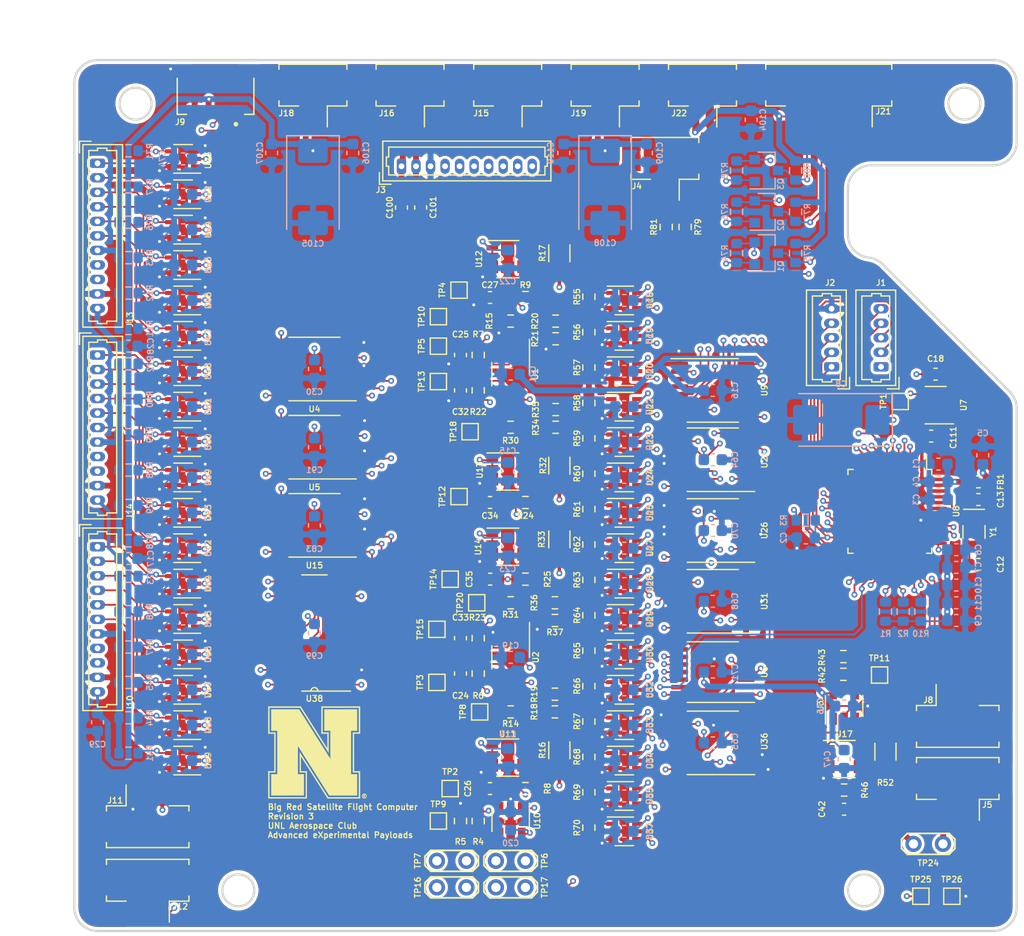
<source format=kicad_pcb>
(kicad_pcb (version 20171130) (host pcbnew "(5.1.10)-1")
  (title_block (title "Big Red Satellite Flight Computer - Layout") (date 2023-09-20) (rev A) (company "UNL Aerospace Club | Aerospace eXperimental Payloads") (comment 1 "Copyright (c) 2023") (comment 2 "Designer: WSA") (comment 3 "Reviewer: WSA") (comment 4 "Approved: WSA"))
  (layers (0 F.Cu signal) (1 In1.Cu signal) (2 In2.Cu signal) (31 B.Cu signal) (34 B.Paste user) (35 F.Paste user) (36 B.SilkS user) (37 F.SilkS user) (38 B.Mask user) (39 F.Mask user) (44 Edge.Cuts user))
  (net 0 "")
  (net 1 GND)
  (net 2 VAA)
  (net 3 PAYLOAD_RST)
  (net 4 +3V3)
  (net 5 "Net-(C12-Pad1)")
  (net 6 "Net-(C13-Pad2)")
  (net 7 GAAS_VOLTAGE)
  (net 8 P_1_VOLTAGE)
  (net 9 GAAS_CURRENT)
  (net 10 P_1_CURRENT)
  (net 11 P_2_VOLTAGE)
  (net 12 P_3_VOLTAGE)
  (net 13 P_2_CURRENT)
  (net 14 P_3_CURRENT)
  (net 15 VDDF)
  (net 16 +5V)
  (net 17 TDI)
  (net 18 TDO)
  (net 19 TEST)
  (net 20 TX_OUT)
  (net 21 RX_IN)
  (net 22 TCK)
  (net 23 TMS)
  (net 24 "Net-(J5-Pad2)")
  (net 25 "Net-(J8-Pad2)")
  (net 26 "/Ground Switcher/SCL")
  (net 27 "/Ground Switcher/SDA")
  (net 28 "Net-(J11-Pad2)")
  (net 29 "/Curve Tracer/GAAS_POS")
  (net 30 "/Ground Switcher/GAAS_TEMP")
  (net 31 "Net-(J21-Pad4)")
  (net 32 "Net-(J21-Pad3)")
  (net 33 /Microcontroller/MAG_INT)
  (net 34 /Microcontroller/UNSET)
  (net 35 /Microcontroller/SET)
  (net 36 /Microcontroller/NC_V)
  (net 37 /Microcontroller/NO_V)
  (net 38 "/EPS Connections/BUSY")
  (net 39 "/EPS Connections/TX")
  (net 40 "/EPS Connections/RX")
  (net 41 "Net-(R4-Pad2)")
  (net 42 "Net-(R14-Pad2)")
  (net 43 "Net-(R14-Pad1)")
  (net 44 "Net-(R15-Pad2)")
  (net 45 "Net-(R15-Pad1)")
  (net 46 "Net-(R16-Pad2)")
  (net 47 "/Curve Tracer/GAAS_LADDER")
  (net 48 "/Curve Tracer/P_1_LADDER")
  (net 49 "Net-(R30-Pad2)")
  (net 50 "Net-(R30-Pad1)")
  (net 51 "Net-(R31-Pad2)")
  (net 52 "Net-(R31-Pad1)")
  (net 53 "Net-(R32-Pad2)")
  (net 54 "/Curve Tracer/P_2_LADDER")
  (net 55 "/Curve Tracer/P_3_LADDER")
  (net 56 "Net-(R42-Pad2)")
  (net 57 "Net-(R52-Pad2)")
  (net 58 "Net-(R55-Pad1)")
  (net 59 "Net-(R56-Pad1)")
  (net 60 "Net-(R57-Pad1)")
  (net 61 "Net-(R59-Pad1)")
  (net 62 "Net-(R60-Pad1)")
  (net 63 "Net-(R61-Pad1)")
  (net 64 "Net-(R63-Pad1)")
  (net 65 "Net-(R64-Pad1)")
  (net 66 "Net-(R65-Pad1)")
  (net 67 "Net-(R67-Pad1)")
  (net 68 "Net-(R68-Pad1)")
  (net 69 "Net-(R69-Pad1)")
  (net 70 "Net-(R71-Pad2)")
  (net 71 "Net-(R72-Pad2)")
  (net 72 "Net-(R73-Pad2)")
  (net 73 "/EPS Connections/READ_BUSS")
  (net 74 "Net-(U23-Pad4)")
  (net 75 "Net-(U24-Pad4)")
  (net 76 "Net-(U25-Pad4)")
  (net 77 "Net-(U26-Pad6)")
  (net 78 "Net-(U18-Pad4)")
  (net 79 "Net-(U19-Pad4)")
  (net 80 "Net-(U20-Pad4)")
  (net 81 "Net-(U21-Pad6)")
  (net 82 "Net-(U33-Pad4)")
  (net 83 "Net-(U34-Pad4)")
  (net 84 "Net-(U35-Pad4)")
  (net 85 "Net-(U36-Pad6)")
  (net 86 "Net-(U28-Pad4)")
  (net 87 "Net-(U29-Pad4)")
  (net 88 "Net-(U30-Pad4)")
  (net 89 "Net-(U31-Pad6)")
  (net 90 /Microcontroller/CT_GOOD)
  (net 91 "/Ground Switcher/MUX_GOOD")
  (net 92 "/Ground Switcher/MUX_CLOCK")
  (net 93 "/Curve Tracer/GAAS_ON")
  (net 94 "/Curve Tracer/S1_CT")
  (net 95 "/Curve Tracer/READ_VOLTAGE")
  (net 96 "/Curve Tracer/READ_CURRENT")
  (net 97 "/Curve Tracer/S0_CT")
  (net 98 "/Passive ADCS/PANEL_3_CURRENT")
  (net 99 "Net-(U8-Pad45)")
  (net 100 "Net-(U8-Pad42)")
  (net 101 "Net-(U8-Pad38)")
  (net 102 "Net-(U8-Pad19)")
  (net 103 /Microcontroller/TRACE_DIR)
  (net 104 /Microcontroller/LADDER_CLOCK)
  (net 105 "Net-(U11-Pad6)")
  (net 106 "Net-(U12-Pad6)")
  (net 107 "Net-(U13-Pad6)")
  (net 108 "Net-(U14-Pad6)")
  (net 109 "Net-(U17-Pad6)")
  (net 110 "Net-(U18-Pad5)")
  (net 111 "Net-(U19-Pad5)")
  (net 112 "Net-(U20-Pad5)")
  (net 113 "Net-(U21-Pad7)")
  (net 114 "Net-(U22-Pad5)")
  (net 115 "Net-(U23-Pad5)")
  (net 116 "Net-(U24-Pad5)")
  (net 117 "Net-(U25-Pad5)")
  (net 118 "Net-(U26-Pad7)")
  (net 119 "Net-(U27-Pad5)")
  (net 120 "Net-(U28-Pad5)")
  (net 121 "Net-(U29-Pad5)")
  (net 122 "Net-(U30-Pad5)")
  (net 123 "Net-(U31-Pad7)")
  (net 124 "Net-(U32-Pad5)")
  (net 125 "Net-(U33-Pad5)")
  (net 126 "Net-(U34-Pad5)")
  (net 127 "Net-(U35-Pad5)")
  (net 128 "Net-(U36-Pad7)")
  (net 129 "Net-(U37-Pad5)")
  (net 130 "Net-(U38-Pad14)")
  (net 131 "Net-(U38-Pad6)")
  (net 132 "Net-(U38-Pad5)")
  (net 133 "Net-(U38-Pad4)")
  (net 134 "Net-(U38-Pad3)")
  (net 135 VBUS)
  (net 136 "Net-(R17-Pad1)")
  (net 137 "Net-(R33-Pad1)")
  (net 138 "Net-(R46-Pad2)")
  (net 139 "Net-(C111-Pad2)")
  (net 140 "Net-(R6-Pad2)")
  (net 141 "Net-(R7-Pad2)")
  (net 142 "Net-(R8-Pad2)")
  (net 143 "Net-(R9-Pad2)")
  (net 144 "Net-(R22-Pad2)")
  (net 145 "Net-(R23-Pad2)")
  (net 146 "Net-(R24-Pad2)")
  (net 147 "Net-(R25-Pad2)")
  (net 148 VPP)
  (net 149 P3_CP)
  (net 150 P3_P1)
  (net 151 P3_P2)
  (net 152 P3_P3)
  (net 153 P3_P6)
  (net 154 P3_P5)
  (net 155 P3_P4)
  (net 156 P1_CP)
  (net 157 P1_P1)
  (net 158 P1_P2)
  (net 159 P1_P3)
  (net 160 P1_P6)
  (net 161 P1_P5)
  (net 162 P1_P4)
  (net 163 P2_CP)
  (net 164 P2_P1)
  (net 165 P2_P2)
  (net 166 P2_P3)
  (net 167 P2_P6)
  (net 168 P2_P5)
  (net 169 P2_P4)
  (net 170 "Net-(U8-Pad26)")
  (net 171 "Net-(U4-Pad15)")
  (net 172 "Net-(U4-Pad14)")
  (net 173 "Net-(U4-Pad13)")
  (net 174 "Net-(U4-Pad12)")
  (net 175 "Net-(U4-Pad11)")
  (net 176 "Net-(U4-Pad10)")
  (net 177 "Net-(U4-Pad9)")
  (net 178 "Net-(U4-Pad7)")
  (net 179 "Net-(U15-Pad3)")
  (net 180 "Net-(U15-Pad2)")
  (net 181 "Net-(U15-Pad1)")
  (net 182 "Net-(U48-Pad1)")
  (net 183 "Net-(U49-Pad1)")
  (net 184 "Net-(U5-Pad12)")
  (net 185 "Net-(U5-Pad11)")
  (net 186 "Net-(U5-Pad9)")
  (net 187 "Net-(U5-Pad7)")
  (net 188 "Net-(U15-Pad9)")
  (net 189 "Net-(U15-Pad15)")
  (net 190 "Net-(U15-Pad14)")
  (net 191 "Net-(U15-Pad13)")
  (net 192 "Net-(U15-Pad12)")
  (net 193 "Net-(U15-Pad11)")
  (net 194 "Net-(U15-Pad10)")
  (net 195 "Net-(U15-Pad7)")
  (net 196 "Net-(U5-Pad15)")
  (net 197 "Net-(U5-Pad14)")
  (net 198 "Net-(J21-Pad1)")
  (net 199 "Net-(J21-Pad5)")
  (net 200 "Net-(J5-Pad3)")
  (net 201 "Net-(J8-Pad3)")
  (net 202 "Net-(J12-Pad3)")
  (net 203 "Net-(J4-Pad2)")
  (net 204 /Microcontroller/PANEL_3_CURRENT_V)
  (net 205 "Net-(R11-Pad2)")
  (net 206 "Net-(R12-Pad2)")
  (net 207 "Net-(R13-Pad2)")
  (net 208 "Net-(R26-Pad2)")
  (net 209 "Net-(R27-Pad2)")
  (net 210 "Net-(R28-Pad2)")
  (net 211 "Net-(R29-Pad2)")
  (net 212 "Net-(R38-Pad2)")
  (net 213 "Net-(R39-Pad2)")
  (net 214 "Net-(R40-Pad2)")
  (net 215 "Net-(R41-Pad2)")
  (net 216 "Net-(R44-Pad2)")
  (net 217 "Net-(R45-Pad2)")
  (net 218 "Net-(R47-Pad2)")
  (net 219 "Net-(R48-Pad2)")
  (net 220 "/Ground Switcher/MUX_RESET")
  (module Package_QFP:LQFP-48-1EP_7x7mm_P0.5mm_EP3.6x3.6mm (layer F.Cu) (at 183.515 108.966 270)
    (fp_text reference U8 (at 0 -5.715 90) (layer F.SilkS) (effects (font (size 0.5 0.5) (thickness 0.1))))
    (fp_text value MSP430FR5969IRGZR)
    (pad 1 smd roundrect (at -4.1625 -2.75 270) (size 1.475 0.3) (layers F.Cu F.Paste F.Mask) (net 1 GND))
    (pad 2 smd roundrect (at -4.1625 -2.25 270) (size 1.475 0.3) (layers F.Cu F.Paste F.Mask) (net 139 "Net-(C111-Pad2)"))
    (pad 3 smd roundrect (at -4.1625 -1.75 270) (size 1.475 0.3) (layers F.Cu F.Paste F.Mask) (net 36 /Microcontroller/NC_V))
    (pad 4 smd roundrect (at -4.1625 -1.25 270) (size 1.475 0.3) (layers F.Cu F.Paste F.Mask) (net 37 /Microcontroller/NO_V))
    (pad 5 smd roundrect (at -4.1625 -0.75 270) (size 1.475 0.3) (layers F.Cu F.Paste F.Mask) (net 34 /Microcontroller/UNSET))
    (pad 6 smd roundrect (at -4.1625 -0.25 270) (size 1.475 0.3) (layers F.Cu F.Paste F.Mask) (net 35 /Microcontroller/SET))
    (pad 7 smd roundrect (at -4.1625 0.25 270) (size 1.475 0.3) (layers F.Cu F.Paste F.Mask) (net 33 /Microcontroller/MAG_INT))
    (pad 8 smd roundrect (at -4.1625 0.75 270) (size 1.475 0.3) (layers F.Cu F.Paste F.Mask) (net 97 "/Curve Tracer/S0_CT"))
    (pad 9 smd roundrect (at -4.1625 1.25 270) (size 1.475 0.3) (layers F.Cu F.Paste F.Mask) (net 94 "/Curve Tracer/S1_CT"))
    (pad 10 smd roundrect (at -4.1625 1.75 270) (size 1.475 0.3) (layers F.Cu F.Paste F.Mask) (net 96 "/Curve Tracer/READ_CURRENT"))
    (pad 11 smd roundrect (at -4.1625 2.25 270) (size 1.475 0.3) (layers F.Cu F.Paste F.Mask) (net 95 "/Curve Tracer/READ_VOLTAGE"))
    (pad 12 smd roundrect (at -4.1625 2.75 270) (size 1.475 0.3) (layers F.Cu F.Paste F.Mask) (net 18 TDO))
    (pad 13 smd roundrect (at -2.75 4.1625 270) (size 0.3 1.475) (layers F.Cu F.Paste F.Mask) (net 17 TDI))
    (pad 14 smd roundrect (at -2.25 4.1625 270) (size 0.3 1.475) (layers F.Cu F.Paste F.Mask) (net 23 TMS))
    (pad 15 smd roundrect (at -1.75 4.1625 270) (size 0.3 1.475) (layers F.Cu F.Paste F.Mask) (net 22 TCK))
    (pad 16 smd roundrect (at -1.25 4.1625 270) (size 0.3 1.475) (layers F.Cu F.Paste F.Mask) (net 73 "/EPS Connections/READ_BUSS"))
    (pad 17 smd roundrect (at -0.75 4.1625 270) (size 0.3 1.475) (layers F.Cu F.Paste F.Mask) (net 104 /Microcontroller/LADDER_CLOCK))
    (pad 18 smd roundrect (at -0.25 4.1625 270) (size 0.3 1.475) (layers F.Cu F.Paste F.Mask) (net 103 /Microcontroller/TRACE_DIR))
    (pad 19 smd roundrect (at 0.25 4.1625 270) (size 0.3 1.475) (layers F.Cu F.Paste F.Mask) (net 102 "Net-(U8-Pad19)"))
    (pad 20 smd roundrect (at 0.75 4.1625 270) (size 0.3 1.475) (layers F.Cu F.Paste F.Mask) (net 39 "/EPS Connections/TX"))
    (pad 21 smd roundrect (at 1.25 4.1625 270) (size 0.3 1.475) (layers F.Cu F.Paste F.Mask) (net 40 "/EPS Connections/RX"))
    (pad 22 smd roundrect (at 1.75 4.1625 270) (size 0.3 1.475) (layers F.Cu F.Paste F.Mask) (net 19 TEST))
    (pad 23 smd roundrect (at 2.25 4.1625 270) (size 0.3 1.475) (layers F.Cu F.Paste F.Mask) (net 3 PAYLOAD_RST))
    (pad 24 smd roundrect (at 2.75 4.1625 270) (size 0.3 1.475) (layers F.Cu F.Paste F.Mask) (net 20 TX_OUT))
    (pad 25 smd roundrect (at 4.1625 2.75 270) (size 1.475 0.3) (layers F.Cu F.Paste F.Mask) (net 21 RX_IN))
    (pad 26 smd roundrect (at 4.1625 2.25 270) (size 1.475 0.3) (layers F.Cu F.Paste F.Mask) (net 170 "Net-(U8-Pad26)"))
    (pad 27 smd roundrect (at 4.1625 1.75 270) (size 1.475 0.3) (layers F.Cu F.Paste F.Mask) (net 90 /Microcontroller/CT_GOOD))
    (pad 28 smd roundrect (at 4.1625 1.25 270) (size 1.475 0.3) (layers F.Cu F.Paste F.Mask) (net 93 "/Curve Tracer/GAAS_ON"))
    (pad 29 smd roundrect (at 4.1625 0.75 270) (size 1.475 0.3) (layers F.Cu F.Paste F.Mask) (net 91 "/Ground Switcher/MUX_GOOD"))
    (pad 30 smd roundrect (at 4.1625 0.25 270) (size 1.475 0.3) (layers F.Cu F.Paste F.Mask) (net 92 "/Ground Switcher/MUX_CLOCK"))
    (pad 31 smd roundrect (at 4.1625 -0.25 270) (size 1.475 0.3) (layers F.Cu F.Paste F.Mask) (net 27 "/Ground Switcher/SDA"))
    (pad 32 smd roundrect (at 4.1625 -0.75 270) (size 1.475 0.3) (layers F.Cu F.Paste F.Mask) (net 26 "/Ground Switcher/SCL"))
    (pad 33 smd roundrect (at 4.1625 -1.25 270) (size 1.475 0.3) (layers F.Cu F.Paste F.Mask) (net 30 "/Ground Switcher/GAAS_TEMP"))
    (pad 34 smd roundrect (at 4.1625 -1.75 270) (size 1.475 0.3) (layers F.Cu F.Paste F.Mask) (net 38 "/EPS Connections/BUSY"))
    (pad 35 smd roundrect (at 4.1625 -2.25 270) (size 1.475 0.3) (layers F.Cu F.Paste F.Mask) (net 98 "/Passive ADCS/PANEL_3_CURRENT"))
    (pad 36 smd roundrect (at 4.1625 -2.75 270) (size 1.475 0.3) (layers F.Cu F.Paste F.Mask) (net 1 GND))
    (pad 37 smd roundrect (at 2.75 -4.1625 270) (size 0.3 1.475) (layers F.Cu F.Paste F.Mask) (net 4 +3V3))
    (pad 38 smd roundrect (at 2.25 -4.1625 270) (size 0.3 1.475) (layers F.Cu F.Paste F.Mask) (net 101 "Net-(U8-Pad38)"))
    (pad 39 smd roundrect (at 1.75 -4.1625 270) (size 0.3 1.475) (layers F.Cu F.Paste F.Mask) (net 220 "/Ground Switcher/MUX_RESET"))
    (pad 40 smd roundrect (at 1.25 -4.1625 270) (size 0.3 1.475) (layers F.Cu F.Paste F.Mask) (net 204 /Microcontroller/PANEL_3_CURRENT_V))
    (pad 41 smd roundrect (at 0.75 -4.1625 270) (size 0.3 1.475) (layers F.Cu F.Paste F.Mask) (net 1 GND))
    (pad 42 smd roundrect (at 0.25 -4.1625 270) (size 0.3 1.475) (layers F.Cu F.Paste F.Mask) (net 100 "Net-(U8-Pad42)"))
    (pad 43 smd roundrect (at -0.25 -4.1625 270) (size 0.3 1.475) (layers F.Cu F.Paste F.Mask) (net 5 "Net-(C12-Pad1)"))
    (pad 44 smd roundrect (at -0.75 -4.1625 270) (size 0.3 1.475) (layers F.Cu F.Paste F.Mask) (net 1 GND))
    (pad 45 smd roundrect (at -1.25 -4.1625 270) (size 0.3 1.475) (layers F.Cu F.Paste F.Mask) (net 99 "Net-(U8-Pad45)"))
    (pad 46 smd roundrect (at -1.75 -4.1625 270) (size 0.3 1.475) (layers F.Cu F.Paste F.Mask) (net 6 "Net-(C13-Pad2)"))
    (pad 47 smd roundrect (at -2.25 -4.1625 270) (size 0.3 1.475) (layers F.Cu F.Paste F.Mask) (net 1 GND))
    (pad 48 smd roundrect (at -2.75 -4.1625 270) (size 0.3 1.475) (layers F.Cu F.Paste F.Mask) (net 2 VAA))
    (pad 49 smd rect (at 0 0 270) (size 3.6 3.6) (layers F.Cu F.Mask) (net 1 GND))
  )
  (module Resistor_SMD:R_0603_1608Metric (layer B.Cu) (at 117.983 117.602)
    (fp_text reference R48 (at 1.8415 0 90) (layer B.SilkS) (effects (font (size 0.5 0.5) (thickness 0.1)) (justify mirror)))
    (fp_text value 400)
    (pad 2 smd roundrect (at 0.825 0) (size 0.8 0.95) (layers B.Cu B.Paste B.Mask) (net 219 "Net-(R48-Pad2)"))
    (pad 1 smd roundrect (at -0.825 0) (size 0.8 0.95) (layers B.Cu B.Paste B.Mask) (net 149 P3_CP))
  )
  (module Resistor_SMD:R_0603_1608Metric (layer B.Cu) (at 117.983 120.65)
    (fp_text reference R47 (at 1.8415 0 90) (layer B.SilkS) (effects (font (size 0.5 0.5) (thickness 0.1)) (justify mirror)))
    (fp_text value 400)
    (pad 2 smd roundrect (at 0.825 0) (size 0.8 0.95) (layers B.Cu B.Paste B.Mask) (net 218 "Net-(R47-Pad2)"))
    (pad 1 smd roundrect (at -0.825 0) (size 0.8 0.95) (layers B.Cu B.Paste B.Mask) (net 149 P3_CP))
  )
  (module Resistor_SMD:R_0603_1608Metric (layer B.Cu) (at 117.983 123.698)
    (fp_text reference R45 (at 1.8415 0 90) (layer B.SilkS) (effects (font (size 0.5 0.5) (thickness 0.1)) (justify mirror)))
    (fp_text value 400)
    (pad 2 smd roundrect (at 0.825 0) (size 0.8 0.95) (layers B.Cu B.Paste B.Mask) (net 217 "Net-(R45-Pad2)"))
    (pad 1 smd roundrect (at -0.825 0) (size 0.8 0.95) (layers B.Cu B.Paste B.Mask) (net 149 P3_CP))
  )
  (module Resistor_SMD:R_0603_1608Metric (layer B.Cu) (at 117.983 126.746)
    (fp_text reference R44 (at 1.8415 0 270) (layer B.SilkS) (effects (font (size 0.5 0.5) (thickness 0.1)) (justify mirror)))
    (fp_text value 400)
    (pad 2 smd roundrect (at 0.825 0) (size 0.8 0.95) (layers B.Cu B.Paste B.Mask) (net 216 "Net-(R44-Pad2)"))
    (pad 1 smd roundrect (at -0.825 0) (size 0.8 0.95) (layers B.Cu B.Paste B.Mask) (net 149 P3_CP))
  )
  (module Resistor_SMD:R_0603_1608Metric (layer B.Cu) (at 117.983 129.794)
    (fp_text reference R41 (at 1.8415 0 90) (layer B.SilkS) (effects (font (size 0.5 0.5) (thickness 0.1)) (justify mirror)))
    (fp_text value 400)
    (pad 2 smd roundrect (at 0.825 0) (size 0.8 0.95) (layers B.Cu B.Paste B.Mask) (net 215 "Net-(R41-Pad2)"))
    (pad 1 smd roundrect (at -0.825 0) (size 0.8 0.95) (layers B.Cu B.Paste B.Mask) (net 149 P3_CP))
  )
  (module Resistor_SMD:R_0603_1608Metric (layer B.Cu) (at 117.983 99.314)
    (fp_text reference R40 (at 1.8415 0 90) (layer B.SilkS) (effects (font (size 0.5 0.5) (thickness 0.1)) (justify mirror)))
    (fp_text value 400)
    (pad 2 smd roundrect (at 0.825 0) (size 0.8 0.95) (layers B.Cu B.Paste B.Mask) (net 214 "Net-(R40-Pad2)"))
    (pad 1 smd roundrect (at -0.825 0) (size 0.8 0.95) (layers B.Cu B.Paste B.Mask) (net 163 P2_CP))
  )
  (module Resistor_SMD:R_0603_1608Metric (layer B.Cu) (at 117.983 102.362)
    (fp_text reference R39 (at 1.8415 0 90) (layer B.SilkS) (effects (font (size 0.5 0.5) (thickness 0.1)) (justify mirror)))
    (fp_text value 400)
    (pad 2 smd roundrect (at 0.825 0) (size 0.8 0.95) (layers B.Cu B.Paste B.Mask) (net 213 "Net-(R39-Pad2)"))
    (pad 1 smd roundrect (at -0.825 0) (size 0.8 0.95) (layers B.Cu B.Paste B.Mask) (net 163 P2_CP))
  )
  (module Resistor_SMD:R_0603_1608Metric (layer B.Cu) (at 117.983 105.41)
    (fp_text reference R38 (at 1.8415 0 270) (layer B.SilkS) (effects (font (size 0.5 0.5) (thickness 0.1)) (justify mirror)))
    (fp_text value 400)
    (pad 2 smd roundrect (at 0.825 0) (size 0.8 0.95) (layers B.Cu B.Paste B.Mask) (net 212 "Net-(R38-Pad2)"))
    (pad 1 smd roundrect (at -0.825 0) (size 0.8 0.95) (layers B.Cu B.Paste B.Mask) (net 163 P2_CP))
  )
  (module Resistor_SMD:R_0603_1608Metric (layer B.Cu) (at 117.983 108.458)
    (fp_text reference R29 (at 1.8415 0 90) (layer B.SilkS) (effects (font (size 0.5 0.5) (thickness 0.1)) (justify mirror)))
    (fp_text value 400)
    (pad 2 smd roundrect (at 0.825 0) (size 0.8 0.95) (layers B.Cu B.Paste B.Mask) (net 211 "Net-(R29-Pad2)"))
    (pad 1 smd roundrect (at -0.825 0) (size 0.8 0.95) (layers B.Cu B.Paste B.Mask) (net 163 P2_CP))
  )
  (module Resistor_SMD:R_0603_1608Metric (layer B.Cu) (at 117.983 111.506)
    (fp_text reference R28 (at 1.8415 0 90) (layer B.SilkS) (effects (font (size 0.5 0.5) (thickness 0.1)) (justify mirror)))
    (fp_text value 400)
    (pad 2 smd roundrect (at 0.825 0) (size 0.8 0.95) (layers B.Cu B.Paste B.Mask) (net 210 "Net-(R28-Pad2)"))
    (pad 1 smd roundrect (at -0.825 0) (size 0.8 0.95) (layers B.Cu B.Paste B.Mask) (net 163 P2_CP))
  )
  (module Resistor_SMD:R_0603_1608Metric (layer B.Cu) (at 117.983 81.026)
    (fp_text reference R27 (at 1.8415 0 90) (layer B.SilkS) (effects (font (size 0.5 0.5) (thickness 0.1)) (justify mirror)))
    (fp_text value 400)
    (pad 2 smd roundrect (at 0.825 0) (size 0.8 0.95) (layers B.Cu B.Paste B.Mask) (net 209 "Net-(R27-Pad2)"))
    (pad 1 smd roundrect (at -0.825 0) (size 0.8 0.95) (layers B.Cu B.Paste B.Mask) (net 156 P1_CP))
  )
  (module Resistor_SMD:R_0603_1608Metric (layer B.Cu) (at 117.983 84.074)
    (fp_text reference R26 (at 1.8415 0 90) (layer B.SilkS) (effects (font (size 0.5 0.5) (thickness 0.1)) (justify mirror)))
    (fp_text value 400)
    (pad 2 smd roundrect (at 0.825 0) (size 0.8 0.95) (layers B.Cu B.Paste B.Mask) (net 208 "Net-(R26-Pad2)"))
    (pad 1 smd roundrect (at -0.825 0) (size 0.8 0.95) (layers B.Cu B.Paste B.Mask) (net 156 P1_CP))
  )
  (module Resistor_SMD:R_0603_1608Metric (layer B.Cu) (at 117.983 87.122)
    (fp_text reference R13 (at 1.8415 0 90) (layer B.SilkS) (effects (font (size 0.5 0.5) (thickness 0.1)) (justify mirror)))
    (fp_text value 400)
    (pad 2 smd roundrect (at 0.825 0) (size 0.8 0.95) (layers B.Cu B.Paste B.Mask) (net 207 "Net-(R13-Pad2)"))
    (pad 1 smd roundrect (at -0.825 0) (size 0.8 0.95) (layers B.Cu B.Paste B.Mask) (net 156 P1_CP))
  )
  (module Resistor_SMD:R_0603_1608Metric (layer B.Cu) (at 117.983 90.17)
    (fp_text reference R12 (at 1.8415 0 90) (layer B.SilkS) (effects (font (size 0.5 0.5) (thickness 0.1)) (justify mirror)))
    (fp_text value 400)
    (pad 2 smd roundrect (at 0.825 0) (size 0.8 0.95) (layers B.Cu B.Paste B.Mask) (net 206 "Net-(R12-Pad2)"))
    (pad 1 smd roundrect (at -0.825 0) (size 0.8 0.95) (layers B.Cu B.Paste B.Mask) (net 156 P1_CP))
  )
  (module Resistor_SMD:R_0603_1608Metric (layer B.Cu) (at 117.983 93.218)
    (fp_text reference R11 (at 1.8415 0 90) (layer B.SilkS) (effects (font (size 0.5 0.5) (thickness 0.1)) (justify mirror)))
    (fp_text value 400)
    (pad 2 smd roundrect (at 0.825 0) (size 0.8 0.95) (layers B.Cu B.Paste B.Mask) (net 205 "Net-(R11-Pad2)"))
    (pad 1 smd roundrect (at -0.825 0) (size 0.8 0.95) (layers B.Cu B.Paste B.Mask) (net 156 P1_CP))
  )
  (module logos:nebraska_n (layer F.Cu) (at 134.0485 129.7305)
    (fp_text reference G*** hide)
    (fp_text value LOGO hide)
  )
  (module Connector_Hirose:Hirose_DF13C_CL535-0402-2-51_1x02-1MP_P1.25mm_Vertical (layer F.Cu) (at 164.1475 79.8195 180)
    (fp_text reference J4 (at 2.413 -1.143) (layer F.SilkS) (effects (font (size 0.5 0.5) (thickness 0.1))))
    (fp_text value BUSS)
    (pad 2 smd rect (at 0.625 -1.45 180) (size 0.7 1.8) (layers F.Cu F.Paste F.Mask) (net 203 "Net-(J4-Pad2)"))
    (pad 1 smd rect (at -0.625 -1.45 180) (size 0.7 1.8) (layers F.Cu F.Paste F.Mask) (net 1 GND))
    (pad MP smd rect (at -2.875 1.25 180) (size 1.6 2.2) (layers F.Cu F.Paste F.Mask))
    (pad MP smd rect (at 2.875 1.25 180) (size 1.6 2.2) (layers F.Cu F.Paste F.Mask))
  )
  (module Resistor_SMD:R_0603_1608Metric (layer B.Cu) (at 186.182 117.602 270)
    (fp_text reference R10 (at 1.905 0) (layer B.SilkS) (effects (font (size 0.5 0.5) (thickness 0.1)) (justify mirror)))
    (fp_text value 4k7)
    (pad 2 smd roundrect (at 0.825 0 270) (size 0.8 0.95) (layers B.Cu B.Paste B.Mask) (net 4 +3V3))
    (pad 1 smd roundrect (at -0.825 0 270) (size 0.8 0.95) (layers B.Cu B.Paste B.Mask) (net 30 "/Ground Switcher/GAAS_TEMP"))
  )
  (module Capacitor_SMD:C_0603_1608Metric (layer B.Cu) (at 133.985 96.7105 270)
    (fp_text reference C30 (at 1.9685 0 180) (layer B.SilkS) (effects (font (size 0.5 0.5) (thickness 0.1)) (justify mirror)))
    (fp_text value 0.1u)
    (pad 2 smd roundrect (at 0.775 0 270) (size 0.9 0.95) (layers B.Cu B.Paste B.Mask) (net 1 GND))
    (pad 1 smd roundrect (at -0.775 0 270) (size 0.9 0.95) (layers B.Cu B.Paste B.Mask) (net 4 +3V3))
  )
  (module Package_SO:TSSOP-16_4.4x5mm_P0.65mm (layer F.Cu) (at 133.985 103.4415 180)
    (fp_text reference U5 (at 0 -3.45) (layer F.SilkS) (effects (font (size 0.5 0.5) (thickness 0.1))))
    (fp_text value 74HC237)
    (pad 16 smd roundrect (at 2.8625 -2.275 180) (size 1.475 0.4) (layers F.Cu F.Paste F.Mask) (net 4 +3V3))
    (pad 15 smd roundrect (at 2.8625 -1.625 180) (size 1.475 0.4) (layers F.Cu F.Paste F.Mask) (net 196 "Net-(U5-Pad15)"))
    (pad 14 smd roundrect (at 2.8625 -0.975 180) (size 1.475 0.4) (layers F.Cu F.Paste F.Mask) (net 197 "Net-(U5-Pad14)"))
    (pad 13 smd roundrect (at 2.8625 -0.325 180) (size 1.475 0.4) (layers F.Cu F.Paste F.Mask) (net 183 "Net-(U49-Pad1)"))
    (pad 12 smd roundrect (at 2.8625 0.325 180) (size 1.475 0.4) (layers F.Cu F.Paste F.Mask) (net 184 "Net-(U5-Pad12)"))
    (pad 11 smd roundrect (at 2.8625 0.975 180) (size 1.475 0.4) (layers F.Cu F.Paste F.Mask) (net 185 "Net-(U5-Pad11)"))
    (pad 10 smd roundrect (at 2.8625 1.625 180) (size 1.475 0.4) (layers F.Cu F.Paste F.Mask) (net 182 "Net-(U48-Pad1)"))
    (pad 9 smd roundrect (at 2.8625 2.275 180) (size 1.475 0.4) (layers F.Cu F.Paste F.Mask) (net 186 "Net-(U5-Pad9)"))
    (pad 8 smd roundrect (at -2.8625 2.275 180) (size 1.475 0.4) (layers F.Cu F.Paste F.Mask) (net 1 GND))
    (pad 7 smd roundrect (at -2.8625 1.625 180) (size 1.475 0.4) (layers F.Cu F.Paste F.Mask) (net 187 "Net-(U5-Pad7)"))
    (pad 6 smd roundrect (at -2.8625 0.975 180) (size 1.475 0.4) (layers F.Cu F.Paste F.Mask) (net 4 +3V3))
    (pad 5 smd roundrect (at -2.8625 0.325 180) (size 1.475 0.4) (layers F.Cu F.Paste F.Mask) (net 1 GND))
    (pad 4 smd roundrect (at -2.8625 -0.325 180) (size 1.475 0.4) (layers F.Cu F.Paste F.Mask) (net 1 GND))
    (pad 3 smd roundrect (at -2.8625 -0.975 180) (size 1.475 0.4) (layers F.Cu F.Paste F.Mask) (net 179 "Net-(U15-Pad3)"))
    (pad 2 smd roundrect (at -2.8625 -1.625 180) (size 1.475 0.4) (layers F.Cu F.Paste F.Mask) (net 180 "Net-(U15-Pad2)"))
    (pad 1 smd roundrect (at -2.8625 -2.275 180) (size 1.475 0.4) (layers F.Cu F.Paste F.Mask) (net 181 "Net-(U15-Pad1)"))
  )
  (module Package_SO:TSSOP-16_4.4x5mm_P0.65mm (layer F.Cu) (at 133.985 110.1725 180)
    (fp_text reference U15 (at 0 -3.45) (layer F.SilkS) (effects (font (size 0.5 0.5) (thickness 0.1))))
    (fp_text value 74HC237)
    (pad 16 smd roundrect (at 2.8625 -2.275 180) (size 1.475 0.4) (layers F.Cu F.Paste F.Mask) (net 4 +3V3))
    (pad 15 smd roundrect (at 2.8625 -1.625 180) (size 1.475 0.4) (layers F.Cu F.Paste F.Mask) (net 189 "Net-(U15-Pad15)"))
    (pad 14 smd roundrect (at 2.8625 -0.975 180) (size 1.475 0.4) (layers F.Cu F.Paste F.Mask) (net 190 "Net-(U15-Pad14)"))
    (pad 13 smd roundrect (at 2.8625 -0.325 180) (size 1.475 0.4) (layers F.Cu F.Paste F.Mask) (net 191 "Net-(U15-Pad13)"))
    (pad 12 smd roundrect (at 2.8625 0.325 180) (size 1.475 0.4) (layers F.Cu F.Paste F.Mask) (net 192 "Net-(U15-Pad12)"))
    (pad 11 smd roundrect (at 2.8625 0.975 180) (size 1.475 0.4) (layers F.Cu F.Paste F.Mask) (net 193 "Net-(U15-Pad11)"))
    (pad 10 smd roundrect (at 2.8625 1.625 180) (size 1.475 0.4) (layers F.Cu F.Paste F.Mask) (net 194 "Net-(U15-Pad10)"))
    (pad 9 smd roundrect (at 2.8625 2.275 180) (size 1.475 0.4) (layers F.Cu F.Paste F.Mask) (net 188 "Net-(U15-Pad9)"))
    (pad 8 smd roundrect (at -2.8625 2.275 180) (size 1.475 0.4) (layers F.Cu F.Paste F.Mask) (net 1 GND))
    (pad 7 smd roundrect (at -2.8625 1.625 180) (size 1.475 0.4) (layers F.Cu F.Paste F.Mask) (net 195 "Net-(U15-Pad7)"))
    (pad 6 smd roundrect (at -2.8625 0.975 180) (size 1.475 0.4) (layers F.Cu F.Paste F.Mask) (net 4 +3V3))
    (pad 5 smd roundrect (at -2.8625 0.325 180) (size 1.475 0.4) (layers F.Cu F.Paste F.Mask) (net 1 GND))
    (pad 4 smd roundrect (at -2.8625 -0.325 180) (size 1.475 0.4) (layers F.Cu F.Paste F.Mask) (net 1 GND))
    (pad 3 smd roundrect (at -2.8625 -0.975 180) (size 1.475 0.4) (layers F.Cu F.Paste F.Mask) (net 179 "Net-(U15-Pad3)"))
    (pad 2 smd roundrect (at -2.8625 -1.625 180) (size 1.475 0.4) (layers F.Cu F.Paste F.Mask) (net 180 "Net-(U15-Pad2)"))
    (pad 1 smd roundrect (at -2.8625 -2.275 180) (size 1.475 0.4) (layers F.Cu F.Paste F.Mask) (net 181 "Net-(U15-Pad1)"))
  )
  (module Package_SO:TSSOP-16_4.4x5mm_P0.65mm (layer F.Cu) (at 133.985 96.7105 180)
    (fp_text reference U4 (at 0 -3.45) (layer F.SilkS) (effects (font (size 0.5 0.5) (thickness 0.1))))
    (fp_text value 74HC237)
    (pad 16 smd roundrect (at 2.8625 -2.275 180) (size 1.475 0.4) (layers F.Cu F.Paste F.Mask) (net 4 +3V3))
    (pad 15 smd roundrect (at 2.8625 -1.625 180) (size 1.475 0.4) (layers F.Cu F.Paste F.Mask) (net 171 "Net-(U4-Pad15)"))
    (pad 14 smd roundrect (at 2.8625 -0.975 180) (size 1.475 0.4) (layers F.Cu F.Paste F.Mask) (net 172 "Net-(U4-Pad14)"))
    (pad 13 smd roundrect (at 2.8625 -0.325 180) (size 1.475 0.4) (layers F.Cu F.Paste F.Mask) (net 173 "Net-(U4-Pad13)"))
    (pad 12 smd roundrect (at 2.8625 0.325 180) (size 1.475 0.4) (layers F.Cu F.Paste F.Mask) (net 174 "Net-(U4-Pad12)"))
    (pad 11 smd roundrect (at 2.8625 0.975 180) (size 1.475 0.4) (layers F.Cu F.Paste F.Mask) (net 175 "Net-(U4-Pad11)"))
    (pad 10 smd roundrect (at 2.8625 1.625 180) (size 1.475 0.4) (layers F.Cu F.Paste F.Mask) (net 176 "Net-(U4-Pad10)"))
    (pad 9 smd roundrect (at 2.8625 2.275 180) (size 1.475 0.4) (layers F.Cu F.Paste F.Mask) (net 177 "Net-(U4-Pad9)"))
    (pad 8 smd roundrect (at -2.8625 2.275 180) (size 1.475 0.4) (layers F.Cu F.Paste F.Mask) (net 1 GND))
    (pad 7 smd roundrect (at -2.8625 1.625 180) (size 1.475 0.4) (layers F.Cu F.Paste F.Mask) (net 178 "Net-(U4-Pad7)"))
    (pad 6 smd roundrect (at -2.8625 0.975 180) (size 1.475 0.4) (layers F.Cu F.Paste F.Mask) (net 4 +3V3))
    (pad 5 smd roundrect (at -2.8625 0.325 180) (size 1.475 0.4) (layers F.Cu F.Paste F.Mask) (net 1 GND))
    (pad 4 smd roundrect (at -2.8625 -0.325 180) (size 1.475 0.4) (layers F.Cu F.Paste F.Mask) (net 1 GND))
    (pad 3 smd roundrect (at -2.8625 -0.975 180) (size 1.475 0.4) (layers F.Cu F.Paste F.Mask) (net 179 "Net-(U15-Pad3)"))
    (pad 2 smd roundrect (at -2.8625 -1.625 180) (size 1.475 0.4) (layers F.Cu F.Paste F.Mask) (net 180 "Net-(U15-Pad2)"))
    (pad 1 smd roundrect (at -2.8625 -2.275 180) (size 1.475 0.4) (layers F.Cu F.Paste F.Mask) (net 181 "Net-(U15-Pad1)"))
  )
  (module Crystal:Crystal_SMD_MicroCrystal_CC7V-T1A-2Pin_3.2x1.5mm (layer F.Cu) (at 190.754 110.744 270)
    (fp_text reference Y1 (at 0 -1.651 90) (layer F.SilkS) (effects (font (size 0.5 0.5) (thickness 0.1))))
    (fp_text value CM8V-T1A)
    (pad 2 smd rect (at 1.25 0 270) (size 1 1.8) (layers F.Cu F.Paste F.Mask) (net 5 "Net-(C12-Pad1)"))
    (pad 1 smd rect (at -1.25 0 270) (size 1 1.8) (layers F.Cu F.Paste F.Mask) (net 6 "Net-(C13-Pad2)"))
  )
  (module Capacitor_SMD:C_0603_1608Metric (layer B.Cu) (at 187.693 104.902 180)
    (fp_text reference C1 (at 1.892 0 90) (layer B.SilkS) (effects (font (size 0.5 0.5) (thickness 0.1)) (justify mirror)))
    (fp_text value 10u)
    (pad 2 smd roundrect (at 0.775 0 180) (size 0.9 0.95) (layers B.Cu B.Paste B.Mask) (net 1 GND))
    (pad 1 smd roundrect (at -0.775 0 180) (size 0.9 0.95) (layers B.Cu B.Paste B.Mask) (net 2 VAA))
  )
  (module Capacitor_SMD:C_0603_1608Metric (layer F.Cu) (at 187.452 97.155 180)
    (fp_text reference C18 (at 0 1.3335) (layer F.SilkS) (effects (font (size 0.5 0.5) (thickness 0.1))))
    (fp_text value 0.1u)
    (pad 2 smd roundrect (at 0.775 0 180) (size 0.9 0.95) (layers F.Cu F.Paste F.Mask) (net 4 +3V3))
    (pad 1 smd roundrect (at -0.775 0 180) (size 0.9 0.95) (layers F.Cu F.Paste F.Mask) (net 1 GND))
  )
  (module TestPoint:TestPoint_Pad_1.0x1.0mm (layer F.Cu) (at 182.626 123.063)
    (fp_text reference TP11 (at 0 -1.448) (layer F.SilkS) (effects (font (size 0.5 0.5) (thickness 0.1))))
    (fp_text value I)
    (pad 1 smd rect (at 0 0) (size 1 1) (layers F.Cu F.Mask) (net 56 "Net-(R42-Pad2)"))
  )
  (module Capacitor_SMD:C_0603_1608Metric (layer B.Cu) (at 115.316 127.127 270)
    (fp_text reference C29 (at 1.905 0 180) (layer B.SilkS) (effects (font (size 0.5 0.5) (thickness 0.1)) (justify mirror)))
    (fp_text value 0.1u)
    (pad 2 smd roundrect (at 0.775 0 270) (size 0.9 0.95) (layers B.Cu B.Paste B.Mask) (net 1 GND))
    (pad 1 smd roundrect (at -0.775 0 270) (size 0.9 0.95) (layers B.Cu B.Paste B.Mask) (net 135 VBUS))
  )
  (module Capacitor_SMD:C_0603_1608Metric (layer B.Cu) (at 117.983 94.742)
    (fp_text reference C28 (at 1.905 0 90) (layer B.SilkS) (effects (font (size 0.5 0.5) (thickness 0.1)) (justify mirror)))
    (fp_text value 0.1u)
    (pad 2 smd roundrect (at 0.775 0) (size 0.9 0.95) (layers B.Cu B.Paste B.Mask) (net 1 GND))
    (pad 1 smd roundrect (at -0.775 0) (size 0.9 0.95) (layers B.Cu B.Paste B.Mask) (net 135 VBUS))
  )
  (module Capacitor_SMD:C_0603_1608Metric (layer B.Cu) (at 117.983 113.03)
    (fp_text reference C17 (at 1.905 0 90) (layer B.SilkS) (effects (font (size 0.5 0.5) (thickness 0.1)) (justify mirror)))
    (fp_text value 0.1u)
    (pad 2 smd roundrect (at 0.775 0) (size 0.9 0.95) (layers B.Cu B.Paste B.Mask) (net 1 GND))
    (pad 1 smd roundrect (at -0.775 0) (size 0.9 0.95) (layers B.Cu B.Paste B.Mask) (net 135 VBUS))
  )
  (module TestPoint:TestPoint_Pad_1.0x1.0mm (layer F.Cu) (at 144.653 135.636)
    (fp_text reference TP9 (at 0 -1.448) (layer F.SilkS) (effects (font (size 0.5 0.5) (thickness 0.1))))
    (fp_text value "Voltage Test+")
    (pad 1 smd rect (at 0 0) (size 1 1) (layers F.Cu F.Mask) (net 41 "Net-(R4-Pad2)"))
  )
  (module Connector_Molex:Molex_PicoBlade_53047-1010_1x10_P1.25mm_Vertical (layer F.Cu) (at 141.478 79.248)
    (fp_text reference J3 (at -1.778 2.032) (layer F.SilkS) (effects (font (size 0.5 0.5) (thickness 0.1))))
    (fp_text value Conn_01x10_Male)
    (pad 10 thru_hole oval (at 11.25 0) (size 0.8 1.3) (drill 0.5) (layers *.Cu *.Mask) (net 36 /Microcontroller/NC_V))
    (pad 9 thru_hole oval (at 10 0) (size 0.8 1.3) (drill 0.5) (layers *.Cu *.Mask) (net 37 /Microcontroller/NO_V))
    (pad 8 thru_hole oval (at 8.75 0) (size 0.8 1.3) (drill 0.5) (layers *.Cu *.Mask) (net 34 /Microcontroller/UNSET))
    (pad 7 thru_hole oval (at 7.5 0) (size 0.8 1.3) (drill 0.5) (layers *.Cu *.Mask) (net 35 /Microcontroller/SET))
    (pad 6 thru_hole oval (at 6.25 0) (size 0.8 1.3) (drill 0.5) (layers *.Cu *.Mask) (net 33 /Microcontroller/MAG_INT))
    (pad 5 thru_hole oval (at 5 0) (size 0.8 1.3) (drill 0.5) (layers *.Cu *.Mask) (net 27 "/Ground Switcher/SDA"))
    (pad 4 thru_hole oval (at 3.75 0) (size 0.8 1.3) (drill 0.5) (layers *.Cu *.Mask) (net 26 "/Ground Switcher/SCL"))
    (pad 3 thru_hole oval (at 2.5 0) (size 0.8 1.3) (drill 0.5) (layers *.Cu *.Mask) (net 1 GND))
    (pad 2 thru_hole oval (at 1.25 0) (size 0.8 1.3) (drill 0.5) (layers *.Cu *.Mask) (net 148 VPP))
    (pad 1 thru_hole roundrect (at 0 0) (size 0.8 1.3) (drill 0.5) (layers *.Cu *.Mask) (net 15 VDDF))
  )
  (module TestPoint:TestPoint_2Pads_Pitch2.54mm_Drill0.8mm (layer F.Cu) (at 188.087 137.6045 180)
    (fp_text reference TP24 (at 1.27 -1.651) (layer F.SilkS) (effects (font (size 0.5 0.5) (thickness 0.1))))
    (fp_text value "Current Test")
    (pad 2 thru_hole circle (at 2.54 0 180) (size 1.4 1.4) (drill 0.8) (layers *.Cu *.Mask) (net 57 "Net-(R52-Pad2)"))
    (pad 1 thru_hole circle (at 0 0 180) (size 1.4 1.4) (drill 0.8) (layers *.Cu *.Mask) (net 200 "Net-(J5-Pad3)"))
  )
  (module TestPoint:TestPoint_2Pads_Pitch2.54mm_Drill0.8mm (layer F.Cu) (at 149.606 141.351)
    (fp_text reference TP17 (at 4.191 0 90) (layer F.SilkS) (effects (font (size 0.5 0.5) (thickness 0.1))))
    (fp_text value "Current Test")
    (pad 2 thru_hole circle (at 2.54 0) (size 1.4 1.4) (drill 0.8) (layers *.Cu *.Mask) (net 137 "Net-(R33-Pad1)"))
    (pad 1 thru_hole circle (at 0 0) (size 1.4 1.4) (drill 0.8) (layers *.Cu *.Mask) (net 149 P3_CP))
  )
  (module TestPoint:TestPoint_2Pads_Pitch2.54mm_Drill0.8mm (layer F.Cu) (at 144.526 141.351)
    (fp_text reference TP16 (at -1.651 0 90) (layer F.SilkS) (effects (font (size 0.5 0.5) (thickness 0.1))))
    (fp_text value "Current Test")
    (pad 2 thru_hole circle (at 2.54 0) (size 1.4 1.4) (drill 0.8) (layers *.Cu *.Mask) (net 53 "Net-(R32-Pad2)"))
    (pad 1 thru_hole circle (at 0 0) (size 1.4 1.4) (drill 0.8) (layers *.Cu *.Mask) (net 163 P2_CP))
  )
  (module TestPoint:TestPoint_2Pads_Pitch2.54mm_Drill0.8mm (layer F.Cu) (at 144.526 139.065)
    (fp_text reference TP7 (at -1.651 0 90) (layer F.SilkS) (effects (font (size 0.5 0.5) (thickness 0.1))))
    (fp_text value "Current Test")
    (pad 2 thru_hole circle (at 2.54 0) (size 1.4 1.4) (drill 0.8) (layers *.Cu *.Mask) (net 136 "Net-(R17-Pad1)"))
    (pad 1 thru_hole circle (at 0 0) (size 1.4 1.4) (drill 0.8) (layers *.Cu *.Mask) (net 156 P1_CP))
  )
  (module TestPoint:TestPoint_2Pads_Pitch2.54mm_Drill0.8mm (layer F.Cu) (at 149.606 139.065)
    (fp_text reference TP6 (at 4.191 0 90) (layer F.SilkS) (effects (font (size 0.5 0.5) (thickness 0.1))))
    (fp_text value "Current Test")
    (pad 2 thru_hole circle (at 2.54 0) (size 1.4 1.4) (drill 0.8) (layers *.Cu *.Mask) (net 46 "Net-(R16-Pad2)"))
    (pad 1 thru_hole circle (at 0 0) (size 1.4 1.4) (drill 0.8) (layers *.Cu *.Mask) (net 29 "/Curve Tracer/GAAS_POS"))
  )
  (module TestPoint:TestPoint_Pad_1.0x1.0mm (layer F.Cu) (at 188.849 142.113)
    (fp_text reference TP26 (at 0 -1.448) (layer F.SilkS) (effects (font (size 0.5 0.5) (thickness 0.1))))
    (fp_text value GND)
    (pad 1 smd rect (at 0 0) (size 1 1) (layers F.Cu F.Mask) (net 1 GND))
  )
  (module TestPoint:TestPoint_Pad_1.0x1.0mm (layer F.Cu) (at 186.182 142.113)
    (fp_text reference TP25 (at 0 -1.448) (layer F.SilkS) (effects (font (size 0.5 0.5) (thickness 0.1))))
    (fp_text value 3V3)
    (pad 1 smd rect (at 0 0) (size 1 1) (layers F.Cu F.Mask) (net 4 +3V3))
  )
  (module TestPoint:TestPoint_Pad_1.0x1.0mm (layer F.Cu) (at 147.955 116.84 90)
    (fp_text reference TP20 (at 0 -1.448 90) (layer F.SilkS) (effects (font (size 0.5 0.5) (thickness 0.1))))
    (fp_text value "Voltage Test+")
    (pad 1 smd rect (at 0 0 90) (size 1 1) (layers F.Cu F.Mask) (net 51 "Net-(R31-Pad2)"))
  )
  (module TestPoint:TestPoint_Pad_1.0x1.0mm (layer F.Cu) (at 147.3835 102.108 90)
    (fp_text reference TP18 (at 0 -1.448 90) (layer F.SilkS) (effects (font (size 0.5 0.5) (thickness 0.1))))
    (fp_text value "Voltage Test+")
    (pad 1 smd rect (at 0 0 90) (size 1 1) (layers F.Cu F.Mask) (net 49 "Net-(R30-Pad2)"))
  )
  (module TestPoint:TestPoint_Pad_1.0x1.0mm (layer F.Cu) (at 144.526 119.126 90)
    (fp_text reference TP15 (at 0 -1.448 90) (layer F.SilkS) (effects (font (size 0.5 0.5) (thickness 0.1))))
    (fp_text value V)
    (pad 1 smd rect (at 0 0 90) (size 1 1) (layers F.Cu F.Mask) (net 12 P_3_VOLTAGE))
  )
  (module TestPoint:TestPoint_Pad_1.0x1.0mm (layer F.Cu) (at 145.669 114.808 90)
    (fp_text reference TP14 (at 0 -1.448 90) (layer F.SilkS) (effects (font (size 0.5 0.5) (thickness 0.1))))
    (fp_text value I)
    (pad 1 smd rect (at 0 0 90) (size 1 1) (layers F.Cu F.Mask) (net 14 P_3_CURRENT))
  )
  (module TestPoint:TestPoint_Pad_1.0x1.0mm (layer F.Cu) (at 144.653 97.79 90)
    (fp_text reference TP13 (at 0 -1.448 90) (layer F.SilkS) (effects (font (size 0.5 0.5) (thickness 0.1))))
    (fp_text value V)
    (pad 1 smd rect (at 0 0 90) (size 1 1) (layers F.Cu F.Mask) (net 11 P_2_VOLTAGE))
  )
  (module TestPoint:TestPoint_Pad_1.0x1.0mm (layer F.Cu) (at 146.431 107.696 90)
    (fp_text reference TP12 (at 0 -1.448 90) (layer F.SilkS) (effects (font (size 0.5 0.5) (thickness 0.1))))
    (fp_text value I)
    (pad 1 smd rect (at 0 0 90) (size 1 1) (layers F.Cu F.Mask) (net 13 P_2_CURRENT))
  )
  (module TestPoint:TestPoint_Pad_1.0x1.0mm (layer F.Cu) (at 144.653 92.202 90)
    (fp_text reference TP10 (at 0 -1.448 90) (layer F.SilkS) (effects (font (size 0.5 0.5) (thickness 0.1))))
    (fp_text value "Voltage Test+")
    (pad 1 smd rect (at 0 0 90) (size 1 1) (layers F.Cu F.Mask) (net 44 "Net-(R15-Pad2)"))
  )
  (module TestPoint:TestPoint_Pad_1.0x1.0mm (layer F.Cu) (at 148.209 126.238 90)
    (fp_text reference TP8 (at 0 -1.448 90) (layer F.SilkS) (effects (font (size 0.5 0.5) (thickness 0.1))))
    (fp_text value "Voltage Test+")
    (pad 1 smd rect (at 0 0 90) (size 1 1) (layers F.Cu F.Mask) (net 42 "Net-(R14-Pad2)"))
  )
  (module TestPoint:TestPoint_Pad_1.0x1.0mm (layer F.Cu) (at 144.653 94.742 90)
    (fp_text reference TP5 (at 0 -1.448 90) (layer F.SilkS) (effects (font (size 0.5 0.5) (thickness 0.1))))
    (fp_text value V)
    (pad 1 smd rect (at 0 0 90) (size 1 1) (layers F.Cu F.Mask) (net 8 P_1_VOLTAGE))
  )
  (module TestPoint:TestPoint_Pad_1.0x1.0mm (layer F.Cu) (at 146.431 89.916 90)
    (fp_text reference TP4 (at 0 -1.448 90) (layer F.SilkS) (effects (font (size 0.5 0.5) (thickness 0.1))))
    (fp_text value I)
    (pad 1 smd rect (at 0 0 90) (size 1 1) (layers F.Cu F.Mask) (net 10 P_1_CURRENT))
  )
  (module TestPoint:TestPoint_Pad_1.0x1.0mm (layer F.Cu) (at 144.526 123.698 90)
    (fp_text reference TP3 (at 0 -1.448 90) (layer F.SilkS) (effects (font (size 0.5 0.5) (thickness 0.1))))
    (fp_text value V)
    (pad 1 smd rect (at 0 0 90) (size 1 1) (layers F.Cu F.Mask) (net 7 GAAS_VOLTAGE))
  )
  (module TestPoint:TestPoint_Pad_1.0x1.0mm (layer F.Cu) (at 145.669 132.842)
    (fp_text reference TP2 (at 0 -1.448) (layer F.SilkS) (effects (font (size 0.5 0.5) (thickness 0.1))))
    (fp_text value I)
    (pad 1 smd rect (at 0 0) (size 1 1) (layers F.Cu F.Mask) (net 9 GAAS_CURRENT))
  )
  (module TestPoint:TestPoint_Pad_1.0x1.0mm (layer F.Cu) (at 184.404 99.5045 90)
    (fp_text reference TP1 (at 0 -1.448 90) (layer F.SilkS) (effects (font (size 0.5 0.5) (thickness 0.1))))
    (fp_text value VREF)
    (pad 1 smd rect (at 0 0 90) (size 1 1) (layers F.Cu F.Mask) (net 139 "Net-(C111-Pad2)"))
  )
  (module Package_TO_SOT_SMD:SOT-23-5 (layer F.Cu) (at 179.578 125.73 90)
    (fp_text reference U3 (at 0 -2.032 90) (layer F.SilkS) (effects (font (size 0.5 0.5) (thickness 0.1))))
    (fp_text value TLV7031DBV)
    (pad 5 smd rect (at 1.1 -0.95 90) (size 1.06 0.65) (layers F.Cu F.Paste F.Mask) (net 135 VBUS))
    (pad 4 smd rect (at 1.1 0.95 90) (size 1.06 0.65) (layers F.Cu F.Paste F.Mask) (net 56 "Net-(R42-Pad2)"))
    (pad 3 smd rect (at -1.1 0.95 90) (size 1.06 0.65) (layers F.Cu F.Paste F.Mask) (net 204 /Microcontroller/PANEL_3_CURRENT_V))
    (pad 2 smd rect (at -1.1 0 90) (size 1.06 0.65) (layers F.Cu F.Paste F.Mask) (net 1 GND))
    (pad 1 smd rect (at -1.1 -0.95 90) (size 1.06 0.65) (layers F.Cu F.Paste F.Mask) (net 98 "/Passive ADCS/PANEL_3_CURRENT"))
  )
  (module Connector_Molex:Molex_PicoBlade_53047-0510_1x05_P1.25mm_Vertical (layer F.Cu) (at 178.4985 96.52 90)
    (fp_text reference J2 (at 7.239 -0.127 180) (layer F.SilkS) (effects (font (size 0.5 0.5) (thickness 0.1))))
    (fp_text value Conn_01x05_Male)
    (pad 5 thru_hole oval (at 5 0 90) (size 0.8 1.3) (drill 0.5) (layers *.Cu *.Mask) (net 1 GND))
    (pad 4 thru_hole oval (at 3.75 0 90) (size 0.8 1.3) (drill 0.5) (layers *.Cu *.Mask) (net 3 PAYLOAD_RST))
    (pad 3 thru_hole oval (at 2.5 0 90) (size 0.8 1.3) (drill 0.5) (layers *.Cu *.Mask) (net 19 TEST))
    (pad 2 thru_hole oval (at 1.25 0 90) (size 0.8 1.3) (drill 0.5) (layers *.Cu *.Mask) (net 22 TCK))
    (pad 1 thru_hole roundrect (at 0 0 90) (size 0.8 1.3) (drill 0.5) (layers *.Cu *.Mask) (net 23 TMS))
  )
  (module Connector_Molex:Molex_PicoBlade_53047-0510_1x05_P1.25mm_Vertical (layer F.Cu) (at 182.753 96.52 90)
    (fp_text reference J1 (at 7.239 0 180) (layer F.SilkS) (effects (font (size 0.5 0.5) (thickness 0.1))))
    (fp_text value Conn_01x05_Male)
    (pad 5 thru_hole oval (at 5 0 90) (size 0.8 1.3) (drill 0.5) (layers *.Cu *.Mask) (net 17 TDI))
    (pad 4 thru_hole oval (at 3.75 0 90) (size 0.8 1.3) (drill 0.5) (layers *.Cu *.Mask) (net 18 TDO))
    (pad 3 thru_hole oval (at 2.5 0 90) (size 0.8 1.3) (drill 0.5) (layers *.Cu *.Mask) (net 20 TX_OUT))
    (pad 2 thru_hole oval (at 1.25 0 90) (size 0.8 1.3) (drill 0.5) (layers *.Cu *.Mask) (net 21 RX_IN))
    (pad 1 thru_hole roundrect (at 0 0 90) (size 0.8 1.3) (drill 0.5) (layers *.Cu *.Mask) (net 4 +3V3))
  )
  (module Capacitor_SMD:C_0603_1608Metric (layer F.Cu) (at 187.071 102.489 180)
    (fp_text reference C111 (at -1.905 -0.127 90) (layer F.SilkS) (effects (font (size 0.5 0.5) (thickness 0.1))))
    (fp_text value 0.1u)
    (pad 2 smd roundrect (at 0.775 0 180) (size 0.9 0.95) (layers F.Cu F.Paste F.Mask) (net 139 "Net-(C111-Pad2)"))
    (pad 1 smd roundrect (at -0.775 0 180) (size 0.9 0.95) (layers F.Cu F.Paste F.Mask) (net 1 GND))
  )
  (module Package_SO:VSSOP-8_3.0x3.0mm_P0.65mm (layer F.Cu) (at 150.876 121.539 270)
    (fp_text reference U2 (at 0 -2.159 90) (layer F.SilkS) (effects (font (size 0.5 0.5) (thickness 0.1))))
    (fp_text value OPA2387)
    (pad 8 smd rect (at 2.2 -0.975 180) (size 0.45 1.45) (layers F.Cu F.Paste F.Mask) (net 4 +3V3))
    (pad 7 smd rect (at 2.2 -0.325 180) (size 0.45 1.45) (layers F.Cu F.Paste F.Mask) (net 140 "Net-(R6-Pad2)"))
    (pad 6 smd rect (at 2.2 0.325 180) (size 0.45 1.45) (layers F.Cu F.Paste F.Mask) (net 140 "Net-(R6-Pad2)"))
    (pad 5 smd rect (at 2.2 0.975 180) (size 0.45 1.45) (layers F.Cu F.Paste F.Mask) (net 43 "Net-(R14-Pad1)"))
    (pad 4 smd rect (at -2.2 0.975 180) (size 0.45 1.45) (layers F.Cu F.Paste F.Mask) (net 1 GND))
    (pad 3 smd rect (at -2.2 0.325 180) (size 0.45 1.45) (layers F.Cu F.Paste F.Mask) (net 52 "Net-(R31-Pad1)"))
    (pad 2 smd rect (at -2.2 -0.325 180) (size 0.45 1.45) (layers F.Cu F.Paste F.Mask) (net 145 "Net-(R23-Pad2)"))
    (pad 1 smd rect (at -2.2 -0.975 180) (size 0.45 1.45) (layers F.Cu F.Paste F.Mask) (net 145 "Net-(R23-Pad2)"))
  )
  (module Connector_Hirose:Hirose_DF13C_CL535-0403-5-51_1x03-1MP_P1.25mm_Vertical (layer F.Cu) (at 189.357 126.238)
    (fp_text reference J8 (at -2.54 -1.016) (layer F.SilkS) (effects (font (size 0.5 0.5) (thickness 0.1))))
    (fp_text value Conn_01x03_Male)
    (pad MP smd rect (at 3.5 1.25) (size 1.6 2.2) (layers F.Cu F.Paste F.Mask))
    (pad MP smd rect (at -3.5 1.25) (size 1.6 2.2) (layers F.Cu F.Paste F.Mask))
    (pad 1 smd rect (at -1.25 -1.45) (size 0.7 1.8) (layers F.Cu F.Paste F.Mask) (net 1 GND))
    (pad 2 smd rect (at 0 -1.45) (size 0.7 1.8) (layers F.Cu F.Paste F.Mask) (net 25 "Net-(J8-Pad2)"))
    (pad 3 smd rect (at 1.25 -1.45) (size 0.7 1.8) (layers F.Cu F.Paste F.Mask) (net 201 "Net-(J8-Pad3)"))
  )
  (module Connector_Hirose:Hirose_DF13C_CL535-0403-5-51_1x03-1MP_P1.25mm_Vertical (layer F.Cu) (at 189.357 133.223 180)
    (fp_text reference J5 (at -2.54 -1.016) (layer F.SilkS) (effects (font (size 0.5 0.5) (thickness 0.1))))
    (fp_text value "Panel 3")
    (pad MP smd rect (at 3.5 1.25 180) (size 1.6 2.2) (layers F.Cu F.Paste F.Mask))
    (pad MP smd rect (at -3.5 1.25 180) (size 1.6 2.2) (layers F.Cu F.Paste F.Mask))
    (pad 1 smd rect (at -1.25 -1.45 180) (size 0.7 1.8) (layers F.Cu F.Paste F.Mask) (net 1 GND))
    (pad 2 smd rect (at 0 -1.45 180) (size 0.7 1.8) (layers F.Cu F.Paste F.Mask) (net 24 "Net-(J5-Pad2)"))
    (pad 3 smd rect (at 1.25 -1.45 180) (size 0.7 1.8) (layers F.Cu F.Paste F.Mask) (net 200 "Net-(J5-Pad3)"))
  )
  (module Connector_Molex:Molex_PicoBlade_53047-1110_1x11_P1.25mm_Vertical (layer F.Cu) (at 115.316 95.504 270)
    (fp_text reference J14 (at 13.462 -2.794 90) (layer F.SilkS) (effects (font (size 0.5 0.5) (thickness 0.1))))
    (fp_text value "Perovskite 2")
    (pad 11 thru_hole oval (at 12.5 0 270) (size 0.8 1.3) (drill 0.5) (layers *.Cu *.Mask) (net 135 VBUS))
    (pad 10 thru_hole oval (at 11.25 0 270) (size 0.8 1.3) (drill 0.5) (layers *.Cu *.Mask) (net 1 GND))
    (pad 9 thru_hole oval (at 10 0 270) (size 0.8 1.3) (drill 0.5) (layers *.Cu *.Mask) (net 26 "/Ground Switcher/SCL"))
    (pad 8 thru_hole oval (at 8.75 0 270) (size 0.8 1.3) (drill 0.5) (layers *.Cu *.Mask) (net 27 "/Ground Switcher/SDA"))
    (pad 7 thru_hole oval (at 7.5 0 270) (size 0.8 1.3) (drill 0.5) (layers *.Cu *.Mask) (net 163 P2_CP))
    (pad 6 thru_hole oval (at 6.25 0 270) (size 0.8 1.3) (drill 0.5) (layers *.Cu *.Mask) (net 164 P2_P1))
    (pad 5 thru_hole oval (at 5 0 270) (size 0.8 1.3) (drill 0.5) (layers *.Cu *.Mask) (net 165 P2_P2))
    (pad 4 thru_hole oval (at 3.75 0 270) (size 0.8 1.3) (drill 0.5) (layers *.Cu *.Mask) (net 166 P2_P3))
    (pad 3 thru_hole oval (at 2.5 0 270) (size 0.8 1.3) (drill 0.5) (layers *.Cu *.Mask) (net 167 P2_P6))
    (pad 2 thru_hole oval (at 1.25 0 270) (size 0.8 1.3) (drill 0.5) (layers *.Cu *.Mask) (net 168 P2_P5))
    (pad 1 thru_hole roundrect (at 0 0 270) (size 0.8 1.3) (drill 0.5) (layers *.Cu *.Mask) (net 169 P2_P4))
  )
  (module Connector_Molex:Molex_PicoBlade_53047-1110_1x11_P1.25mm_Vertical (layer F.Cu) (at 115.316 78.994 270)
    (fp_text reference J13 (at 13.462 -2.794 90) (layer F.SilkS) (effects (font (size 0.5 0.5) (thickness 0.1))))
    (fp_text value "Perovskite 1")
    (pad 11 thru_hole oval (at 12.5 0 270) (size 0.8 1.3) (drill 0.5) (layers *.Cu *.Mask) (net 135 VBUS))
    (pad 10 thru_hole oval (at 11.25 0 270) (size 0.8 1.3) (drill 0.5) (layers *.Cu *.Mask) (net 1 GND))
    (pad 9 thru_hole oval (at 10 0 270) (size 0.8 1.3) (drill 0.5) (layers *.Cu *.Mask) (net 26 "/Ground Switcher/SCL"))
    (pad 8 thru_hole oval (at 8.75 0 270) (size 0.8 1.3) (drill 0.5) (layers *.Cu *.Mask) (net 27 "/Ground Switcher/SDA"))
    (pad 7 thru_hole oval (at 7.5 0 270) (size 0.8 1.3) (drill 0.5) (layers *.Cu *.Mask) (net 156 P1_CP))
    (pad 6 thru_hole oval (at 6.25 0 270) (size 0.8 1.3) (drill 0.5) (layers *.Cu *.Mask) (net 157 P1_P1))
    (pad 5 thru_hole oval (at 5 0 270) (size 0.8 1.3) (drill 0.5) (layers *.Cu *.Mask) (net 158 P1_P2))
    (pad 4 thru_hole oval (at 3.75 0 270) (size 0.8 1.3) (drill 0.5) (layers *.Cu *.Mask) (net 159 P1_P3))
    (pad 3 thru_hole oval (at 2.5 0 270) (size 0.8 1.3) (drill 0.5) (layers *.Cu *.Mask) (net 160 P1_P6))
    (pad 2 thru_hole oval (at 1.25 0 270) (size 0.8 1.3) (drill 0.5) (layers *.Cu *.Mask) (net 161 P1_P5))
    (pad 1 thru_hole roundrect (at 0 0 270) (size 0.8 1.3) (drill 0.5) (layers *.Cu *.Mask) (net 162 P1_P4))
  )
  (module Connector_Molex:Molex_PicoBlade_53047-1110_1x11_P1.25mm_Vertical (layer F.Cu) (at 115.316 112.014 270)
    (fp_text reference J10 (at 13.462 -2.794 270) (layer F.SilkS) (effects (font (size 0.5 0.5) (thickness 0.1))))
    (fp_text value "Perovskite 3")
    (pad 11 thru_hole oval (at 12.5 0 270) (size 0.8 1.3) (drill 0.5) (layers *.Cu *.Mask) (net 135 VBUS))
    (pad 10 thru_hole oval (at 11.25 0 270) (size 0.8 1.3) (drill 0.5) (layers *.Cu *.Mask) (net 1 GND))
    (pad 9 thru_hole oval (at 10 0 270) (size 0.8 1.3) (drill 0.5) (layers *.Cu *.Mask) (net 26 "/Ground Switcher/SCL"))
    (pad 8 thru_hole oval (at 8.75 0 270) (size 0.8 1.3) (drill 0.5) (layers *.Cu *.Mask) (net 27 "/Ground Switcher/SDA"))
    (pad 7 thru_hole oval (at 7.5 0 270) (size 0.8 1.3) (drill 0.5) (layers *.Cu *.Mask) (net 149 P3_CP))
    (pad 6 thru_hole oval (at 6.25 0 270) (size 0.8 1.3) (drill 0.5) (layers *.Cu *.Mask) (net 150 P3_P1))
    (pad 5 thru_hole oval (at 5 0 270) (size 0.8 1.3) (drill 0.5) (layers *.Cu *.Mask) (net 151 P3_P2))
    (pad 4 thru_hole oval (at 3.75 0 270) (size 0.8 1.3) (drill 0.5) (layers *.Cu *.Mask) (net 152 P3_P3))
    (pad 3 thru_hole oval (at 2.5 0 270) (size 0.8 1.3) (drill 0.5) (layers *.Cu *.Mask) (net 153 P3_P6))
    (pad 2 thru_hole oval (at 1.25 0 270) (size 0.8 1.3) (drill 0.5) (layers *.Cu *.Mask) (net 154 P3_P5))
    (pad 1 thru_hole roundrect (at 0 0 270) (size 0.8 1.3) (drill 0.5) (layers *.Cu *.Mask) (net 155 P3_P4))
  )
  (module ul_ADG839YKSZ-REEL7:ADG839YKSZ-REEL7 (layer F.Cu) (at 122.682 130.429 180)
    (fp_text reference U59 (at -2.159 0 90) (layer F.SilkS) (effects (font (size 0.5 0.5) (thickness 0.1))))
    (fp_text value ADG839YKSZ-REEL7 hide)
    (pad 6 smd rect (at 1.11125 -0.649999 180) (size 0.8763 0.3556) (layers F.Cu F.Paste F.Mask) (net 1 GND))
    (pad 5 smd rect (at 1.11125 0 180) (size 0.8763 0.3556) (layers F.Cu F.Paste F.Mask) (net 150 P3_P1))
    (pad 4 smd rect (at 1.11125 0.649999 180) (size 0.8763 0.3556) (layers F.Cu F.Paste F.Mask) (net 215 "Net-(R41-Pad2)"))
    (pad 3 smd rect (at -1.11125 0.649999 180) (size 0.8763 0.3556) (layers F.Cu F.Paste F.Mask) (net 1 GND))
    (pad 2 smd rect (at -1.11125 0 180) (size 0.8763 0.3556) (layers F.Cu F.Paste F.Mask) (net 4 +3V3))
    (pad 1 smd rect (at -1.11125 -0.649999 180) (size 0.8763 0.3556) (layers F.Cu F.Paste F.Mask) (net 189 "Net-(U15-Pad15)"))
  )
  (module ul_ADG839YKSZ-REEL7:ADG839YKSZ-REEL7 (layer F.Cu) (at 122.682 127.381 180)
    (fp_text reference U58 (at -2.159 0 90) (layer F.SilkS) (effects (font (size 0.5 0.5) (thickness 0.1))))
    (fp_text value ADG839YKSZ-REEL7 hide)
    (pad 6 smd rect (at 1.11125 -0.649999 180) (size 0.8763 0.3556) (layers F.Cu F.Paste F.Mask) (net 1 GND))
    (pad 5 smd rect (at 1.11125 0 180) (size 0.8763 0.3556) (layers F.Cu F.Paste F.Mask) (net 151 P3_P2))
    (pad 4 smd rect (at 1.11125 0.649999 180) (size 0.8763 0.3556) (layers F.Cu F.Paste F.Mask) (net 216 "Net-(R44-Pad2)"))
    (pad 3 smd rect (at -1.11125 0.649999 180) (size 0.8763 0.3556) (layers F.Cu F.Paste F.Mask) (net 1 GND))
    (pad 2 smd rect (at -1.11125 0 180) (size 0.8763 0.3556) (layers F.Cu F.Paste F.Mask) (net 4 +3V3))
    (pad 1 smd rect (at -1.11125 -0.649999 180) (size 0.8763 0.3556) (layers F.Cu F.Paste F.Mask) (net 190 "Net-(U15-Pad14)"))
  )
  (module ul_ADG839YKSZ-REEL7:ADG839YKSZ-REEL7 (layer F.Cu) (at 122.682 124.333 180)
    (fp_text reference U57 (at -2.159 0 90) (layer F.SilkS) (effects (font (size 0.5 0.5) (thickness 0.1))))
    (fp_text value ADG839YKSZ-REEL7 hide)
    (pad 6 smd rect (at 1.11125 -0.649999 180) (size 0.8763 0.3556) (layers F.Cu F.Paste F.Mask) (net 1 GND))
    (pad 5 smd rect (at 1.11125 0 180) (size 0.8763 0.3556) (layers F.Cu F.Paste F.Mask) (net 152 P3_P3))
    (pad 4 smd rect (at 1.11125 0.649999 180) (size 0.8763 0.3556) (layers F.Cu F.Paste F.Mask) (net 217 "Net-(R45-Pad2)"))
    (pad 3 smd rect (at -1.11125 0.649999 180) (size 0.8763 0.3556) (layers F.Cu F.Paste F.Mask) (net 1 GND))
    (pad 2 smd rect (at -1.11125 0 180) (size 0.8763 0.3556) (layers F.Cu F.Paste F.Mask) (net 4 +3V3))
    (pad 1 smd rect (at -1.11125 -0.649999 180) (size 0.8763 0.3556) (layers F.Cu F.Paste F.Mask) (net 191 "Net-(U15-Pad13)"))
  )
  (module ul_ADG839YKSZ-REEL7:ADG839YKSZ-REEL7 (layer F.Cu) (at 122.682 121.285 180)
    (fp_text reference U56 (at -2.159 0 90) (layer F.SilkS) (effects (font (size 0.5 0.5) (thickness 0.1))))
    (fp_text value ADG839YKSZ-REEL7 hide)
    (pad 6 smd rect (at 1.11125 -0.649999 180) (size 0.8763 0.3556) (layers F.Cu F.Paste F.Mask) (net 1 GND))
    (pad 5 smd rect (at 1.11125 0 180) (size 0.8763 0.3556) (layers F.Cu F.Paste F.Mask) (net 153 P3_P6))
    (pad 4 smd rect (at 1.11125 0.649999 180) (size 0.8763 0.3556) (layers F.Cu F.Paste F.Mask) (net 218 "Net-(R47-Pad2)"))
    (pad 3 smd rect (at -1.11125 0.649999 180) (size 0.8763 0.3556) (layers F.Cu F.Paste F.Mask) (net 1 GND))
    (pad 2 smd rect (at -1.11125 0 180) (size 0.8763 0.3556) (layers F.Cu F.Paste F.Mask) (net 4 +3V3))
    (pad 1 smd rect (at -1.11125 -0.649999 180) (size 0.8763 0.3556) (layers F.Cu F.Paste F.Mask) (net 192 "Net-(U15-Pad12)"))
  )
  (module ul_ADG839YKSZ-REEL7:ADG839YKSZ-REEL7 (layer F.Cu) (at 122.682 118.237 180)
    (fp_text reference U55 (at -2.159 0 90) (layer F.SilkS) (effects (font (size 0.5 0.5) (thickness 0.1))))
    (fp_text value ADG839YKSZ-REEL7 hide)
    (pad 6 smd rect (at 1.11125 -0.649999 180) (size 0.8763 0.3556) (layers F.Cu F.Paste F.Mask) (net 1 GND))
    (pad 5 smd rect (at 1.11125 0 180) (size 0.8763 0.3556) (layers F.Cu F.Paste F.Mask) (net 154 P3_P5))
    (pad 4 smd rect (at 1.11125 0.649999 180) (size 0.8763 0.3556) (layers F.Cu F.Paste F.Mask) (net 219 "Net-(R48-Pad2)"))
    (pad 3 smd rect (at -1.11125 0.649999 180) (size 0.8763 0.3556) (layers F.Cu F.Paste F.Mask) (net 1 GND))
    (pad 2 smd rect (at -1.11125 0 180) (size 0.8763 0.3556) (layers F.Cu F.Paste F.Mask) (net 4 +3V3))
    (pad 1 smd rect (at -1.11125 -0.649999 180) (size 0.8763 0.3556) (layers F.Cu F.Paste F.Mask) (net 193 "Net-(U15-Pad11)"))
  )
  (module ul_ADG839YKSZ-REEL7:ADG839YKSZ-REEL7 (layer F.Cu) (at 122.682 115.189 180)
    (fp_text reference U54 (at -2.159 0 90) (layer F.SilkS) (effects (font (size 0.5 0.5) (thickness 0.1))))
    (fp_text value ADG839YKSZ-REEL7 hide)
    (pad 6 smd rect (at 1.11125 -0.649999 180) (size 0.8763 0.3556) (layers F.Cu F.Paste F.Mask) (net 1 GND))
    (pad 5 smd rect (at 1.11125 0 180) (size 0.8763 0.3556) (layers F.Cu F.Paste F.Mask) (net 155 P3_P4))
    (pad 4 smd rect (at 1.11125 0.649999 180) (size 0.8763 0.3556) (layers F.Cu F.Paste F.Mask) (net 72 "Net-(R73-Pad2)"))
    (pad 3 smd rect (at -1.11125 0.649999 180) (size 0.8763 0.3556) (layers F.Cu F.Paste F.Mask) (net 1 GND))
    (pad 2 smd rect (at -1.11125 0 180) (size 0.8763 0.3556) (layers F.Cu F.Paste F.Mask) (net 4 +3V3))
    (pad 1 smd rect (at -1.11125 -0.649999 180) (size 0.8763 0.3556) (layers F.Cu F.Paste F.Mask) (net 194 "Net-(U15-Pad10)"))
  )
  (module ul_ADG839YKSZ-REEL7:ADG839YKSZ-REEL7 (layer F.Cu) (at 122.682 109.093 180)
    (fp_text reference U53 (at -2.159 0 90) (layer F.SilkS) (effects (font (size 0.5 0.5) (thickness 0.1))))
    (fp_text value ADG839YKSZ-REEL7 hide)
    (pad 6 smd rect (at 1.11125 -0.649999 180) (size 0.8763 0.3556) (layers F.Cu F.Paste F.Mask) (net 1 GND))
    (pad 5 smd rect (at 1.11125 0 180) (size 0.8763 0.3556) (layers F.Cu F.Paste F.Mask) (net 165 P2_P2))
    (pad 4 smd rect (at 1.11125 0.649999 180) (size 0.8763 0.3556) (layers F.Cu F.Paste F.Mask) (net 211 "Net-(R29-Pad2)"))
    (pad 3 smd rect (at -1.11125 0.649999 180) (size 0.8763 0.3556) (layers F.Cu F.Paste F.Mask) (net 1 GND))
    (pad 2 smd rect (at -1.11125 0 180) (size 0.8763 0.3556) (layers F.Cu F.Paste F.Mask) (net 4 +3V3))
    (pad 1 smd rect (at -1.11125 -0.649999 180) (size 0.8763 0.3556) (layers F.Cu F.Paste F.Mask) (net 197 "Net-(U5-Pad14)"))
  )
  (module ul_ADG839YKSZ-REEL7:ADG839YKSZ-REEL7 (layer F.Cu) (at 122.682 112.141 180)
    (fp_text reference U52 (at -2.159 0 90) (layer F.SilkS) (effects (font (size 0.5 0.5) (thickness 0.1))))
    (fp_text value ADG839YKSZ-REEL7 hide)
    (pad 6 smd rect (at 1.11125 -0.649999 180) (size 0.8763 0.3556) (layers F.Cu F.Paste F.Mask) (net 1 GND))
    (pad 5 smd rect (at 1.11125 0 180) (size 0.8763 0.3556) (layers F.Cu F.Paste F.Mask) (net 164 P2_P1))
    (pad 4 smd rect (at 1.11125 0.649999 180) (size 0.8763 0.3556) (layers F.Cu F.Paste F.Mask) (net 210 "Net-(R28-Pad2)"))
    (pad 3 smd rect (at -1.11125 0.649999 180) (size 0.8763 0.3556) (layers F.Cu F.Paste F.Mask) (net 1 GND))
    (pad 2 smd rect (at -1.11125 0 180) (size 0.8763 0.3556) (layers F.Cu F.Paste F.Mask) (net 4 +3V3))
    (pad 1 smd rect (at -1.11125 -0.649999 180) (size 0.8763 0.3556) (layers F.Cu F.Paste F.Mask) (net 196 "Net-(U5-Pad15)"))
  )
  (module ul_ADG839YKSZ-REEL7:ADG839YKSZ-REEL7 (layer F.Cu) (at 122.682 99.949 180)
    (fp_text reference U51 (at -2.159 0 90) (layer F.SilkS) (effects (font (size 0.5 0.5) (thickness 0.1))))
    (fp_text value ADG839YKSZ-REEL7 hide)
    (pad 6 smd rect (at 1.11125 -0.649999 180) (size 0.8763 0.3556) (layers F.Cu F.Paste F.Mask) (net 1 GND))
    (pad 5 smd rect (at 1.11125 0 180) (size 0.8763 0.3556) (layers F.Cu F.Paste F.Mask) (net 168 P2_P5))
    (pad 4 smd rect (at 1.11125 0.649999 180) (size 0.8763 0.3556) (layers F.Cu F.Paste F.Mask) (net 214 "Net-(R40-Pad2)"))
    (pad 3 smd rect (at -1.11125 0.649999 180) (size 0.8763 0.3556) (layers F.Cu F.Paste F.Mask) (net 1 GND))
    (pad 2 smd rect (at -1.11125 0 180) (size 0.8763 0.3556) (layers F.Cu F.Paste F.Mask) (net 4 +3V3))
    (pad 1 smd rect (at -1.11125 -0.649999 180) (size 0.8763 0.3556) (layers F.Cu F.Paste F.Mask) (net 185 "Net-(U5-Pad11)"))
  )
  (module ul_ADG839YKSZ-REEL7:ADG839YKSZ-REEL7 (layer F.Cu) (at 122.682 102.997 180)
    (fp_text reference U50 (at -2.159 0 90) (layer F.SilkS) (effects (font (size 0.5 0.5) (thickness 0.1))))
    (fp_text value ADG839YKSZ-REEL7 hide)
    (pad 6 smd rect (at 1.11125 -0.649999 180) (size 0.8763 0.3556) (layers F.Cu F.Paste F.Mask) (net 1 GND))
    (pad 5 smd rect (at 1.11125 0 180) (size 0.8763 0.3556) (layers F.Cu F.Paste F.Mask) (net 167 P2_P6))
    (pad 4 smd rect (at 1.11125 0.649999 180) (size 0.8763 0.3556) (layers F.Cu F.Paste F.Mask) (net 213 "Net-(R39-Pad2)"))
    (pad 3 smd rect (at -1.11125 0.649999 180) (size 0.8763 0.3556) (layers F.Cu F.Paste F.Mask) (net 1 GND))
    (pad 2 smd rect (at -1.11125 0 180) (size 0.8763 0.3556) (layers F.Cu F.Paste F.Mask) (net 4 +3V3))
    (pad 1 smd rect (at -1.11125 -0.649999 180) (size 0.8763 0.3556) (layers F.Cu F.Paste F.Mask) (net 184 "Net-(U5-Pad12)"))
  )
  (module ul_ADG839YKSZ-REEL7:ADG839YKSZ-REEL7 (layer F.Cu) (at 122.682 106.045 180)
    (fp_text reference U49 (at -2.159 0 90) (layer F.SilkS) (effects (font (size 0.5 0.5) (thickness 0.1))))
    (fp_text value ADG839YKSZ-REEL7 hide)
    (pad 6 smd rect (at 1.11125 -0.649999 180) (size 0.8763 0.3556) (layers F.Cu F.Paste F.Mask) (net 1 GND))
    (pad 5 smd rect (at 1.11125 0 180) (size 0.8763 0.3556) (layers F.Cu F.Paste F.Mask) (net 166 P2_P3))
    (pad 4 smd rect (at 1.11125 0.649999 180) (size 0.8763 0.3556) (layers F.Cu F.Paste F.Mask) (net 212 "Net-(R38-Pad2)"))
    (pad 3 smd rect (at -1.11125 0.649999 180) (size 0.8763 0.3556) (layers F.Cu F.Paste F.Mask) (net 1 GND))
    (pad 2 smd rect (at -1.11125 0 180) (size 0.8763 0.3556) (layers F.Cu F.Paste F.Mask) (net 4 +3V3))
    (pad 1 smd rect (at -1.11125 -0.649999 180) (size 0.8763 0.3556) (layers F.Cu F.Paste F.Mask) (net 183 "Net-(U49-Pad1)"))
  )
  (module ul_ADG839YKSZ-REEL7:ADG839YKSZ-REEL7 (layer F.Cu) (at 122.682 96.901 180)
    (fp_text reference U48 (at -2.159 0 90) (layer F.SilkS) (effects (font (size 0.5 0.5) (thickness 0.1))))
    (fp_text value ADG839YKSZ-REEL7 hide)
    (pad 6 smd rect (at 1.11125 -0.649999 180) (size 0.8763 0.3556) (layers F.Cu F.Paste F.Mask) (net 1 GND))
    (pad 5 smd rect (at 1.11125 0 180) (size 0.8763 0.3556) (layers F.Cu F.Paste F.Mask) (net 169 P2_P4))
    (pad 4 smd rect (at 1.11125 0.649999 180) (size 0.8763 0.3556) (layers F.Cu F.Paste F.Mask) (net 71 "Net-(R72-Pad2)"))
    (pad 3 smd rect (at -1.11125 0.649999 180) (size 0.8763 0.3556) (layers F.Cu F.Paste F.Mask) (net 1 GND))
    (pad 2 smd rect (at -1.11125 0 180) (size 0.8763 0.3556) (layers F.Cu F.Paste F.Mask) (net 4 +3V3))
    (pad 1 smd rect (at -1.11125 -0.649999 180) (size 0.8763 0.3556) (layers F.Cu F.Paste F.Mask) (net 182 "Net-(U48-Pad1)"))
  )
  (module ul_ADG839YKSZ-REEL7:ADG839YKSZ-REEL7 (layer F.Cu) (at 122.682 93.853 180)
    (fp_text reference U47 (at -2.159 -0.127 90) (layer F.SilkS) (effects (font (size 0.5 0.5) (thickness 0.1))))
    (fp_text value ADG839YKSZ-REEL7 hide)
    (pad 6 smd rect (at 1.11125 -0.649999 180) (size 0.8763 0.3556) (layers F.Cu F.Paste F.Mask) (net 1 GND))
    (pad 5 smd rect (at 1.11125 0 180) (size 0.8763 0.3556) (layers F.Cu F.Paste F.Mask) (net 157 P1_P1))
    (pad 4 smd rect (at 1.11125 0.649999 180) (size 0.8763 0.3556) (layers F.Cu F.Paste F.Mask) (net 205 "Net-(R11-Pad2)"))
    (pad 3 smd rect (at -1.11125 0.649999 180) (size 0.8763 0.3556) (layers F.Cu F.Paste F.Mask) (net 1 GND))
    (pad 2 smd rect (at -1.11125 0 180) (size 0.8763 0.3556) (layers F.Cu F.Paste F.Mask) (net 4 +3V3))
    (pad 1 smd rect (at -1.11125 -0.649999 180) (size 0.8763 0.3556) (layers F.Cu F.Paste F.Mask) (net 171 "Net-(U4-Pad15)"))
  )
  (module ul_ADG839YKSZ-REEL7:ADG839YKSZ-REEL7 (layer F.Cu) (at 122.682 90.805 180)
    (fp_text reference U46 (at -2.159 0 90) (layer F.SilkS) (effects (font (size 0.5 0.5) (thickness 0.1))))
    (fp_text value ADG839YKSZ-REEL7 hide)
    (pad 6 smd rect (at 1.11125 -0.649999 180) (size 0.8763 0.3556) (layers F.Cu F.Paste F.Mask) (net 1 GND))
    (pad 5 smd rect (at 1.11125 0 180) (size 0.8763 0.3556) (layers F.Cu F.Paste F.Mask) (net 158 P1_P2))
    (pad 4 smd rect (at 1.11125 0.649999 180) (size 0.8763 0.3556) (layers F.Cu F.Paste F.Mask) (net 206 "Net-(R12-Pad2)"))
    (pad 3 smd rect (at -1.11125 0.649999 180) (size 0.8763 0.3556) (layers F.Cu F.Paste F.Mask) (net 1 GND))
    (pad 2 smd rect (at -1.11125 0 180) (size 0.8763 0.3556) (layers F.Cu F.Paste F.Mask) (net 4 +3V3))
    (pad 1 smd rect (at -1.11125 -0.649999 180) (size 0.8763 0.3556) (layers F.Cu F.Paste F.Mask) (net 172 "Net-(U4-Pad14)"))
  )
  (module ul_ADG839YKSZ-REEL7:ADG839YKSZ-REEL7 (layer F.Cu) (at 122.682 87.757 180)
    (fp_text reference U45 (at -2.159 0 90) (layer F.SilkS) (effects (font (size 0.5 0.5) (thickness 0.1))))
    (fp_text value ADG839YKSZ-REEL7 hide)
    (pad 6 smd rect (at 1.11125 -0.649999 180) (size 0.8763 0.3556) (layers F.Cu F.Paste F.Mask) (net 1 GND))
    (pad 5 smd rect (at 1.11125 0 180) (size 0.8763 0.3556) (layers F.Cu F.Paste F.Mask) (net 159 P1_P3))
    (pad 4 smd rect (at 1.11125 0.649999 180) (size 0.8763 0.3556) (layers F.Cu F.Paste F.Mask) (net 207 "Net-(R13-Pad2)"))
    (pad 3 smd rect (at -1.11125 0.649999 180) (size 0.8763 0.3556) (layers F.Cu F.Paste F.Mask) (net 1 GND))
    (pad 2 smd rect (at -1.11125 0 180) (size 0.8763 0.3556) (layers F.Cu F.Paste F.Mask) (net 4 +3V3))
    (pad 1 smd rect (at -1.11125 -0.649999 180) (size 0.8763 0.3556) (layers F.Cu F.Paste F.Mask) (net 173 "Net-(U4-Pad13)"))
  )
  (module ul_ADG839YKSZ-REEL7:ADG839YKSZ-REEL7 (layer F.Cu) (at 122.682 84.709 180)
    (fp_text reference U44 (at -2.159 0 90) (layer F.SilkS) (effects (font (size 0.5 0.5) (thickness 0.1))))
    (fp_text value ADG839YKSZ-REEL7 hide)
    (pad 6 smd rect (at 1.11125 -0.649999 180) (size 0.8763 0.3556) (layers F.Cu F.Paste F.Mask) (net 1 GND))
    (pad 5 smd rect (at 1.11125 0 180) (size 0.8763 0.3556) (layers F.Cu F.Paste F.Mask) (net 160 P1_P6))
    (pad 4 smd rect (at 1.11125 0.649999 180) (size 0.8763 0.3556) (layers F.Cu F.Paste F.Mask) (net 208 "Net-(R26-Pad2)"))
    (pad 3 smd rect (at -1.11125 0.649999 180) (size 0.8763 0.3556) (layers F.Cu F.Paste F.Mask) (net 1 GND))
    (pad 2 smd rect (at -1.11125 0 180) (size 0.8763 0.3556) (layers F.Cu F.Paste F.Mask) (net 4 +3V3))
    (pad 1 smd rect (at -1.11125 -0.649999 180) (size 0.8763 0.3556) (layers F.Cu F.Paste F.Mask) (net 174 "Net-(U4-Pad12)"))
  )
  (module ul_ADG839YKSZ-REEL7:ADG839YKSZ-REEL7 (layer F.Cu) (at 122.682 78.613 180)
    (fp_text reference U43 (at -2.159 -0.127 90) (layer F.SilkS) (effects (font (size 0.5 0.5) (thickness 0.1))))
    (fp_text value ADG839YKSZ-REEL7 hide)
    (pad 6 smd rect (at 1.11125 -0.649999 180) (size 0.8763 0.3556) (layers F.Cu F.Paste F.Mask) (net 1 GND))
    (pad 5 smd rect (at 1.11125 0 180) (size 0.8763 0.3556) (layers F.Cu F.Paste F.Mask) (net 162 P1_P4))
    (pad 4 smd rect (at 1.11125 0.649999 180) (size 0.8763 0.3556) (layers F.Cu F.Paste F.Mask) (net 70 "Net-(R71-Pad2)"))
    (pad 3 smd rect (at -1.11125 0.649999 180) (size 0.8763 0.3556) (layers F.Cu F.Paste F.Mask) (net 1 GND))
    (pad 2 smd rect (at -1.11125 0 180) (size 0.8763 0.3556) (layers F.Cu F.Paste F.Mask) (net 4 +3V3))
    (pad 1 smd rect (at -1.11125 -0.649999 180) (size 0.8763 0.3556) (layers F.Cu F.Paste F.Mask) (net 176 "Net-(U4-Pad10)"))
  )
  (module ul_ADG839YKSZ-REEL7:ADG839YKSZ-REEL7 (layer F.Cu) (at 122.682 81.661 180)
    (fp_text reference U42 (at -2.159 0 90) (layer F.SilkS) (effects (font (size 0.5 0.5) (thickness 0.1))))
    (fp_text value ADG839YKSZ-REEL7 hide)
    (pad 6 smd rect (at 1.11125 -0.649999 180) (size 0.8763 0.3556) (layers F.Cu F.Paste F.Mask) (net 1 GND))
    (pad 5 smd rect (at 1.11125 0 180) (size 0.8763 0.3556) (layers F.Cu F.Paste F.Mask) (net 161 P1_P5))
    (pad 4 smd rect (at 1.11125 0.649999 180) (size 0.8763 0.3556) (layers F.Cu F.Paste F.Mask) (net 209 "Net-(R27-Pad2)"))
    (pad 3 smd rect (at -1.11125 0.649999 180) (size 0.8763 0.3556) (layers F.Cu F.Paste F.Mask) (net 1 GND))
    (pad 2 smd rect (at -1.11125 0 180) (size 0.8763 0.3556) (layers F.Cu F.Paste F.Mask) (net 4 +3V3))
    (pad 1 smd rect (at -1.11125 -0.649999 180) (size 0.8763 0.3556) (layers F.Cu F.Paste F.Mask) (net 175 "Net-(U4-Pad11)"))
  )
  (module ul_CD4518BM96:CD4518BM96 (layer F.Cu) (at 133.985 119.4435 180)
    (fp_text reference U38 (at 0 -5.6515) (layer F.SilkS) (effects (font (size 0.5 0.5) (thickness 0.1))))
    (fp_text value CD4518BM96)
    (pad 16 smd rect (at 2.3622 -4.445 180) (size 2.1844 0.5588) (layers F.Cu F.Paste F.Mask) (net 4 +3V3))
    (pad 15 smd rect (at 2.3622 -3.175 180) (size 2.1844 0.5588) (layers F.Cu F.Paste F.Mask) (net 220 "/Ground Switcher/MUX_RESET"))
    (pad 14 smd rect (at 2.3622 -1.905 180) (size 2.1844 0.5588) (layers F.Cu F.Paste F.Mask) (net 130 "Net-(U38-Pad14)"))
    (pad 13 smd rect (at 2.3622 -0.635 180) (size 2.1844 0.5588) (layers F.Cu F.Paste F.Mask) (net 179 "Net-(U15-Pad3)"))
    (pad 12 smd rect (at 2.3622 0.635 180) (size 2.1844 0.5588) (layers F.Cu F.Paste F.Mask) (net 180 "Net-(U15-Pad2)"))
    (pad 11 smd rect (at 2.3622 1.905 180) (size 2.1844 0.5588) (layers F.Cu F.Paste F.Mask) (net 181 "Net-(U15-Pad1)"))
    (pad 10 smd rect (at 2.3622 3.175 180) (size 2.1844 0.5588) (layers F.Cu F.Paste F.Mask) (net 4 +3V3))
    (pad 9 smd rect (at 2.3622 4.445 180) (size 2.1844 0.5588) (layers F.Cu F.Paste F.Mask) (net 92 "/Ground Switcher/MUX_CLOCK"))
    (pad 8 smd rect (at -2.3622 4.445 180) (size 2.1844 0.5588) (layers F.Cu F.Paste F.Mask) (net 1 GND))
    (pad 7 smd rect (at -2.3622 3.175 180) (size 2.1844 0.5588) (layers F.Cu F.Paste F.Mask) (net 4 +3V3))
    (pad 6 smd rect (at -2.3622 1.905 180) (size 2.1844 0.5588) (layers F.Cu F.Paste F.Mask) (net 131 "Net-(U38-Pad6)"))
    (pad 5 smd rect (at -2.3622 0.635 180) (size 2.1844 0.5588) (layers F.Cu F.Paste F.Mask) (net 132 "Net-(U38-Pad5)"))
    (pad 4 smd rect (at -2.3622 -0.635 180) (size 2.1844 0.5588) (layers F.Cu F.Paste F.Mask) (net 133 "Net-(U38-Pad4)"))
    (pad 3 smd rect (at -2.3622 -1.905 180) (size 2.1844 0.5588) (layers F.Cu F.Paste F.Mask) (net 134 "Net-(U38-Pad3)"))
    (pad 2 smd rect (at -2.3622 -3.175 180) (size 2.1844 0.5588) (layers F.Cu F.Paste F.Mask) (net 1 GND))
    (pad 1 smd rect (at -2.3622 -4.445 180) (size 2.1844 0.5588) (layers F.Cu F.Paste F.Mask) (net 4 +3V3))
  )
  (module ul_ADG841YKSZ-500RL7:ADG841YKSZ-500RL7 (layer F.Cu) (at 160.655 136.525)
    (fp_text reference U37 (at 2.2225 0 90) (layer F.SilkS) (effects (font (size 0.5 0.5) (thickness 0.1))))
    (fp_text value ADG841YKSZ-500RL7 hide)
    (pad 6 smd rect (at 1.11125 -0.649999) (size 0.8763 0.3556) (layers F.Cu F.Paste F.Mask) (net 4 +3V3))
    (pad 5 smd rect (at 1.11125 0) (size 0.8763 0.3556) (layers F.Cu F.Paste F.Mask) (net 129 "Net-(U37-Pad5)"))
    (pad 4 smd rect (at 1.11125 0.649999) (size 0.8763 0.3556) (layers F.Cu F.Paste F.Mask) (net 85 "Net-(U36-Pad6)"))
    (pad 3 smd rect (at -1.11125 0.649999) (size 0.8763 0.3556) (layers F.Cu F.Paste F.Mask) (net 1 GND))
    (pad 2 smd rect (at -1.11125 0) (size 0.8763 0.3556) (layers F.Cu F.Paste F.Mask) (net 1 GND))
    (pad 1 smd rect (at -1.11125 -0.649999) (size 0.8763 0.3556) (layers F.Cu F.Paste F.Mask) (net 69 "Net-(R69-Pad1)"))
  )
  (module Package_SO:TSSOP-16_4.4x5mm_P0.65mm (layer F.Cu) (at 168.275 128.905 180)
    (fp_text reference U36 (at -4.445 0.127 90) (layer F.SilkS) (effects (font (size 0.5 0.5) (thickness 0.1))))
    (fp_text value CD4516B_PW_16)
    (pad 1 smd roundrect (at -2.8625 -2.275 180) (size 1.475 0.4) (layers F.Cu F.Paste F.Mask) (net 1 GND))
    (pad 2 smd roundrect (at -2.8625 -1.625 180) (size 1.475 0.4) (layers F.Cu F.Paste F.Mask) (net 82 "Net-(U33-Pad4)"))
    (pad 3 smd roundrect (at -2.8625 -0.975 180) (size 1.475 0.4) (layers F.Cu F.Paste F.Mask) (net 1 GND))
    (pad 4 smd roundrect (at -2.8625 -0.325 180) (size 1.475 0.4) (layers F.Cu F.Paste F.Mask) (net 1 GND))
    (pad 5 smd roundrect (at -2.8625 0.325 180) (size 1.475 0.4) (layers F.Cu F.Paste F.Mask) (net 1 GND))
    (pad 6 smd roundrect (at -2.8625 0.975 180) (size 1.475 0.4) (layers F.Cu F.Paste F.Mask) (net 85 "Net-(U36-Pad6)"))
    (pad 7 smd roundrect (at -2.8625 1.625 180) (size 1.475 0.4) (layers F.Cu F.Paste F.Mask) (net 128 "Net-(U36-Pad7)"))
    (pad 8 smd roundrect (at -2.8625 2.275 180) (size 1.475 0.4) (layers F.Cu F.Paste F.Mask) (net 1 GND))
    (pad 9 smd roundrect (at 2.8625 2.275 180) (size 1.475 0.4) (layers F.Cu F.Paste F.Mask) (net 1 GND))
    (pad 10 smd roundrect (at 2.8625 1.625 180) (size 1.475 0.4) (layers F.Cu F.Paste F.Mask) (net 103 /Microcontroller/TRACE_DIR))
    (pad 11 smd roundrect (at 2.8625 0.975 180) (size 1.475 0.4) (layers F.Cu F.Paste F.Mask) (net 84 "Net-(U35-Pad4)"))
    (pad 12 smd roundrect (at 2.8625 0.325 180) (size 1.475 0.4) (layers F.Cu F.Paste F.Mask) (net 1 GND))
    (pad 13 smd roundrect (at 2.8625 -0.325 180) (size 1.475 0.4) (layers F.Cu F.Paste F.Mask) (net 1 GND))
    (pad 14 smd roundrect (at 2.8625 -0.975 180) (size 1.475 0.4) (layers F.Cu F.Paste F.Mask) (net 83 "Net-(U34-Pad4)"))
    (pad 15 smd roundrect (at 2.8625 -1.625 180) (size 1.475 0.4) (layers F.Cu F.Paste F.Mask) (net 104 /Microcontroller/LADDER_CLOCK))
    (pad 16 smd roundrect (at 2.8625 -2.275 180) (size 1.475 0.4) (layers F.Cu F.Paste F.Mask) (net 4 +3V3))
  )
  (module ul_ADG841YKSZ-500RL7:ADG841YKSZ-500RL7 (layer F.Cu) (at 160.655 133.477)
    (fp_text reference U35 (at 2.2225 0 90) (layer F.SilkS) (effects (font (size 0.5 0.5) (thickness 0.1))))
    (fp_text value ADG841YKSZ-500RL7 hide)
    (pad 6 smd rect (at 1.11125 -0.649999) (size 0.8763 0.3556) (layers F.Cu F.Paste F.Mask) (net 4 +3V3))
    (pad 5 smd rect (at 1.11125 0) (size 0.8763 0.3556) (layers F.Cu F.Paste F.Mask) (net 127 "Net-(U35-Pad5)"))
    (pad 4 smd rect (at 1.11125 0.649999) (size 0.8763 0.3556) (layers F.Cu F.Paste F.Mask) (net 84 "Net-(U35-Pad4)"))
    (pad 3 smd rect (at -1.11125 0.649999) (size 0.8763 0.3556) (layers F.Cu F.Paste F.Mask) (net 1 GND))
    (pad 2 smd rect (at -1.11125 0) (size 0.8763 0.3556) (layers F.Cu F.Paste F.Mask) (net 69 "Net-(R69-Pad1)"))
    (pad 1 smd rect (at -1.11125 -0.649999) (size 0.8763 0.3556) (layers F.Cu F.Paste F.Mask) (net 68 "Net-(R68-Pad1)"))
  )
  (module ul_ADG841YKSZ-500RL7:ADG841YKSZ-500RL7 (layer F.Cu) (at 160.655 130.429)
    (fp_text reference U34 (at 2.2225 0 90) (layer F.SilkS) (effects (font (size 0.5 0.5) (thickness 0.1))))
    (fp_text value ADG841YKSZ-500RL7 hide)
    (pad 6 smd rect (at 1.11125 -0.649999) (size 0.8763 0.3556) (layers F.Cu F.Paste F.Mask) (net 4 +3V3))
    (pad 5 smd rect (at 1.11125 0) (size 0.8763 0.3556) (layers F.Cu F.Paste F.Mask) (net 126 "Net-(U34-Pad5)"))
    (pad 4 smd rect (at 1.11125 0.649999) (size 0.8763 0.3556) (layers F.Cu F.Paste F.Mask) (net 83 "Net-(U34-Pad4)"))
    (pad 3 smd rect (at -1.11125 0.649999) (size 0.8763 0.3556) (layers F.Cu F.Paste F.Mask) (net 1 GND))
    (pad 2 smd rect (at -1.11125 0) (size 0.8763 0.3556) (layers F.Cu F.Paste F.Mask) (net 68 "Net-(R68-Pad1)"))
    (pad 1 smd rect (at -1.11125 -0.649999) (size 0.8763 0.3556) (layers F.Cu F.Paste F.Mask) (net 67 "Net-(R67-Pad1)"))
  )
  (module ul_ADG841YKSZ-500RL7:ADG841YKSZ-500RL7 (layer F.Cu) (at 160.655 127.381)
    (fp_text reference U33 (at 2.2225 0 90) (layer F.SilkS) (effects (font (size 0.5 0.5) (thickness 0.1))))
    (fp_text value ADG841YKSZ-500RL7 hide)
    (pad 6 smd rect (at 1.11125 -0.649999) (size 0.8763 0.3556) (layers F.Cu F.Paste F.Mask) (net 4 +3V3))
    (pad 5 smd rect (at 1.11125 0) (size 0.8763 0.3556) (layers F.Cu F.Paste F.Mask) (net 125 "Net-(U33-Pad5)"))
    (pad 4 smd rect (at 1.11125 0.649999) (size 0.8763 0.3556) (layers F.Cu F.Paste F.Mask) (net 82 "Net-(U33-Pad4)"))
    (pad 3 smd rect (at -1.11125 0.649999) (size 0.8763 0.3556) (layers F.Cu F.Paste F.Mask) (net 1 GND))
    (pad 2 smd rect (at -1.11125 0) (size 0.8763 0.3556) (layers F.Cu F.Paste F.Mask) (net 67 "Net-(R67-Pad1)"))
    (pad 1 smd rect (at -1.11125 -0.649999) (size 0.8763 0.3556) (layers F.Cu F.Paste F.Mask) (net 47 "/Curve Tracer/GAAS_LADDER"))
  )
  (module ul_ADG841YKSZ-500RL7:ADG841YKSZ-500RL7 (layer F.Cu) (at 160.655 124.333)
    (fp_text reference U32 (at 2.2225 0 90) (layer F.SilkS) (effects (font (size 0.5 0.5) (thickness 0.1))))
    (fp_text value ADG841YKSZ-500RL7 hide)
    (pad 6 smd rect (at 1.11125 -0.649999) (size 0.8763 0.3556) (layers F.Cu F.Paste F.Mask) (net 135 VBUS))
    (pad 5 smd rect (at 1.11125 0) (size 0.8763 0.3556) (layers F.Cu F.Paste F.Mask) (net 124 "Net-(U32-Pad5)"))
    (pad 4 smd rect (at 1.11125 0.649999) (size 0.8763 0.3556) (layers F.Cu F.Paste F.Mask) (net 89 "Net-(U31-Pad6)"))
    (pad 3 smd rect (at -1.11125 0.649999) (size 0.8763 0.3556) (layers F.Cu F.Paste F.Mask) (net 1 GND))
    (pad 2 smd rect (at -1.11125 0) (size 0.8763 0.3556) (layers F.Cu F.Paste F.Mask) (net 1 GND))
    (pad 1 smd rect (at -1.11125 -0.649999) (size 0.8763 0.3556) (layers F.Cu F.Paste F.Mask) (net 66 "Net-(R65-Pad1)"))
  )
  (module Package_SO:TSSOP-16_4.4x5mm_P0.65mm (layer F.Cu) (at 168.275 116.713 180)
    (fp_text reference U31 (at -4.445 0 90) (layer F.SilkS) (effects (font (size 0.5 0.5) (thickness 0.1))))
    (fp_text value CD4516B_PW_16)
    (pad 1 smd roundrect (at -2.8625 -2.275 180) (size 1.475 0.4) (layers F.Cu F.Paste F.Mask) (net 1 GND))
    (pad 2 smd roundrect (at -2.8625 -1.625 180) (size 1.475 0.4) (layers F.Cu F.Paste F.Mask) (net 86 "Net-(U28-Pad4)"))
    (pad 3 smd roundrect (at -2.8625 -0.975 180) (size 1.475 0.4) (layers F.Cu F.Paste F.Mask) (net 1 GND))
    (pad 4 smd roundrect (at -2.8625 -0.325 180) (size 1.475 0.4) (layers F.Cu F.Paste F.Mask) (net 1 GND))
    (pad 5 smd roundrect (at -2.8625 0.325 180) (size 1.475 0.4) (layers F.Cu F.Paste F.Mask) (net 1 GND))
    (pad 6 smd roundrect (at -2.8625 0.975 180) (size 1.475 0.4) (layers F.Cu F.Paste F.Mask) (net 89 "Net-(U31-Pad6)"))
    (pad 7 smd roundrect (at -2.8625 1.625 180) (size 1.475 0.4) (layers F.Cu F.Paste F.Mask) (net 123 "Net-(U31-Pad7)"))
    (pad 8 smd roundrect (at -2.8625 2.275 180) (size 1.475 0.4) (layers F.Cu F.Paste F.Mask) (net 1 GND))
    (pad 9 smd roundrect (at 2.8625 2.275 180) (size 1.475 0.4) (layers F.Cu F.Paste F.Mask) (net 1 GND))
    (pad 10 smd roundrect (at 2.8625 1.625 180) (size 1.475 0.4) (layers F.Cu F.Paste F.Mask) (net 103 /Microcontroller/TRACE_DIR))
    (pad 11 smd roundrect (at 2.8625 0.975 180) (size 1.475 0.4) (layers F.Cu F.Paste F.Mask) (net 88 "Net-(U30-Pad4)"))
    (pad 12 smd roundrect (at 2.8625 0.325 180) (size 1.475 0.4) (layers F.Cu F.Paste F.Mask) (net 1 GND))
    (pad 13 smd roundrect (at 2.8625 -0.325 180) (size 1.475 0.4) (layers F.Cu F.Paste F.Mask) (net 1 GND))
    (pad 14 smd roundrect (at 2.8625 -0.975 180) (size 1.475 0.4) (layers F.Cu F.Paste F.Mask) (net 87 "Net-(U29-Pad4)"))
    (pad 15 smd roundrect (at 2.8625 -1.625 180) (size 1.475 0.4) (layers F.Cu F.Paste F.Mask) (net 104 /Microcontroller/LADDER_CLOCK))
    (pad 16 smd roundrect (at 2.8625 -2.275 180) (size 1.475 0.4) (layers F.Cu F.Paste F.Mask) (net 135 VBUS))
  )
  (module ul_ADG841YKSZ-500RL7:ADG841YKSZ-500RL7 (layer F.Cu) (at 160.655 121.285)
    (fp_text reference U30 (at 2.2225 0 90) (layer F.SilkS) (effects (font (size 0.5 0.5) (thickness 0.1))))
    (fp_text value ADG841YKSZ-500RL7 hide)
    (pad 6 smd rect (at 1.11125 -0.649999) (size 0.8763 0.3556) (layers F.Cu F.Paste F.Mask) (net 135 VBUS))
    (pad 5 smd rect (at 1.11125 0) (size 0.8763 0.3556) (layers F.Cu F.Paste F.Mask) (net 122 "Net-(U30-Pad5)"))
    (pad 4 smd rect (at 1.11125 0.649999) (size 0.8763 0.3556) (layers F.Cu F.Paste F.Mask) (net 88 "Net-(U30-Pad4)"))
    (pad 3 smd rect (at -1.11125 0.649999) (size 0.8763 0.3556) (layers F.Cu F.Paste F.Mask) (net 1 GND))
    (pad 2 smd rect (at -1.11125 0) (size 0.8763 0.3556) (layers F.Cu F.Paste F.Mask) (net 66 "Net-(R65-Pad1)"))
    (pad 1 smd rect (at -1.11125 -0.649999) (size 0.8763 0.3556) (layers F.Cu F.Paste F.Mask) (net 65 "Net-(R64-Pad1)"))
  )
  (module ul_ADG841YKSZ-500RL7:ADG841YKSZ-500RL7 (layer F.Cu) (at 160.655 118.237)
    (fp_text reference U29 (at 2.2225 0 90) (layer F.SilkS) (effects (font (size 0.5 0.5) (thickness 0.1))))
    (fp_text value ADG841YKSZ-500RL7 hide)
    (pad 6 smd rect (at 1.11125 -0.649999) (size 0.8763 0.3556) (layers F.Cu F.Paste F.Mask) (net 135 VBUS))
    (pad 5 smd rect (at 1.11125 0) (size 0.8763 0.3556) (layers F.Cu F.Paste F.Mask) (net 121 "Net-(U29-Pad5)"))
    (pad 4 smd rect (at 1.11125 0.649999) (size 0.8763 0.3556) (layers F.Cu F.Paste F.Mask) (net 87 "Net-(U29-Pad4)"))
    (pad 3 smd rect (at -1.11125 0.649999) (size 0.8763 0.3556) (layers F.Cu F.Paste F.Mask) (net 1 GND))
    (pad 2 smd rect (at -1.11125 0) (size 0.8763 0.3556) (layers F.Cu F.Paste F.Mask) (net 65 "Net-(R64-Pad1)"))
    (pad 1 smd rect (at -1.11125 -0.649999) (size 0.8763 0.3556) (layers F.Cu F.Paste F.Mask) (net 64 "Net-(R63-Pad1)"))
  )
  (module ul_ADG841YKSZ-500RL7:ADG841YKSZ-500RL7 (layer F.Cu) (at 160.655 115.189)
    (fp_text reference U28 (at 2.2225 0 90) (layer F.SilkS) (effects (font (size 0.5 0.5) (thickness 0.1))))
    (fp_text value ADG841YKSZ-500RL7 hide)
    (pad 6 smd rect (at 1.11125 -0.649999) (size 0.8763 0.3556) (layers F.Cu F.Paste F.Mask) (net 135 VBUS))
    (pad 5 smd rect (at 1.11125 0) (size 0.8763 0.3556) (layers F.Cu F.Paste F.Mask) (net 120 "Net-(U28-Pad5)"))
    (pad 4 smd rect (at 1.11125 0.649999) (size 0.8763 0.3556) (layers F.Cu F.Paste F.Mask) (net 86 "Net-(U28-Pad4)"))
    (pad 3 smd rect (at -1.11125 0.649999) (size 0.8763 0.3556) (layers F.Cu F.Paste F.Mask) (net 1 GND))
    (pad 2 smd rect (at -1.11125 0) (size 0.8763 0.3556) (layers F.Cu F.Paste F.Mask) (net 64 "Net-(R63-Pad1)"))
    (pad 1 smd rect (at -1.11125 -0.649999) (size 0.8763 0.3556) (layers F.Cu F.Paste F.Mask) (net 55 "/Curve Tracer/P_3_LADDER"))
  )
  (module ul_ADG841YKSZ-500RL7:ADG841YKSZ-500RL7 (layer F.Cu) (at 160.655 112.141)
    (fp_text reference U27 (at 2.2225 0 90) (layer F.SilkS) (effects (font (size 0.5 0.5) (thickness 0.1))))
    (fp_text value ADG841YKSZ-500RL7 hide)
    (pad 6 smd rect (at 1.11125 -0.649999) (size 0.8763 0.3556) (layers F.Cu F.Paste F.Mask) (net 135 VBUS))
    (pad 5 smd rect (at 1.11125 0) (size 0.8763 0.3556) (layers F.Cu F.Paste F.Mask) (net 119 "Net-(U27-Pad5)"))
    (pad 4 smd rect (at 1.11125 0.649999) (size 0.8763 0.3556) (layers F.Cu F.Paste F.Mask) (net 77 "Net-(U26-Pad6)"))
    (pad 3 smd rect (at -1.11125 0.649999) (size 0.8763 0.3556) (layers F.Cu F.Paste F.Mask) (net 1 GND))
    (pad 2 smd rect (at -1.11125 0) (size 0.8763 0.3556) (layers F.Cu F.Paste F.Mask) (net 1 GND))
    (pad 1 smd rect (at -1.11125 -0.649999) (size 0.8763 0.3556) (layers F.Cu F.Paste F.Mask) (net 63 "Net-(R61-Pad1)"))
  )
  (module Package_SO:TSSOP-16_4.4x5mm_P0.65mm (layer F.Cu) (at 168.275 110.617 180)
    (fp_text reference U26 (at -4.445 0 90) (layer F.SilkS) (effects (font (size 0.5 0.5) (thickness 0.1))))
    (fp_text value CD4516B_PW_16)
    (pad 1 smd roundrect (at -2.8625 -2.275 180) (size 1.475 0.4) (layers F.Cu F.Paste F.Mask) (net 1 GND))
    (pad 2 smd roundrect (at -2.8625 -1.625 180) (size 1.475 0.4) (layers F.Cu F.Paste F.Mask) (net 74 "Net-(U23-Pad4)"))
    (pad 3 smd roundrect (at -2.8625 -0.975 180) (size 1.475 0.4) (layers F.Cu F.Paste F.Mask) (net 1 GND))
    (pad 4 smd roundrect (at -2.8625 -0.325 180) (size 1.475 0.4) (layers F.Cu F.Paste F.Mask) (net 1 GND))
    (pad 5 smd roundrect (at -2.8625 0.325 180) (size 1.475 0.4) (layers F.Cu F.Paste F.Mask) (net 1 GND))
    (pad 6 smd roundrect (at -2.8625 0.975 180) (size 1.475 0.4) (layers F.Cu F.Paste F.Mask) (net 77 "Net-(U26-Pad6)"))
    (pad 7 smd roundrect (at -2.8625 1.625 180) (size 1.475 0.4) (layers F.Cu F.Paste F.Mask) (net 118 "Net-(U26-Pad7)"))
    (pad 8 smd roundrect (at -2.8625 2.275 180) (size 1.475 0.4) (layers F.Cu F.Paste F.Mask) (net 1 GND))
    (pad 9 smd roundrect (at 2.8625 2.275 180) (size 1.475 0.4) (layers F.Cu F.Paste F.Mask) (net 1 GND))
    (pad 10 smd roundrect (at 2.8625 1.625 180) (size 1.475 0.4) (layers F.Cu F.Paste F.Mask) (net 103 /Microcontroller/TRACE_DIR))
    (pad 11 smd roundrect (at 2.8625 0.975 180) (size 1.475 0.4) (layers F.Cu F.Paste F.Mask) (net 76 "Net-(U25-Pad4)"))
    (pad 12 smd roundrect (at 2.8625 0.325 180) (size 1.475 0.4) (layers F.Cu F.Paste F.Mask) (net 1 GND))
    (pad 13 smd roundrect (at 2.8625 -0.325 180) (size 1.475 0.4) (layers F.Cu F.Paste F.Mask) (net 1 GND))
    (pad 14 smd roundrect (at 2.8625 -0.975 180) (size 1.475 0.4) (layers F.Cu F.Paste F.Mask) (net 75 "Net-(U24-Pad4)"))
    (pad 15 smd roundrect (at 2.8625 -1.625 180) (size 1.475 0.4) (layers F.Cu F.Paste F.Mask) (net 104 /Microcontroller/LADDER_CLOCK))
    (pad 16 smd roundrect (at 2.8625 -2.275 180) (size 1.475 0.4) (layers F.Cu F.Paste F.Mask) (net 135 VBUS))
  )
  (module ul_ADG841YKSZ-500RL7:ADG841YKSZ-500RL7 (layer F.Cu) (at 160.655 109.093)
    (fp_text reference U25 (at 2.2225 0 90) (layer F.SilkS) (effects (font (size 0.5 0.5) (thickness 0.1))))
    (fp_text value ADG841YKSZ-500RL7 hide)
    (pad 6 smd rect (at 1.11125 -0.649999) (size 0.8763 0.3556) (layers F.Cu F.Paste F.Mask) (net 135 VBUS))
    (pad 5 smd rect (at 1.11125 0) (size 0.8763 0.3556) (layers F.Cu F.Paste F.Mask) (net 117 "Net-(U25-Pad5)"))
    (pad 4 smd rect (at 1.11125 0.649999) (size 0.8763 0.3556) (layers F.Cu F.Paste F.Mask) (net 76 "Net-(U25-Pad4)"))
    (pad 3 smd rect (at -1.11125 0.649999) (size 0.8763 0.3556) (layers F.Cu F.Paste F.Mask) (net 1 GND))
    (pad 2 smd rect (at -1.11125 0) (size 0.8763 0.3556) (layers F.Cu F.Paste F.Mask) (net 63 "Net-(R61-Pad1)"))
    (pad 1 smd rect (at -1.11125 -0.649999) (size 0.8763 0.3556) (layers F.Cu F.Paste F.Mask) (net 62 "Net-(R60-Pad1)"))
  )
  (module ul_ADG841YKSZ-500RL7:ADG841YKSZ-500RL7 (layer F.Cu) (at 160.655 106.045)
    (fp_text reference U24 (at 2.2225 0 90) (layer F.SilkS) (effects (font (size 0.5 0.5) (thickness 0.1))))
    (fp_text value ADG841YKSZ-500RL7 hide)
    (pad 6 smd rect (at 1.11125 -0.649999) (size 0.8763 0.3556) (layers F.Cu F.Paste F.Mask) (net 135 VBUS))
    (pad 5 smd rect (at 1.11125 0) (size 0.8763 0.3556) (layers F.Cu F.Paste F.Mask) (net 116 "Net-(U24-Pad5)"))
    (pad 4 smd rect (at 1.11125 0.649999) (size 0.8763 0.3556) (layers F.Cu F.Paste F.Mask) (net 75 "Net-(U24-Pad4)"))
    (pad 3 smd rect (at -1.11125 0.649999) (size 0.8763 0.3556) (layers F.Cu F.Paste F.Mask) (net 1 GND))
    (pad 2 smd rect (at -1.11125 0) (size 0.8763 0.3556) (layers F.Cu F.Paste F.Mask) (net 62 "Net-(R60-Pad1)"))
    (pad 1 smd rect (at -1.11125 -0.649999) (size 0.8763 0.3556) (layers F.Cu F.Paste F.Mask) (net 61 "Net-(R59-Pad1)"))
  )
  (module ul_ADG841YKSZ-500RL7:ADG841YKSZ-500RL7 (layer F.Cu) (at 160.655 102.997)
    (fp_text reference U23 (at 2.2225 0 90) (layer F.SilkS) (effects (font (size 0.5 0.5) (thickness 0.1))))
    (fp_text value ADG841YKSZ-500RL7 hide)
    (pad 6 smd rect (at 1.11125 -0.649999) (size 0.8763 0.3556) (layers F.Cu F.Paste F.Mask) (net 135 VBUS))
    (pad 5 smd rect (at 1.11125 0) (size 0.8763 0.3556) (layers F.Cu F.Paste F.Mask) (net 115 "Net-(U23-Pad5)"))
    (pad 4 smd rect (at 1.11125 0.649999) (size 0.8763 0.3556) (layers F.Cu F.Paste F.Mask) (net 74 "Net-(U23-Pad4)"))
    (pad 3 smd rect (at -1.11125 0.649999) (size 0.8763 0.3556) (layers F.Cu F.Paste F.Mask) (net 1 GND))
    (pad 2 smd rect (at -1.11125 0) (size 0.8763 0.3556) (layers F.Cu F.Paste F.Mask) (net 61 "Net-(R59-Pad1)"))
    (pad 1 smd rect (at -1.11125 -0.649999) (size 0.8763 0.3556) (layers F.Cu F.Paste F.Mask) (net 54 "/Curve Tracer/P_2_LADDER"))
  )
  (module ul_ADG841YKSZ-500RL7:ADG841YKSZ-500RL7 (layer F.Cu) (at 160.655 99.949)
    (fp_text reference U22 (at 2.2225 0 90) (layer F.SilkS) (effects (font (size 0.5 0.5) (thickness 0.1))))
    (fp_text value ADG841YKSZ-500RL7 hide)
    (pad 6 smd rect (at 1.11125 -0.649999) (size 0.8763 0.3556) (layers F.Cu F.Paste F.Mask) (net 135 VBUS))
    (pad 5 smd rect (at 1.11125 0) (size 0.8763 0.3556) (layers F.Cu F.Paste F.Mask) (net 114 "Net-(U22-Pad5)"))
    (pad 4 smd rect (at 1.11125 0.649999) (size 0.8763 0.3556) (layers F.Cu F.Paste F.Mask) (net 81 "Net-(U21-Pad6)"))
    (pad 3 smd rect (at -1.11125 0.649999) (size 0.8763 0.3556) (layers F.Cu F.Paste F.Mask) (net 1 GND))
    (pad 2 smd rect (at -1.11125 0) (size 0.8763 0.3556) (layers F.Cu F.Paste F.Mask) (net 1 GND))
    (pad 1 smd rect (at -1.11125 -0.649999) (size 0.8763 0.3556) (layers F.Cu F.Paste F.Mask) (net 60 "Net-(R57-Pad1)"))
  )
  (module Package_SO:TSSOP-16_4.4x5mm_P0.65mm (layer F.Cu) (at 168.275 104.521 180)
    (fp_text reference U21 (at -4.445 0 90) (layer F.SilkS) (effects (font (size 0.5 0.5) (thickness 0.1))))
    (fp_text value CD4516B_PW_16)
    (pad 1 smd roundrect (at -2.8625 -2.275 180) (size 1.475 0.4) (layers F.Cu F.Paste F.Mask) (net 1 GND))
    (pad 2 smd roundrect (at -2.8625 -1.625 180) (size 1.475 0.4) (layers F.Cu F.Paste F.Mask) (net 78 "Net-(U18-Pad4)"))
    (pad 3 smd roundrect (at -2.8625 -0.975 180) (size 1.475 0.4) (layers F.Cu F.Paste F.Mask) (net 1 GND))
    (pad 4 smd roundrect (at -2.8625 -0.325 180) (size 1.475 0.4) (layers F.Cu F.Paste F.Mask) (net 1 GND))
    (pad 5 smd roundrect (at -2.8625 0.325 180) (size 1.475 0.4) (layers F.Cu F.Paste F.Mask) (net 1 GND))
    (pad 6 smd roundrect (at -2.8625 0.975 180) (size 1.475 0.4) (layers F.Cu F.Paste F.Mask) (net 81 "Net-(U21-Pad6)"))
    (pad 7 smd roundrect (at -2.8625 1.625 180) (size 1.475 0.4) (layers F.Cu F.Paste F.Mask) (net 113 "Net-(U21-Pad7)"))
    (pad 8 smd roundrect (at -2.8625 2.275 180) (size 1.475 0.4) (layers F.Cu F.Paste F.Mask) (net 1 GND))
    (pad 9 smd roundrect (at 2.8625 2.275 180) (size 1.475 0.4) (layers F.Cu F.Paste F.Mask) (net 1 GND))
    (pad 10 smd roundrect (at 2.8625 1.625 180) (size 1.475 0.4) (layers F.Cu F.Paste F.Mask) (net 103 /Microcontroller/TRACE_DIR))
    (pad 11 smd roundrect (at 2.8625 0.975 180) (size 1.475 0.4) (layers F.Cu F.Paste F.Mask) (net 80 "Net-(U20-Pad4)"))
    (pad 12 smd roundrect (at 2.8625 0.325 180) (size 1.475 0.4) (layers F.Cu F.Paste F.Mask) (net 1 GND))
    (pad 13 smd roundrect (at 2.8625 -0.325 180) (size 1.475 0.4) (layers F.Cu F.Paste F.Mask) (net 1 GND))
    (pad 14 smd roundrect (at 2.8625 -0.975 180) (size 1.475 0.4) (layers F.Cu F.Paste F.Mask) (net 79 "Net-(U19-Pad4)"))
    (pad 15 smd roundrect (at 2.8625 -1.625 180) (size 1.475 0.4) (layers F.Cu F.Paste F.Mask) (net 104 /Microcontroller/LADDER_CLOCK))
    (pad 16 smd roundrect (at 2.8625 -2.275 180) (size 1.475 0.4) (layers F.Cu F.Paste F.Mask) (net 135 VBUS))
  )
  (module ul_ADG841YKSZ-500RL7:ADG841YKSZ-500RL7 (layer F.Cu) (at 160.655 96.901)
    (fp_text reference U20 (at 2.2225 0 90) (layer F.SilkS) (effects (font (size 0.5 0.5) (thickness 0.1))))
    (fp_text value ADG841YKSZ-500RL7 hide)
    (pad 6 smd rect (at 1.11125 -0.649999) (size 0.8763 0.3556) (layers F.Cu F.Paste F.Mask) (net 135 VBUS))
    (pad 5 smd rect (at 1.11125 0) (size 0.8763 0.3556) (layers F.Cu F.Paste F.Mask) (net 112 "Net-(U20-Pad5)"))
    (pad 4 smd rect (at 1.11125 0.649999) (size 0.8763 0.3556) (layers F.Cu F.Paste F.Mask) (net 80 "Net-(U20-Pad4)"))
    (pad 3 smd rect (at -1.11125 0.649999) (size 0.8763 0.3556) (layers F.Cu F.Paste F.Mask) (net 1 GND))
    (pad 2 smd rect (at -1.11125 0) (size 0.8763 0.3556) (layers F.Cu F.Paste F.Mask) (net 60 "Net-(R57-Pad1)"))
    (pad 1 smd rect (at -1.11125 -0.649999) (size 0.8763 0.3556) (layers F.Cu F.Paste F.Mask) (net 59 "Net-(R56-Pad1)"))
  )
  (module ul_ADG841YKSZ-500RL7:ADG841YKSZ-500RL7 (layer F.Cu) (at 160.655 93.853)
    (fp_text reference U19 (at 2.2225 0 90) (layer F.SilkS) (effects (font (size 0.5 0.5) (thickness 0.1))))
    (fp_text value ADG841YKSZ-500RL7 hide)
    (pad 6 smd rect (at 1.11125 -0.649999) (size 0.8763 0.3556) (layers F.Cu F.Paste F.Mask) (net 135 VBUS))
    (pad 5 smd rect (at 1.11125 0) (size 0.8763 0.3556) (layers F.Cu F.Paste F.Mask) (net 111 "Net-(U19-Pad5)"))
    (pad 4 smd rect (at 1.11125 0.649999) (size 0.8763 0.3556) (layers F.Cu F.Paste F.Mask) (net 79 "Net-(U19-Pad4)"))
    (pad 3 smd rect (at -1.11125 0.649999) (size 0.8763 0.3556) (layers F.Cu F.Paste F.Mask) (net 1 GND))
    (pad 2 smd rect (at -1.11125 0) (size 0.8763 0.3556) (layers F.Cu F.Paste F.Mask) (net 59 "Net-(R56-Pad1)"))
    (pad 1 smd rect (at -1.11125 -0.649999) (size 0.8763 0.3556) (layers F.Cu F.Paste F.Mask) (net 58 "Net-(R55-Pad1)"))
  )
  (module ul_ADG841YKSZ-500RL7:ADG841YKSZ-500RL7 (layer F.Cu) (at 160.655 90.805)
    (fp_text reference U18 (at 2.2225 0 90) (layer F.SilkS) (effects (font (size 0.5 0.5) (thickness 0.1))))
    (fp_text value ADG841YKSZ-500RL7 hide)
    (pad 6 smd rect (at 1.11125 -0.649999) (size 0.8763 0.3556) (layers F.Cu F.Paste F.Mask) (net 135 VBUS))
    (pad 5 smd rect (at 1.11125 0) (size 0.8763 0.3556) (layers F.Cu F.Paste F.Mask) (net 110 "Net-(U18-Pad5)"))
    (pad 4 smd rect (at 1.11125 0.649999) (size 0.8763 0.3556) (layers F.Cu F.Paste F.Mask) (net 78 "Net-(U18-Pad4)"))
    (pad 3 smd rect (at -1.11125 0.649999) (size 0.8763 0.3556) (layers F.Cu F.Paste F.Mask) (net 1 GND))
    (pad 2 smd rect (at -1.11125 0) (size 0.8763 0.3556) (layers F.Cu F.Paste F.Mask) (net 58 "Net-(R55-Pad1)"))
    (pad 1 smd rect (at -1.11125 -0.649999) (size 0.8763 0.3556) (layers F.Cu F.Paste F.Mask) (net 48 "/Curve Tracer/P_1_LADDER"))
  )
  (module ul_INA190A4IDDFR:INA190A4IDDFR (layer F.Cu) (at 179.578 130.302)
    (fp_text reference U17 (at 0 -2.159) (layer F.SilkS) (effects (font (size 0.5 0.5) (thickness 0.1))))
    (fp_text value INA190A4IDDFR)
    (pad 8 smd rect (at 1.32715 -0.974999) (size 1.0033 0.4572) (layers F.Cu F.Paste F.Mask) (net 201 "Net-(J8-Pad3)"))
    (pad 7 smd rect (at 1.32715 -0.325001) (size 1.0033 0.4572) (layers F.Cu F.Paste F.Mask) (net 57 "Net-(R52-Pad2)"))
    (pad 6 smd rect (at 1.32715 0.325001) (size 1.0033 0.4572) (layers F.Cu F.Paste F.Mask) (net 109 "Net-(U17-Pad6)"))
    (pad 5 smd rect (at 1.32715 0.974999) (size 1.0033 0.4572) (layers F.Cu F.Paste F.Mask) (net 138 "Net-(R46-Pad2)"))
    (pad 4 smd rect (at -1.32715 0.974999) (size 1.0033 0.4572) (layers F.Cu F.Paste F.Mask) (net 1 GND))
    (pad 3 smd rect (at -1.32715 0.325001) (size 1.0033 0.4572) (layers F.Cu F.Paste F.Mask) (net 1 GND))
    (pad 2 smd rect (at -1.32715 -0.325001) (size 1.0033 0.4572) (layers F.Cu F.Paste F.Mask) (net 135 VBUS))
    (pad 1 smd rect (at -1.32715 -0.974999) (size 1.0033 0.4572) (layers F.Cu F.Paste F.Mask) (net 135 VBUS))
  )
  (module ul_INA190A4IDDFR:INA190A4IDDFR (layer F.Cu) (at 150.622 112.014)
    (fp_text reference U14 (at -2.54 0 90) (layer F.SilkS) (effects (font (size 0.5 0.5) (thickness 0.1))))
    (fp_text value INA190A4IDDFR)
    (pad 8 smd rect (at 1.32715 -0.974999) (size 1.0033 0.4572) (layers F.Cu F.Paste F.Mask) (net 55 "/Curve Tracer/P_3_LADDER"))
    (pad 7 smd rect (at 1.32715 -0.325001) (size 1.0033 0.4572) (layers F.Cu F.Paste F.Mask) (net 137 "Net-(R33-Pad1)"))
    (pad 6 smd rect (at 1.32715 0.325001) (size 1.0033 0.4572) (layers F.Cu F.Paste F.Mask) (net 108 "Net-(U14-Pad6)"))
    (pad 5 smd rect (at 1.32715 0.974999) (size 1.0033 0.4572) (layers F.Cu F.Paste F.Mask) (net 147 "Net-(R25-Pad2)"))
    (pad 4 smd rect (at -1.32715 0.974999) (size 1.0033 0.4572) (layers F.Cu F.Paste F.Mask) (net 1 GND))
    (pad 3 smd rect (at -1.32715 0.325001) (size 1.0033 0.4572) (layers F.Cu F.Paste F.Mask) (net 1 GND))
    (pad 2 smd rect (at -1.32715 -0.325001) (size 1.0033 0.4572) (layers F.Cu F.Paste F.Mask) (net 135 VBUS))
    (pad 1 smd rect (at -1.32715 -0.974999) (size 1.0033 0.4572) (layers F.Cu F.Paste F.Mask) (net 135 VBUS))
  )
  (module ul_INA190A4IDDFR:INA190A4IDDFR (layer F.Cu) (at 150.622 105.537)
    (fp_text reference U13 (at -2.413 -0.127 90) (layer F.SilkS) (effects (font (size 0.5 0.5) (thickness 0.1))))
    (fp_text value INA190A4IDDFR)
    (pad 8 smd rect (at 1.32715 -0.974999) (size 1.0033 0.4572) (layers F.Cu F.Paste F.Mask) (net 54 "/Curve Tracer/P_2_LADDER"))
    (pad 7 smd rect (at 1.32715 -0.325001) (size 1.0033 0.4572) (layers F.Cu F.Paste F.Mask) (net 53 "Net-(R32-Pad2)"))
    (pad 6 smd rect (at 1.32715 0.325001) (size 1.0033 0.4572) (layers F.Cu F.Paste F.Mask) (net 107 "Net-(U13-Pad6)"))
    (pad 5 smd rect (at 1.32715 0.974999) (size 1.0033 0.4572) (layers F.Cu F.Paste F.Mask) (net 146 "Net-(R24-Pad2)"))
    (pad 4 smd rect (at -1.32715 0.974999) (size 1.0033 0.4572) (layers F.Cu F.Paste F.Mask) (net 1 GND))
    (pad 3 smd rect (at -1.32715 0.325001) (size 1.0033 0.4572) (layers F.Cu F.Paste F.Mask) (net 1 GND))
    (pad 2 smd rect (at -1.32715 -0.325001) (size 1.0033 0.4572) (layers F.Cu F.Paste F.Mask) (net 135 VBUS))
    (pad 1 smd rect (at -1.32715 -0.974999) (size 1.0033 0.4572) (layers F.Cu F.Paste F.Mask) (net 135 VBUS))
  )
  (module ul_INA190A4IDDFR:INA190A4IDDFR (layer F.Cu) (at 150.622 87.249)
    (fp_text reference U12 (at -2.4765 0 90) (layer F.SilkS) (effects (font (size 0.5 0.5) (thickness 0.1))))
    (fp_text value INA190A4IDDFR)
    (pad 8 smd rect (at 1.32715 -0.974999) (size 1.0033 0.4572) (layers F.Cu F.Paste F.Mask) (net 48 "/Curve Tracer/P_1_LADDER"))
    (pad 7 smd rect (at 1.32715 -0.325001) (size 1.0033 0.4572) (layers F.Cu F.Paste F.Mask) (net 136 "Net-(R17-Pad1)"))
    (pad 6 smd rect (at 1.32715 0.325001) (size 1.0033 0.4572) (layers F.Cu F.Paste F.Mask) (net 106 "Net-(U12-Pad6)"))
    (pad 5 smd rect (at 1.32715 0.974999) (size 1.0033 0.4572) (layers F.Cu F.Paste F.Mask) (net 143 "Net-(R9-Pad2)"))
    (pad 4 smd rect (at -1.32715 0.974999) (size 1.0033 0.4572) (layers F.Cu F.Paste F.Mask) (net 1 GND))
    (pad 3 smd rect (at -1.32715 0.325001) (size 1.0033 0.4572) (layers F.Cu F.Paste F.Mask) (net 1 GND))
    (pad 2 smd rect (at -1.32715 -0.325001) (size 1.0033 0.4572) (layers F.Cu F.Paste F.Mask) (net 135 VBUS))
    (pad 1 smd rect (at -1.32715 -0.974999) (size 1.0033 0.4572) (layers F.Cu F.Paste F.Mask) (net 135 VBUS))
  )
  (module ul_INA190A4IDDFR:INA190A4IDDFR (layer F.Cu) (at 150.622 130.175)
    (fp_text reference U11 (at 0 -2.032) (layer F.SilkS) (effects (font (size 0.5 0.5) (thickness 0.1))))
    (fp_text value INA190A4IDDFR)
    (pad 8 smd rect (at 1.32715 -0.974999) (size 1.0033 0.4572) (layers F.Cu F.Paste F.Mask) (net 47 "/Curve Tracer/GAAS_LADDER"))
    (pad 7 smd rect (at 1.32715 -0.325001) (size 1.0033 0.4572) (layers F.Cu F.Paste F.Mask) (net 46 "Net-(R16-Pad2)"))
    (pad 6 smd rect (at 1.32715 0.325001) (size 1.0033 0.4572) (layers F.Cu F.Paste F.Mask) (net 105 "Net-(U11-Pad6)"))
    (pad 5 smd rect (at 1.32715 0.974999) (size 1.0033 0.4572) (layers F.Cu F.Paste F.Mask) (net 142 "Net-(R8-Pad2)"))
    (pad 4 smd rect (at -1.32715 0.974999) (size 1.0033 0.4572) (layers F.Cu F.Paste F.Mask) (net 1 GND))
    (pad 3 smd rect (at -1.32715 0.325001) (size 1.0033 0.4572) (layers F.Cu F.Paste F.Mask) (net 1 GND))
    (pad 2 smd rect (at -1.32715 -0.325001) (size 1.0033 0.4572) (layers F.Cu F.Paste F.Mask) (net 4 +3V3))
    (pad 1 smd rect (at -1.32715 -0.974999) (size 1.0033 0.4572) (layers F.Cu F.Paste F.Mask) (net 4 +3V3))
  )
  (module Package_TO_SOT_SMD:SOT-23-5 (layer F.Cu) (at 150.876 135.636 270)
    (fp_text reference U10 (at 0 -2.286 90) (layer F.SilkS) (effects (font (size 0.5 0.5) (thickness 0.1))))
    (fp_text value TLV7031DBV)
    (pad 5 smd rect (at 1.1 -0.95 270) (size 1.06 0.65) (layers F.Cu F.Paste F.Mask) (net 4 +3V3))
    (pad 4 smd rect (at 1.1 0.95 270) (size 1.06 0.65) (layers F.Cu F.Paste F.Mask) (net 41 "Net-(R4-Pad2)"))
    (pad 3 smd rect (at -1.1 0.95 270) (size 1.06 0.65) (layers F.Cu F.Paste F.Mask) (net 9 GAAS_CURRENT))
    (pad 2 smd rect (at -1.1 0 270) (size 1.06 0.65) (layers F.Cu F.Paste F.Mask) (net 1 GND))
    (pad 1 smd rect (at -1.1 -0.95 270) (size 1.06 0.65) (layers F.Cu F.Paste F.Mask) (net 93 "/Curve Tracer/GAAS_ON"))
  )
  (module Package_SO:TSSOP-16_4.4x5mm_P0.65mm (layer F.Cu) (at 168.275 98.552)
    (fp_text reference U9 (at 4.445 0 90) (layer F.SilkS) (effects (font (size 0.5 0.5) (thickness 0.1))))
    (fp_text value SN74CBT3253)
    (pad 16 smd roundrect (at 2.8625 -2.275) (size 1.475 0.4) (layers F.Cu F.Paste F.Mask) (net 4 +3V3))
    (pad 15 smd roundrect (at 2.8625 -1.625) (size 1.475 0.4) (layers F.Cu F.Paste F.Mask) (net 1 GND))
    (pad 14 smd roundrect (at 2.8625 -0.975) (size 1.475 0.4) (layers F.Cu F.Paste F.Mask) (net 97 "/Curve Tracer/S0_CT"))
    (pad 13 smd roundrect (at 2.8625 -0.325) (size 1.475 0.4) (layers F.Cu F.Paste F.Mask) (net 8 P_1_VOLTAGE))
    (pad 12 smd roundrect (at 2.8625 0.325) (size 1.475 0.4) (layers F.Cu F.Paste F.Mask) (net 11 P_2_VOLTAGE))
    (pad 11 smd roundrect (at 2.8625 0.975) (size 1.475 0.4) (layers F.Cu F.Paste F.Mask) (net 12 P_3_VOLTAGE))
    (pad 10 smd roundrect (at 2.8625 1.625) (size 1.475 0.4) (layers F.Cu F.Paste F.Mask) (net 7 GAAS_VOLTAGE))
    (pad 9 smd roundrect (at 2.8625 2.275) (size 1.475 0.4) (layers F.Cu F.Paste F.Mask) (net 95 "/Curve Tracer/READ_VOLTAGE"))
    (pad 8 smd roundrect (at -2.8625 2.275) (size 1.475 0.4) (layers F.Cu F.Paste F.Mask) (net 1 GND))
    (pad 7 smd roundrect (at -2.8625 1.625) (size 1.475 0.4) (layers F.Cu F.Paste F.Mask) (net 96 "/Curve Tracer/READ_CURRENT"))
    (pad 6 smd roundrect (at -2.8625 0.975) (size 1.475 0.4) (layers F.Cu F.Paste F.Mask) (net 9 GAAS_CURRENT))
    (pad 5 smd roundrect (at -2.8625 0.325) (size 1.475 0.4) (layers F.Cu F.Paste F.Mask) (net 14 P_3_CURRENT))
    (pad 4 smd roundrect (at -2.8625 -0.325) (size 1.475 0.4) (layers F.Cu F.Paste F.Mask) (net 13 P_2_CURRENT))
    (pad 3 smd roundrect (at -2.8625 -0.975) (size 1.475 0.4) (layers F.Cu F.Paste F.Mask) (net 10 P_1_CURRENT))
    (pad 2 smd roundrect (at -2.8625 -1.625) (size 1.475 0.4) (layers F.Cu F.Paste F.Mask) (net 94 "/Curve Tracer/S1_CT"))
    (pad 1 smd roundrect (at -2.8625 -2.275) (size 1.475 0.4) (layers F.Cu F.Paste F.Mask) (net 1 GND))
  )
  (module Package_TO_SOT_SMD:SOT-23-6 (layer F.Cu) (at 187.452 99.822 180)
    (fp_text reference U7 (at -2.413 0 90) (layer F.SilkS) (effects (font (size 0.5 0.5) (thickness 0.1))))
    (fp_text value LT6654AHS6-3.3)
    (pad 1 smd rect (at -1.1 -0.95 180) (size 1.06 0.65) (layers F.Cu F.Paste F.Mask) (net 1 GND))
    (pad 2 smd rect (at -1.1 0 180) (size 1.06 0.65) (layers F.Cu F.Paste F.Mask) (net 1 GND))
    (pad 3 smd rect (at -1.1 0.95 180) (size 1.06 0.65) (layers F.Cu F.Paste F.Mask))
    (pad 4 smd rect (at 1.1 0.95 180) (size 1.06 0.65) (layers F.Cu F.Paste F.Mask) (net 4 +3V3))
    (pad 6 smd rect (at 1.1 -0.95 180) (size 1.06 0.65) (layers F.Cu F.Paste F.Mask) (net 139 "Net-(C111-Pad2)"))
    (pad 5 smd rect (at 1.1 0 180) (size 1.06 0.65) (layers F.Cu F.Paste F.Mask))
  )
  (module Package_SO:TSSOP-14_4.4x5mm_P0.65mm (layer F.Cu) (at 168.275 122.809 180)
    (fp_text reference U6 (at -4.445 0 90) (layer F.SilkS) (effects (font (size 0.5 0.5) (thickness 0.1))))
    (fp_text value 4012)
    (pad 1 smd roundrect (at -2.8625 -1.95 180) (size 1.475 0.4) (layers F.Cu F.Paste F.Mask) (net 90 /Microcontroller/CT_GOOD))
    (pad 2 smd roundrect (at -2.8625 -1.3 180) (size 1.475 0.4) (layers F.Cu F.Paste F.Mask) (net 85 "Net-(U36-Pad6)"))
    (pad 3 smd roundrect (at -2.8625 -0.65 180) (size 1.475 0.4) (layers F.Cu F.Paste F.Mask) (net 89 "Net-(U31-Pad6)"))
    (pad 4 smd roundrect (at -2.8625 0 180) (size 1.475 0.4) (layers F.Cu F.Paste F.Mask) (net 77 "Net-(U26-Pad6)"))
    (pad 5 smd roundrect (at -2.8625 0.65 180) (size 1.475 0.4) (layers F.Cu F.Paste F.Mask) (net 81 "Net-(U21-Pad6)"))
    (pad 6 smd roundrect (at -2.8625 1.3 180) (size 1.475 0.4) (layers F.Cu F.Paste F.Mask))
    (pad 7 smd roundrect (at -2.8625 1.95 180) (size 1.475 0.4) (layers F.Cu F.Paste F.Mask) (net 1 GND))
    (pad 8 smd roundrect (at 2.8625 1.95 180) (size 1.475 0.4) (layers F.Cu F.Paste F.Mask))
    (pad 9 smd roundrect (at 2.8625 1.3 180) (size 1.475 0.4) (layers F.Cu F.Paste F.Mask) (net 177 "Net-(U4-Pad9)"))
    (pad 10 smd roundrect (at 2.8625 0.65 180) (size 1.475 0.4) (layers F.Cu F.Paste F.Mask) (net 186 "Net-(U5-Pad9)"))
    (pad 11 smd roundrect (at 2.8625 0 180) (size 1.475 0.4) (layers F.Cu F.Paste F.Mask) (net 188 "Net-(U15-Pad9)"))
    (pad 12 smd roundrect (at 2.8625 -0.65 180) (size 1.475 0.4) (layers F.Cu F.Paste F.Mask) (net 4 +3V3))
    (pad 13 smd roundrect (at 2.8625 -1.3 180) (size 1.475 0.4) (layers F.Cu F.Paste F.Mask) (net 91 "/Ground Switcher/MUX_GOOD"))
    (pad 14 smd roundrect (at 2.8625 -1.95 180) (size 1.475 0.4) (layers F.Cu F.Paste F.Mask) (net 135 VBUS))
  )
  (module Package_SO:VSSOP-8_3.0x3.0mm_P0.65mm (layer F.Cu) (at 150.876 97.155 270)
    (fp_text reference U1 (at 0 -2.0955 90) (layer F.SilkS) (effects (font (size 0.5 0.5) (thickness 0.1))))
    (fp_text value OPA2387)
    (pad 8 smd rect (at 2.2 -0.975 180) (size 0.45 1.45) (layers F.Cu F.Paste F.Mask) (net 135 VBUS))
    (pad 7 smd rect (at 2.2 -0.325 180) (size 0.45 1.45) (layers F.Cu F.Paste F.Mask) (net 144 "Net-(R22-Pad2)"))
    (pad 6 smd rect (at 2.2 0.325 180) (size 0.45 1.45) (layers F.Cu F.Paste F.Mask) (net 144 "Net-(R22-Pad2)"))
    (pad 5 smd rect (at 2.2 0.975 180) (size 0.45 1.45) (layers F.Cu F.Paste F.Mask) (net 50 "Net-(R30-Pad1)"))
    (pad 4 smd rect (at -2.2 0.975 180) (size 0.45 1.45) (layers F.Cu F.Paste F.Mask) (net 1 GND))
    (pad 3 smd rect (at -2.2 0.325 180) (size 0.45 1.45) (layers F.Cu F.Paste F.Mask) (net 45 "Net-(R15-Pad1)"))
    (pad 2 smd rect (at -2.2 -0.325 180) (size 0.45 1.45) (layers F.Cu F.Paste F.Mask) (net 141 "Net-(R7-Pad2)"))
    (pad 1 smd rect (at -2.2 -0.975 180) (size 0.45 1.45) (layers F.Cu F.Paste F.Mask) (net 141 "Net-(R7-Pad2)"))
  )
  (module Resistor_SMD:R_0603_1608Metric (layer F.Cu) (at 164.2618 84.4804 90)
    (fp_text reference R81 (at 0 -1.0668 90) (layer F.SilkS) (effects (font (size 0.5 0.5) (thickness 0.1))))
    (fp_text value 3M)
    (pad 2 smd roundrect (at 0.825 0 90) (size 0.8 0.95) (layers F.Cu F.Paste F.Mask) (net 203 "Net-(J4-Pad2)"))
    (pad 1 smd roundrect (at -0.825 0 90) (size 0.8 0.95) (layers F.Cu F.Paste F.Mask) (net 73 "/EPS Connections/READ_BUSS"))
  )
  (module Resistor_SMD:R_0603_1608Metric (layer B.Cu) (at 175.3997 79.6163 90)
    (fp_text reference R80 (at 0 1.016 90) (layer B.SilkS) (effects (font (size 0.5 0.5) (thickness 0.1)) (justify mirror)))
    (fp_text value 10k)
    (pad 2 smd roundrect (at 0.825 0 90) (size 0.8 0.95) (layers B.Cu B.Paste B.Mask) (net 16 +5V))
    (pad 1 smd roundrect (at -0.825 0 90) (size 0.8 0.95) (layers B.Cu B.Paste B.Mask) (net 199 "Net-(J21-Pad5)"))
  )
  (module Resistor_SMD:R_0603_1608Metric (layer F.Cu) (at 165.8874 84.4804 90)
    (fp_text reference R79 (at 0 1.1176 90) (layer F.SilkS) (effects (font (size 0.5 0.5) (thickness 0.1))))
    (fp_text value 1M)
    (pad 2 smd roundrect (at 0.825 0 90) (size 0.8 0.95) (layers F.Cu F.Paste F.Mask) (net 1 GND))
    (pad 1 smd roundrect (at -0.825 0 90) (size 0.8 0.95) (layers F.Cu F.Paste F.Mask) (net 73 "/EPS Connections/READ_BUSS"))
  )
  (module Resistor_SMD:R_0603_1608Metric (layer B.Cu) (at 170.3197 79.6163 270)
    (fp_text reference R78 (at 0 1.016 90) (layer B.SilkS) (effects (font (size 0.5 0.5) (thickness 0.1)) (justify mirror)))
    (fp_text value 10k)
    (pad 2 smd roundrect (at 0.825 0 270) (size 0.8 0.95) (layers B.Cu B.Paste B.Mask) (net 4 +3V3))
    (pad 1 smd roundrect (at -0.825 0 270) (size 0.8 0.95) (layers B.Cu B.Paste B.Mask) (net 40 "/EPS Connections/RX"))
  )
  (module Resistor_SMD:R_0603_1608Metric (layer B.Cu) (at 175.3997 83.1723 90)
    (fp_text reference R77 (at 0 1.016 90) (layer B.SilkS) (effects (font (size 0.5 0.5) (thickness 0.1)) (justify mirror)))
    (fp_text value 10k)
    (pad 2 smd roundrect (at 0.825 0 90) (size 0.8 0.95) (layers B.Cu B.Paste B.Mask) (net 16 +5V))
    (pad 1 smd roundrect (at -0.825 0 90) (size 0.8 0.95) (layers B.Cu B.Paste B.Mask) (net 31 "Net-(J21-Pad4)"))
  )
  (module Resistor_SMD:R_0603_1608Metric (layer B.Cu) (at 170.3197 83.1723 270)
    (fp_text reference R76 (at 0 1.016 90) (layer B.SilkS) (effects (font (size 0.5 0.5) (thickness 0.1)) (justify mirror)))
    (fp_text value 10k)
    (pad 2 smd roundrect (at 0.825 0 270) (size 0.8 0.95) (layers B.Cu B.Paste B.Mask) (net 4 +3V3))
    (pad 1 smd roundrect (at -0.825 0 270) (size 0.8 0.95) (layers B.Cu B.Paste B.Mask) (net 39 "/EPS Connections/TX"))
  )
  (module Resistor_SMD:R_0603_1608Metric (layer B.Cu) (at 175.3997 86.7283 90)
    (fp_text reference R75 (at 0 1.016 90) (layer B.SilkS) (effects (font (size 0.5 0.5) (thickness 0.1)) (justify mirror)))
    (fp_text value 10k)
    (pad 2 smd roundrect (at 0.825 0 90) (size 0.8 0.95) (layers B.Cu B.Paste B.Mask) (net 16 +5V))
    (pad 1 smd roundrect (at -0.825 0 90) (size 0.8 0.95) (layers B.Cu B.Paste B.Mask) (net 32 "Net-(J21-Pad3)"))
  )
  (module Resistor_SMD:R_0603_1608Metric (layer B.Cu) (at 170.3197 86.7283 270)
    (fp_text reference R74 (at 0 1.016 90) (layer B.SilkS) (effects (font (size 0.5 0.5) (thickness 0.1)) (justify mirror)))
    (fp_text value 10k)
    (pad 2 smd roundrect (at 0.825 0 270) (size 0.8 0.95) (layers B.Cu B.Paste B.Mask) (net 4 +3V3))
    (pad 1 smd roundrect (at -0.825 0 270) (size 0.8 0.95) (layers B.Cu B.Paste B.Mask) (net 38 "/EPS Connections/BUSY"))
  )
  (module Resistor_SMD:R_0603_1608Metric (layer B.Cu) (at 117.983 114.554)
    (fp_text reference R73 (at 1.905 0 270) (layer B.SilkS) (effects (font (size 0.5 0.5) (thickness 0.1)) (justify mirror)))
    (fp_text value 400)
    (pad 2 smd roundrect (at 0.825 0) (size 0.8 0.95) (layers B.Cu B.Paste B.Mask) (net 72 "Net-(R73-Pad2)"))
    (pad 1 smd roundrect (at -0.825 0) (size 0.8 0.95) (layers B.Cu B.Paste B.Mask) (net 149 P3_CP))
  )
  (module Resistor_SMD:R_0603_1608Metric (layer B.Cu) (at 117.983 96.266)
    (fp_text reference R72 (at 1.905 0 270) (layer B.SilkS) (effects (font (size 0.5 0.5) (thickness 0.1)) (justify mirror)))
    (fp_text value 400)
    (pad 2 smd roundrect (at 0.825 0) (size 0.8 0.95) (layers B.Cu B.Paste B.Mask) (net 71 "Net-(R72-Pad2)"))
    (pad 1 smd roundrect (at -0.825 0) (size 0.8 0.95) (layers B.Cu B.Paste B.Mask) (net 163 P2_CP))
  )
  (module Resistor_SMD:R_0603_1608Metric (layer B.Cu) (at 117.983 77.9145)
    (fp_text reference R71 (at 1.8415 0.0635 90) (layer B.SilkS) (effects (font (size 0.5 0.5) (thickness 0.1)) (justify mirror)))
    (fp_text value 400)
    (pad 2 smd roundrect (at 0.825 0) (size 0.8 0.95) (layers B.Cu B.Paste B.Mask) (net 70 "Net-(R71-Pad2)"))
    (pad 1 smd roundrect (at -0.825 0) (size 0.8 0.95) (layers B.Cu B.Paste B.Mask) (net 156 P1_CP))
  )
  (module Resistor_SMD:R_0603_1608Metric (layer F.Cu) (at 157.607 136.2075 90)
    (fp_text reference R70 (at 0 -1.016 90) (layer F.SilkS) (effects (font (size 0.5 0.5) (thickness 0.1))))
    (fp_text value 120)
    (pad 2 smd roundrect (at 0.825 0 90) (size 0.8 0.95) (layers F.Cu F.Paste F.Mask) (net 69 "Net-(R69-Pad1)"))
    (pad 1 smd roundrect (at -0.825 0 90) (size 0.8 0.95) (layers F.Cu F.Paste F.Mask) (net 1 GND))
  )
  (module Resistor_SMD:R_0603_1608Metric (layer F.Cu) (at 157.607 133.1595 90)
    (fp_text reference R69 (at 0 -1.016 90) (layer F.SilkS) (effects (font (size 0.5 0.5) (thickness 0.1))))
    (fp_text value 270)
    (pad 2 smd roundrect (at 0.825 0 90) (size 0.8 0.95) (layers F.Cu F.Paste F.Mask) (net 68 "Net-(R68-Pad1)"))
    (pad 1 smd roundrect (at -0.825 0 90) (size 0.8 0.95) (layers F.Cu F.Paste F.Mask) (net 69 "Net-(R69-Pad1)"))
  )
  (module Resistor_SMD:R_0603_1608Metric (layer F.Cu) (at 157.607 130.1115 90)
    (fp_text reference R68 (at 0 -1.016 90) (layer F.SilkS) (effects (font (size 0.5 0.5) (thickness 0.1))))
    (fp_text value 430)
    (pad 2 smd roundrect (at 0.825 0 90) (size 0.8 0.95) (layers F.Cu F.Paste F.Mask) (net 67 "Net-(R67-Pad1)"))
    (pad 1 smd roundrect (at -0.825 0 90) (size 0.8 0.95) (layers F.Cu F.Paste F.Mask) (net 68 "Net-(R68-Pad1)"))
  )
  (module Resistor_SMD:R_0603_1608Metric (layer F.Cu) (at 157.607 127.0635 90)
    (fp_text reference R67 (at 0 -1.016 90) (layer F.SilkS) (effects (font (size 0.5 0.5) (thickness 0.1))))
    (fp_text value 1M)
    (pad 2 smd roundrect (at 0.825 0 90) (size 0.8 0.95) (layers F.Cu F.Paste F.Mask) (net 47 "/Curve Tracer/GAAS_LADDER"))
    (pad 1 smd roundrect (at -0.825 0 90) (size 0.8 0.95) (layers F.Cu F.Paste F.Mask) (net 67 "Net-(R67-Pad1)"))
  )
  (module Resistor_SMD:R_0603_1608Metric (layer F.Cu) (at 157.607 124.0155 90)
    (fp_text reference R66 (at 0 -1.016 90) (layer F.SilkS) (effects (font (size 0.5 0.5) (thickness 0.1))))
    (fp_text value 120)
    (pad 2 smd roundrect (at 0.825 0 90) (size 0.8 0.95) (layers F.Cu F.Paste F.Mask) (net 66 "Net-(R65-Pad1)"))
    (pad 1 smd roundrect (at -0.825 0 90) (size 0.8 0.95) (layers F.Cu F.Paste F.Mask) (net 1 GND))
  )
  (module Resistor_SMD:R_0603_1608Metric (layer F.Cu) (at 157.607 120.9675 90)
    (fp_text reference R65 (at 0 -1.016 90) (layer F.SilkS) (effects (font (size 0.5 0.5) (thickness 0.1))))
    (fp_text value 270)
    (pad 2 smd roundrect (at 0.825 0 90) (size 0.8 0.95) (layers F.Cu F.Paste F.Mask) (net 65 "Net-(R64-Pad1)"))
    (pad 1 smd roundrect (at -0.825 0 90) (size 0.8 0.95) (layers F.Cu F.Paste F.Mask) (net 66 "Net-(R65-Pad1)"))
  )
  (module Resistor_SMD:R_0603_1608Metric (layer F.Cu) (at 157.607 117.9195 90)
    (fp_text reference R64 (at 0 -1.016 90) (layer F.SilkS) (effects (font (size 0.5 0.5) (thickness 0.1))))
    (fp_text value 430)
    (pad 2 smd roundrect (at 0.825 0 90) (size 0.8 0.95) (layers F.Cu F.Paste F.Mask) (net 64 "Net-(R63-Pad1)"))
    (pad 1 smd roundrect (at -0.825 0 90) (size 0.8 0.95) (layers F.Cu F.Paste F.Mask) (net 65 "Net-(R64-Pad1)"))
  )
  (module Resistor_SMD:R_0603_1608Metric (layer F.Cu) (at 157.607 114.8715 90)
    (fp_text reference R63 (at 0 -1.016 90) (layer F.SilkS) (effects (font (size 0.5 0.5) (thickness 0.1))))
    (fp_text value 1M)
    (pad 2 smd roundrect (at 0.825 0 90) (size 0.8 0.95) (layers F.Cu F.Paste F.Mask) (net 55 "/Curve Tracer/P_3_LADDER"))
    (pad 1 smd roundrect (at -0.825 0 90) (size 0.8 0.95) (layers F.Cu F.Paste F.Mask) (net 64 "Net-(R63-Pad1)"))
  )
  (module Resistor_SMD:R_0603_1608Metric (layer F.Cu) (at 157.607 111.8235 90)
    (fp_text reference R62 (at 0 -1.016 90) (layer F.SilkS) (effects (font (size 0.5 0.5) (thickness 0.1))))
    (fp_text value 120)
    (pad 2 smd roundrect (at 0.825 0 90) (size 0.8 0.95) (layers F.Cu F.Paste F.Mask) (net 63 "Net-(R61-Pad1)"))
    (pad 1 smd roundrect (at -0.825 0 90) (size 0.8 0.95) (layers F.Cu F.Paste F.Mask) (net 1 GND))
  )
  (module Resistor_SMD:R_0603_1608Metric (layer F.Cu) (at 157.607 108.7755 90)
    (fp_text reference R61 (at 0 -1.016 90) (layer F.SilkS) (effects (font (size 0.5 0.5) (thickness 0.1))))
    (fp_text value 270)
    (pad 2 smd roundrect (at 0.825 0 90) (size 0.8 0.95) (layers F.Cu F.Paste F.Mask) (net 62 "Net-(R60-Pad1)"))
    (pad 1 smd roundrect (at -0.825 0 90) (size 0.8 0.95) (layers F.Cu F.Paste F.Mask) (net 63 "Net-(R61-Pad1)"))
  )
  (module Resistor_SMD:R_0603_1608Metric (layer F.Cu) (at 157.607 105.7275 90)
    (fp_text reference R60 (at 0 -1.016 90) (layer F.SilkS) (effects (font (size 0.5 0.5) (thickness 0.1))))
    (fp_text value 430)
    (pad 2 smd roundrect (at 0.825 0 90) (size 0.8 0.95) (layers F.Cu F.Paste F.Mask) (net 61 "Net-(R59-Pad1)"))
    (pad 1 smd roundrect (at -0.825 0 90) (size 0.8 0.95) (layers F.Cu F.Paste F.Mask) (net 62 "Net-(R60-Pad1)"))
  )
  (module Resistor_SMD:R_0603_1608Metric (layer F.Cu) (at 157.607 102.6795 90)
    (fp_text reference R59 (at 0 -1.016 90) (layer F.SilkS) (effects (font (size 0.5 0.5) (thickness 0.1))))
    (fp_text value 1M)
    (pad 2 smd roundrect (at 0.825 0 90) (size 0.8 0.95) (layers F.Cu F.Paste F.Mask) (net 54 "/Curve Tracer/P_2_LADDER"))
    (pad 1 smd roundrect (at -0.825 0 90) (size 0.8 0.95) (layers F.Cu F.Paste F.Mask) (net 61 "Net-(R59-Pad1)"))
  )
  (module Resistor_SMD:R_0603_1608Metric (layer F.Cu) (at 157.607 99.6315 90)
    (fp_text reference R58 (at 0 -1.016 90) (layer F.SilkS) (effects (font (size 0.5 0.5) (thickness 0.1))))
    (fp_text value 120)
    (pad 2 smd roundrect (at 0.825 0 90) (size 0.8 0.95) (layers F.Cu F.Paste F.Mask) (net 60 "Net-(R57-Pad1)"))
    (pad 1 smd roundrect (at -0.825 0 90) (size 0.8 0.95) (layers F.Cu F.Paste F.Mask) (net 1 GND))
  )
  (module Resistor_SMD:R_0603_1608Metric (layer F.Cu) (at 157.607 96.5835 90)
    (fp_text reference R57 (at 0 -1.016 90) (layer F.SilkS) (effects (font (size 0.5 0.5) (thickness 0.1))))
    (fp_text value 270)
    (pad 2 smd roundrect (at 0.825 0 90) (size 0.8 0.95) (layers F.Cu F.Paste F.Mask) (net 59 "Net-(R56-Pad1)"))
    (pad 1 smd roundrect (at -0.825 0 90) (size 0.8 0.95) (layers F.Cu F.Paste F.Mask) (net 60 "Net-(R57-Pad1)"))
  )
  (module Resistor_SMD:R_0603_1608Metric (layer F.Cu) (at 157.607 93.5355 90)
    (fp_text reference R56 (at 0 -1.016 90) (layer F.SilkS) (effects (font (size 0.5 0.5) (thickness 0.1))))
    (fp_text value 430)
    (pad 2 smd roundrect (at 0.825 0 90) (size 0.8 0.95) (layers F.Cu F.Paste F.Mask) (net 58 "Net-(R55-Pad1)"))
    (pad 1 smd roundrect (at -0.825 0 90) (size 0.8 0.95) (layers F.Cu F.Paste F.Mask) (net 59 "Net-(R56-Pad1)"))
  )
  (module Resistor_SMD:R_0603_1608Metric (layer F.Cu) (at 157.607 90.4875 90)
    (fp_text reference R55 (at 0 -1.016 90) (layer F.SilkS) (effects (font (size 0.5 0.5) (thickness 0.1))))
    (fp_text value 1M)
    (pad 2 smd roundrect (at 0.825 0 90) (size 0.8 0.95) (layers F.Cu F.Paste F.Mask) (net 48 "/Curve Tracer/P_1_LADDER"))
    (pad 1 smd roundrect (at -0.825 0 90) (size 0.8 0.95) (layers F.Cu F.Paste F.Mask) (net 58 "Net-(R55-Pad1)"))
  )
  (module Resistor_SMD:R_1206_3216Metric (layer F.Cu) (at 183.134 129.667 270)
    (fp_text reference R52 (at 2.667 0 180) (layer F.SilkS) (effects (font (size 0.5 0.5) (thickness 0.1))))
    (fp_text value 510m)
    (pad 2 smd roundrect (at 1.4625 0 270) (size 1.125 1.75) (layers F.Cu F.Paste F.Mask) (roundrect_rratio 0.2222195555555556) (net 57 "Net-(R52-Pad2)"))
    (pad 1 smd roundrect (at -1.4625 0 270) (size 1.125 1.75) (layers F.Cu F.Paste F.Mask) (roundrect_rratio 0.2222195555555556) (net 201 "Net-(J8-Pad3)"))
  )
  (module Resistor_SMD:R_0603_1608Metric (layer F.Cu) (at 179.578 132.969)
    (fp_text reference R46 (at 1.778 0 90) (layer F.SilkS) (effects (font (size 0.5 0.5) (thickness 0.1))))
    (fp_text value 470)
    (pad 2 smd roundrect (at 0.825 0) (size 0.8 0.95) (layers F.Cu F.Paste F.Mask) (net 138 "Net-(R46-Pad2)"))
    (pad 1 smd roundrect (at -0.825 0) (size 0.8 0.95) (layers F.Cu F.Paste F.Mask) (net 204 /Microcontroller/PANEL_3_CURRENT_V))
  )
  (module Resistor_SMD:R_0603_1608Metric (layer F.Cu) (at 179.5145 121.4755 180)
    (fp_text reference R43 (at 1.8415 -0.0635 270) (layer F.SilkS) (effects (font (size 0.5 0.5) (thickness 0.1))))
    (fp_text value 470)
    (pad 2 smd roundrect (at 0.825 0 180) (size 0.8 0.95) (layers F.Cu F.Paste F.Mask) (net 1 GND))
    (pad 1 smd roundrect (at -0.825 0 180) (size 0.8 0.95) (layers F.Cu F.Paste F.Mask) (net 56 "Net-(R42-Pad2)"))
  )
  (module Resistor_SMD:R_0603_1608Metric (layer F.Cu) (at 179.5145 122.9995)
    (fp_text reference R42 (at -1.8415 0.0635 -90) (layer F.SilkS) (effects (font (size 0.5 0.5) (thickness 0.1))))
    (fp_text value 470)
    (pad 2 smd roundrect (at 0.825 0) (size 0.8 0.95) (layers F.Cu F.Paste F.Mask) (net 56 "Net-(R42-Pad2)"))
    (pad 1 smd roundrect (at -0.825 0) (size 0.8 0.95) (layers F.Cu F.Paste F.Mask) (net 135 VBUS))
  )
  (module Resistor_SMD:R_0603_1608Metric (layer F.Cu) (at 154.686 118.364)
    (fp_text reference R37 (at 0 1.016 180) (layer F.SilkS) (effects (font (size 0.5 0.5) (thickness 0.1))))
    (fp_text value 1M)
    (pad 2 smd roundrect (at 0.825 0) (size 0.8 0.95) (layers F.Cu F.Paste F.Mask) (net 51 "Net-(R31-Pad2)"))
    (pad 1 smd roundrect (at -0.825 0) (size 0.8 0.95) (layers F.Cu F.Paste F.Mask) (net 1 GND))
  )
  (module Resistor_SMD:R_0603_1608Metric (layer F.Cu) (at 154.686 116.84)
    (fp_text reference R36 (at -1.778 0 90) (layer F.SilkS) (effects (font (size 0.5 0.5) (thickness 0.1))))
    (fp_text value 1M)
    (pad 2 smd roundrect (at 0.825 0) (size 0.8 0.95) (layers F.Cu F.Paste F.Mask) (net 55 "/Curve Tracer/P_3_LADDER"))
    (pad 1 smd roundrect (at -0.825 0) (size 0.8 0.95) (layers F.Cu F.Paste F.Mask) (net 51 "Net-(R31-Pad2)"))
  )
  (module Resistor_SMD:R_0603_1608Metric (layer F.Cu) (at 154.7495 100.203 180)
    (fp_text reference R35 (at 1.7145 0 90) (layer F.SilkS) (effects (font (size 0.5 0.5) (thickness 0.1))))
    (fp_text value 1M)
    (pad 2 smd roundrect (at 0.825 0 180) (size 0.8 0.95) (layers F.Cu F.Paste F.Mask) (net 49 "Net-(R30-Pad2)"))
    (pad 1 smd roundrect (at -0.825 0 180) (size 0.8 0.95) (layers F.Cu F.Paste F.Mask) (net 1 GND))
  )
  (module Resistor_SMD:R_0603_1608Metric (layer F.Cu) (at 154.7495 101.727)
    (fp_text reference R34 (at -1.7145 0 90) (layer F.SilkS) (effects (font (size 0.5 0.5) (thickness 0.1))))
    (fp_text value 1M)
    (pad 2 smd roundrect (at 0.825 0) (size 0.8 0.95) (layers F.Cu F.Paste F.Mask) (net 54 "/Curve Tracer/P_2_LADDER"))
    (pad 1 smd roundrect (at -0.825 0) (size 0.8 0.95) (layers F.Cu F.Paste F.Mask) (net 49 "Net-(R30-Pad2)"))
  )
  (module Resistor_SMD:R_1206_3216Metric (layer F.Cu) (at 155.067 111.379 90)
    (fp_text reference R33 (at 0 -1.524 90) (layer F.SilkS) (effects (font (size 0.5 0.5) (thickness 0.1))))
    (fp_text value 510m)
    (pad 2 smd roundrect (at 1.4625 0 90) (size 1.125 1.75) (layers F.Cu F.Paste F.Mask) (roundrect_rratio 0.2222195555555556) (net 55 "/Curve Tracer/P_3_LADDER"))
    (pad 1 smd roundrect (at -1.4625 0 90) (size 1.125 1.75) (layers F.Cu F.Paste F.Mask) (roundrect_rratio 0.2222195555555556) (net 137 "Net-(R33-Pad1)"))
  )
  (module Resistor_SMD:R_1206_3216Metric (layer F.Cu) (at 155.067 105.029 270)
    (fp_text reference R32 (at 0 1.397 90) (layer F.SilkS) (effects (font (size 0.5 0.5) (thickness 0.1))))
    (fp_text value 510m)
    (pad 2 smd roundrect (at 1.4625 0 270) (size 1.125 1.75) (layers F.Cu F.Paste F.Mask) (roundrect_rratio 0.2222195555555556) (net 53 "Net-(R32-Pad2)"))
    (pad 1 smd roundrect (at -1.4625 0 270) (size 1.125 1.75) (layers F.Cu F.Paste F.Mask) (roundrect_rratio 0.2222195555555556) (net 54 "/Curve Tracer/P_2_LADDER"))
  )
  (module Resistor_SMD:R_0603_1608Metric (layer F.Cu) (at 150.876 116.84)
    (fp_text reference R31 (at 0 1.016) (layer F.SilkS) (effects (font (size 0.5 0.5) (thickness 0.1))))
    (fp_text value 470)
    (pad 2 smd roundrect (at 0.825 0) (size 0.8 0.95) (layers F.Cu F.Paste F.Mask) (net 51 "Net-(R31-Pad2)"))
    (pad 1 smd roundrect (at -0.825 0) (size 0.8 0.95) (layers F.Cu F.Paste F.Mask) (net 52 "Net-(R31-Pad1)"))
  )
  (module Resistor_SMD:R_0603_1608Metric (layer F.Cu) (at 150.876 101.727)
    (fp_text reference R30 (at 0 1.143) (layer F.SilkS) (effects (font (size 0.5 0.5) (thickness 0.1))))
    (fp_text value 470)
    (pad 2 smd roundrect (at 0.825 0) (size 0.8 0.95) (layers F.Cu F.Paste F.Mask) (net 49 "Net-(R30-Pad2)"))
    (pad 1 smd roundrect (at -0.825 0) (size 0.8 0.95) (layers F.Cu F.Paste F.Mask) (net 50 "Net-(R30-Pad1)"))
  )
  (module Resistor_SMD:R_0603_1608Metric (layer F.Cu) (at 152.146 114.808)
    (fp_text reference R25 (at 1.905 0 90) (layer F.SilkS) (effects (font (size 0.5 0.5) (thickness 0.1))))
    (fp_text value 470)
    (pad 2 smd roundrect (at 0.825 0) (size 0.8 0.95) (layers F.Cu F.Paste F.Mask) (net 147 "Net-(R25-Pad2)"))
    (pad 1 smd roundrect (at -0.825 0) (size 0.8 0.95) (layers F.Cu F.Paste F.Mask) (net 14 P_3_CURRENT))
  )
  (module Resistor_SMD:R_0603_1608Metric (layer F.Cu) (at 152.146 108.204)
    (fp_text reference R24 (at 0 1.143) (layer F.SilkS) (effects (font (size 0.5 0.5) (thickness 0.1))))
    (fp_text value 470)
    (pad 2 smd roundrect (at 0.825 0) (size 0.8 0.95) (layers F.Cu F.Paste F.Mask) (net 146 "Net-(R24-Pad2)"))
    (pad 1 smd roundrect (at -0.825 0) (size 0.8 0.95) (layers F.Cu F.Paste F.Mask) (net 13 P_2_CURRENT))
  )
  (module Resistor_SMD:R_0603_1608Metric (layer F.Cu) (at 148.082 119.888 270)
    (fp_text reference R23 (at -1.778 0.0635 180) (layer F.SilkS) (effects (font (size 0.5 0.5) (thickness 0.1))))
    (fp_text value 470)
    (pad 2 smd roundrect (at 0.825 0 270) (size 0.8 0.95) (layers F.Cu F.Paste F.Mask) (net 145 "Net-(R23-Pad2)"))
    (pad 1 smd roundrect (at -0.825 0 270) (size 0.8 0.95) (layers F.Cu F.Paste F.Mask) (net 12 P_3_VOLTAGE))
  )
  (module Resistor_SMD:R_0603_1608Metric (layer F.Cu) (at 148.082 98.552 90)
    (fp_text reference R22 (at -1.8415 0 180) (layer F.SilkS) (effects (font (size 0.5 0.5) (thickness 0.1))))
    (fp_text value 470)
    (pad 2 smd roundrect (at 0.825 0 90) (size 0.8 0.95) (layers F.Cu F.Paste F.Mask) (net 144 "Net-(R22-Pad2)"))
    (pad 1 smd roundrect (at -0.825 0 90) (size 0.8 0.95) (layers F.Cu F.Paste F.Mask) (net 11 P_2_VOLTAGE))
  )
  (module Resistor_SMD:R_0603_1608Metric (layer F.Cu) (at 154.749 94.107)
    (fp_text reference R21 (at -1.7775 0 90) (layer F.SilkS) (effects (font (size 0.5 0.5) (thickness 0.1))))
    (fp_text value 1M)
    (pad 2 smd roundrect (at 0.825 0) (size 0.8 0.95) (layers F.Cu F.Paste F.Mask) (net 44 "Net-(R15-Pad2)"))
    (pad 1 smd roundrect (at -0.825 0) (size 0.8 0.95) (layers F.Cu F.Paste F.Mask) (net 1 GND))
  )
  (module Resistor_SMD:R_0603_1608Metric (layer F.Cu) (at 154.749 92.583)
    (fp_text reference R20 (at -1.7775 0 90) (layer F.SilkS) (effects (font (size 0.5 0.5) (thickness 0.1))))
    (fp_text value 1M)
    (pad 2 smd roundrect (at 0.825 0) (size 0.8 0.95) (layers F.Cu F.Paste F.Mask) (net 48 "/Curve Tracer/P_1_LADDER"))
    (pad 1 smd roundrect (at -0.825 0) (size 0.8 0.95) (layers F.Cu F.Paste F.Mask) (net 44 "Net-(R15-Pad2)"))
  )
  (module Resistor_SMD:R_0603_1608Metric (layer F.Cu) (at 154.686 124.714 180)
    (fp_text reference R19 (at 1.778 0 90) (layer F.SilkS) (effects (font (size 0.5 0.5) (thickness 0.1))))
    (fp_text value 1M)
    (pad 2 smd roundrect (at 0.825 0 180) (size 0.8 0.95) (layers F.Cu F.Paste F.Mask) (net 42 "Net-(R14-Pad2)"))
    (pad 1 smd roundrect (at -0.825 0 180) (size 0.8 0.95) (layers F.Cu F.Paste F.Mask) (net 1 GND))
  )
  (module Resistor_SMD:R_0603_1608Metric (layer F.Cu) (at 154.686 126.238)
    (fp_text reference R18 (at -1.778 0 90) (layer F.SilkS) (effects (font (size 0.5 0.5) (thickness 0.1))))
    (fp_text value 3M)
    (pad 2 smd roundrect (at 0.825 0) (size 0.8 0.95) (layers F.Cu F.Paste F.Mask) (net 47 "/Curve Tracer/GAAS_LADDER"))
    (pad 1 smd roundrect (at -0.825 0) (size 0.8 0.95) (layers F.Cu F.Paste F.Mask) (net 42 "Net-(R14-Pad2)"))
  )
  (module Resistor_SMD:R_1206_3216Metric (layer F.Cu) (at 155.067 86.741 90)
    (fp_text reference R17 (at 0 -1.4605 90) (layer F.SilkS) (effects (font (size 0.5 0.5) (thickness 0.1))))
    (fp_text value 510m)
    (pad 2 smd roundrect (at 1.4625 0 90) (size 1.125 1.75) (layers F.Cu F.Paste F.Mask) (roundrect_rratio 0.2222195555555556) (net 48 "/Curve Tracer/P_1_LADDER"))
    (pad 1 smd roundrect (at -1.4625 0 90) (size 1.125 1.75) (layers F.Cu F.Paste F.Mask) (roundrect_rratio 0.2222195555555556) (net 136 "Net-(R17-Pad1)"))
  )
  (module Resistor_SMD:R_1206_3216Metric (layer F.Cu) (at 155.067 129.54 270)
    (fp_text reference R16 (at 0 1.4605 90) (layer F.SilkS) (effects (font (size 0.5 0.5) (thickness 0.1))))
    (fp_text value 510m)
    (pad 2 smd roundrect (at 1.4625 0 270) (size 1.125 1.75) (layers F.Cu F.Paste F.Mask) (roundrect_rratio 0.2222195555555556) (net 46 "Net-(R16-Pad2)"))
    (pad 1 smd roundrect (at -1.4625 0 270) (size 1.125 1.75) (layers F.Cu F.Paste F.Mask) (roundrect_rratio 0.2222195555555556) (net 47 "/Curve Tracer/GAAS_LADDER"))
  )
  (module Resistor_SMD:R_0603_1608Metric (layer F.Cu) (at 150.876 92.583)
    (fp_text reference R15 (at -1.8415 0 270) (layer F.SilkS) (effects (font (size 0.5 0.5) (thickness 0.1))))
    (fp_text value 470)
    (pad 2 smd roundrect (at 0.825 0) (size 0.8 0.95) (layers F.Cu F.Paste F.Mask) (net 44 "Net-(R15-Pad2)"))
    (pad 1 smd roundrect (at -0.825 0) (size 0.8 0.95) (layers F.Cu F.Paste F.Mask) (net 45 "Net-(R15-Pad1)"))
  )
  (module Resistor_SMD:R_0603_1608Metric (layer F.Cu) (at 150.876 126.238)
    (fp_text reference R14 (at 0 1.016 180) (layer F.SilkS) (effects (font (size 0.5 0.5) (thickness 0.1))))
    (fp_text value 470)
    (pad 2 smd roundrect (at 0.825 0) (size 0.8 0.95) (layers F.Cu F.Paste F.Mask) (net 42 "Net-(R14-Pad2)"))
    (pad 1 smd roundrect (at -0.825 0) (size 0.8 0.95) (layers F.Cu F.Paste F.Mask) (net 43 "Net-(R14-Pad1)"))
  )
  (module Resistor_SMD:R_0603_1608Metric (layer F.Cu) (at 152.146 90.551)
    (fp_text reference R9 (at 0 -1.0795) (layer F.SilkS) (effects (font (size 0.5 0.5) (thickness 0.1))))
    (fp_text value 470)
    (pad 2 smd roundrect (at 0.825 0) (size 0.8 0.95) (layers F.Cu F.Paste F.Mask) (net 143 "Net-(R9-Pad2)"))
    (pad 1 smd roundrect (at -0.825 0) (size 0.8 0.95) (layers F.Cu F.Paste F.Mask) (net 10 P_1_CURRENT))
  )
  (module Resistor_SMD:R_0603_1608Metric (layer F.Cu) (at 152.146 132.842)
    (fp_text reference R8 (at 1.905 0 90) (layer F.SilkS) (effects (font (size 0.5 0.5) (thickness 0.1))))
    (fp_text value 470)
    (pad 2 smd roundrect (at 0.825 0) (size 0.8 0.95) (layers F.Cu F.Paste F.Mask) (net 142 "Net-(R8-Pad2)"))
    (pad 1 smd roundrect (at -0.825 0) (size 0.8 0.95) (layers F.Cu F.Paste F.Mask) (net 9 GAAS_CURRENT))
  )
  (module Resistor_SMD:R_0603_1608Metric (layer F.Cu) (at 148.082 95.504 270)
    (fp_text reference R7 (at -1.778 0 180) (layer F.SilkS) (effects (font (size 0.5 0.5) (thickness 0.1))))
    (fp_text value 470)
    (pad 2 smd roundrect (at 0.825 0 270) (size 0.8 0.95) (layers F.Cu F.Paste F.Mask) (net 141 "Net-(R7-Pad2)"))
    (pad 1 smd roundrect (at -0.825 0 270) (size 0.8 0.95) (layers F.Cu F.Paste F.Mask) (net 8 P_1_VOLTAGE))
  )
  (module Resistor_SMD:R_0603_1608Metric (layer F.Cu) (at 148.082 122.936 90)
    (fp_text reference R6 (at -1.905 0 180) (layer F.SilkS) (effects (font (size 0.5 0.5) (thickness 0.1))))
    (fp_text value 470)
    (pad 2 smd roundrect (at 0.825 0 90) (size 0.8 0.95) (layers F.Cu F.Paste F.Mask) (net 140 "Net-(R6-Pad2)"))
    (pad 1 smd roundrect (at -0.825 0 90) (size 0.8 0.95) (layers F.Cu F.Paste F.Mask) (net 7 GAAS_VOLTAGE))
  )
  (module Resistor_SMD:R_0603_1608Metric (layer F.Cu) (at 146.558 135.636 90)
    (fp_text reference R5 (at -1.778 0 180) (layer F.SilkS) (effects (font (size 0.5 0.5) (thickness 0.1))))
    (fp_text value 470)
    (pad 2 smd roundrect (at 0.825 0 90) (size 0.8 0.95) (layers F.Cu F.Paste F.Mask) (net 1 GND))
    (pad 1 smd roundrect (at -0.825 0 90) (size 0.8 0.95) (layers F.Cu F.Paste F.Mask) (net 41 "Net-(R4-Pad2)"))
  )
  (module Resistor_SMD:R_0603_1608Metric (layer F.Cu) (at 148.082 135.636 270)
    (fp_text reference R4 (at 1.778 0 180) (layer F.SilkS) (effects (font (size 0.5 0.5) (thickness 0.1))))
    (fp_text value 470)
    (pad 2 smd roundrect (at 0.825 0 270) (size 0.8 0.95) (layers F.Cu F.Paste F.Mask) (net 41 "Net-(R4-Pad2)"))
    (pad 1 smd roundrect (at -0.825 0 270) (size 0.8 0.95) (layers F.Cu F.Paste F.Mask) (net 4 +3V3))
  )
  (module Resistor_SMD:R_0603_1608Metric (layer B.Cu) (at 176.276 109.728 180)
    (fp_text reference R3 (at 1.905 0 90) (layer B.SilkS) (effects (font (size 0.5 0.5) (thickness 0.1)) (justify mirror)))
    (fp_text value 10k)
    (pad 2 smd roundrect (at 0.825 0 180) (size 0.8 0.95) (layers B.Cu B.Paste B.Mask) (net 4 +3V3))
    (pad 1 smd roundrect (at -0.825 0 180) (size 0.8 0.95) (layers B.Cu B.Paste B.Mask) (net 3 PAYLOAD_RST))
  )
  (module Resistor_SMD:R_0603_1608Metric (layer B.Cu) (at 184.658 117.602 270)
    (fp_text reference R2 (at 1.905 0) (layer B.SilkS) (effects (font (size 0.5 0.5) (thickness 0.1)) (justify mirror)))
    (fp_text value 4k7)
    (pad 2 smd roundrect (at 0.825 0 270) (size 0.8 0.95) (layers B.Cu B.Paste B.Mask) (net 4 +3V3))
    (pad 1 smd roundrect (at -0.825 0 270) (size 0.8 0.95) (layers B.Cu B.Paste B.Mask) (net 26 "/Ground Switcher/SCL"))
  )
  (module Resistor_SMD:R_0603_1608Metric (layer B.Cu) (at 183.134 117.602 270)
    (fp_text reference R1 (at 1.905 0) (layer B.SilkS) (effects (font (size 0.5 0.5) (thickness 0.1)) (justify mirror)))
    (fp_text value 4k7)
    (pad 2 smd roundrect (at 0.825 0 270) (size 0.8 0.95) (layers B.Cu B.Paste B.Mask) (net 4 +3V3))
    (pad 1 smd roundrect (at -0.825 0 270) (size 0.8 0.95) (layers B.Cu B.Paste B.Mask) (net 27 "/Ground Switcher/SDA"))
  )
  (module Package_TO_SOT_SMD:SOT-23 (layer B.Cu) (at 172.8757 79.6163)
    (fp_text reference Q3 (at 1.254 1.143 90) (layer B.SilkS) (effects (font (size 0.5 0.5) (thickness 0.1)) (justify mirror)))
    (fp_text value BSS138)
    (pad 3 smd rect (at 1 0) (size 0.9 0.8) (layers B.Cu B.Paste B.Mask) (net 199 "Net-(J21-Pad5)"))
    (pad 2 smd rect (at -1 -0.95) (size 0.9 0.8) (layers B.Cu B.Paste B.Mask) (net 40 "/EPS Connections/RX"))
    (pad 1 smd rect (at -1 0.95) (size 0.9 0.8) (layers B.Cu B.Paste B.Mask) (net 4 +3V3))
  )
  (module Package_TO_SOT_SMD:SOT-23 (layer B.Cu) (at 172.8757 83.1723)
    (fp_text reference Q2 (at 1.254 1.143 90) (layer B.SilkS) (effects (font (size 0.5 0.5) (thickness 0.1)) (justify mirror)))
    (fp_text value BSS138)
    (pad 3 smd rect (at 1 0) (size 0.9 0.8) (layers B.Cu B.Paste B.Mask) (net 31 "Net-(J21-Pad4)"))
    (pad 2 smd rect (at -1 -0.95) (size 0.9 0.8) (layers B.Cu B.Paste B.Mask) (net 39 "/EPS Connections/TX"))
    (pad 1 smd rect (at -1 0.95) (size 0.9 0.8) (layers B.Cu B.Paste B.Mask) (net 4 +3V3))
  )
  (module Package_TO_SOT_SMD:SOT-23 (layer B.Cu) (at 172.8757 86.7283)
    (fp_text reference Q1 (at 1.254 1.143 90) (layer B.SilkS) (effects (font (size 0.5 0.5) (thickness 0.1)) (justify mirror)))
    (fp_text value BSS138)
    (pad 3 smd rect (at 1 0) (size 0.9 0.8) (layers B.Cu B.Paste B.Mask) (net 32 "Net-(J21-Pad3)"))
    (pad 2 smd rect (at -1 -0.95) (size 0.9 0.8) (layers B.Cu B.Paste B.Mask) (net 38 "/EPS Connections/BUSY"))
    (pad 1 smd rect (at -1 0.95) (size 0.9 0.8) (layers B.Cu B.Paste B.Mask) (net 4 +3V3))
  )
  (module Connector_Hirose:Hirose_DF13C_CL535-0402-2-51_1x02-1MP_P1.25mm_Vertical (layer F.Cu) (at 167.386 73.512 180)
    (fp_text reference J22 (at 2.0066 -1.1684) (layer F.SilkS) (effects (font (size 0.5 0.5) (thickness 0.1))))
    (fp_text value Power)
    (pad MP smd rect (at 2.875 1.25 180) (size 1.6 2.2) (layers F.Cu F.Paste F.Mask))
    (pad MP smd rect (at -2.875 1.25 180) (size 1.6 2.2) (layers F.Cu F.Paste F.Mask))
    (pad 1 smd rect (at -0.625 -1.45 180) (size 0.7 1.8) (layers F.Cu F.Paste F.Mask) (net 1 GND))
    (pad 2 smd rect (at 0.625 -1.45 180) (size 0.7 1.8) (layers F.Cu F.Paste F.Mask) (net 16 +5V))
  )
  (module Connector_Hirose:Hirose_DF13C_CL535-0406-3-51_1x06-1MP_P1.25mm_Vertical (layer F.Cu) (at 178.2572 73.5076 180)
    (fp_text reference J21 (at -4.699 -1.016) (layer F.SilkS) (effects (font (size 0.5 0.5) (thickness 0.1))))
    (fp_text value "EPS Serial")
    (pad MP smd rect (at 5.375 1.25 180) (size 1.6 2.2) (layers F.Cu F.Paste F.Mask))
    (pad MP smd rect (at -5.375 1.25 180) (size 1.6 2.2) (layers F.Cu F.Paste F.Mask))
    (pad 1 smd rect (at -3.125 -1.45 180) (size 0.7 1.8) (layers F.Cu F.Paste F.Mask) (net 198 "Net-(J21-Pad1)"))
    (pad 2 smd rect (at -1.875 -1.45 180) (size 0.7 1.8) (layers F.Cu F.Paste F.Mask) (net 1 GND))
    (pad 3 smd rect (at -0.625 -1.45 180) (size 0.7 1.8) (layers F.Cu F.Paste F.Mask) (net 32 "Net-(J21-Pad3)"))
    (pad 4 smd rect (at 0.625 -1.45 180) (size 0.7 1.8) (layers F.Cu F.Paste F.Mask) (net 31 "Net-(J21-Pad4)"))
    (pad 5 smd rect (at 1.875 -1.45 180) (size 0.7 1.8) (layers F.Cu F.Paste F.Mask) (net 199 "Net-(J21-Pad5)"))
    (pad 6 smd rect (at 3.125 -1.45 180) (size 0.7 1.8) (layers F.Cu F.Paste F.Mask) (net 16 +5V))
  )
  (module Connector_Hirose:Hirose_DF13C_CL535-0402-2-51_1x02-1MP_P1.25mm_Vertical (layer F.Cu) (at 159.004 73.512 180)
    (fp_text reference J19 (at 2.286 -1.164) (layer F.SilkS) (effects (font (size 0.5 0.5) (thickness 0.1))))
    (fp_text value Power)
    (pad MP smd rect (at 2.875 1.25 180) (size 1.6 2.2) (layers F.Cu F.Paste F.Mask))
    (pad MP smd rect (at -2.875 1.25 180) (size 1.6 2.2) (layers F.Cu F.Paste F.Mask))
    (pad 1 smd rect (at -0.625 -1.45 180) (size 0.7 1.8) (layers F.Cu F.Paste F.Mask) (net 1 GND))
    (pad 2 smd rect (at 0.625 -1.45 180) (size 0.7 1.8) (layers F.Cu F.Paste F.Mask) (net 4 +3V3))
  )
  (module Connector_Hirose:Hirose_DF13C_CL535-0402-2-51_1x02-1MP_P1.25mm_Vertical (layer F.Cu) (at 133.858 73.5076 180)
    (fp_text reference J18 (at 2.286 -1.1684) (layer F.SilkS) (effects (font (size 0.5 0.5) (thickness 0.1))))
    (fp_text value Power)
    (pad MP smd rect (at 2.875 1.25 180) (size 1.6 2.2) (layers F.Cu F.Paste F.Mask))
    (pad MP smd rect (at -2.875 1.25 180) (size 1.6 2.2) (layers F.Cu F.Paste F.Mask))
    (pad 1 smd rect (at -0.625 -1.45 180) (size 0.7 1.8) (layers F.Cu F.Paste F.Mask) (net 1 GND))
    (pad 2 smd rect (at 0.625 -1.45 180) (size 0.7 1.8) (layers F.Cu F.Paste F.Mask) (net 135 VBUS))
  )
  (module Connector_Hirose:Hirose_DF13C_CL535-0402-2-51_1x02-1MP_P1.25mm_Vertical (layer F.Cu) (at 142.2146 73.5076 180)
    (fp_text reference J16 (at 2.0066 -1.1684) (layer F.SilkS) (effects (font (size 0.5 0.5) (thickness 0.1))))
    (fp_text value Power)
    (pad MP smd rect (at 2.875 1.25 180) (size 1.6 2.2) (layers F.Cu F.Paste F.Mask))
    (pad MP smd rect (at -2.875 1.25 180) (size 1.6 2.2) (layers F.Cu F.Paste F.Mask))
    (pad 1 smd rect (at -0.625 -1.45 180) (size 0.7 1.8) (layers F.Cu F.Paste F.Mask) (net 1 GND))
    (pad 2 smd rect (at 0.625 -1.45 180) (size 0.7 1.8) (layers F.Cu F.Paste F.Mask) (net 15 VDDF))
  )
  (module Connector_Hirose:Hirose_DF13C_CL535-0402-2-51_1x02-1MP_P1.25mm_Vertical (layer F.Cu) (at 150.622 73.5076 180)
    (fp_text reference J15 (at 2.286 -1.1684) (layer F.SilkS) (effects (font (size 0.5 0.5) (thickness 0.1))))
    (fp_text value Power)
    (pad MP smd rect (at 2.875 1.25 180) (size 1.6 2.2) (layers F.Cu F.Paste F.Mask))
    (pad MP smd rect (at -2.875 1.25 180) (size 1.6 2.2) (layers F.Cu F.Paste F.Mask))
    (pad 1 smd rect (at -0.625 -1.45 180) (size 0.7 1.8) (layers F.Cu F.Paste F.Mask) (net 1 GND))
    (pad 2 smd rect (at 0.625 -1.45 180) (size 0.7 1.8) (layers F.Cu F.Paste F.Mask) (net 148 VPP))
  )
  (module Connector_Hirose:Hirose_DF13C_CL535-0403-5-51_1x03-1MP_P1.25mm_Vertical (layer F.Cu) (at 119.634 141.986 180)
    (fp_text reference J12 (at -2.794 -1.016) (layer F.SilkS) (effects (font (size 0.5 0.5) (thickness 0.1))))
    (fp_text value "GaAs Temperature")
    (pad MP smd rect (at 3.5 1.25 180) (size 1.6 2.2) (layers F.Cu F.Paste F.Mask))
    (pad MP smd rect (at -3.5 1.25 180) (size 1.6 2.2) (layers F.Cu F.Paste F.Mask))
    (pad 1 smd rect (at -1.25 -1.45 180) (size 0.7 1.8) (layers F.Cu F.Paste F.Mask) (net 4 +3V3))
    (pad 2 smd rect (at 0 -1.45 180) (size 0.7 1.8) (layers F.Cu F.Paste F.Mask) (net 30 "/Ground Switcher/GAAS_TEMP"))
    (pad 3 smd rect (at 1.25 -1.45 180) (size 0.7 1.8) (layers F.Cu F.Paste F.Mask) (net 202 "Net-(J12-Pad3)"))
  )
  (module Connector_Hirose:Hirose_DF13C_CL535-0403-5-51_1x03-1MP_P1.25mm_Vertical (layer F.Cu) (at 119.634 134.874)
    (fp_text reference J11 (at -2.794 -1.016) (layer F.SilkS) (effects (font (size 0.5 0.5) (thickness 0.1))))
    (fp_text value "GaAs Panel")
    (pad MP smd rect (at 3.5 1.25) (size 1.6 2.2) (layers F.Cu F.Paste F.Mask))
    (pad MP smd rect (at -3.5 1.25) (size 1.6 2.2) (layers F.Cu F.Paste F.Mask))
    (pad 1 smd rect (at -1.25 -1.45) (size 0.7 1.8) (layers F.Cu F.Paste F.Mask) (net 1 GND))
    (pad 2 smd rect (at 0 -1.45) (size 0.7 1.8) (layers F.Cu F.Paste F.Mask) (net 28 "Net-(J11-Pad2)"))
    (pad 3 smd rect (at 1.25 -1.45) (size 0.7 1.8) (layers F.Cu F.Paste F.Mask) (net 29 "/Curve Tracer/GAAS_POS"))
  )
  (module 0781710004:MOLEX_0781710004 (layer F.Cu) (at 125.476 74.676 180)
    (fp_text reference J9 (at 3.048 -0.762) (layer F.SilkS) (effects (font (size 0.5 0.5) (thickness 0.1))))
    (fp_text value 0781710004)
    (pad 1 smd rect (at -1.8 0 180) (size 0.6 0.85) (layers F.Cu F.Paste F.Mask) (net 27 "/Ground Switcher/SDA"))
    (pad S2 smd rect (at -2.95 3.775 180) (size 0.7 0.8) (layers F.Cu F.Paste F.Mask) (net 1 GND))
    (pad S1 smd rect (at 2.95 3.775 180) (size 0.7 0.8) (layers F.Cu F.Paste F.Mask) (net 1 GND))
    (pad 2 smd rect (at -0.6 0 180) (size 0.6 0.85) (layers F.Cu F.Paste F.Mask) (net 26 "/Ground Switcher/SCL"))
    (pad 3 smd rect (at 0.6 0 180) (size 0.6 0.85) (layers F.Cu F.Paste F.Mask) (net 135 VBUS))
    (pad 4 smd rect (at 1.8 0 180) (size 0.6 0.85) (layers F.Cu F.Paste F.Mask) (net 1 GND))
  )
  (module Inductor_SMD:L_0603_1608Metric (layer F.Cu) (at 191.135 106.426 180)
    (fp_text reference FB1 (at -1.905 0 90) (layer F.SilkS) (effects (font (size 0.5 0.5) (thickness 0.1))))
    (fp_text value Ferrite_Bead_Small)
    (pad 2 smd roundrect (at 0.7875 0 180) (size 0.875 0.95) (layers F.Cu F.Paste F.Mask) (net 2 VAA))
    (pad 1 smd roundrect (at -0.7875 0 180) (size 0.875 0.95) (layers F.Cu F.Paste F.Mask) (net 4 +3V3))
  )
  (module Capacitor_SMD:C_0603_1608Metric (layer B.Cu) (at 155.448 78.105 270)
    (fp_text reference C110 (at 0 1.143 90) (layer B.SilkS) (effects (font (size 0.5 0.5) (thickness 0.1)) (justify mirror)))
    (fp_text value 0.1u)
    (pad 2 smd roundrect (at 0.775 0 270) (size 0.9 0.95) (layers B.Cu B.Paste B.Mask) (net 1 GND))
    (pad 1 smd roundrect (at -0.775 0 270) (size 0.9 0.95) (layers B.Cu B.Paste B.Mask) (net 4 +3V3))
  )
  (module Capacitor_SMD:C_0603_1608Metric (layer B.Cu) (at 162.56 78.105 270)
    (fp_text reference C109 (at 0 -1.143 270) (layer B.SilkS) (effects (font (size 0.5 0.5) (thickness 0.1)) (justify mirror)))
    (fp_text value 10u)
    (pad 2 smd roundrect (at 0.775 0 270) (size 0.9 0.95) (layers B.Cu B.Paste B.Mask) (net 1 GND))
    (pad 1 smd roundrect (at -0.775 0 270) (size 0.9 0.95) (layers B.Cu B.Paste B.Mask) (net 4 +3V3))
  )
  (module Capacitor_Tantalum_SMD:CP_EIA-7343-43_Kemet-X (layer B.Cu) (at 159.004 81.026 270)
    (fp_text reference C108 (at 4.826 0 180) (layer B.SilkS) (effects (font (size 0.5 0.5) (thickness 0.1)) (justify mirror)))
    (fp_text value 47u)
    (pad 2 smd roundrect (at 3.1125 0 270) (size 2.075 2.55) (layers B.Cu B.Paste B.Mask) (roundrect_rratio 0.1204819277108434) (net 1 GND))
    (pad 1 smd roundrect (at -3.1125 0 270) (size 2.075 2.55) (layers B.Cu B.Paste B.Mask) (roundrect_rratio 0.1204819277108434) (net 4 +3V3))
  )
  (module Capacitor_SMD:C_0603_1608Metric (layer B.Cu) (at 130.302 78.105 270)
    (fp_text reference C107 (at 0 1.016 270) (layer B.SilkS) (effects (font (size 0.5 0.5) (thickness 0.1)) (justify mirror)))
    (fp_text value 0.1u)
    (pad 2 smd roundrect (at 0.775 0 270) (size 0.9 0.95) (layers B.Cu B.Paste B.Mask) (net 1 GND))
    (pad 1 smd roundrect (at -0.775 0 270) (size 0.9 0.95) (layers B.Cu B.Paste B.Mask) (net 135 VBUS))
  )
  (module Capacitor_SMD:C_0603_1608Metric (layer B.Cu) (at 137.287 78.105 270)
    (fp_text reference C106 (at 0 -1.143 90) (layer B.SilkS) (effects (font (size 0.5 0.5) (thickness 0.1)) (justify mirror)))
    (fp_text value 10u)
    (pad 2 smd roundrect (at 0.775 0 270) (size 0.9 0.95) (layers B.Cu B.Paste B.Mask) (net 1 GND))
    (pad 1 smd roundrect (at -0.775 0 270) (size 0.9 0.95) (layers B.Cu B.Paste B.Mask) (net 135 VBUS))
  )
  (module Capacitor_Tantalum_SMD:CP_EIA-7343-43_Kemet-X (layer B.Cu) (at 133.858 81.026 270)
    (fp_text reference C105 (at 4.8768 0 180) (layer B.SilkS) (effects (font (size 0.5 0.5) (thickness 0.1)) (justify mirror)))
    (fp_text value 47u)
    (pad 2 smd roundrect (at 3.1125 0 270) (size 2.075 2.55) (layers B.Cu B.Paste B.Mask) (roundrect_rratio 0.1204819277108434) (net 1 GND))
    (pad 1 smd roundrect (at -3.1125 0 270) (size 2.075 2.55) (layers B.Cu B.Paste B.Mask) (roundrect_rratio 0.1204819277108434) (net 135 VBUS))
  )
  (module Capacitor_SMD:C_0603_1608Metric (layer B.Cu) (at 171.577 75.2475 270)
    (fp_text reference C104 (at 0 -1.016 90) (layer B.SilkS) (effects (font (size 0.5 0.5) (thickness 0.1)) (justify mirror)))
    (fp_text value 0.1u)
    (pad 2 smd roundrect (at 0.775 0 270) (size 0.9 0.95) (layers B.Cu B.Paste B.Mask) (net 1 GND))
    (pad 1 smd roundrect (at -0.775 0 270) (size 0.9 0.95) (layers B.Cu B.Paste B.Mask) (net 16 +5V))
  )
  (module Capacitor_SMD:C_0603_1608Metric (layer F.Cu) (at 143.129 82.804 270)
    (fp_text reference C101 (at -0.013 -1.0795 90) (layer F.SilkS) (effects (font (size 0.5 0.5) (thickness 0.1))))
    (fp_text value 0.1u)
    (pad 2 smd roundrect (at 0.775 0 270) (size 0.9 0.95) (layers F.Cu F.Paste F.Mask) (net 1 GND))
    (pad 1 smd roundrect (at -0.775 0 270) (size 0.9 0.95) (layers F.Cu F.Paste F.Mask) (net 148 VPP))
  )
  (module Capacitor_SMD:C_0603_1608Metric (layer F.Cu) (at 141.478 82.804 270)
    (fp_text reference C100 (at 0 1.016 270) (layer F.SilkS) (effects (font (size 0.5 0.5) (thickness 0.1))))
    (fp_text value 10u)
    (pad 2 smd roundrect (at 0.775 0 270) (size 0.9 0.95) (layers F.Cu F.Paste F.Mask) (net 1 GND))
    (pad 1 smd roundrect (at -0.775 0 270) (size 0.9 0.95) (layers F.Cu F.Paste F.Mask) (net 15 VDDF))
  )
  (module Capacitor_SMD:C_0603_1608Metric (layer B.Cu) (at 133.985 119.4435 270)
    (fp_text reference C99 (at 1.9685 0) (layer B.SilkS) (effects (font (size 0.5 0.5) (thickness 0.1)) (justify mirror)))
    (fp_text value 0.1u)
    (pad 2 smd roundrect (at 0.775 0 270) (size 0.9 0.95) (layers B.Cu B.Paste B.Mask) (net 1 GND))
    (pad 1 smd roundrect (at -0.775 0 270) (size 0.9 0.95) (layers B.Cu B.Paste B.Mask) (net 4 +3V3))
  )
  (module Capacitor_SMD:C_0603_1608Metric (layer B.Cu) (at 122.682 109.093 180)
    (fp_text reference C97 (at -2.159 0 90) (layer B.SilkS) (effects (font (size 0.5 0.5) (thickness 0.1)) (justify mirror)))
    (fp_text value 0.1u)
    (pad 2 smd roundrect (at 0.775 0 180) (size 0.9 0.95) (layers B.Cu B.Paste B.Mask) (net 1 GND))
    (pad 1 smd roundrect (at -0.775 0 180) (size 0.9 0.95) (layers B.Cu B.Paste B.Mask) (net 4 +3V3))
  )
  (module Capacitor_SMD:C_0603_1608Metric (layer B.Cu) (at 122.682 93.853 180)
    (fp_text reference C96 (at -2.159 -0.127 90) (layer B.SilkS) (effects (font (size 0.5 0.5) (thickness 0.1)) (justify mirror)))
    (fp_text value 0.1u)
    (pad 2 smd roundrect (at 0.775 0 180) (size 0.9 0.95) (layers B.Cu B.Paste B.Mask) (net 1 GND))
    (pad 1 smd roundrect (at -0.775 0 180) (size 0.9 0.95) (layers B.Cu B.Paste B.Mask) (net 4 +3V3))
  )
  (module Capacitor_SMD:C_0603_1608Metric (layer B.Cu) (at 122.682 130.429 180)
    (fp_text reference C93 (at -2.159 0 90) (layer B.SilkS) (effects (font (size 0.5 0.5) (thickness 0.1)) (justify mirror)))
    (fp_text value 0.1u)
    (pad 2 smd roundrect (at 0.775 0 180) (size 0.9 0.95) (layers B.Cu B.Paste B.Mask) (net 1 GND))
    (pad 1 smd roundrect (at -0.775 0 180) (size 0.9 0.95) (layers B.Cu B.Paste B.Mask) (net 4 +3V3))
  )
  (module Capacitor_SMD:C_0603_1608Metric (layer B.Cu) (at 122.695 90.805 180)
    (fp_text reference C92 (at -2.146 0 90) (layer B.SilkS) (effects (font (size 0.5 0.5) (thickness 0.1)) (justify mirror)))
    (fp_text value 0.1u)
    (pad 2 smd roundrect (at 0.775 0 180) (size 0.9 0.95) (layers B.Cu B.Paste B.Mask) (net 1 GND))
    (pad 1 smd roundrect (at -0.775 0 180) (size 0.9 0.95) (layers B.Cu B.Paste B.Mask) (net 4 +3V3))
  )
  (module Capacitor_SMD:C_0603_1608Metric (layer B.Cu) (at 133.985 103.4415 270)
    (fp_text reference C91 (at 1.9685 0 180) (layer B.SilkS) (effects (font (size 0.5 0.5) (thickness 0.1)) (justify mirror)))
    (fp_text value 0.1u)
    (pad 2 smd roundrect (at 0.775 0 270) (size 0.9 0.95) (layers B.Cu B.Paste B.Mask) (net 1 GND))
    (pad 1 smd roundrect (at -0.775 0 270) (size 0.9 0.95) (layers B.Cu B.Paste B.Mask) (net 4 +3V3))
  )
  (module Capacitor_SMD:C_0603_1608Metric (layer B.Cu) (at 122.682 121.285 180)
    (fp_text reference C90 (at -2.159 0 90) (layer B.SilkS) (effects (font (size 0.5 0.5) (thickness 0.1)) (justify mirror)))
    (fp_text value 0.1u)
    (pad 2 smd roundrect (at 0.775 0 180) (size 0.9 0.95) (layers B.Cu B.Paste B.Mask) (net 1 GND))
    (pad 1 smd roundrect (at -0.775 0 180) (size 0.9 0.95) (layers B.Cu B.Paste B.Mask) (net 4 +3V3))
  )
  (module Capacitor_SMD:C_0603_1608Metric (layer B.Cu) (at 122.682 106.045 180)
    (fp_text reference C89 (at -2.159 0 90) (layer B.SilkS) (effects (font (size 0.5 0.5) (thickness 0.1)) (justify mirror)))
    (fp_text value 0.1u)
    (pad 2 smd roundrect (at 0.775 0 180) (size 0.9 0.95) (layers B.Cu B.Paste B.Mask) (net 1 GND))
    (pad 1 smd roundrect (at -0.775 0 180) (size 0.9 0.95) (layers B.Cu B.Paste B.Mask) (net 4 +3V3))
  )
  (module Capacitor_SMD:C_0603_1608Metric (layer B.Cu) (at 122.682 87.757 180)
    (fp_text reference C88 (at -2.159 0 90) (layer B.SilkS) (effects (font (size 0.5 0.5) (thickness 0.1)) (justify mirror)))
    (fp_text value 0.1u)
    (pad 2 smd roundrect (at 0.775 0 180) (size 0.9 0.95) (layers B.Cu B.Paste B.Mask) (net 1 GND))
    (pad 1 smd roundrect (at -0.775 0 180) (size 0.9 0.95) (layers B.Cu B.Paste B.Mask) (net 4 +3V3))
  )
  (module Capacitor_SMD:C_0603_1608Metric (layer B.Cu) (at 122.682 118.237 180)
    (fp_text reference C86 (at -2.159 0 90) (layer B.SilkS) (effects (font (size 0.5 0.5) (thickness 0.1)) (justify mirror)))
    (fp_text value 0.1u)
    (pad 2 smd roundrect (at 0.775 0 180) (size 0.9 0.95) (layers B.Cu B.Paste B.Mask) (net 1 GND))
    (pad 1 smd roundrect (at -0.775 0 180) (size 0.9 0.95) (layers B.Cu B.Paste B.Mask) (net 4 +3V3))
  )
  (module Capacitor_SMD:C_0603_1608Metric (layer B.Cu) (at 122.682 102.997 180)
    (fp_text reference C85 (at -2.159 0 90) (layer B.SilkS) (effects (font (size 0.5 0.5) (thickness 0.1)) (justify mirror)))
    (fp_text value 0.1u)
    (pad 2 smd roundrect (at 0.775 0 180) (size 0.9 0.95) (layers B.Cu B.Paste B.Mask) (net 1 GND))
    (pad 1 smd roundrect (at -0.775 0 180) (size 0.9 0.95) (layers B.Cu B.Paste B.Mask) (net 4 +3V3))
  )
  (module Capacitor_SMD:C_0603_1608Metric (layer B.Cu) (at 122.682 84.709 180)
    (fp_text reference C84 (at -2.159 0 90) (layer B.SilkS) (effects (font (size 0.5 0.5) (thickness 0.1)) (justify mirror)))
    (fp_text value 0.1u)
    (pad 2 smd roundrect (at 0.775 0 180) (size 0.9 0.95) (layers B.Cu B.Paste B.Mask) (net 1 GND))
    (pad 1 smd roundrect (at -0.775 0 180) (size 0.9 0.95) (layers B.Cu B.Paste B.Mask) (net 4 +3V3))
  )
  (module Capacitor_SMD:C_0603_1608Metric (layer B.Cu) (at 133.985 110.1725 270)
    (fp_text reference C83 (at 2.032 0) (layer B.SilkS) (effects (font (size 0.5 0.5) (thickness 0.1)) (justify mirror)))
    (fp_text value 0.1u)
    (pad 2 smd roundrect (at 0.775 0 270) (size 0.9 0.95) (layers B.Cu B.Paste B.Mask) (net 1 GND))
    (pad 1 smd roundrect (at -0.775 0 270) (size 0.9 0.95) (layers B.Cu B.Paste B.Mask) (net 4 +3V3))
  )
  (module Capacitor_SMD:C_0603_1608Metric (layer B.Cu) (at 122.682 127.381 180)
    (fp_text reference C82 (at -2.159 0 90) (layer B.SilkS) (effects (font (size 0.5 0.5) (thickness 0.1)) (justify mirror)))
    (fp_text value 0.1u)
    (pad 2 smd roundrect (at 0.775 0 180) (size 0.9 0.95) (layers B.Cu B.Paste B.Mask) (net 1 GND))
    (pad 1 smd roundrect (at -0.775 0 180) (size 0.9 0.95) (layers B.Cu B.Paste B.Mask) (net 4 +3V3))
  )
  (module Capacitor_SMD:C_0603_1608Metric (layer B.Cu) (at 122.682 115.189 180)
    (fp_text reference C81 (at -2.159 0 90) (layer B.SilkS) (effects (font (size 0.5 0.5) (thickness 0.1)) (justify mirror)))
    (fp_text value 0.1u)
    (pad 2 smd roundrect (at 0.775 0 180) (size 0.9 0.95) (layers B.Cu B.Paste B.Mask) (net 1 GND))
    (pad 1 smd roundrect (at -0.775 0 180) (size 0.9 0.95) (layers B.Cu B.Paste B.Mask) (net 4 +3V3))
  )
  (module Capacitor_SMD:C_0603_1608Metric (layer B.Cu) (at 122.682 99.949 180)
    (fp_text reference C80 (at -2.159 0 90) (layer B.SilkS) (effects (font (size 0.5 0.5) (thickness 0.1)) (justify mirror)))
    (fp_text value 0.1u)
    (pad 2 smd roundrect (at 0.775 0 180) (size 0.9 0.95) (layers B.Cu B.Paste B.Mask) (net 1 GND))
    (pad 1 smd roundrect (at -0.775 0 180) (size 0.9 0.95) (layers B.Cu B.Paste B.Mask) (net 4 +3V3))
  )
  (module Capacitor_SMD:C_0603_1608Metric (layer B.Cu) (at 122.682 81.661 180)
    (fp_text reference C79 (at -2.159 0 90) (layer B.SilkS) (effects (font (size 0.5 0.5) (thickness 0.1)) (justify mirror)))
    (fp_text value 0.1u)
    (pad 2 smd roundrect (at 0.775 0 180) (size 0.9 0.95) (layers B.Cu B.Paste B.Mask) (net 1 GND))
    (pad 1 smd roundrect (at -0.775 0 180) (size 0.9 0.95) (layers B.Cu B.Paste B.Mask) (net 4 +3V3))
  )
  (module Capacitor_SMD:C_0603_1608Metric (layer B.Cu) (at 122.682 124.333 180)
    (fp_text reference C77 (at -2.159 0 90) (layer B.SilkS) (effects (font (size 0.5 0.5) (thickness 0.1)) (justify mirror)))
    (fp_text value 0.1u)
    (pad 2 smd roundrect (at 0.775 0 180) (size 0.9 0.95) (layers B.Cu B.Paste B.Mask) (net 1 GND))
    (pad 1 smd roundrect (at -0.775 0 180) (size 0.9 0.95) (layers B.Cu B.Paste B.Mask) (net 4 +3V3))
  )
  (module Capacitor_SMD:C_0603_1608Metric (layer B.Cu) (at 122.682 112.141 180)
    (fp_text reference C76 (at -2.159 0 90) (layer B.SilkS) (effects (font (size 0.5 0.5) (thickness 0.1)) (justify mirror)))
    (fp_text value 0.1u)
    (pad 2 smd roundrect (at 0.775 0 180) (size 0.9 0.95) (layers B.Cu B.Paste B.Mask) (net 1 GND))
    (pad 1 smd roundrect (at -0.775 0 180) (size 0.9 0.95) (layers B.Cu B.Paste B.Mask) (net 4 +3V3))
  )
  (module Capacitor_SMD:C_0603_1608Metric (layer B.Cu) (at 122.682 96.901 180)
    (fp_text reference C75 (at -2.159 0 90) (layer B.SilkS) (effects (font (size 0.5 0.5) (thickness 0.1)) (justify mirror)))
    (fp_text value 0.1u)
    (pad 2 smd roundrect (at 0.775 0 180) (size 0.9 0.95) (layers B.Cu B.Paste B.Mask) (net 1 GND))
    (pad 1 smd roundrect (at -0.775 0 180) (size 0.9 0.95) (layers B.Cu B.Paste B.Mask) (net 4 +3V3))
  )
  (module Capacitor_SMD:C_0603_1608Metric (layer B.Cu) (at 122.682 78.613 180)
    (fp_text reference C74 (at 1.778 0 270) (layer B.SilkS) (effects (font (size 0.5 0.5) (thickness 0.1)) (justify mirror)))
    (fp_text value 0.1u)
    (pad 2 smd roundrect (at 0.775 0 180) (size 0.9 0.95) (layers B.Cu B.Paste B.Mask) (net 1 GND))
    (pad 1 smd roundrect (at -0.775 0 180) (size 0.9 0.95) (layers B.Cu B.Paste B.Mask) (net 4 +3V3))
  )
  (module Capacitor_SMD:C_0603_1608Metric (layer B.Cu) (at 168.275 122.809)
    (fp_text reference C71 (at 1.905 0 90) (layer B.SilkS) (effects (font (size 0.5 0.5) (thickness 0.1)) (justify mirror)))
    (fp_text value 0.1u)
    (pad 2 smd roundrect (at 0.775 0) (size 0.9 0.95) (layers B.Cu B.Paste B.Mask) (net 1 GND))
    (pad 1 smd roundrect (at -0.775 0) (size 0.9 0.95) (layers B.Cu B.Paste B.Mask) (net 135 VBUS))
  )
  (module Capacitor_SMD:C_0603_1608Metric (layer B.Cu) (at 168.275 110.617)
    (fp_text reference C70 (at 1.905 0 90) (layer B.SilkS) (effects (font (size 0.5 0.5) (thickness 0.1)) (justify mirror)))
    (fp_text value 0.1u)
    (pad 2 smd roundrect (at 0.775 0) (size 0.9 0.95) (layers B.Cu B.Paste B.Mask) (net 1 GND))
    (pad 1 smd roundrect (at -0.775 0) (size 0.9 0.95) (layers B.Cu B.Paste B.Mask) (net 135 VBUS))
  )
  (module Capacitor_SMD:C_0603_1608Metric (layer B.Cu) (at 160.655 115.189 180)
    (fp_text reference C69 (at -2.159 0 90) (layer B.SilkS) (effects (font (size 0.5 0.5) (thickness 0.1)) (justify mirror)))
    (fp_text value 0.1u)
    (pad 2 smd roundrect (at 0.775 0 180) (size 0.9 0.95) (layers B.Cu B.Paste B.Mask) (net 1 GND))
    (pad 1 smd roundrect (at -0.775 0 180) (size 0.9 0.95) (layers B.Cu B.Paste B.Mask) (net 135 VBUS))
  )
  (module Capacitor_SMD:C_0603_1608Metric (layer B.Cu) (at 168.275 116.713)
    (fp_text reference C68 (at 1.905 0 90) (layer B.SilkS) (effects (font (size 0.5 0.5) (thickness 0.1)) (justify mirror)))
    (fp_text value 0.1u)
    (pad 2 smd roundrect (at 0.775 0) (size 0.9 0.95) (layers B.Cu B.Paste B.Mask) (net 1 GND))
    (pad 1 smd roundrect (at -0.775 0) (size 0.9 0.95) (layers B.Cu B.Paste B.Mask) (net 135 VBUS))
  )
  (module Capacitor_SMD:C_0603_1608Metric (layer B.Cu) (at 160.655 112.141 180)
    (fp_text reference C67 (at -2.159 0 90) (layer B.SilkS) (effects (font (size 0.5 0.5) (thickness 0.1)) (justify mirror)))
    (fp_text value 0.1u)
    (pad 2 smd roundrect (at 0.775 0 180) (size 0.9 0.95) (layers B.Cu B.Paste B.Mask) (net 1 GND))
    (pad 1 smd roundrect (at -0.775 0 180) (size 0.9 0.95) (layers B.Cu B.Paste B.Mask) (net 135 VBUS))
  )
  (module Capacitor_SMD:C_0603_1608Metric (layer B.Cu) (at 160.655 136.525 180)
    (fp_text reference C66 (at -2.159 0 90) (layer B.SilkS) (effects (font (size 0.5 0.5) (thickness 0.1)) (justify mirror)))
    (fp_text value 0.1u)
    (pad 2 smd roundrect (at 0.775 0 180) (size 0.9 0.95) (layers B.Cu B.Paste B.Mask) (net 1 GND))
    (pad 1 smd roundrect (at -0.775 0 180) (size 0.9 0.95) (layers B.Cu B.Paste B.Mask) (net 4 +3V3))
  )
  (module Capacitor_SMD:C_0603_1608Metric (layer B.Cu) (at 168.275 128.905)
    (fp_text reference C65 (at 1.905 -0.127 90) (layer B.SilkS) (effects (font (size 0.5 0.5) (thickness 0.1)) (justify mirror)))
    (fp_text value 0.1u)
    (pad 2 smd roundrect (at 0.775 0) (size 0.9 0.95) (layers B.Cu B.Paste B.Mask) (net 1 GND))
    (pad 1 smd roundrect (at -0.775 0) (size 0.9 0.95) (layers B.Cu B.Paste B.Mask) (net 4 +3V3))
  )
  (module Capacitor_SMD:C_0603_1608Metric (layer B.Cu) (at 168.275 104.521)
    (fp_text reference C64 (at 1.905 0 90) (layer B.SilkS) (effects (font (size 0.5 0.5) (thickness 0.1)) (justify mirror)))
    (fp_text value 0.1u)
    (pad 2 smd roundrect (at 0.775 0) (size 0.9 0.95) (layers B.Cu B.Paste B.Mask) (net 1 GND))
    (pad 1 smd roundrect (at -0.775 0) (size 0.9 0.95) (layers B.Cu B.Paste B.Mask) (net 135 VBUS))
  )
  (module Capacitor_SMD:C_0603_1608Metric (layer B.Cu) (at 160.655 109.093 180)
    (fp_text reference C63 (at -2.159 0 90) (layer B.SilkS) (effects (font (size 0.5 0.5) (thickness 0.1)) (justify mirror)))
    (fp_text value 0.1u)
    (pad 2 smd roundrect (at 0.775 0 180) (size 0.9 0.95) (layers B.Cu B.Paste B.Mask) (net 1 GND))
    (pad 1 smd roundrect (at -0.775 0 180) (size 0.9 0.95) (layers B.Cu B.Paste B.Mask) (net 135 VBUS))
  )
  (module Capacitor_SMD:C_0603_1608Metric (layer B.Cu) (at 160.655 133.477 180)
    (fp_text reference C62 (at -2.159 0 90) (layer B.SilkS) (effects (font (size 0.5 0.5) (thickness 0.1)) (justify mirror)))
    (fp_text value 0.1u)
    (pad 2 smd roundrect (at 0.775 0 180) (size 0.9 0.95) (layers B.Cu B.Paste B.Mask) (net 1 GND))
    (pad 1 smd roundrect (at -0.775 0 180) (size 0.9 0.95) (layers B.Cu B.Paste B.Mask) (net 4 +3V3))
  )
  (module Capacitor_SMD:C_0603_1608Metric (layer B.Cu) (at 160.655 106.045 180)
    (fp_text reference C61 (at -2.159 -0.0635 90) (layer B.SilkS) (effects (font (size 0.5 0.5) (thickness 0.1)) (justify mirror)))
    (fp_text value 0.1u)
    (pad 2 smd roundrect (at 0.775 0 180) (size 0.9 0.95) (layers B.Cu B.Paste B.Mask) (net 1 GND))
    (pad 1 smd roundrect (at -0.775 0 180) (size 0.9 0.95) (layers B.Cu B.Paste B.Mask) (net 135 VBUS))
  )
  (module Capacitor_SMD:C_0603_1608Metric (layer B.Cu) (at 160.655 130.429 180)
    (fp_text reference C60 (at -2.159 0 90) (layer B.SilkS) (effects (font (size 0.5 0.5) (thickness 0.1)) (justify mirror)))
    (fp_text value 0.1u)
    (pad 2 smd roundrect (at 0.775 0 180) (size 0.9 0.95) (layers B.Cu B.Paste B.Mask) (net 1 GND))
    (pad 1 smd roundrect (at -0.775 0 180) (size 0.9 0.95) (layers B.Cu B.Paste B.Mask) (net 4 +3V3))
  )
  (module Capacitor_SMD:C_0603_1608Metric (layer B.Cu) (at 160.655 102.997 180)
    (fp_text reference C59 (at -2.159 0 90) (layer B.SilkS) (effects (font (size 0.5 0.5) (thickness 0.1)) (justify mirror)))
    (fp_text value 0.1u)
    (pad 2 smd roundrect (at 0.775 0 180) (size 0.9 0.95) (layers B.Cu B.Paste B.Mask) (net 1 GND))
    (pad 1 smd roundrect (at -0.775 0 180) (size 0.9 0.95) (layers B.Cu B.Paste B.Mask) (net 135 VBUS))
  )
  (module Capacitor_SMD:C_0603_1608Metric (layer B.Cu) (at 160.655 127.381 180)
    (fp_text reference C58 (at -2.159 0 90) (layer B.SilkS) (effects (font (size 0.5 0.5) (thickness 0.1)) (justify mirror)))
    (fp_text value 0.1u)
    (pad 2 smd roundrect (at 0.775 0 180) (size 0.9 0.95) (layers B.Cu B.Paste B.Mask) (net 1 GND))
    (pad 1 smd roundrect (at -0.775 0 180) (size 0.9 0.95) (layers B.Cu B.Paste B.Mask) (net 4 +3V3))
  )
  (module Capacitor_SMD:C_0603_1608Metric (layer B.Cu) (at 160.655 99.949 180)
    (fp_text reference C57 (at -2.159 0 90) (layer B.SilkS) (effects (font (size 0.5 0.5) (thickness 0.1)) (justify mirror)))
    (fp_text value 0.1u)
    (pad 2 smd roundrect (at 0.775 0 180) (size 0.9 0.95) (layers B.Cu B.Paste B.Mask) (net 1 GND))
    (pad 1 smd roundrect (at -0.775 0 180) (size 0.9 0.95) (layers B.Cu B.Paste B.Mask) (net 135 VBUS))
  )
  (module Capacitor_SMD:C_0603_1608Metric (layer B.Cu) (at 160.655 124.333 180)
    (fp_text reference C56 (at -2.159 0 90) (layer B.SilkS) (effects (font (size 0.5 0.5) (thickness 0.1)) (justify mirror)))
    (fp_text value 0.1u)
    (pad 2 smd roundrect (at 0.775 0 180) (size 0.9 0.95) (layers B.Cu B.Paste B.Mask) (net 1 GND))
    (pad 1 smd roundrect (at -0.775 0 180) (size 0.9 0.95) (layers B.Cu B.Paste B.Mask) (net 135 VBUS))
  )
  (module Capacitor_SMD:C_0603_1608Metric (layer B.Cu) (at 160.655 96.901 180)
    (fp_text reference C55 (at -2.159 0 90) (layer B.SilkS) (effects (font (size 0.5 0.5) (thickness 0.1)) (justify mirror)))
    (fp_text value 0.1u)
    (pad 2 smd roundrect (at 0.775 0 180) (size 0.9 0.95) (layers B.Cu B.Paste B.Mask) (net 1 GND))
    (pad 1 smd roundrect (at -0.775 0 180) (size 0.9 0.95) (layers B.Cu B.Paste B.Mask) (net 135 VBUS))
  )
  (module Capacitor_SMD:C_0603_1608Metric (layer B.Cu) (at 160.655 121.285 180)
    (fp_text reference C54 (at -2.159 0 90) (layer B.SilkS) (effects (font (size 0.5 0.5) (thickness 0.1)) (justify mirror)))
    (fp_text value 0.1u)
    (pad 2 smd roundrect (at 0.775 0 180) (size 0.9 0.95) (layers B.Cu B.Paste B.Mask) (net 1 GND))
    (pad 1 smd roundrect (at -0.775 0 180) (size 0.9 0.95) (layers B.Cu B.Paste B.Mask) (net 135 VBUS))
  )
  (module Capacitor_SMD:C_0603_1608Metric (layer B.Cu) (at 160.655 93.853 180)
    (fp_text reference C53 (at -2.159 0 90) (layer B.SilkS) (effects (font (size 0.5 0.5) (thickness 0.1)) (justify mirror)))
    (fp_text value 0.1u)
    (pad 2 smd roundrect (at 0.775 0 180) (size 0.9 0.95) (layers B.Cu B.Paste B.Mask) (net 1 GND))
    (pad 1 smd roundrect (at -0.775 0 180) (size 0.9 0.95) (layers B.Cu B.Paste B.Mask) (net 135 VBUS))
  )
  (module Capacitor_SMD:C_0603_1608Metric (layer B.Cu) (at 160.655 118.237 180)
    (fp_text reference C52 (at -2.159 0 90) (layer B.SilkS) (effects (font (size 0.5 0.5) (thickness 0.1)) (justify mirror)))
    (fp_text value 0.1u)
    (pad 2 smd roundrect (at 0.775 0 180) (size 0.9 0.95) (layers B.Cu B.Paste B.Mask) (net 1 GND))
    (pad 1 smd roundrect (at -0.775 0 180) (size 0.9 0.95) (layers B.Cu B.Paste B.Mask) (net 135 VBUS))
  )
  (module Capacitor_SMD:C_0603_1608Metric (layer B.Cu) (at 160.655 90.805 180)
    (fp_text reference C51 (at -2.159 0 90) (layer B.SilkS) (effects (font (size 0.5 0.5) (thickness 0.1)) (justify mirror)))
    (fp_text value 0.1u)
    (pad 2 smd roundrect (at 0.775 0 180) (size 0.9 0.95) (layers B.Cu B.Paste B.Mask) (net 1 GND))
    (pad 1 smd roundrect (at -0.775 0 180) (size 0.9 0.95) (layers B.Cu B.Paste B.Mask) (net 135 VBUS))
  )
  (module Capacitor_SMD:C_0603_1608Metric (layer B.Cu) (at 179.578 130.302 270)
    (fp_text reference C47 (at 0 1.43 90) (layer B.SilkS) (effects (font (size 0.5 0.5) (thickness 0.1)) (justify mirror)))
    (fp_text value 1u)
    (pad 2 smd roundrect (at 0.775 0 270) (size 0.9 0.95) (layers B.Cu B.Paste B.Mask) (net 1 GND))
    (pad 1 smd roundrect (at -0.775 0 270) (size 0.9 0.95) (layers B.Cu B.Paste B.Mask) (net 135 VBUS))
  )
  (module Capacitor_SMD:C_0603_1608Metric (layer B.Cu) (at 179.578 125.73)
    (fp_text reference C46 (at -2.032 0 -90) (layer B.SilkS) (effects (font (size 0.5 0.5) (thickness 0.1)) (justify mirror)))
    (fp_text value 1u)
    (pad 2 smd roundrect (at 0.775 0) (size 0.9 0.95) (layers B.Cu B.Paste B.Mask) (net 1 GND))
    (pad 1 smd roundrect (at -0.775 0) (size 0.9 0.95) (layers B.Cu B.Paste B.Mask) (net 135 VBUS))
  )
  (module Capacitor_SMD:C_0603_1608Metric (layer F.Cu) (at 179.578 134.62)
    (fp_text reference C42 (at -1.905 0 90) (layer F.SilkS) (effects (font (size 0.5 0.5) (thickness 0.1))))
    (fp_text value 10n)
    (pad 2 smd roundrect (at 0.775 0) (size 0.9 0.95) (layers F.Cu F.Paste F.Mask) (net 1 GND))
    (pad 1 smd roundrect (at -0.775 0) (size 0.9 0.95) (layers F.Cu F.Paste F.Mask) (net 204 /Microcontroller/PANEL_3_CURRENT_V))
  )
  (module Capacitor_SMD:C_0603_1608Metric (layer F.Cu) (at 149.111 114.808 180)
    (fp_text reference C35 (at 1.791 0 90) (layer F.SilkS) (effects (font (size 0.5 0.5) (thickness 0.1))))
    (fp_text value 10n)
    (pad 2 smd roundrect (at 0.775 0 180) (size 0.9 0.95) (layers F.Cu F.Paste F.Mask) (net 1 GND))
    (pad 1 smd roundrect (at -0.775 0 180) (size 0.9 0.95) (layers F.Cu F.Paste F.Mask) (net 14 P_3_CURRENT))
  )
  (module Capacitor_SMD:C_0603_1608Metric (layer F.Cu) (at 149.098 108.204 180)
    (fp_text reference C34 (at 0 -1.143) (layer F.SilkS) (effects (font (size 0.5 0.5) (thickness 0.1))))
    (fp_text value 10n)
    (pad 2 smd roundrect (at 0.775 0 180) (size 0.9 0.95) (layers F.Cu F.Paste F.Mask) (net 1 GND))
    (pad 1 smd roundrect (at -0.775 0 180) (size 0.9 0.95) (layers F.Cu F.Paste F.Mask) (net 13 P_2_CURRENT))
  )
  (module Capacitor_SMD:C_0603_1608Metric (layer F.Cu) (at 146.558 119.888 270)
    (fp_text reference C33 (at -1.778 0 180) (layer F.SilkS) (effects (font (size 0.5 0.5) (thickness 0.1))))
    (fp_text value 10n)
    (pad 2 smd roundrect (at 0.775 0 270) (size 0.9 0.95) (layers F.Cu F.Paste F.Mask) (net 1 GND))
    (pad 1 smd roundrect (at -0.775 0 270) (size 0.9 0.95) (layers F.Cu F.Paste F.Mask) (net 12 P_3_VOLTAGE))
  )
  (module Capacitor_SMD:C_0603_1608Metric (layer F.Cu) (at 146.558 98.552 270)
    (fp_text reference C32 (at 1.8415 0 180) (layer F.SilkS) (effects (font (size 0.5 0.5) (thickness 0.1))))
    (fp_text value 10n)
    (pad 2 smd roundrect (at 0.775 0 270) (size 0.9 0.95) (layers F.Cu F.Paste F.Mask) (net 1 GND))
    (pad 1 smd roundrect (at -0.775 0 270) (size 0.9 0.95) (layers F.Cu F.Paste F.Mask) (net 11 P_2_VOLTAGE))
  )
  (module Capacitor_SMD:C_0603_1608Metric (layer F.Cu) (at 149.098 90.551 180)
    (fp_text reference C27 (at 0 1.0795) (layer F.SilkS) (effects (font (size 0.5 0.5) (thickness 0.1))))
    (fp_text value 10n)
    (pad 2 smd roundrect (at 0.775 0 180) (size 0.9 0.95) (layers F.Cu F.Paste F.Mask) (net 1 GND))
    (pad 1 smd roundrect (at -0.775 0 180) (size 0.9 0.95) (layers F.Cu F.Paste F.Mask) (net 10 P_1_CURRENT))
  )
  (module Capacitor_SMD:C_0603_1608Metric (layer F.Cu) (at 149.098 132.842 180)
    (fp_text reference C26 (at 1.905 0 90) (layer F.SilkS) (effects (font (size 0.5 0.5) (thickness 0.1))))
    (fp_text value 10n)
    (pad 2 smd roundrect (at 0.775 0 180) (size 0.9 0.95) (layers F.Cu F.Paste F.Mask) (net 1 GND))
    (pad 1 smd roundrect (at -0.775 0 180) (size 0.9 0.95) (layers F.Cu F.Paste F.Mask) (net 9 GAAS_CURRENT))
  )
  (module Capacitor_SMD:C_0603_1608Metric (layer F.Cu) (at 146.558 95.504 270)
    (fp_text reference C25 (at -1.778 0 180) (layer F.SilkS) (effects (font (size 0.5 0.5) (thickness 0.1))))
    (fp_text value 10n)
    (pad 2 smd roundrect (at 0.775 0 270) (size 0.9 0.95) (layers F.Cu F.Paste F.Mask) (net 1 GND))
    (pad 1 smd roundrect (at -0.775 0 270) (size 0.9 0.95) (layers F.Cu F.Paste F.Mask) (net 8 P_1_VOLTAGE))
  )
  (module Capacitor_SMD:C_0603_1608Metric (layer F.Cu) (at 146.558 122.936 90)
    (fp_text reference C24 (at -1.905 0 180) (layer F.SilkS) (effects (font (size 0.5 0.5) (thickness 0.1))))
    (fp_text value 10n)
    (pad 2 smd roundrect (at 0.775 0 90) (size 0.9 0.95) (layers F.Cu F.Paste F.Mask) (net 1 GND))
    (pad 1 smd roundrect (at -0.775 0 90) (size 0.9 0.95) (layers F.Cu F.Paste F.Mask) (net 7 GAAS_VOLTAGE))
  )
  (module Capacitor_SMD:C_0603_1608Metric (layer B.Cu) (at 150.622 112.014 270)
    (fp_text reference C23 (at 1.905 0 180) (layer B.SilkS) (effects (font (size 0.5 0.5) (thickness 0.1)) (justify mirror)))
    (fp_text value 0.1u)
    (pad 2 smd roundrect (at 0.775 0 270) (size 0.9 0.95) (layers B.Cu B.Paste B.Mask) (net 1 GND))
    (pad 1 smd roundrect (at -0.775 0 270) (size 0.9 0.95) (layers B.Cu B.Paste B.Mask) (net 135 VBUS))
  )
  (module Capacitor_SMD:C_0603_1608Metric (layer B.Cu) (at 150.622 87.249 270)
    (fp_text reference C22 (at 1.905 0 180) (layer B.SilkS) (effects (font (size 0.5 0.5) (thickness 0.1)) (justify mirror)))
    (fp_text value 0.1u)
    (pad 2 smd roundrect (at 0.775 0 270) (size 0.9 0.95) (layers B.Cu B.Paste B.Mask) (net 1 GND))
    (pad 1 smd roundrect (at -0.775 0 270) (size 0.9 0.95) (layers B.Cu B.Paste B.Mask) (net 135 VBUS))
  )
  (module Capacitor_SMD:C_0603_1608Metric (layer B.Cu) (at 150.876 97.155 180)
    (fp_text reference C21 (at -1.905 0 90) (layer B.SilkS) (effects (font (size 0.5 0.5) (thickness 0.1)) (justify mirror)))
    (fp_text value 0.1u)
    (pad 2 smd roundrect (at 0.775 0 180) (size 0.9 0.95) (layers B.Cu B.Paste B.Mask) (net 1 GND))
    (pad 1 smd roundrect (at -0.775 0 180) (size 0.9 0.95) (layers B.Cu B.Paste B.Mask) (net 4 +3V3))
  )
  (module Capacitor_SMD:C_0603_1608Metric (layer B.Cu) (at 150.876 135.636 90)
    (fp_text reference C20 (at -1.905 0) (layer B.SilkS) (effects (font (size 0.5 0.5) (thickness 0.1)) (justify mirror)))
    (fp_text value 0.1u)
    (pad 2 smd roundrect (at 0.775 0 90) (size 0.9 0.95) (layers B.Cu B.Paste B.Mask) (net 1 GND))
    (pad 1 smd roundrect (at -0.775 0 90) (size 0.9 0.95) (layers B.Cu B.Paste B.Mask) (net 4 +3V3))
  )
  (module Capacitor_SMD:C_0603_1608Metric (layer B.Cu) (at 150.876 121.539 180)
    (fp_text reference C19 (at 0 1.016) (layer B.SilkS) (effects (font (size 0.5 0.5) (thickness 0.1)) (justify mirror)))
    (fp_text value 0.1u)
    (pad 2 smd roundrect (at 0.775 0 180) (size 0.9 0.95) (layers B.Cu B.Paste B.Mask) (net 1 GND))
    (pad 1 smd roundrect (at -0.775 0 180) (size 0.9 0.95) (layers B.Cu B.Paste B.Mask) (net 135 VBUS))
  )
  (module Capacitor_SMD:C_0603_1608Metric (layer B.Cu) (at 168.275 98.552)
    (fp_text reference C16 (at 1.905 0 90) (layer B.SilkS) (effects (font (size 0.5 0.5) (thickness 0.1)) (justify mirror)))
    (fp_text value 0.1u)
    (pad 2 smd roundrect (at 0.775 0) (size 0.9 0.95) (layers B.Cu B.Paste B.Mask) (net 1 GND))
    (pad 1 smd roundrect (at -0.775 0) (size 0.9 0.95) (layers B.Cu B.Paste B.Mask) (net 4 +3V3))
  )
  (module Capacitor_SMD:C_0603_1608Metric (layer B.Cu) (at 150.622 105.537 270)
    (fp_text reference C15 (at -1.778 0 180) (layer B.SilkS) (effects (font (size 0.5 0.5) (thickness 0.1)) (justify mirror)))
    (fp_text value 0.1u)
    (pad 1 smd roundrect (at -0.775 0 270) (size 0.9 0.95) (layers B.Cu B.Paste B.Mask) (net 135 VBUS))
    (pad 2 smd roundrect (at 0.775 0 270) (size 0.9 0.95) (layers B.Cu B.Paste B.Mask) (net 1 GND))
  )
  (module Capacitor_SMD:C_0603_1608Metric (layer B.Cu) (at 150.622 130.175 270)
    (fp_text reference C14 (at -2.032 0 180) (layer B.SilkS) (effects (font (size 0.5 0.5) (thickness 0.1)) (justify mirror)))
    (fp_text value 0.1u)
    (pad 2 smd roundrect (at 0.775 0 270) (size 0.9 0.95) (layers B.Cu B.Paste B.Mask) (net 1 GND))
    (pad 1 smd roundrect (at -0.775 0 270) (size 0.9 0.95) (layers B.Cu B.Paste B.Mask) (net 4 +3V3))
  )
  (module Capacitor_SMD:C_0603_1608Metric (layer F.Cu) (at 191.135 107.95 180)
    (fp_text reference C13 (at -1.905 0 90) (layer F.SilkS) (effects (font (size 0.5 0.5) (thickness 0.1))))
    (fp_text value 10p)
    (pad 2 smd roundrect (at 0.775 0 180) (size 0.9 0.95) (layers F.Cu F.Paste F.Mask) (net 6 "Net-(C13-Pad2)"))
    (pad 1 smd roundrect (at -0.775 0 180) (size 0.9 0.95) (layers F.Cu F.Paste F.Mask) (net 1 GND))
  )
  (module Capacitor_SMD:C_0603_1608Metric (layer F.Cu) (at 191.135 113.538)
    (fp_text reference C12 (at 1.905 0 90) (layer F.SilkS) (effects (font (size 0.5 0.5) (thickness 0.1))))
    (fp_text value 10p)
    (pad 2 smd roundrect (at 0.775 0) (size 0.9 0.95) (layers F.Cu F.Paste F.Mask) (net 1 GND))
    (pad 1 smd roundrect (at -0.775 0) (size 0.9 0.95) (layers F.Cu F.Paste F.Mask) (net 5 "Net-(C12-Pad1)"))
  )
  (module Capacitor_SMD:C_0603_1608Metric (layer B.Cu) (at 189.23 116.84 180)
    (fp_text reference C11 (at -1.905 0 90) (layer B.SilkS) (effects (font (size 0.5 0.5) (thickness 0.1)) (justify mirror)))
    (fp_text value 0.1u)
    (pad 2 smd roundrect (at 0.775 0 180) (size 0.9 0.95) (layers B.Cu B.Paste B.Mask) (net 4 +3V3))
    (pad 1 smd roundrect (at -0.775 0 180) (size 0.9 0.95) (layers B.Cu B.Paste B.Mask) (net 1 GND))
  )
  (module Capacitor_SMD:C_0603_1608Metric (layer B.Cu) (at 189.23 115.316 180)
    (fp_text reference C10 (at -1.905 0 90) (layer B.SilkS) (effects (font (size 0.5 0.5) (thickness 0.1)) (justify mirror)))
    (fp_text value 10u)
    (pad 2 smd roundrect (at 0.775 0 180) (size 0.9 0.95) (layers B.Cu B.Paste B.Mask) (net 4 +3V3))
    (pad 1 smd roundrect (at -0.775 0 180) (size 0.9 0.95) (layers B.Cu B.Paste B.Mask) (net 1 GND))
  )
  (module Capacitor_SMD:C_0603_1608Metric (layer B.Cu) (at 189.23 118.364 180)
    (fp_text reference C9 (at -1.905 0 90) (layer B.SilkS) (effects (font (size 0.5 0.5) (thickness 0.1)) (justify mirror)))
    (fp_text value 0.1u)
    (pad 2 smd roundrect (at 0.775 0 180) (size 0.9 0.95) (layers B.Cu B.Paste B.Mask) (net 4 +3V3))
    (pad 1 smd roundrect (at -0.775 0 180) (size 0.9 0.95) (layers B.Cu B.Paste B.Mask) (net 1 GND))
  )
  (module Capacitor_Tantalum_SMD:CP_EIA-7343-43_Kemet-X (layer B.Cu) (at 179.324 101.092 180)
    (fp_text reference C8 (at 0 3.1) (layer B.SilkS) (effects (font (size 0.5 0.5) (thickness 0.1)) (justify mirror)))
    (fp_text value 47u)
    (pad 2 smd roundrect (at 3.1125 0 180) (size 2.075 2.55) (layers B.Cu B.Paste B.Mask) (roundrect_rratio 0.1204819277108434) (net 1 GND))
    (pad 1 smd roundrect (at -3.1125 0 180) (size 2.075 2.55) (layers B.Cu B.Paste B.Mask) (roundrect_rratio 0.1204819277108434) (net 4 +3V3))
  )
  (module Capacitor_SMD:C_0603_1608Metric (layer B.Cu) (at 189.23 113.792)
    (fp_text reference C7 (at 1.905 0 90) (layer B.SilkS) (effects (font (size 0.5 0.5) (thickness 0.1)) (justify mirror)))
    (fp_text value 1u)
    (pad 2 smd roundrect (at 0.775 0) (size 0.9 0.95) (layers B.Cu B.Paste B.Mask) (net 1 GND))
    (pad 1 smd roundrect (at -0.775 0) (size 0.9 0.95) (layers B.Cu B.Paste B.Mask) (net 4 +3V3))
  )
  (module Capacitor_SMD:C_0603_1608Metric (layer B.Cu) (at 189.23 112.268)
    (fp_text reference C6 (at 1.905 0 90) (layer B.SilkS) (effects (font (size 0.5 0.5) (thickness 0.1)) (justify mirror)))
    (fp_text value 0.1u)
    (pad 2 smd roundrect (at 0.775 0) (size 0.9 0.95) (layers B.Cu B.Paste B.Mask) (net 1 GND))
    (pad 1 smd roundrect (at -0.775 0) (size 0.9 0.95) (layers B.Cu B.Paste B.Mask) (net 4 +3V3))
  )
  (module Capacitor_SMD:C_0603_1608Metric (layer B.Cu) (at 191.516 104.14 90)
    (fp_text reference C5 (at 1.905 0 180) (layer B.SilkS) (effects (font (size 0.5 0.5) (thickness 0.1)) (justify mirror)))
    (fp_text value 0.1u)
    (pad 2 smd roundrect (at 0.775 0 90) (size 0.9 0.95) (layers B.Cu B.Paste B.Mask) (net 1 GND))
    (pad 1 smd roundrect (at -0.775 0 90) (size 0.9 0.95) (layers B.Cu B.Paste B.Mask) (net 4 +3V3))
  )
  (module Capacitor_SMD:C_0603_1608Metric (layer B.Cu) (at 187.706 106.426 180)
    (fp_text reference C4 (at 1.905 0 90) (layer B.SilkS) (effects (font (size 0.5 0.5) (thickness 0.1)) (justify mirror)))
    (fp_text value 0.1u)
    (pad 2 smd roundrect (at 0.775 0 180) (size 0.9 0.95) (layers B.Cu B.Paste B.Mask) (net 1 GND))
    (pad 1 smd roundrect (at -0.775 0 180) (size 0.9 0.95) (layers B.Cu B.Paste B.Mask) (net 2 VAA))
  )
  (module Capacitor_SMD:C_0603_1608Metric (layer B.Cu) (at 187.706 107.95 180)
    (fp_text reference C3 (at 1.905 0 90) (layer B.SilkS) (effects (font (size 0.5 0.5) (thickness 0.1)) (justify mirror)))
    (fp_text value 1u)
    (pad 2 smd roundrect (at 0.775 0 180) (size 0.9 0.95) (layers B.Cu B.Paste B.Mask) (net 1 GND))
    (pad 1 smd roundrect (at -0.775 0 180) (size 0.9 0.95) (layers B.Cu B.Paste B.Mask) (net 2 VAA))
  )
  (module Capacitor_SMD:C_0603_1608Metric (layer B.Cu) (at 176.276 111.252)
    (fp_text reference C2 (at -1.905 0 90) (layer B.SilkS) (effects (font (size 0.5 0.5) (thickness 0.1)) (justify mirror)))
    (fp_text value 0.1u)
    (pad 2 smd roundrect (at 0.775 0) (size 0.9 0.95) (layers B.Cu B.Paste B.Mask) (net 3 PAYLOAD_RST))
    (pad 1 smd roundrect (at -0.775 0) (size 0.9 0.95) (layers B.Cu B.Paste B.Mask) (net 1 GND))
  )
  (gr_text "Big Red Satellite Flight Computer\nRevision 3\nUNL Aerospace Club\nAdvanced eXperimental Payloads" (at 129.921 135.636) (layer F.SilkS) (effects (font (size 0.5 0.5) (thickness 0.1)) (justify left)))
  (gr_line (start 113.316 143.103999) (end 113.316 72.104) (layer Edge.Cuts) (width 0.2))
  (gr_arc (start 181.902929 85.126709) (end 179.902929 85.126709) (angle -83.89169034) (layer Edge.Cuts) (width 0.2))
  (gr_arc (start 192.431729 77.166036) (end 192.431729 79.166036) (angle -90) (layer Edge.Cuts) (width 0.2))
  (gr_arc (start 192.431729 72.104) (end 194.431729 72.104) (angle -90) (layer Edge.Cuts) (width 0.2))
  (gr_line (start 179.902929 81.166036) (end 179.902929 85.126709) (layer Edge.Cuts) (width 0.2))
  (gr_arc (start 181.902929 81.166036) (end 181.902929 79.166036) (angle -90) (layer Edge.Cuts) (width 0.2))
  (gr_line (start 192.431729 79.166036) (end 181.902929 79.166036) (layer Edge.Cuts) (width 0.2))
  (gr_circle (center 181.292429 141.603999) (end 182.667429 141.603999) (layer Edge.Cuts) (width 0.2))
  (gr_line (start 194.431729 72.104) (end 194.431729 77.166036) (layer Edge.Cuts) (width 0.2))
  (gr_circle (center 118.589729 73.855) (end 119.964729 73.855) (layer Edge.Cuts) (width 0.2))
  (gr_circle (center 189.931729 73.854922) (end 191.306729 73.854922) (layer Edge.Cuts) (width 0.2))
  (gr_arc (start 192.431729 100.094657) (end 194.431729 100.094657) (angle -44.90542239) (layer Edge.Cuts) (width 0.2))
  (gr_circle (center 127.431729 141.603999) (end 128.806729 141.603999) (layer Edge.Cuts) (width 0.2))
  (gr_line (start 194.431729 100.094657) (end 194.431729 143.103999) (layer Edge.Cuts) (width 0.2))
  (gr_arc (start 115.316 72.104) (end 115.316 70.104) (angle -90) (layer Edge.Cuts) (width 0.2))
  (gr_arc (start 115.316 143.103999) (end 113.316 143.103999) (angle -90) (layer Edge.Cuts) (width 0.2))
  (gr_arc (start 192.431729 143.103999) (end 192.431729 145.103999) (angle -90) (layer Edge.Cuts) (width 0.2))
  (gr_arc (start 181.477296 89.103999) (end 182.893842 87.692122) (angle -38.98626795) (layer Edge.Cuts) (width 0.2))
  (gr_line (start 182.893842 87.692122) (end 193.848275 98.68278) (layer Edge.Cuts) (width 0.2))
  (gr_line (start 192.431729 145.103999) (end 115.316 145.103999) (layer Edge.Cuts) (width 0.2))
  (gr_line (start 115.316 70.104) (end 192.431729 70.104) (layer Edge.Cuts) (width 0.2))
  (segment (start 128.426 70.901) (end 122.526 70.901) (width 0.1524) (layer F.Cu) (net 1))
  (via (at 121.6025 70.866) (size 0.508) (drill 0.254) (layers F.Cu B.Cu) (net 1))
  (segment (start 121.6375 70.901) (end 121.6025 70.866) (width 0.1524) (layer F.Cu) (net 1))
  (segment (start 122.526 70.901) (end 121.6375 70.901) (width 0.1524) (layer F.Cu) (net 1))
  (segment (start 158.1145 99.949) (end 157.607 100.4565) (width 0.1524) (layer F.Cu) (net 1))
  (segment (start 159.54375 99.949) (end 158.1145 99.949) (width 0.1524) (layer F.Cu) (net 1))
  (segment (start 159.54375 100.598999) (end 159.54375 99.949) (width 0.1524) (layer F.Cu) (net 1))
  (segment (start 158.1145 112.141) (end 157.607 112.6485) (width 0.1524) (layer F.Cu) (net 1))
  (segment (start 159.54375 112.141) (end 158.1145 112.141) (width 0.1524) (layer F.Cu) (net 1))
  (segment (start 159.54375 112.141) (end 159.54375 112.790999) (width 0.1524) (layer F.Cu) (net 1))
  (segment (start 158.1145 124.333) (end 157.607 124.8405) (width 0.1524) (layer F.Cu) (net 1))
  (segment (start 159.54375 124.333) (end 158.1145 124.333) (width 0.1524) (layer F.Cu) (net 1))
  (segment (start 159.54375 124.333) (end 159.54375 124.982999) (width 0.1524) (layer F.Cu) (net 1))
  (segment (start 158.1145 136.525) (end 157.607 137.0325) (width 0.1524) (layer F.Cu) (net 1))
  (segment (start 159.54375 136.525) (end 158.1145 136.525) (width 0.1524) (layer F.Cu) (net 1))
  (segment (start 159.54375 136.525) (end 159.54375 137.174999) (width 0.1524) (layer F.Cu) (net 1))
  (via (at 145.542 96.266) (size 0.508) (drill 0.254) (layers F.Cu B.Cu) (net 1))
  (segment (start 145.555 96.279) (end 145.542 96.266) (width 0.1524) (layer F.Cu) (net 1))
  (segment (start 146.558 96.279) (end 145.555 96.279) (width 0.1524) (layer F.Cu) (net 1))
  (via (at 145.542 99.441) (size 0.508) (drill 0.254) (layers F.Cu B.Cu) (net 1))
  (segment (start 145.656 99.327) (end 145.542 99.441) (width 0.1524) (layer F.Cu) (net 1))
  (segment (start 146.558 99.327) (end 145.656 99.327) (width 0.1524) (layer F.Cu) (net 1))
  (via (at 149.86 93.599) (size 0.508) (drill 0.254) (layers F.Cu B.Cu) (net 1))
  (segment (start 149.901 93.64) (end 149.86 93.599) (width 0.1524) (layer F.Cu) (net 1))
  (segment (start 149.901 94.955) (end 149.901 93.64) (width 0.1524) (layer F.Cu) (net 1))
  (via (at 149.352 97.155) (size 0.508) (drill 0.254) (layers F.Cu B.Cu) (net 1))
  (segment (start 150.101 97.155) (end 149.352 97.155) (width 0.1524) (layer B.Cu) (net 1))
  (via (at 153.924 94.996) (size 0.508) (drill 0.254) (layers F.Cu B.Cu) (net 1))
  (segment (start 153.924 94.107) (end 153.924 94.996) (width 0.1524) (layer F.Cu) (net 1))
  (via (at 147.701 91.186) (size 0.508) (drill 0.254) (layers F.Cu B.Cu) (net 1))
  (segment (start 148.323 90.564) (end 147.701 91.186) (width 0.1524) (layer F.Cu) (net 1))
  (segment (start 148.323 90.551) (end 148.323 90.564) (width 0.1524) (layer F.Cu) (net 1))
  (via (at 158.75 91.567) (size 0.508) (drill 0.254) (layers F.Cu B.Cu) (net 1))
  (segment (start 158.862001 91.454999) (end 158.75 91.567) (width 0.1524) (layer F.Cu) (net 1))
  (segment (start 159.54375 91.454999) (end 158.862001 91.454999) (width 0.1524) (layer F.Cu) (net 1))
  (via (at 158.75 94.615) (size 0.508) (drill 0.254) (layers F.Cu B.Cu) (net 1))
  (segment (start 158.862001 94.502999) (end 158.75 94.615) (width 0.1524) (layer F.Cu) (net 1))
  (segment (start 159.54375 94.502999) (end 158.862001 94.502999) (width 0.1524) (layer F.Cu) (net 1))
  (via (at 158.75 97.663) (size 0.508) (drill 0.254) (layers F.Cu B.Cu) (net 1))
  (segment (start 158.862001 97.550999) (end 158.75 97.663) (width 0.1524) (layer F.Cu) (net 1))
  (segment (start 159.54375 97.550999) (end 158.862001 97.550999) (width 0.1524) (layer F.Cu) (net 1))
  (segment (start 159.512 96.901) (end 158.75 97.663) (width 0.1524) (layer B.Cu) (net 1))
  (segment (start 159.88 96.901) (end 159.512 96.901) (width 0.1524) (layer B.Cu) (net 1))
  (segment (start 159.512 93.853) (end 158.75 94.615) (width 0.1524) (layer B.Cu) (net 1))
  (segment (start 159.88 93.853) (end 159.512 93.853) (width 0.1524) (layer B.Cu) (net 1))
  (segment (start 159.512 90.805) (end 158.75 91.567) (width 0.1524) (layer B.Cu) (net 1))
  (segment (start 159.88 90.805) (end 159.512 90.805) (width 0.1524) (layer B.Cu) (net 1))
  (via (at 158.75 100.965) (size 0.508) (drill 0.254) (layers F.Cu B.Cu) (net 1))
  (segment (start 159.116001 100.598999) (end 158.75 100.965) (width 0.1524) (layer F.Cu) (net 1))
  (segment (start 159.54375 100.598999) (end 159.116001 100.598999) (width 0.1524) (layer F.Cu) (net 1))
  (segment (start 159.116001 103.646999) (end 158.75 104.013) (width 0.1524) (layer F.Cu) (net 1))
  (via (at 158.75 104.013) (size 0.508) (drill 0.254) (layers F.Cu B.Cu) (net 1))
  (segment (start 159.54375 103.646999) (end 159.116001 103.646999) (width 0.1524) (layer F.Cu) (net 1))
  (via (at 158.75 107.061) (size 0.508) (drill 0.254) (layers F.Cu B.Cu) (net 1))
  (segment (start 159.116001 106.694999) (end 158.75 107.061) (width 0.1524) (layer F.Cu) (net 1))
  (segment (start 159.54375 106.694999) (end 159.116001 106.694999) (width 0.1524) (layer F.Cu) (net 1))
  (segment (start 159.116001 109.742999) (end 158.75 110.109) (width 0.1524) (layer F.Cu) (net 1))
  (via (at 158.75 110.109) (size 0.508) (drill 0.254) (layers F.Cu B.Cu) (net 1))
  (segment (start 159.54375 109.742999) (end 159.116001 109.742999) (width 0.1524) (layer F.Cu) (net 1))
  (via (at 158.75 113.03) (size 0.508) (drill 0.254) (layers F.Cu B.Cu) (net 1))
  (segment (start 158.989001 112.790999) (end 158.75 113.03) (width 0.1524) (layer F.Cu) (net 1))
  (segment (start 159.54375 112.790999) (end 158.989001 112.790999) (width 0.1524) (layer F.Cu) (net 1))
  (via (at 158.75 116.205) (size 0.508) (drill 0.254) (layers F.Cu B.Cu) (net 1))
  (segment (start 159.116001 115.838999) (end 158.75 116.205) (width 0.1524) (layer F.Cu) (net 1))
  (segment (start 159.54375 115.838999) (end 159.116001 115.838999) (width 0.1524) (layer F.Cu) (net 1))
  (via (at 158.75 119.253) (size 0.508) (drill 0.254) (layers F.Cu B.Cu) (net 1))
  (segment (start 159.116001 118.886999) (end 158.75 119.253) (width 0.1524) (layer F.Cu) (net 1))
  (segment (start 159.54375 118.886999) (end 159.116001 118.886999) (width 0.1524) (layer F.Cu) (net 1))
  (via (at 158.75 122.301) (size 0.508) (drill 0.254) (layers F.Cu B.Cu) (net 1))
  (segment (start 159.116001 121.934999) (end 158.75 122.301) (width 0.1524) (layer F.Cu) (net 1))
  (segment (start 159.54375 121.934999) (end 159.116001 121.934999) (width 0.1524) (layer F.Cu) (net 1))
  (via (at 158.75 125.476) (size 0.508) (drill 0.254) (layers F.Cu B.Cu) (net 1))
  (segment (start 159.243001 124.982999) (end 158.75 125.476) (width 0.1524) (layer F.Cu) (net 1))
  (segment (start 159.54375 124.982999) (end 159.243001 124.982999) (width 0.1524) (layer F.Cu) (net 1))
  (via (at 158.75 128.397) (size 0.508) (drill 0.254) (layers F.Cu B.Cu) (net 1))
  (segment (start 159.116001 128.030999) (end 158.75 128.397) (width 0.1524) (layer F.Cu) (net 1))
  (segment (start 159.54375 128.030999) (end 159.116001 128.030999) (width 0.1524) (layer F.Cu) (net 1))
  (via (at 158.75 131.445) (size 0.508) (drill 0.254) (layers F.Cu B.Cu) (net 1))
  (segment (start 159.116001 131.078999) (end 158.75 131.445) (width 0.1524) (layer F.Cu) (net 1))
  (segment (start 159.54375 131.078999) (end 159.116001 131.078999) (width 0.1524) (layer F.Cu) (net 1))
  (via (at 158.75 134.62) (size 0.508) (drill 0.254) (layers F.Cu B.Cu) (net 1))
  (segment (start 159.243001 134.126999) (end 158.75 134.62) (width 0.1524) (layer F.Cu) (net 1))
  (segment (start 159.54375 134.126999) (end 159.243001 134.126999) (width 0.1524) (layer F.Cu) (net 1))
  (via (at 158.75 137.541) (size 0.508) (drill 0.254) (layers F.Cu B.Cu) (net 1))
  (segment (start 159.116001 137.174999) (end 158.75 137.541) (width 0.1524) (layer F.Cu) (net 1))
  (segment (start 159.54375 137.174999) (end 159.116001 137.174999) (width 0.1524) (layer F.Cu) (net 1))
  (segment (start 159.766 136.525) (end 158.75 137.541) (width 0.1524) (layer B.Cu) (net 1))
  (segment (start 159.88 136.525) (end 159.766 136.525) (width 0.1524) (layer B.Cu) (net 1))
  (segment (start 159.88 133.49) (end 158.75 134.62) (width 0.1524) (layer B.Cu) (net 1))
  (segment (start 159.88 133.477) (end 159.88 133.49) (width 0.1524) (layer B.Cu) (net 1))
  (segment (start 159.766 130.429) (end 158.75 131.445) (width 0.1524) (layer B.Cu) (net 1))
  (segment (start 159.88 130.429) (end 159.766 130.429) (width 0.1524) (layer B.Cu) (net 1))
  (segment (start 159.766 127.381) (end 158.75 128.397) (width 0.1524) (layer B.Cu) (net 1))
  (segment (start 159.88 127.381) (end 159.766 127.381) (width 0.1524) (layer B.Cu) (net 1))
  (segment (start 159.88 124.333) (end 159.766 124.333) (width 0.1524) (layer B.Cu) (net 1))
  (segment (start 159.88 124.346) (end 158.75 125.476) (width 0.1524) (layer B.Cu) (net 1))
  (segment (start 159.88 124.333) (end 159.88 124.346) (width 0.1524) (layer B.Cu) (net 1))
  (segment (start 159.766 121.285) (end 158.75 122.301) (width 0.1524) (layer B.Cu) (net 1))
  (segment (start 159.88 121.285) (end 159.766 121.285) (width 0.1524) (layer B.Cu) (net 1))
  (segment (start 159.766 118.237) (end 158.75 119.253) (width 0.1524) (layer B.Cu) (net 1))
  (segment (start 159.88 118.237) (end 159.766 118.237) (width 0.1524) (layer B.Cu) (net 1))
  (segment (start 159.766 115.189) (end 158.75 116.205) (width 0.1524) (layer B.Cu) (net 1))
  (segment (start 159.88 115.189) (end 159.766 115.189) (width 0.1524) (layer B.Cu) (net 1))
  (segment (start 159.639 112.141) (end 158.75 113.03) (width 0.1524) (layer B.Cu) (net 1))
  (segment (start 159.88 112.141) (end 159.639 112.141) (width 0.1524) (layer B.Cu) (net 1))
  (segment (start 159.766 109.093) (end 158.75 110.109) (width 0.1524) (layer B.Cu) (net 1))
  (segment (start 159.88 109.093) (end 159.766 109.093) (width 0.1524) (layer B.Cu) (net 1))
  (segment (start 159.766 106.045) (end 158.75 107.061) (width 0.1524) (layer B.Cu) (net 1))
  (segment (start 159.88 106.045) (end 159.766 106.045) (width 0.1524) (layer B.Cu) (net 1))
  (segment (start 159.766 102.997) (end 158.75 104.013) (width 0.1524) (layer B.Cu) (net 1))
  (segment (start 159.88 102.997) (end 159.766 102.997) (width 0.1524) (layer B.Cu) (net 1))
  (segment (start 159.766 99.949) (end 158.75 100.965) (width 0.1524) (layer B.Cu) (net 1))
  (segment (start 159.88 99.949) (end 159.766 99.949) (width 0.1524) (layer B.Cu) (net 1))
  (via (at 124.587 80.645) (size 0.508) (drill 0.254) (layers F.Cu B.Cu) (net 1))
  (segment (start 124.220999 81.011001) (end 124.587 80.645) (width 0.1524) (layer F.Cu) (net 1))
  (segment (start 123.79325 81.011001) (end 124.220999 81.011001) (width 0.1524) (layer F.Cu) (net 1))
  (segment (start 121.016001 82.310999) (end 120.65 82.677) (width 0.1524) (layer F.Cu) (net 1))
  (via (at 120.65 82.677) (size 0.508) (drill 0.254) (layers F.Cu B.Cu) (net 1))
  (segment (start 121.57075 82.310999) (end 121.016001 82.310999) (width 0.1524) (layer F.Cu) (net 1))
  (via (at 120.65 85.725) (size 0.508) (drill 0.254) (layers F.Cu B.Cu) (net 1))
  (segment (start 121.016001 85.358999) (end 120.65 85.725) (width 0.1524) (layer F.Cu) (net 1))
  (segment (start 121.57075 85.358999) (end 121.016001 85.358999) (width 0.1524) (layer F.Cu) (net 1))
  (via (at 120.65 88.773) (size 0.508) (drill 0.254) (layers F.Cu B.Cu) (net 1))
  (segment (start 121.016001 88.406999) (end 120.65 88.773) (width 0.1524) (layer F.Cu) (net 1))
  (segment (start 121.57075 88.406999) (end 121.016001 88.406999) (width 0.1524) (layer F.Cu) (net 1))
  (via (at 120.65 91.821) (size 0.508) (drill 0.254) (layers F.Cu B.Cu) (net 1))
  (segment (start 121.016001 91.454999) (end 120.65 91.821) (width 0.1524) (layer F.Cu) (net 1))
  (segment (start 121.57075 91.454999) (end 121.016001 91.454999) (width 0.1524) (layer F.Cu) (net 1))
  (via (at 120.65 94.869) (size 0.508) (drill 0.254) (layers F.Cu B.Cu) (net 1))
  (segment (start 121.016001 94.502999) (end 120.65 94.869) (width 0.1524) (layer F.Cu) (net 1))
  (segment (start 121.57075 94.502999) (end 121.016001 94.502999) (width 0.1524) (layer F.Cu) (net 1))
  (via (at 120.65 97.917) (size 0.508) (drill 0.254) (layers F.Cu B.Cu) (net 1))
  (segment (start 121.016001 97.550999) (end 120.65 97.917) (width 0.1524) (layer F.Cu) (net 1))
  (segment (start 121.57075 97.550999) (end 121.016001 97.550999) (width 0.1524) (layer F.Cu) (net 1))
  (via (at 120.65 100.965) (size 0.508) (drill 0.254) (layers F.Cu B.Cu) (net 1))
  (segment (start 121.016001 100.598999) (end 120.65 100.965) (width 0.1524) (layer F.Cu) (net 1))
  (segment (start 121.57075 100.598999) (end 121.016001 100.598999) (width 0.1524) (layer F.Cu) (net 1))
  (via (at 120.65 104.013) (size 0.508) (drill 0.254) (layers F.Cu B.Cu) (net 1))
  (segment (start 121.016001 103.646999) (end 120.65 104.013) (width 0.1524) (layer F.Cu) (net 1))
  (segment (start 121.57075 103.646999) (end 121.016001 103.646999) (width 0.1524) (layer F.Cu) (net 1))
  (via (at 120.65 107.061) (size 0.508) (drill 0.254) (layers F.Cu B.Cu) (net 1))
  (segment (start 121.016001 106.694999) (end 120.65 107.061) (width 0.1524) (layer F.Cu) (net 1))
  (segment (start 121.57075 106.694999) (end 121.016001 106.694999) (width 0.1524) (layer F.Cu) (net 1))
  (via (at 120.65 110.109) (size 0.508) (drill 0.254) (layers F.Cu B.Cu) (net 1))
  (segment (start 121.016001 109.742999) (end 120.65 110.109) (width 0.1524) (layer F.Cu) (net 1))
  (segment (start 121.57075 109.742999) (end 121.016001 109.742999) (width 0.1524) (layer F.Cu) (net 1))
  (via (at 120.65 113.157) (size 0.508) (drill 0.254) (layers F.Cu B.Cu) (net 1))
  (segment (start 121.016001 112.790999) (end 120.65 113.157) (width 0.1524) (layer F.Cu) (net 1))
  (segment (start 121.57075 112.790999) (end 121.016001 112.790999) (width 0.1524) (layer F.Cu) (net 1))
  (via (at 120.65 116.078) (size 0.508) (drill 0.254) (layers F.Cu B.Cu) (net 1))
  (segment (start 120.889001 115.838999) (end 120.65 116.078) (width 0.1524) (layer F.Cu) (net 1))
  (segment (start 121.57075 115.838999) (end 120.889001 115.838999) (width 0.1524) (layer F.Cu) (net 1))
  (via (at 120.65 119.253) (size 0.508) (drill 0.254) (layers F.Cu B.Cu) (net 1))
  (segment (start 121.016001 118.886999) (end 120.65 119.253) (width 0.1524) (layer F.Cu) (net 1))
  (segment (start 121.57075 118.886999) (end 121.016001 118.886999) (width 0.1524) (layer F.Cu) (net 1))
  (via (at 120.65 122.301) (size 0.508) (drill 0.254) (layers F.Cu B.Cu) (net 1))
  (segment (start 121.016001 121.934999) (end 120.65 122.301) (width 0.1524) (layer F.Cu) (net 1))
  (segment (start 121.57075 121.934999) (end 121.016001 121.934999) (width 0.1524) (layer F.Cu) (net 1))
  (via (at 120.65 125.349) (size 0.508) (drill 0.254) (layers F.Cu B.Cu) (net 1))
  (segment (start 121.016001 124.982999) (end 120.65 125.349) (width 0.1524) (layer F.Cu) (net 1))
  (segment (start 121.57075 124.982999) (end 121.016001 124.982999) (width 0.1524) (layer F.Cu) (net 1))
  (via (at 120.65 128.397) (size 0.508) (drill 0.254) (layers F.Cu B.Cu) (net 1))
  (segment (start 121.016001 128.030999) (end 120.65 128.397) (width 0.1524) (layer F.Cu) (net 1))
  (segment (start 121.57075 128.030999) (end 121.016001 128.030999) (width 0.1524) (layer F.Cu) (net 1))
  (via (at 120.65 131.445) (size 0.508) (drill 0.254) (layers F.Cu B.Cu) (net 1))
  (segment (start 121.016001 131.078999) (end 120.65 131.445) (width 0.1524) (layer F.Cu) (net 1))
  (segment (start 121.57075 131.078999) (end 121.016001 131.078999) (width 0.1524) (layer F.Cu) (net 1))
  (segment (start 121.666 130.429) (end 120.65 131.445) (width 0.1524) (layer B.Cu) (net 1))
  (segment (start 121.907 130.429) (end 121.666 130.429) (width 0.1524) (layer B.Cu) (net 1))
  (segment (start 121.666 127.381) (end 120.65 128.397) (width 0.1524) (layer B.Cu) (net 1))
  (segment (start 121.907 127.381) (end 121.666 127.381) (width 0.1524) (layer B.Cu) (net 1))
  (segment (start 121.666 124.333) (end 120.65 125.349) (width 0.1524) (layer B.Cu) (net 1))
  (segment (start 121.907 124.333) (end 121.666 124.333) (width 0.1524) (layer B.Cu) (net 1))
  (segment (start 121.666 121.285) (end 120.65 122.301) (width 0.1524) (layer B.Cu) (net 1))
  (segment (start 121.907 121.285) (end 121.666 121.285) (width 0.1524) (layer B.Cu) (net 1))
  (segment (start 121.666 118.237) (end 120.65 119.253) (width 0.1524) (layer B.Cu) (net 1))
  (segment (start 121.907 118.237) (end 121.666 118.237) (width 0.1524) (layer B.Cu) (net 1))
  (segment (start 121.539 115.189) (end 120.65 116.078) (width 0.1524) (layer B.Cu) (net 1))
  (segment (start 121.907 115.189) (end 121.539 115.189) (width 0.1524) (layer B.Cu) (net 1))
  (segment (start 121.666 112.141) (end 120.65 113.157) (width 0.1524) (layer B.Cu) (net 1))
  (segment (start 121.907 112.141) (end 121.666 112.141) (width 0.1524) (layer B.Cu) (net 1))
  (segment (start 121.666 109.093) (end 120.65 110.109) (width 0.1524) (layer B.Cu) (net 1))
  (segment (start 121.907 109.093) (end 121.666 109.093) (width 0.1524) (layer B.Cu) (net 1))
  (segment (start 121.666 106.045) (end 120.65 107.061) (width 0.1524) (layer B.Cu) (net 1))
  (segment (start 121.907 106.045) (end 121.666 106.045) (width 0.1524) (layer B.Cu) (net 1))
  (segment (start 121.666 102.997) (end 120.65 104.013) (width 0.1524) (layer B.Cu) (net 1))
  (segment (start 121.907 102.997) (end 121.666 102.997) (width 0.1524) (layer B.Cu) (net 1))
  (segment (start 121.666 99.949) (end 120.65 100.965) (width 0.1524) (layer B.Cu) (net 1))
  (segment (start 121.907 99.949) (end 121.666 99.949) (width 0.1524) (layer B.Cu) (net 1))
  (segment (start 121.666 96.901) (end 120.65 97.917) (width 0.1524) (layer B.Cu) (net 1))
  (segment (start 121.907 96.901) (end 121.666 96.901) (width 0.1524) (layer B.Cu) (net 1))
  (segment (start 121.666 93.853) (end 120.65 94.869) (width 0.1524) (layer B.Cu) (net 1))
  (segment (start 121.907 93.853) (end 121.666 93.853) (width 0.1524) (layer B.Cu) (net 1))
  (segment (start 121.666 90.805) (end 120.65 91.821) (width 0.1524) (layer B.Cu) (net 1))
  (segment (start 121.92 90.805) (end 121.666 90.805) (width 0.1524) (layer B.Cu) (net 1))
  (segment (start 121.666 87.757) (end 120.65 88.773) (width 0.1524) (layer B.Cu) (net 1))
  (segment (start 121.907 87.757) (end 121.666 87.757) (width 0.1524) (layer B.Cu) (net 1))
  (segment (start 121.666 84.709) (end 120.65 85.725) (width 0.1524) (layer B.Cu) (net 1))
  (segment (start 121.907 84.709) (end 121.666 84.709) (width 0.1524) (layer B.Cu) (net 1))
  (segment (start 121.666 81.661) (end 120.65 82.677) (width 0.1524) (layer B.Cu) (net 1))
  (segment (start 121.907 81.661) (end 121.666 81.661) (width 0.1524) (layer B.Cu) (net 1))
  (via (at 120.65 79.629) (size 0.508) (drill 0.254) (layers F.Cu B.Cu) (net 1))
  (segment (start 121.016001 79.262999) (end 120.65 79.629) (width 0.1524) (layer F.Cu) (net 1))
  (segment (start 121.57075 79.262999) (end 121.016001 79.262999) (width 0.1524) (layer F.Cu) (net 1))
  (segment (start 121.666 78.613) (end 120.65 79.629) (width 0.1524) (layer B.Cu) (net 1))
  (segment (start 121.907 78.613) (end 121.666 78.613) (width 0.1524) (layer B.Cu) (net 1))
  (via (at 124.587 77.47) (size 0.508) (drill 0.254) (layers F.Cu B.Cu) (net 1))
  (segment (start 124.093999 77.963001) (end 124.587 77.47) (width 0.1524) (layer F.Cu) (net 1))
  (segment (start 123.79325 77.963001) (end 124.093999 77.963001) (width 0.1524) (layer F.Cu) (net 1))
  (via (at 124.587 83.693) (size 0.508) (drill 0.254) (layers F.Cu B.Cu) (net 1))
  (segment (start 124.220999 84.059001) (end 124.587 83.693) (width 0.1524) (layer F.Cu) (net 1))
  (segment (start 123.79325 84.059001) (end 124.220999 84.059001) (width 0.1524) (layer F.Cu) (net 1))
  (via (at 124.587 86.614) (size 0.508) (drill 0.254) (layers F.Cu B.Cu) (net 1))
  (segment (start 124.093999 87.107001) (end 124.587 86.614) (width 0.1524) (layer F.Cu) (net 1))
  (segment (start 123.79325 87.107001) (end 124.093999 87.107001) (width 0.1524) (layer F.Cu) (net 1))
  (via (at 124.587 89.662) (size 0.508) (drill 0.254) (layers F.Cu B.Cu) (net 1))
  (segment (start 124.093999 90.155001) (end 124.587 89.662) (width 0.1524) (layer F.Cu) (net 1))
  (segment (start 123.79325 90.155001) (end 124.093999 90.155001) (width 0.1524) (layer F.Cu) (net 1))
  (via (at 124.587 92.71) (size 0.508) (drill 0.254) (layers F.Cu B.Cu) (net 1))
  (segment (start 124.093999 93.203001) (end 124.587 92.71) (width 0.1524) (layer F.Cu) (net 1))
  (segment (start 123.79325 93.203001) (end 124.093999 93.203001) (width 0.1524) (layer F.Cu) (net 1))
  (via (at 124.587 95.758) (size 0.508) (drill 0.254) (layers F.Cu B.Cu) (net 1))
  (segment (start 124.093999 96.251001) (end 124.587 95.758) (width 0.1524) (layer F.Cu) (net 1))
  (segment (start 123.79325 96.251001) (end 124.093999 96.251001) (width 0.1524) (layer F.Cu) (net 1))
  (via (at 124.587 98.806) (size 0.508) (drill 0.254) (layers F.Cu B.Cu) (net 1))
  (segment (start 124.093999 99.299001) (end 124.587 98.806) (width 0.1524) (layer F.Cu) (net 1))
  (segment (start 123.79325 99.299001) (end 124.093999 99.299001) (width 0.1524) (layer F.Cu) (net 1))
  (via (at 124.587 101.854) (size 0.508) (drill 0.254) (layers F.Cu B.Cu) (net 1))
  (segment (start 124.093999 102.347001) (end 124.587 101.854) (width 0.1524) (layer F.Cu) (net 1))
  (segment (start 123.79325 102.347001) (end 124.093999 102.347001) (width 0.1524) (layer F.Cu) (net 1))
  (via (at 124.587 104.902) (size 0.508) (drill 0.254) (layers F.Cu B.Cu) (net 1))
  (segment (start 124.093999 105.395001) (end 124.587 104.902) (width 0.1524) (layer F.Cu) (net 1))
  (segment (start 123.79325 105.395001) (end 124.093999 105.395001) (width 0.1524) (layer F.Cu) (net 1))
  (segment (start 124.093999 108.443001) (end 124.587 107.95) (width 0.1524) (layer F.Cu) (net 1))
  (via (at 124.587 107.95) (size 0.508) (drill 0.254) (layers F.Cu B.Cu) (net 1))
  (segment (start 123.79325 108.443001) (end 124.093999 108.443001) (width 0.1524) (layer F.Cu) (net 1))
  (via (at 124.587 110.998) (size 0.508) (drill 0.254) (layers F.Cu B.Cu) (net 1))
  (segment (start 124.093999 111.491001) (end 124.587 110.998) (width 0.1524) (layer F.Cu) (net 1))
  (segment (start 123.79325 111.491001) (end 124.093999 111.491001) (width 0.1524) (layer F.Cu) (net 1))
  (via (at 124.587 114.046) (size 0.508) (drill 0.254) (layers F.Cu B.Cu) (net 1))
  (segment (start 124.093999 114.539001) (end 124.587 114.046) (width 0.1524) (layer F.Cu) (net 1))
  (segment (start 123.79325 114.539001) (end 124.093999 114.539001) (width 0.1524) (layer F.Cu) (net 1))
  (via (at 124.587 117.094) (size 0.508) (drill 0.254) (layers F.Cu B.Cu) (net 1))
  (segment (start 124.093999 117.587001) (end 124.587 117.094) (width 0.1524) (layer F.Cu) (net 1))
  (segment (start 123.79325 117.587001) (end 124.093999 117.587001) (width 0.1524) (layer F.Cu) (net 1))
  (via (at 124.587 120.142) (size 0.508) (drill 0.254) (layers F.Cu B.Cu) (net 1))
  (segment (start 124.093999 120.635001) (end 124.587 120.142) (width 0.1524) (layer F.Cu) (net 1))
  (segment (start 123.79325 120.635001) (end 124.093999 120.635001) (width 0.1524) (layer F.Cu) (net 1))
  (via (at 124.587 123.19) (size 0.508) (drill 0.254) (layers F.Cu B.Cu) (net 1))
  (segment (start 124.093999 123.683001) (end 124.587 123.19) (width 0.1524) (layer F.Cu) (net 1))
  (segment (start 123.79325 123.683001) (end 124.093999 123.683001) (width 0.1524) (layer F.Cu) (net 1))
  (via (at 124.587 126.238) (size 0.508) (drill 0.254) (layers F.Cu B.Cu) (net 1))
  (segment (start 124.093999 126.731001) (end 124.587 126.238) (width 0.1524) (layer F.Cu) (net 1))
  (segment (start 123.79325 126.731001) (end 124.093999 126.731001) (width 0.1524) (layer F.Cu) (net 1))
  (via (at 124.587 129.286) (size 0.508) (drill 0.254) (layers F.Cu B.Cu) (net 1))
  (segment (start 124.093999 129.779001) (end 124.587 129.286) (width 0.1524) (layer F.Cu) (net 1))
  (segment (start 123.79325 129.779001) (end 124.093999 129.779001) (width 0.1524) (layer F.Cu) (net 1))
  (segment (start 178.25085 131.276999) (end 178.25085 130.627001) (width 0.1524) (layer F.Cu) (net 1))
  (via (at 177.8 131.953) (size 0.508) (drill 0.254) (layers F.Cu B.Cu) (net 1))
  (segment (start 178.25085 131.50215) (end 177.8 131.953) (width 0.1524) (layer F.Cu) (net 1))
  (segment (start 178.25085 131.276999) (end 178.25085 131.50215) (width 0.1524) (layer F.Cu) (net 1))
  (segment (start 178.676 131.077) (end 177.8 131.953) (width 0.1524) (layer B.Cu) (net 1))
  (segment (start 179.578 131.077) (end 178.676 131.077) (width 0.1524) (layer B.Cu) (net 1))
  (via (at 181.61 125.73) (size 0.508) (drill 0.254) (layers F.Cu B.Cu) (net 1))
  (segment (start 180.353 125.73) (end 181.61 125.73) (width 0.1524) (layer B.Cu) (net 1))
  (segment (start 149.29485 105.862001) (end 149.29485 106.511999) (width 0.1524) (layer F.Cu) (net 1))
  (via (at 148.209 106.553) (size 0.508) (drill 0.254) (layers F.Cu B.Cu) (net 1))
  (segment (start 148.250001 106.511999) (end 148.209 106.553) (width 0.1524) (layer F.Cu) (net 1))
  (segment (start 149.29485 106.511999) (end 148.250001 106.511999) (width 0.1524) (layer F.Cu) (net 1))
  (segment (start 148.45 106.312) (end 148.209 106.553) (width 0.1524) (layer B.Cu) (net 1))
  (segment (start 150.622 106.312) (end 148.45 106.312) (width 0.1524) (layer B.Cu) (net 1))
  (segment (start 149.29485 112.339001) (end 149.29485 112.988999) (width 0.1524) (layer F.Cu) (net 1))
  (via (at 148.209 113.284) (size 0.508) (drill 0.254) (layers F.Cu B.Cu) (net 1))
  (segment (start 148.504001 112.988999) (end 148.209 113.284) (width 0.1524) (layer F.Cu) (net 1))
  (segment (start 149.29485 112.988999) (end 148.504001 112.988999) (width 0.1524) (layer F.Cu) (net 1))
  (segment (start 148.704 112.789) (end 148.209 113.284) (width 0.1524) (layer B.Cu) (net 1))
  (segment (start 150.622 112.789) (end 148.704 112.789) (width 0.1524) (layer B.Cu) (net 1))
  (segment (start 146.558 120.663) (end 146.558 121.412) (width 0.1524) (layer F.Cu) (net 1))
  (segment (start 146.558 122.161) (end 146.558 121.412) (width 0.1524) (layer F.Cu) (net 1))
  (via (at 149.352 119.38) (size 0.508) (drill 0.254) (layers F.Cu B.Cu) (net 1))
  (segment (start 149.393 119.339) (end 149.352 119.38) (width 0.1524) (layer F.Cu) (net 1))
  (segment (start 149.901 119.339) (end 149.393 119.339) (width 0.1524) (layer F.Cu) (net 1))
  (via (at 153.162 119.126) (size 0.508) (drill 0.254) (layers F.Cu B.Cu) (net 1))
  (segment (start 153.861 118.427) (end 153.162 119.126) (width 0.1524) (layer F.Cu) (net 1))
  (segment (start 153.861 118.364) (end 153.861 118.427) (width 0.1524) (layer F.Cu) (net 1))
  (segment (start 149.29485 130.500001) (end 149.29485 131.149999) (width 0.1524) (layer F.Cu) (net 1))
  (via (at 148.336 131.445) (size 0.508) (drill 0.254) (layers F.Cu B.Cu) (net 1))
  (segment (start 148.631001 131.149999) (end 148.336 131.445) (width 0.1524) (layer F.Cu) (net 1))
  (segment (start 149.29485 131.149999) (end 148.631001 131.149999) (width 0.1524) (layer F.Cu) (net 1))
  (segment (start 148.831 130.95) (end 148.336 131.445) (width 0.1524) (layer B.Cu) (net 1))
  (segment (start 150.622 130.95) (end 148.831 130.95) (width 0.1524) (layer B.Cu) (net 1))
  (segment (start 148.336 132.829) (end 148.323 132.842) (width 0.1524) (layer F.Cu) (net 1))
  (segment (start 148.336 131.445) (end 148.336 132.829) (width 0.1524) (layer F.Cu) (net 1))
  (via (at 150.876 133.731) (size 0.508) (drill 0.254) (layers F.Cu B.Cu) (net 1))
  (segment (start 150.876 134.536) (end 150.876 133.731) (width 0.1524) (layer F.Cu) (net 1))
  (segment (start 150.876 134.861) (end 150.876 133.731) (width 0.1524) (layer B.Cu) (net 1))
  (via (at 146.558 134.112) (size 0.508) (drill 0.254) (layers F.Cu B.Cu) (net 1))
  (segment (start 146.558 134.811) (end 146.558 134.112) (width 0.1524) (layer F.Cu) (net 1))
  (segment (start 149.29485 87.574001) (end 149.29485 88.223999) (width 0.1524) (layer F.Cu) (net 1))
  (segment (start 149.012001 88.223999) (end 148.463 88.773) (width 0.1524) (layer F.Cu) (net 1))
  (via (at 148.463 88.773) (size 0.508) (drill 0.254) (layers F.Cu B.Cu) (net 1))
  (segment (start 149.29485 88.223999) (end 149.012001 88.223999) (width 0.1524) (layer F.Cu) (net 1))
  (segment (start 149.212 88.024) (end 148.463 88.773) (width 0.1524) (layer B.Cu) (net 1))
  (segment (start 150.622 88.024) (end 149.212 88.024) (width 0.1524) (layer B.Cu) (net 1))
  (segment (start 187.846 102.489) (end 187.846 102.095) (width 0.1524) (layer F.Cu) (net 1))
  (segment (start 188.552 101.389) (end 188.552 100.772) (width 0.1524) (layer F.Cu) (net 1))
  (segment (start 187.846 102.095) (end 188.552 101.389) (width 0.1524) (layer F.Cu) (net 1))
  (via (at 175.514 112.141) (size 0.508) (drill 0.254) (layers F.Cu B.Cu) (net 1))
  (segment (start 175.501 112.128) (end 175.514 112.141) (width 0.1524) (layer B.Cu) (net 1))
  (segment (start 175.501 111.252) (end 175.501 112.128) (width 0.1524) (layer B.Cu) (net 1))
  (via (at 190.0555 142.113) (size 0.508) (drill 0.254) (layers F.Cu B.Cu) (net 1))
  (segment (start 188.849 142.113) (end 190.0555 142.113) (width 0.1524) (layer F.Cu) (net 1))
  (via (at 173.0375 131.191) (size 0.508) (drill 0.254) (layers F.Cu B.Cu) (net 1))
  (segment (start 173.0265 131.18) (end 173.0375 131.191) (width 0.1524) (layer F.Cu) (net 1))
  (segment (start 171.1375 131.18) (end 173.0265 131.18) (width 0.1524) (layer F.Cu) (net 1))
  (segment (start 148.323 106.667) (end 148.209 106.553) (width 0.1524) (layer F.Cu) (net 1))
  (segment (start 148.323 108.204) (end 148.323 106.667) (width 0.1524) (layer F.Cu) (net 1))
  (via (at 164.084 108.458) (size 0.508) (drill 0.254) (layers F.Cu B.Cu) (net 1))
  (segment (start 164.2 108.342) (end 164.084 108.458) (width 0.1524) (layer F.Cu) (net 1))
  (segment (start 165.4125 108.342) (end 164.2 108.342) (width 0.1524) (layer F.Cu) (net 1))
  (via (at 168.402 108.966) (size 0.508) (drill 0.254) (layers F.Cu B.Cu) (net 1))
  (segment (start 168.402 109.14075) (end 168.402 108.966) (width 0.1524) (layer B.Cu) (net 1))
  (segment (start 169.05 109.78875) (end 168.402 109.14075) (width 0.1524) (layer B.Cu) (net 1))
  (segment (start 169.05 110.617) (end 169.05 109.78875) (width 0.1524) (layer B.Cu) (net 1))
  (via (at 168.402 121.666) (size 0.508) (drill 0.254) (layers F.Cu B.Cu) (net 1))
  (segment (start 169.05 122.314) (end 168.402 121.666) (width 0.1524) (layer B.Cu) (net 1))
  (segment (start 169.05 122.809) (end 169.05 122.314) (width 0.1524) (layer B.Cu) (net 1))
  (via (at 163.83 126.492) (size 0.508) (drill 0.254) (layers F.Cu B.Cu) (net 1))
  (segment (start 163.968 126.63) (end 163.83 126.492) (width 0.1524) (layer F.Cu) (net 1))
  (segment (start 165.4125 126.63) (end 163.968 126.63) (width 0.1524) (layer F.Cu) (net 1))
  (segment (start 181.30519 126.03481) (end 181.61 125.73) (width 0.1524) (layer F.Cu) (net 1))
  (segment (start 180.056708 126.03481) (end 181.30519 126.03481) (width 0.1524) (layer F.Cu) (net 1))
  (segment (start 179.578 126.513518) (end 180.056708 126.03481) (width 0.1524) (layer F.Cu) (net 1))
  (segment (start 179.578 126.83) (end 179.578 126.513518) (width 0.1524) (layer F.Cu) (net 1))
  (via (at 165.354 95.157859) (size 0.508) (drill 0.254) (layers F.Cu B.Cu) (net 1))
  (segment (start 165.4125 95.216359) (end 165.354 95.157859) (width 0.1524) (layer F.Cu) (net 1))
  (segment (start 165.4125 96.277) (end 165.4125 95.216359) (width 0.1524) (layer F.Cu) (net 1))
  (via (at 172.468212 96.923124) (size 0.508) (drill 0.254) (layers F.Cu B.Cu) (net 1))
  (segment (start 172.464336 96.927) (end 172.468212 96.923124) (width 0.1524) (layer F.Cu) (net 1))
  (segment (start 171.1375 96.927) (end 172.464336 96.927) (width 0.1524) (layer F.Cu) (net 1))
  (via (at 164.084 104.2035) (size 0.508) (drill 0.254) (layers F.Cu B.Cu) (net 1))
  (segment (start 164.0915 104.196) (end 164.084 104.2035) (width 0.1524) (layer F.Cu) (net 1))
  (segment (start 165.4125 104.196) (end 164.0915 104.196) (width 0.1524) (layer F.Cu) (net 1))
  (via (at 164.084 104.8385) (size 0.508) (drill 0.254) (layers F.Cu B.Cu) (net 1))
  (segment (start 164.0915 104.846) (end 164.084 104.8385) (width 0.1524) (layer F.Cu) (net 1))
  (segment (start 165.4125 104.846) (end 164.0915 104.846) (width 0.1524) (layer F.Cu) (net 1))
  (segment (start 171.1375 104.196) (end 171.1375 105.496) (width 0.1524) (layer F.Cu) (net 1))
  (via (at 172.491399 104.6734) (size 0.508) (drill 0.254) (layers F.Cu B.Cu) (net 1))
  (segment (start 172.318799 104.846) (end 172.491399 104.6734) (width 0.1524) (layer F.Cu) (net 1))
  (segment (start 171.1375 104.846) (end 172.318799 104.846) (width 0.1524) (layer F.Cu) (net 1))
  (segment (start 171.1375 110.292) (end 171.1375 111.592) (width 0.1524) (layer F.Cu) (net 1))
  (via (at 172.4025 110.9345) (size 0.508) (drill 0.254) (layers F.Cu B.Cu) (net 1))
  (segment (start 172.395 110.942) (end 172.4025 110.9345) (width 0.1524) (layer F.Cu) (net 1))
  (segment (start 171.1375 110.942) (end 172.395 110.942) (width 0.1524) (layer F.Cu) (net 1))
  (via (at 164.084 110.2995) (size 0.508) (drill 0.254) (layers F.Cu B.Cu) (net 1))
  (segment (start 164.0915 110.292) (end 164.084 110.2995) (width 0.1524) (layer F.Cu) (net 1))
  (segment (start 165.4125 110.292) (end 164.0915 110.292) (width 0.1524) (layer F.Cu) (net 1))
  (via (at 164.084 110.9345) (size 0.508) (drill 0.254) (layers F.Cu B.Cu) (net 1))
  (segment (start 164.0915 110.942) (end 164.084 110.9345) (width 0.1524) (layer F.Cu) (net 1))
  (segment (start 165.4125 110.942) (end 164.0915 110.942) (width 0.1524) (layer F.Cu) (net 1))
  (via (at 164.211 117.094) (size 0.508) (drill 0.254) (layers F.Cu B.Cu) (net 1))
  (segment (start 164.267 117.038) (end 164.211 117.094) (width 0.1524) (layer F.Cu) (net 1))
  (segment (start 165.4125 117.038) (end 164.267 117.038) (width 0.1524) (layer F.Cu) (net 1))
  (segment (start 165.4125 116.388) (end 165.4125 117.038) (width 0.1524) (layer F.Cu) (net 1))
  (segment (start 171.1375 116.388) (end 171.1375 117.688) (width 0.1524) (layer F.Cu) (net 1))
  (via (at 172.466 116.713) (size 0.508) (drill 0.254) (layers F.Cu B.Cu) (net 1))
  (segment (start 172.141 117.038) (end 172.466 116.713) (width 0.1524) (layer F.Cu) (net 1))
  (segment (start 171.1375 117.038) (end 172.141 117.038) (width 0.1524) (layer F.Cu) (net 1))
  (segment (start 171.1375 129.88) (end 171.1375 128.58) (width 0.1524) (layer F.Cu) (net 1))
  (via (at 172.5295 129.921) (size 0.508) (drill 0.254) (layers F.Cu B.Cu) (net 1))
  (segment (start 172.4885 129.88) (end 172.5295 129.921) (width 0.1524) (layer F.Cu) (net 1))
  (segment (start 171.1375 129.88) (end 172.4885 129.88) (width 0.1524) (layer F.Cu) (net 1))
  (segment (start 165.4125 128.58) (end 165.4125 129.23) (width 0.1524) (layer F.Cu) (net 1))
  (via (at 168.3385 127.381) (size 0.508) (drill 0.254) (layers F.Cu B.Cu) (net 1))
  (segment (start 168.3385 127.84125) (end 168.3385 127.381) (width 0.1524) (layer F.Cu) (net 1))
  (segment (start 167.59975 128.58) (end 168.3385 127.84125) (width 0.1524) (layer F.Cu) (net 1))
  (segment (start 165.4125 128.58) (end 167.59975 128.58) (width 0.1524) (layer F.Cu) (net 1))
  (segment (start 186.918 107.937) (end 186.931 107.95) (width 0.1524) (layer B.Cu) (net 1))
  (segment (start 186.918 104.902) (end 186.918 107.937) (width 0.1524) (layer B.Cu) (net 1))
  (via (at 186.182 109.728) (size 0.508) (drill 0.254) (layers F.Cu B.Cu) (net 1))
  (segment (start 186.194 109.716) (end 186.182 109.728) (width 0.1524) (layer F.Cu) (net 1))
  (segment (start 187.6775 109.716) (end 186.194 109.716) (width 0.1524) (layer F.Cu) (net 1))
  (via (at 186.055 108.204) (size 0.508) (drill 0.254) (layers F.Cu B.Cu) (net 1))
  (segment (start 186.067 108.216) (end 186.055 108.204) (width 0.1524) (layer F.Cu) (net 1))
  (segment (start 187.6775 108.216) (end 186.067 108.216) (width 0.1524) (layer F.Cu) (net 1))
  (via (at 186.055 106.68) (size 0.508) (drill 0.254) (layers F.Cu B.Cu) (net 1))
  (segment (start 186.091 106.716) (end 186.055 106.68) (width 0.1524) (layer F.Cu) (net 1))
  (segment (start 187.6775 106.716) (end 186.091 106.716) (width 0.1524) (layer F.Cu) (net 1))
  (segment (start 138.206597 96.3855) (end 138.2395 96.418403) (width 0.1524) (layer F.Cu) (net 1))
  (via (at 138.2395 96.418403) (size 0.508) (drill 0.254) (layers F.Cu B.Cu) (net 1))
  (segment (start 136.8475 96.3855) (end 138.206597 96.3855) (width 0.1524) (layer F.Cu) (net 1))
  (segment (start 137.622403 97.0355) (end 138.2395 96.418403) (width 0.1524) (layer F.Cu) (net 1))
  (segment (start 136.8475 97.0355) (end 137.622403 97.0355) (width 0.1524) (layer F.Cu) (net 1))
  (via (at 138.2395 94.4245) (size 0.508) (drill 0.254) (layers F.Cu B.Cu) (net 1))
  (segment (start 138.2285 94.4355) (end 138.2395 94.4245) (width 0.1524) (layer F.Cu) (net 1))
  (segment (start 136.8475 94.4355) (end 138.2285 94.4355) (width 0.1524) (layer F.Cu) (net 1))
  (via (at 138.303 103.759) (size 0.508) (drill 0.254) (layers F.Cu B.Cu) (net 1))
  (segment (start 138.2955 103.7665) (end 138.303 103.759) (width 0.1524) (layer F.Cu) (net 1))
  (segment (start 136.8475 103.7665) (end 138.2955 103.7665) (width 0.1524) (layer F.Cu) (net 1))
  (segment (start 137.6605 103.1165) (end 138.303 103.759) (width 0.1524) (layer F.Cu) (net 1))
  (segment (start 136.8475 103.1165) (end 137.6605 103.1165) (width 0.1524) (layer F.Cu) (net 1))
  (via (at 138.303 101.1555) (size 0.508) (drill 0.254) (layers F.Cu B.Cu) (net 1))
  (segment (start 138.292 101.1665) (end 138.303 101.1555) (width 0.1524) (layer F.Cu) (net 1))
  (segment (start 136.8475 101.1665) (end 138.292 101.1665) (width 0.1524) (layer F.Cu) (net 1))
  (via (at 138.303 110.49) (size 0.508) (drill 0.254) (layers F.Cu B.Cu) (net 1))
  (segment (start 138.2955 110.4975) (end 138.303 110.49) (width 0.1524) (layer F.Cu) (net 1))
  (segment (start 136.8475 110.4975) (end 138.2955 110.4975) (width 0.1524) (layer F.Cu) (net 1))
  (segment (start 137.6605 109.8475) (end 138.303 110.49) (width 0.1524) (layer F.Cu) (net 1))
  (segment (start 136.8475 109.8475) (end 137.6605 109.8475) (width 0.1524) (layer F.Cu) (net 1))
  (via (at 138.303 107.8865) (size 0.508) (drill 0.254) (layers F.Cu B.Cu) (net 1))
  (segment (start 138.292 107.8975) (end 138.303 107.8865) (width 0.1524) (layer F.Cu) (net 1))
  (segment (start 136.8475 107.8975) (end 138.292 107.8975) (width 0.1524) (layer F.Cu) (net 1))
  (via (at 138.049 122.6185) (size 0.508) (drill 0.254) (layers F.Cu B.Cu) (net 1))
  (segment (start 136.3472 122.6185) (end 138.049 122.6185) (width 0.1524) (layer F.Cu) (net 1))
  (via (at 118.364 134.62) (size 0.508) (drill 0.254) (layers F.Cu B.Cu) (net 1))
  (segment (start 118.384 134.6) (end 118.364 134.62) (width 0.3048) (layer F.Cu) (net 1))
  (segment (start 118.384 133.424) (end 118.384 134.6) (width 0.3048) (layer F.Cu) (net 1))
  (segment (start 123.676 76.559) (end 124.587 77.47) (width 0.1524) (layer F.Cu) (net 1))
  (segment (start 123.676 74.676) (end 123.676 76.559) (width 0.1524) (layer F.Cu) (net 1))
  (segment (start 188.468 107.937) (end 188.481 107.95) (width 0.508) (layer B.Cu) (net 2))
  (segment (start 188.468 104.902) (end 188.468 107.937) (width 0.508) (layer B.Cu) (net 2))
  (via (at 189.103 106.426) (size 0.508) (drill 0.254) (layers F.Cu B.Cu) (net 2))
  (segment (start 188.481 106.426) (end 189.103 106.426) (width 0.508) (layer B.Cu) (net 2))
  (segment (start 188.893 106.216) (end 189.103 106.426) (width 0.1524) (layer F.Cu) (net 2))
  (segment (start 187.6775 106.216) (end 188.893 106.216) (width 0.1524) (layer F.Cu) (net 2))
  (segment (start 190.3475 106.426) (end 189.738 106.426) (width 0.508) (layer F.Cu) (net 2))
  (segment (start 189.738 106.426) (end 189.9665 106.426) (width 0.508) (layer F.Cu) (net 2))
  (segment (start 189.103 106.426) (end 189.738 106.426) (width 0.508) (layer F.Cu) (net 2))
  (segment (start 177.101 111.202) (end 177.051 111.252) (width 0.1524) (layer B.Cu) (net 3))
  (segment (start 177.101 109.728) (end 177.101 111.202) (width 0.1524) (layer B.Cu) (net 3))
  (segment (start 178.054 111.252) (end 177.051 111.252) (width 0.1524) (layer B.Cu) (net 3))
  (segment (start 177.01027 94.25823) (end 178.4985 92.77) (width 0.1524) (layer F.Cu) (net 3))
  (segment (start 177.01027 97.798902) (end 177.01027 94.25823) (width 0.1524) (layer F.Cu) (net 3))
  (segment (start 178.142684 111.216) (end 176.888567 109.961883) (width 0.1524) (layer F.Cu) (net 3))
  (segment (start 179.3525 111.216) (end 178.142684 111.216) (width 0.1524) (layer F.Cu) (net 3))
  (segment (start 176.888568 107.804211) (end 177.01027 107.682509) (width 0.1524) (layer F.Cu) (net 3))
  (segment (start 176.888567 109.961883) (end 176.888568 107.804211) (width 0.1524) (layer F.Cu) (net 3))
  (segment (start 177.01027 107.682509) (end 177.01027 97.79) (width 0.1524) (layer F.Cu) (net 3))
  (via (at 178.142684 111.216) (size 0.508) (drill 0.254) (layers F.Cu B.Cu) (net 3))
  (via (at 162.687 126.238) (size 0.508) (drill 0.254) (layers F.Cu B.Cu) (net 4))
  (segment (start 162.193999 126.731001) (end 162.687 126.238) (width 0.1524) (layer F.Cu) (net 4))
  (segment (start 161.76625 126.731001) (end 162.193999 126.731001) (width 0.1524) (layer F.Cu) (net 4))
  (via (at 162.687 129.286) (size 0.508) (drill 0.254) (layers F.Cu B.Cu) (net 4))
  (segment (start 162.193999 129.779001) (end 162.687 129.286) (width 0.1524) (layer F.Cu) (net 4))
  (segment (start 161.76625 129.779001) (end 162.193999 129.779001) (width 0.1524) (layer F.Cu) (net 4))
  (via (at 162.687 132.334) (size 0.508) (drill 0.254) (layers F.Cu B.Cu) (net 4))
  (segment (start 162.193999 132.827001) (end 162.687 132.334) (width 0.1524) (layer F.Cu) (net 4))
  (segment (start 161.76625 132.827001) (end 162.193999 132.827001) (width 0.1524) (layer F.Cu) (net 4))
  (via (at 162.687 135.382) (size 0.508) (drill 0.254) (layers F.Cu B.Cu) (net 4))
  (segment (start 162.193999 135.875001) (end 162.687 135.382) (width 0.1524) (layer F.Cu) (net 4))
  (segment (start 161.76625 135.875001) (end 162.193999 135.875001) (width 0.1524) (layer F.Cu) (net 4))
  (segment (start 161.544 136.525) (end 162.687 135.382) (width 0.1524) (layer B.Cu) (net 4))
  (segment (start 161.43 136.525) (end 161.544 136.525) (width 0.1524) (layer B.Cu) (net 4))
  (segment (start 161.544 133.477) (end 162.687 132.334) (width 0.1524) (layer B.Cu) (net 4))
  (segment (start 161.43 133.477) (end 161.544 133.477) (width 0.1524) (layer B.Cu) (net 4))
  (segment (start 161.544 130.429) (end 162.687 129.286) (width 0.1524) (layer B.Cu) (net 4))
  (segment (start 161.43 130.429) (end 161.544 130.429) (width 0.1524) (layer B.Cu) (net 4))
  (segment (start 161.544 127.381) (end 162.687 126.238) (width 0.1524) (layer B.Cu) (net 4))
  (segment (start 161.43 127.381) (end 161.544 127.381) (width 0.1524) (layer B.Cu) (net 4))
  (segment (start 188.455 112.268) (end 188.455 114.567) (width 0.508) (layer B.Cu) (net 4))
  (segment (start 149.29485 129.849999) (end 149.29485 129.200001) (width 0.1524) (layer F.Cu) (net 4))
  (via (at 148.336 128.905) (size 0.508) (drill 0.254) (layers F.Cu B.Cu) (net 4))
  (segment (start 148.631001 129.200001) (end 148.336 128.905) (width 0.1524) (layer F.Cu) (net 4))
  (segment (start 149.29485 129.200001) (end 148.631001 129.200001) (width 0.1524) (layer F.Cu) (net 4))
  (segment (start 148.831 129.4) (end 148.336 128.905) (width 0.1524) (layer B.Cu) (net 4))
  (segment (start 150.622 129.4) (end 148.831 129.4) (width 0.1524) (layer B.Cu) (net 4))
  (via (at 148.971 134.747) (size 0.508) (drill 0.254) (layers F.Cu B.Cu) (net 4))
  (segment (start 148.907 134.811) (end 148.971 134.747) (width 0.1524) (layer F.Cu) (net 4))
  (segment (start 148.082 134.811) (end 148.907 134.811) (width 0.1524) (layer F.Cu) (net 4))
  (segment (start 191.516 105.664) (end 191.516 104.915) (width 0.508) (layer B.Cu) (net 4))
  (via (at 185.293 98.806) (size 0.508) (drill 0.254) (layers F.Cu B.Cu) (net 4))
  (segment (start 185.359 98.872) (end 185.293 98.806) (width 0.1524) (layer F.Cu) (net 4))
  (segment (start 186.352 98.872) (end 185.359 98.872) (width 0.1524) (layer F.Cu) (net 4))
  (via (at 185.801 97.155) (size 0.508) (drill 0.254) (layers F.Cu B.Cu) (net 4))
  (segment (start 186.677 97.155) (end 185.801 97.155) (width 0.1524) (layer F.Cu) (net 4))
  (segment (start 182.4365 101.092) (end 183.8325 101.092) (width 0.508) (layer B.Cu) (net 4))
  (segment (start 188.455 114.567) (end 188.455 117.615) (width 0.508) (layer B.Cu) (net 4))
  (via (at 188.455 114.567) (size 0.508) (drill 0.254) (layers F.Cu B.Cu) (net 4))
  (segment (start 188.455 117.615) (end 188.455 118.364) (width 0.508) (layer B.Cu) (net 4))
  (via (at 188.455 117.615) (size 0.508) (drill 0.254) (layers F.Cu B.Cu) (net 4))
  (via (at 184.9755 142.113) (size 0.508) (drill 0.254) (layers F.Cu B.Cu) (net 4))
  (segment (start 186.182 142.113) (end 184.9755 142.113) (width 0.1524) (layer F.Cu) (net 4))
  (via (at 164.211 131.191) (size 0.508) (drill 0.254) (layers F.Cu B.Cu) (net 4))
  (segment (start 164.222 131.18) (end 164.211 131.191) (width 0.1524) (layer F.Cu) (net 4))
  (segment (start 165.4125 131.18) (end 164.222 131.18) (width 0.1524) (layer F.Cu) (net 4))
  (via (at 167.513 127.9525) (size 0.508) (drill 0.254) (layers F.Cu B.Cu) (net 4))
  (segment (start 167.5 127.9655) (end 167.513 127.9525) (width 0.1524) (layer B.Cu) (net 4))
  (segment (start 167.5 128.905) (end 167.5 127.9655) (width 0.1524) (layer B.Cu) (net 4))
  (segment (start 172.3915 96.277) (end 172.4025 96.266) (width 0.1524) (layer F.Cu) (net 4))
  (segment (start 171.1375 96.277) (end 172.3915 96.277) (width 0.1524) (layer F.Cu) (net 4))
  (via (at 172.4025 96.266) (size 0.508) (drill 0.254) (layers F.Cu B.Cu) (net 4))
  (segment (start 183.8325 101.092) (end 183.8325 101.092) (width 0.508) (layer B.Cu) (net 4))
  (via (at 183.8325 101.092) (size 0.508) (drill 0.254) (layers F.Cu B.Cu) (net 4))
  (segment (start 184.658 118.427) (end 183.134 118.427) (width 0.1524) (layer B.Cu) (net 4))
  (via (at 187.706 112.268) (size 0.508) (drill 0.254) (layers F.Cu B.Cu) (net 4))
  (segment (start 187.6775 112.2395) (end 187.706 112.268) (width 0.1524) (layer F.Cu) (net 4))
  (segment (start 187.6775 111.716) (end 187.6775 112.2395) (width 0.1524) (layer F.Cu) (net 4))
  (segment (start 187.706 112.268) (end 188.455 112.268) (width 0.1524) (layer B.Cu) (net 4))
  (via (at 191.516 105.664) (size 0.508) (drill 0.254) (layers F.Cu B.Cu) (net 4))
  (segment (start 191.9225 106.0705) (end 191.516 105.664) (width 0.508) (layer F.Cu) (net 4))
  (segment (start 191.9225 106.426) (end 191.9225 106.0705) (width 0.508) (layer F.Cu) (net 4))
  (segment (start 151.826 136.736) (end 152.443 136.736) (width 0.1524) (layer F.Cu) (net 4))
  (segment (start 152.286 136.411) (end 152.527 136.652) (width 0.1524) (layer B.Cu) (net 4))
  (segment (start 150.876 136.411) (end 152.286 136.411) (width 0.1524) (layer B.Cu) (net 4))
  (segment (start 152.443 136.736) (end 152.527 136.652) (width 0.1524) (layer F.Cu) (net 4))
  (via (at 152.527 136.652) (size 0.508) (drill 0.254) (layers F.Cu B.Cu) (net 4))
  (segment (start 171.7507 80.4413) (end 171.8757 80.5663) (width 0.1524) (layer B.Cu) (net 4))
  (segment (start 170.3197 80.4413) (end 171.7507 80.4413) (width 0.1524) (layer B.Cu) (net 4))
  (segment (start 171.7507 83.9973) (end 171.8757 84.1223) (width 0.1524) (layer B.Cu) (net 4))
  (segment (start 170.3197 83.9973) (end 171.7507 83.9973) (width 0.1524) (layer B.Cu) (net 4))
  (segment (start 171.7507 87.5533) (end 171.8757 87.6783) (width 0.1524) (layer B.Cu) (net 4))
  (segment (start 170.3197 87.5533) (end 171.7507 87.5533) (width 0.1524) (layer B.Cu) (net 4))
  (segment (start 158.4205 77.33) (end 159.004 77.9135) (width 0.508) (layer B.Cu) (net 4))
  (segment (start 155.448 77.33) (end 158.4205 77.33) (width 0.508) (layer B.Cu) (net 4))
  (segment (start 159.5875 77.33) (end 159.004 77.9135) (width 0.508) (layer B.Cu) (net 4))
  (segment (start 162.56 77.33) (end 159.5875 77.33) (width 0.508) (layer B.Cu) (net 4))
  (via (at 159.004 77.9135) (size 0.508) (drill 0.254) (layers F.Cu B.Cu) (net 4))
  (segment (start 158.379 77.2885) (end 159.004 77.9135) (width 0.508) (layer F.Cu) (net 4))
  (segment (start 158.379 74.962) (end 158.379 77.2885) (width 0.508) (layer F.Cu) (net 4))
  (via (at 169.418 80.518) (size 0.508) (drill 0.254) (layers F.Cu B.Cu) (net 4))
  (segment (start 169.4947 80.4413) (end 169.418 80.518) (width 0.1524) (layer B.Cu) (net 4))
  (segment (start 170.3197 80.4413) (end 169.4947 80.4413) (width 0.1524) (layer B.Cu) (net 4))
  (via (at 169.418 84.074) (size 0.508) (drill 0.254) (layers F.Cu B.Cu) (net 4))
  (segment (start 169.4947 83.9973) (end 169.418 84.074) (width 0.1524) (layer B.Cu) (net 4))
  (segment (start 170.3197 83.9973) (end 169.4947 83.9973) (width 0.1524) (layer B.Cu) (net 4))
  (via (at 169.418 87.63) (size 0.508) (drill 0.254) (layers F.Cu B.Cu) (net 4))
  (segment (start 169.4947 87.5533) (end 169.418 87.63) (width 0.1524) (layer B.Cu) (net 4))
  (segment (start 170.3197 87.5533) (end 169.4947 87.5533) (width 0.1524) (layer B.Cu) (net 4))
  (via (at 175.26 108.839) (size 0.508) (drill 0.254) (layers F.Cu B.Cu) (net 4))
  (segment (start 175.451 109.03) (end 175.26 108.839) (width 0.1524) (layer B.Cu) (net 4))
  (segment (start 175.451 109.728) (end 175.451 109.03) (width 0.1524) (layer B.Cu) (net 4))
  (segment (start 136.4107 123.952) (end 136.3472 123.8885) (width 0.1524) (layer F.Cu) (net 4))
  (via (at 152.654 123.698) (size 0.508) (drill 0.254) (layers F.Cu B.Cu) (net 4))
  (segment (start 152.613 123.739) (end 152.654 123.698) (width 0.1524) (layer F.Cu) (net 4))
  (segment (start 151.851 123.739) (end 152.613 123.739) (width 0.1524) (layer F.Cu) (net 4))
  (via (at 124.6505 78.613) (size 0.508) (drill 0.254) (layers F.Cu B.Cu) (net 4))
  (segment (start 123.79325 78.613) (end 124.6505 78.613) (width 0.1524) (layer F.Cu) (net 4))
  (via (at 124.6505 81.661) (size 0.508) (drill 0.254) (layers F.Cu B.Cu) (net 4))
  (segment (start 123.79325 81.661) (end 124.6505 81.661) (width 0.1524) (layer F.Cu) (net 4))
  (via (at 124.6505 84.709) (size 0.508) (drill 0.254) (layers F.Cu B.Cu) (net 4))
  (segment (start 123.79325 84.709) (end 124.6505 84.709) (width 0.1524) (layer F.Cu) (net 4))
  (via (at 124.6505 87.757) (size 0.508) (drill 0.254) (layers F.Cu B.Cu) (net 4))
  (segment (start 123.79325 87.757) (end 124.6505 87.757) (width 0.1524) (layer F.Cu) (net 4))
  (via (at 124.56325 90.78125) (size 0.508) (drill 0.254) (layers F.Cu B.Cu) (net 4))
  (segment (start 124.5395 90.805) (end 124.56325 90.78125) (width 0.1524) (layer F.Cu) (net 4))
  (segment (start 123.79325 90.805) (end 124.5395 90.805) (width 0.1524) (layer F.Cu) (net 4))
  (via (at 124.587 93.853) (size 0.508) (drill 0.254) (layers F.Cu B.Cu) (net 4))
  (segment (start 123.79325 93.853) (end 124.587 93.853) (width 0.1524) (layer F.Cu) (net 4))
  (via (at 124.587 96.901) (size 0.508) (drill 0.254) (layers F.Cu B.Cu) (net 4))
  (segment (start 123.79325 96.901) (end 124.587 96.901) (width 0.1524) (layer F.Cu) (net 4))
  (via (at 124.587 100.0125) (size 0.508) (drill 0.254) (layers F.Cu B.Cu) (net 4))
  (segment (start 124.5235 99.949) (end 124.587 100.0125) (width 0.1524) (layer F.Cu) (net 4))
  (segment (start 123.79325 99.949) (end 124.5235 99.949) (width 0.1524) (layer F.Cu) (net 4))
  (via (at 124.534159 102.944159) (size 0.508) (drill 0.254) (layers F.Cu B.Cu) (net 4))
  (segment (start 124.481318 102.997) (end 124.534159 102.944159) (width 0.1524) (layer F.Cu) (net 4))
  (segment (start 123.79325 102.997) (end 124.481318 102.997) (width 0.1524) (layer F.Cu) (net 4))
  (via (at 124.5235 106.045) (size 0.508) (drill 0.254) (layers F.Cu B.Cu) (net 4))
  (segment (start 123.79325 106.045) (end 124.5235 106.045) (width 0.1524) (layer F.Cu) (net 4))
  (via (at 124.5235 109.1565) (size 0.508) (drill 0.254) (layers F.Cu B.Cu) (net 4))
  (segment (start 124.46 109.093) (end 124.5235 109.1565) (width 0.1524) (layer F.Cu) (net 4))
  (segment (start 123.79325 109.093) (end 124.46 109.093) (width 0.1524) (layer F.Cu) (net 4))
  (via (at 124.5235 112.2045) (size 0.508) (drill 0.254) (layers F.Cu B.Cu) (net 4))
  (segment (start 124.46 112.141) (end 124.5235 112.2045) (width 0.1524) (layer F.Cu) (net 4))
  (segment (start 123.79325 112.141) (end 124.46 112.141) (width 0.1524) (layer F.Cu) (net 4))
  (via (at 124.5235 115.189) (size 0.508) (drill 0.254) (layers F.Cu B.Cu) (net 4))
  (segment (start 123.79325 115.189) (end 124.5235 115.189) (width 0.1524) (layer F.Cu) (net 4))
  (via (at 124.5235 118.237) (size 0.508) (drill 0.254) (layers F.Cu B.Cu) (net 4))
  (segment (start 123.79325 118.237) (end 124.5235 118.237) (width 0.1524) (layer F.Cu) (net 4))
  (via (at 124.5235 121.285) (size 0.508) (drill 0.254) (layers F.Cu B.Cu) (net 4))
  (segment (start 123.79325 121.285) (end 124.5235 121.285) (width 0.1524) (layer F.Cu) (net 4))
  (via (at 124.5235 124.2695) (size 0.508) (drill 0.254) (layers F.Cu B.Cu) (net 4))
  (segment (start 124.46 124.333) (end 124.5235 124.2695) (width 0.1524) (layer F.Cu) (net 4))
  (segment (start 123.79325 124.333) (end 124.46 124.333) (width 0.1524) (layer F.Cu) (net 4))
  (via (at 124.5235 127.381) (size 0.508) (drill 0.254) (layers F.Cu B.Cu) (net 4))
  (segment (start 123.79325 127.381) (end 124.5235 127.381) (width 0.1524) (layer F.Cu) (net 4))
  (via (at 124.5235 130.429) (size 0.508) (drill 0.254) (layers F.Cu B.Cu) (net 4))
  (segment (start 123.79325 130.429) (end 124.5235 130.429) (width 0.1524) (layer F.Cu) (net 4))
  (segment (start 123.457 130.429) (end 124.5235 130.429) (width 0.1524) (layer B.Cu) (net 4))
  (segment (start 123.457 127.381) (end 124.5235 127.381) (width 0.1524) (layer B.Cu) (net 4))
  (segment (start 124.46 124.333) (end 124.5235 124.2695) (width 0.1524) (layer B.Cu) (net 4))
  (segment (start 123.457 124.333) (end 124.46 124.333) (width 0.1524) (layer B.Cu) (net 4))
  (segment (start 123.457 121.285) (end 124.5235 121.285) (width 0.1524) (layer B.Cu) (net 4))
  (segment (start 123.457 118.237) (end 124.5235 118.237) (width 0.1524) (layer B.Cu) (net 4))
  (segment (start 123.457 115.189) (end 124.5235 115.189) (width 0.1524) (layer B.Cu) (net 4))
  (segment (start 124.46 112.141) (end 124.5235 112.2045) (width 0.1524) (layer B.Cu) (net 4))
  (segment (start 123.457 112.141) (end 124.46 112.141) (width 0.1524) (layer B.Cu) (net 4))
  (segment (start 124.46 109.093) (end 124.5235 109.1565) (width 0.1524) (layer B.Cu) (net 4))
  (segment (start 123.457 109.093) (end 124.46 109.093) (width 0.1524) (layer B.Cu) (net 4))
  (segment (start 123.457 106.045) (end 124.5235 106.045) (width 0.1524) (layer B.Cu) (net 4))
  (segment (start 124.481318 102.997) (end 124.534159 102.944159) (width 0.1524) (layer B.Cu) (net 4))
  (segment (start 123.457 102.997) (end 124.481318 102.997) (width 0.1524) (layer B.Cu) (net 4))
  (segment (start 124.5235 99.949) (end 124.587 100.0125) (width 0.1524) (layer B.Cu) (net 4))
  (segment (start 123.457 99.949) (end 124.5235 99.949) (width 0.1524) (layer B.Cu) (net 4))
  (segment (start 123.457 96.901) (end 124.587 96.901) (width 0.1524) (layer B.Cu) (net 4))
  (segment (start 123.457 93.853) (end 124.587 93.853) (width 0.1524) (layer B.Cu) (net 4))
  (segment (start 124.5395 90.805) (end 124.56325 90.78125) (width 0.1524) (layer B.Cu) (net 4))
  (segment (start 123.47 90.805) (end 124.5395 90.805) (width 0.1524) (layer B.Cu) (net 4))
  (segment (start 123.457 87.757) (end 124.6505 87.757) (width 0.1524) (layer B.Cu) (net 4))
  (segment (start 123.457 84.709) (end 124.6505 84.709) (width 0.1524) (layer B.Cu) (net 4))
  (segment (start 123.457 81.661) (end 124.6505 81.661) (width 0.1524) (layer B.Cu) (net 4))
  (segment (start 123.457 78.613) (end 124.6505 78.613) (width 0.1524) (layer B.Cu) (net 4))
  (via (at 129.794 98.9965) (size 0.508) (drill 0.254) (layers F.Cu B.Cu) (net 4))
  (segment (start 129.805 98.9855) (end 129.794 98.9965) (width 0.1524) (layer F.Cu) (net 4))
  (segment (start 131.1225 98.9855) (end 129.805 98.9855) (width 0.1524) (layer F.Cu) (net 4))
  (via (at 138.2395 95.758) (size 0.508) (drill 0.254) (layers F.Cu B.Cu) (net 4))
  (segment (start 138.217 95.7355) (end 138.2395 95.758) (width 0.1524) (layer F.Cu) (net 4))
  (segment (start 136.8475 95.7355) (end 138.217 95.7355) (width 0.1524) (layer F.Cu) (net 4))
  (via (at 133.985 94.9325) (size 0.508) (drill 0.254) (layers F.Cu B.Cu) (net 4))
  (segment (start 133.985 95.9355) (end 133.985 94.9325) (width 0.1524) (layer B.Cu) (net 4))
  (segment (start 129.805 105.7165) (end 129.794 105.7275) (width 0.1524) (layer F.Cu) (net 4))
  (via (at 129.794 105.7275) (size 0.508) (drill 0.254) (layers F.Cu B.Cu) (net 4))
  (segment (start 131.1225 105.7165) (end 129.805 105.7165) (width 0.1524) (layer F.Cu) (net 4))
  (via (at 138.303 102.489) (size 0.508) (drill 0.254) (layers F.Cu B.Cu) (net 4))
  (segment (start 138.2805 102.4665) (end 138.303 102.489) (width 0.1524) (layer F.Cu) (net 4))
  (segment (start 136.8475 102.4665) (end 138.2805 102.4665) (width 0.1524) (layer F.Cu) (net 4))
  (via (at 133.985 101.6635) (size 0.508) (drill 0.254) (layers F.Cu B.Cu) (net 4))
  (segment (start 133.985 102.6665) (end 133.985 101.6635) (width 0.1524) (layer B.Cu) (net 4))
  (via (at 133.985 108.331) (size 0.508) (drill 0.254) (layers F.Cu B.Cu) (net 4))
  (segment (start 133.985 109.3975) (end 133.985 108.331) (width 0.1524) (layer B.Cu) (net 4))
  (via (at 129.794 112.4585) (size 0.508) (drill 0.254) (layers F.Cu B.Cu) (net 4))
  (segment (start 129.805 112.4475) (end 129.794 112.4585) (width 0.1524) (layer F.Cu) (net 4))
  (segment (start 131.1225 112.4475) (end 129.805 112.4475) (width 0.1524) (layer F.Cu) (net 4))
  (via (at 138.303 109.22) (size 0.508) (drill 0.254) (layers F.Cu B.Cu) (net 4))
  (segment (start 138.2805 109.1975) (end 138.303 109.22) (width 0.1524) (layer F.Cu) (net 4))
  (segment (start 136.8475 109.1975) (end 138.2805 109.1975) (width 0.1524) (layer F.Cu) (net 4))
  (via (at 129.9845 123.8885) (size 0.508) (drill 0.254) (layers F.Cu B.Cu) (net 4))
  (segment (start 131.6228 123.8885) (end 129.9845 123.8885) (width 0.1524) (layer F.Cu) (net 4))
  (via (at 164.084 123.444) (size 0.508) (drill 0.254) (layers F.Cu B.Cu) (net 4))
  (segment (start 164.099 123.459) (end 164.084 123.444) (width 0.1524) (layer F.Cu) (net 4))
  (segment (start 165.4125 123.459) (end 164.099 123.459) (width 0.1524) (layer F.Cu) (net 4))
  (via (at 133.4135 117.983) (size 0.508) (drill 0.254) (layers F.Cu B.Cu) (net 4))
  (segment (start 133.985 118.5545) (end 133.4135 117.983) (width 0.1524) (layer B.Cu) (net 4))
  (segment (start 133.985 118.6685) (end 133.985 118.5545) (width 0.1524) (layer B.Cu) (net 4))
  (via (at 129.9972 116.2304) (size 0.508) (drill 0.254) (layers F.Cu B.Cu) (net 4))
  (segment (start 130.0353 116.2685) (end 129.9972 116.2304) (width 0.1524) (layer F.Cu) (net 4))
  (segment (start 131.6228 116.2685) (end 130.0353 116.2685) (width 0.1524) (layer F.Cu) (net 4))
  (via (at 138.0236 116.2812) (size 0.508) (drill 0.254) (layers F.Cu B.Cu) (net 4))
  (segment (start 138.0109 116.2685) (end 138.0236 116.2812) (width 0.1524) (layer F.Cu) (net 4))
  (segment (start 136.3472 116.2685) (end 138.0109 116.2685) (width 0.1524) (layer F.Cu) (net 4))
  (via (at 138.0236 123.9012) (size 0.508) (drill 0.254) (layers F.Cu B.Cu) (net 4))
  (segment (start 138.0109 123.8885) (end 138.0236 123.9012) (width 0.1524) (layer F.Cu) (net 4))
  (segment (start 136.3472 123.8885) (end 138.0109 123.8885) (width 0.1524) (layer F.Cu) (net 4))
  (via (at 121.92 143.129) (size 0.508) (drill 0.254) (layers F.Cu B.Cu) (net 4))
  (segment (start 121.613 143.436) (end 121.92 143.129) (width 0.1524) (layer F.Cu) (net 4))
  (segment (start 120.884 143.436) (end 121.613 143.436) (width 0.1524) (layer F.Cu) (net 4))
  (segment (start 184.658 118.427) (end 186.182 118.427) (width 0.1524) (layer B.Cu) (net 4))
  (segment (start 188.392 118.427) (end 188.455 118.364) (width 0.1524) (layer B.Cu) (net 4))
  (segment (start 186.182 118.427) (end 188.392 118.427) (width 0.1524) (layer B.Cu) (net 4))
  (segment (start 152.908 98.552) (end 151.651 97.295) (width 0.508) (layer B.Cu) (net 4))
  (segment (start 161.455606 98.552) (end 152.908 98.552) (width 0.508) (layer B.Cu) (net 4))
  (segment (start 151.651 97.295) (end 151.651 97.155) (width 0.508) (layer B.Cu) (net 4))
  (segment (start 171.954759 95.818259) (end 164.189347 95.818259) (width 0.508) (layer B.Cu) (net 4))
  (segment (start 172.4025 96.266) (end 171.954759 95.818259) (width 0.508) (layer B.Cu) (net 4))
  (segment (start 165.9255 98.552) (end 163.690553 96.317053) (width 0.508) (layer B.Cu) (net 4))
  (segment (start 167.5 98.552) (end 165.9255 98.552) (width 0.508) (layer B.Cu) (net 4))
  (segment (start 163.690553 96.317053) (end 161.455606 98.552) (width 0.508) (layer B.Cu) (net 4))
  (segment (start 164.189347 95.818259) (end 163.690553 96.317053) (width 0.508) (layer B.Cu) (net 4))
  (segment (start 190.36 112.388) (end 190.754 111.994) (width 0.1524) (layer F.Cu) (net 5))
  (segment (start 190.36 113.538) (end 190.36 112.388) (width 0.1524) (layer F.Cu) (net 5))
  (segment (start 187.6775 108.716) (end 188.599 108.716) (width 0.1524) (layer F.Cu) (net 5))
  (segment (start 188.599 108.716) (end 189.522228 109.639228) (width 0.1524) (layer F.Cu) (net 5))
  (segment (start 189.522228 110.762228) (end 190.754 111.994) (width 0.1524) (layer F.Cu) (net 5))
  (segment (start 189.522228 109.639228) (end 189.522228 110.762228) (width 0.1524) (layer F.Cu) (net 5))
  (segment (start 186.95 107.216) (end 188.242 107.216) (width 0.1524) (layer F.Cu) (net 6))
  (segment (start 190.36 109.1) (end 190.754 109.494) (width 0.1524) (layer F.Cu) (net 6))
  (segment (start 190.36 107.95) (end 190.36 109.1) (width 0.1524) (layer F.Cu) (net 6))
  (segment (start 188.849 107.65) (end 188.849 108.534934) (width 0.1524) (layer F.Cu) (net 6))
  (segment (start 188.415 107.216) (end 188.849 107.65) (width 0.1524) (layer F.Cu) (net 6))
  (segment (start 187.6775 107.216) (end 188.415 107.216) (width 0.1524) (layer F.Cu) (net 6))
  (segment (start 189.808066 109.494) (end 190.754 109.494) (width 0.1524) (layer F.Cu) (net 6))
  (segment (start 188.849 108.534934) (end 189.808066 109.494) (width 0.1524) (layer F.Cu) (net 6))
  (segment (start 146.608 123.761) (end 146.558 123.711) (width 0.1524) (layer F.Cu) (net 7))
  (segment (start 148.082 123.761) (end 146.608 123.761) (width 0.1524) (layer F.Cu) (net 7))
  (segment (start 146.545 123.698) (end 146.558 123.711) (width 0.1524) (layer F.Cu) (net 7))
  (segment (start 144.526 123.698) (end 146.545 123.698) (width 0.1524) (layer F.Cu) (net 7))
  (via (at 148.844 124.46) (size 0.508) (drill 0.254) (layers F.Cu B.Cu) (net 7))
  (segment (start 148.145 123.761) (end 148.844 124.46) (width 0.1524) (layer F.Cu) (net 7))
  (segment (start 148.082 123.761) (end 148.145 123.761) (width 0.1524) (layer F.Cu) (net 7))
  (via (at 172.466 94.234) (size 0.508) (drill 0.254) (layers F.Cu B.Cu) (net 7))
  (segment (start 173.68522 95.45322) (end 172.466 94.234) (width 0.1524) (layer F.Cu) (net 7))
  (segment (start 173.68522 98.36678) (end 173.68522 95.45322) (width 0.1524) (layer F.Cu) (net 7))
  (segment (start 171.875 100.177) (end 173.68522 98.36678) (width 0.1524) (layer F.Cu) (net 7))
  (segment (start 171.1375 100.177) (end 171.875 100.177) (width 0.1524) (layer F.Cu) (net 7))
  (segment (start 146.545 94.742) (end 146.558 94.729) (width 0.1524) (layer F.Cu) (net 8))
  (segment (start 144.653 94.742) (end 146.545 94.742) (width 0.1524) (layer F.Cu) (net 8))
  (segment (start 148.032 94.729) (end 148.082 94.679) (width 0.1524) (layer F.Cu) (net 8))
  (segment (start 146.558 94.729) (end 148.032 94.729) (width 0.1524) (layer F.Cu) (net 8))
  (via (at 148.844 93.98) (size 0.508) (drill 0.254) (layers F.Cu B.Cu) (net 8))
  (segment (start 148.145 94.679) (end 148.844 93.98) (width 0.1524) (layer F.Cu) (net 8))
  (segment (start 148.082 94.679) (end 148.145 94.679) (width 0.1524) (layer F.Cu) (net 8))
  (via (at 170.1546 94.234) (size 0.508) (drill 0.254) (layers F.Cu B.Cu) (net 8))
  (segment (start 170.1546 97.9816) (end 170.1546 94.234) (width 0.1524) (layer F.Cu) (net 8))
  (segment (start 170.4 98.227) (end 170.1546 97.9816) (width 0.1524) (layer F.Cu) (net 8))
  (segment (start 171.1375 98.227) (end 170.4 98.227) (width 0.1524) (layer F.Cu) (net 8))
  (segment (start 149.873 132.842) (end 151.321 132.842) (width 0.1524) (layer F.Cu) (net 9))
  (segment (start 149.926 132.895) (end 149.873 132.842) (width 0.1524) (layer F.Cu) (net 9))
  (segment (start 149.926 134.536) (end 149.926 132.895) (width 0.1524) (layer F.Cu) (net 9))
  (segment (start 149.16939 133.54561) (end 149.873 132.842) (width 0.1524) (layer F.Cu) (net 9))
  (segment (start 146.37261 133.54561) (end 149.16939 133.54561) (width 0.1524) (layer F.Cu) (net 9))
  (segment (start 145.669 132.842) (end 146.37261 133.54561) (width 0.1524) (layer F.Cu) (net 9))
  (segment (start 151.638 132.842) (end 152.146 133.35) (width 0.1524) (layer F.Cu) (net 9))
  (via (at 152.146 133.35) (size 0.508) (drill 0.254) (layers F.Cu B.Cu) (net 9))
  (segment (start 151.321 132.842) (end 151.638 132.842) (width 0.1524) (layer F.Cu) (net 9))
  (via (at 169.1894 94.251735) (size 0.508) (drill 0.254) (layers F.Cu B.Cu) (net 9))
  (segment (start 169.1894 96.623916) (end 169.1894 94.251735) (width 0.1524) (layer F.Cu) (net 9))
  (segment (start 166.286316 99.527) (end 169.1894 96.623916) (width 0.1524) (layer F.Cu) (net 9))
  (segment (start 165.4125 99.527) (end 166.286316 99.527) (width 0.1524) (layer F.Cu) (net 9))
  (segment (start 149.873 90.551) (end 151.321 90.551) (width 0.1524) (layer F.Cu) (net 10))
  (segment (start 149.16939 89.84739) (end 149.873 90.551) (width 0.1524) (layer F.Cu) (net 10))
  (segment (start 146.49961 89.84739) (end 149.16939 89.84739) (width 0.1524) (layer F.Cu) (net 10))
  (segment (start 146.431 89.916) (end 146.49961 89.84739) (width 0.1524) (layer F.Cu) (net 10))
  (via (at 151.892 91.44) (size 0.508) (drill 0.254) (layers F.Cu B.Cu) (net 10))
  (segment (start 151.321 90.869) (end 151.892 91.44) (width 0.1524) (layer F.Cu) (net 10))
  (segment (start 151.321 90.551) (end 151.321 90.869) (width 0.1524) (layer F.Cu) (net 10))
  (segment (start 167.214681 97.151569) (end 167.214681 96.73266) (width 0.1524) (layer F.Cu) (net 10))
  (segment (start 166.78925 97.577) (end 167.214681 97.151569) (width 0.1524) (layer F.Cu) (net 10))
  (segment (start 165.4125 97.577) (end 166.78925 97.577) (width 0.1524) (layer F.Cu) (net 10))
  (via (at 167.1955 94.996) (size 0.508) (drill 0.254) (layers F.Cu B.Cu) (net 10))
  (segment (start 167.214681 95.015181) (end 167.1955 94.996) (width 0.1524) (layer F.Cu) (net 10))
  (segment (start 167.214681 96.73266) (end 167.214681 95.015181) (width 0.1524) (layer F.Cu) (net 10))
  (segment (start 146.558 97.853) (end 148.082 99.377) (width 0.1524) (layer F.Cu) (net 11))
  (segment (start 146.558 97.777) (end 146.558 97.853) (width 0.1524) (layer F.Cu) (net 11))
  (segment (start 146.545 97.79) (end 146.558 97.777) (width 0.1524) (layer F.Cu) (net 11))
  (segment (start 144.653 97.79) (end 146.545 97.79) (width 0.1524) (layer F.Cu) (net 11))
  (via (at 149.098 99.568) (size 0.508) (drill 0.254) (layers F.Cu B.Cu) (net 11))
  (segment (start 148.907 99.377) (end 149.098 99.568) (width 0.1524) (layer F.Cu) (net 11))
  (segment (start 148.082 99.377) (end 148.907 99.377) (width 0.1524) (layer F.Cu) (net 11))
  (via (at 170.942 94.234) (size 0.508) (drill 0.254) (layers F.Cu B.Cu) (net 11))
  (segment (start 171.08475 94.234) (end 170.942 94.234) (width 0.1524) (layer F.Cu) (net 11))
  (segment (start 173.075601 97.894649) (end 173.075601 96.224851) (width 0.1524) (layer F.Cu) (net 11))
  (segment (start 173.075601 96.224851) (end 171.08475 94.234) (width 0.1524) (layer F.Cu) (net 11))
  (segment (start 172.09325 98.877) (end 173.075601 97.894649) (width 0.1524) (layer F.Cu) (net 11))
  (segment (start 171.1375 98.877) (end 172.09325 98.877) (width 0.1524) (layer F.Cu) (net 11))
  (segment (start 148.019 119.126) (end 148.082 119.063) (width 0.1524) (layer F.Cu) (net 12))
  (segment (start 144.526 119.126) (end 148.019 119.126) (width 0.1524) (layer F.Cu) (net 12))
  (via (at 149.098 118.364) (size 0.508) (drill 0.254) (layers F.Cu B.Cu) (net 12))
  (segment (start 148.399 119.063) (end 149.098 118.364) (width 0.1524) (layer F.Cu) (net 12))
  (segment (start 148.082 119.063) (end 148.399 119.063) (width 0.1524) (layer F.Cu) (net 12))
  (segment (start 173.380411 95.847161) (end 171.735625 94.202375) (width 0.1524) (layer F.Cu) (net 12))
  (segment (start 173.380411 98.021589) (end 173.380411 95.847161) (width 0.1524) (layer F.Cu) (net 12))
  (via (at 171.735625 94.202375) (size 0.508) (drill 0.254) (layers F.Cu B.Cu) (net 12))
  (segment (start 171.875 99.527) (end 173.380411 98.021589) (width 0.1524) (layer F.Cu) (net 12))
  (segment (start 171.1375 99.527) (end 171.875 99.527) (width 0.1524) (layer F.Cu) (net 12))
  (segment (start 149.873 108.204) (end 151.321 108.204) (width 0.1524) (layer F.Cu) (net 13))
  (segment (start 149.16939 108.90761) (end 149.873 108.204) (width 0.1524) (layer F.Cu) (net 13))
  (segment (start 147.64261 108.90761) (end 149.16939 108.90761) (width 0.1524) (layer F.Cu) (net 13))
  (segment (start 146.431 107.696) (end 147.64261 108.90761) (width 0.1524) (layer F.Cu) (net 13))
  (via (at 151.384 109.22) (size 0.508) (drill 0.254) (layers F.Cu B.Cu) (net 13))
  (segment (start 151.321 109.157) (end 151.384 109.22) (width 0.1524) (layer F.Cu) (net 13))
  (segment (start 151.321 108.204) (end 151.321 109.157) (width 0.1524) (layer F.Cu) (net 13))
  (segment (start 167.894 96.903316) (end 167.894 96.774) (width 0.1524) (layer F.Cu) (net 13))
  (segment (start 166.570316 98.227) (end 167.894 96.903316) (width 0.1524) (layer F.Cu) (net 13))
  (segment (start 165.4125 98.227) (end 166.570316 98.227) (width 0.1524) (layer F.Cu) (net 13))
  (via (at 167.894 94.996) (size 0.508) (drill 0.254) (layers F.Cu B.Cu) (net 13))
  (segment (start 167.894 96.774) (end 167.894 94.996) (width 0.1524) (layer F.Cu) (net 13))
  (segment (start 149.886 114.808) (end 151.321 114.808) (width 0.1524) (layer F.Cu) (net 14))
  (segment (start 149.18239 115.51161) (end 149.886 114.808) (width 0.1524) (layer F.Cu) (net 14))
  (segment (start 146.37261 115.51161) (end 149.18239 115.51161) (width 0.1524) (layer F.Cu) (net 14))
  (segment (start 145.669 114.808) (end 146.37261 115.51161) (width 0.1524) (layer F.Cu) (net 14))
  (segment (start 168.484681 96.897569) (end 168.484681 96.47866) (width 0.1524) (layer F.Cu) (net 14))
  (segment (start 166.50525 98.877) (end 168.484681 96.897569) (width 0.1524) (layer F.Cu) (net 14))
  (segment (start 165.4125 98.877) (end 166.50525 98.877) (width 0.1524) (layer F.Cu) (net 14))
  (via (at 150.622 114.808) (size 0.508) (drill 0.254) (layers F.Cu B.Cu) (net 14))
  (via (at 168.4655 96.478659) (size 0.508) (drill 0.254) (layers F.Cu B.Cu) (net 14))
  (segment (start 168.465501 96.47866) (end 168.4655 96.478659) (width 0.1524) (layer F.Cu) (net 14))
  (segment (start 168.484681 96.47866) (end 168.465501 96.47866) (width 0.1524) (layer F.Cu) (net 14))
  (segment (start 141.478 79.248) (end 141.478 81.013) (width 0.508) (layer F.Cu) (net 15))
  (segment (start 141.478 81.013) (end 141.478 82.029) (width 0.508) (layer F.Cu) (net 15))
  (segment (start 141.5896 79.1364) (end 141.478 79.248) (width 0.508) (layer F.Cu) (net 15))
  (segment (start 141.5896 74.9576) (end 141.5896 79.1364) (width 0.508) (layer F.Cu) (net 15))
  (via (at 173.99 74.93) (size 0.508) (drill 0.254) (layers F.Cu B.Cu) (net 16))
  (segment (start 174.0176 74.9576) (end 173.99 74.93) (width 0.1524) (layer F.Cu) (net 16))
  (segment (start 175.1322 74.9576) (end 174.0176 74.9576) (width 0.1524) (layer F.Cu) (net 16))
  (via (at 166.751 76.327) (size 0.508) (drill 0.254) (layers F.Cu B.Cu) (net 16))
  (segment (start 166.761 76.317) (end 166.751 76.327) (width 0.508) (layer F.Cu) (net 16))
  (segment (start 166.761 74.962) (end 166.761 76.317) (width 0.508) (layer F.Cu) (net 16))
  (segment (start 168.6055 74.4725) (end 171.577 74.4725) (width 0.508) (layer B.Cu) (net 16))
  (segment (start 166.751 76.327) (end 168.6055 74.4725) (width 0.508) (layer B.Cu) (net 16))
  (segment (start 173.5325 74.4725) (end 173.99 74.93) (width 0.508) (layer B.Cu) (net 16))
  (segment (start 171.577 74.4725) (end 173.5325 74.4725) (width 0.508) (layer B.Cu) (net 16))
  (segment (start 173.99 77.3816) (end 175.3997 78.7913) (width 0.508) (layer B.Cu) (net 16))
  (segment (start 173.99 74.93) (end 173.99 77.3816) (width 0.508) (layer B.Cu) (net 16))
  (segment (start 175.3997 78.7913) (end 176.8353 78.7913) (width 0.508) (layer B.Cu) (net 16))
  (segment (start 176.8353 78.7913) (end 177.673 79.629) (width 0.508) (layer B.Cu) (net 16))
  (segment (start 176.7327 85.9033) (end 175.3997 85.9033) (width 0.508) (layer B.Cu) (net 16))
  (segment (start 177.673 84.963) (end 176.7327 85.9033) (width 0.508) (layer B.Cu) (net 16))
  (segment (start 177.6217 82.3473) (end 177.673 82.296) (width 0.508) (layer B.Cu) (net 16))
  (segment (start 175.3997 82.3473) (end 177.6217 82.3473) (width 0.508) (layer B.Cu) (net 16))
  (segment (start 177.673 82.296) (end 177.673 84.963) (width 0.508) (layer B.Cu) (net 16))
  (segment (start 177.673 79.629) (end 177.673 82.296) (width 0.508) (layer B.Cu) (net 16))
  (segment (start 182.753 91.631012) (end 182.753 91.52) (width 0.1524) (layer F.Cu) (net 17))
  (segment (start 180.08 94.304012) (end 182.753 91.631012) (width 0.1524) (layer F.Cu) (net 17))
  (segment (start 180.08 95.122946) (end 179.832 95.370946) (width 0.1524) (layer F.Cu) (net 17))
  (segment (start 180.08 94.304012) (end 180.08 95.122946) (width 0.1524) (layer F.Cu) (net 17))
  (segment (start 179.3525 106.216) (end 179.3525 104.389134) (width 0.1524) (layer F.Cu) (net 17))
  (segment (start 179.832 103.909634) (end 179.832 95.370946) (width 0.1524) (layer F.Cu) (net 17))
  (segment (start 179.3525 104.389134) (end 179.832 103.909634) (width 0.1524) (layer F.Cu) (net 17))
  (segment (start 182.753 92.881012) (end 182.753 92.77) (width 0.1524) (layer F.Cu) (net 18))
  (segment (start 180.160444 95.473568) (end 182.753 92.881012) (width 0.1524) (layer F.Cu) (net 18))
  (segment (start 180.160444 104.198944) (end 180.160444 95.473568) (width 0.1524) (layer F.Cu) (net 18))
  (segment (start 180.765 104.8035) (end 180.160444 104.198944) (width 0.1524) (layer F.Cu) (net 18))
  (segment (start 177.193377 109.835627) (end 178.07375 110.716) (width 0.1524) (layer F.Cu) (net 19))
  (segment (start 177.193377 107.930468) (end 177.193377 109.835627) (width 0.1524) (layer F.Cu) (net 19))
  (segment (start 177.31508 107.808765) (end 177.193377 107.930468) (width 0.1524) (layer F.Cu) (net 19))
  (segment (start 178.07375 110.716) (end 179.3525 110.716) (width 0.1524) (layer F.Cu) (net 19))
  (segment (start 177.31508 95.20342) (end 177.31508 107.808765) (width 0.1524) (layer F.Cu) (net 19))
  (segment (start 178.4985 94.02) (end 177.31508 95.20342) (width 0.1524) (layer F.Cu) (net 19))
  (segment (start 183.63161 93.14139) (end 182.753 94.02) (width 0.1524) (layer F.Cu) (net 20))
  (segment (start 183.263378 90.89139) (end 183.63161 91.259622) (width 0.1524) (layer F.Cu) (net 20))
  (segment (start 176.70546 92.174052) (end 177.988122 90.89139) (width 0.1524) (layer F.Cu) (net 20))
  (segment (start 176.70546 107.556253) (end 176.70546 92.174052) (width 0.1524) (layer F.Cu) (net 20))
  (segment (start 176.583759 107.677954) (end 176.70546 107.556253) (width 0.1524) (layer F.Cu) (net 20))
  (segment (start 176.583758 110.371324) (end 176.583759 107.677954) (width 0.1524) (layer F.Cu) (net 20))
  (segment (start 183.63161 91.259622) (end 183.63161 93.14139) (width 0.1524) (layer F.Cu) (net 20))
  (segment (start 177.928434 111.716) (end 176.583758 110.371324) (width 0.1524) (layer F.Cu) (net 20))
  (segment (start 177.988122 90.89139) (end 183.263378 90.89139) (width 0.1524) (layer F.Cu) (net 20))
  (segment (start 179.3525 111.716) (end 177.928434 111.716) (width 0.1524) (layer F.Cu) (net 20))
  (segment (start 183.93642 91.133366) (end 183.93642 94.08658) (width 0.1524) (layer F.Cu) (net 21))
  (segment (start 176.400651 92.047795) (end 177.861866 90.58658) (width 0.1524) (layer F.Cu) (net 21))
  (segment (start 177.861866 90.58658) (end 183.389635 90.586581) (width 0.1524) (layer F.Cu) (net 21))
  (segment (start 183.389635 90.586581) (end 183.93642 91.133366) (width 0.1524) (layer F.Cu) (net 21))
  (segment (start 183.93642 94.08658) (end 182.753 95.27) (width 0.1524) (layer F.Cu) (net 21))
  (segment (start 179.059868 113.2785) (end 176.276 110.494632) (width 0.1524) (layer F.Cu) (net 21))
  (segment (start 180.615 113.2785) (end 179.059868 113.2785) (width 0.1524) (layer F.Cu) (net 21))
  (segment (start 180.765 113.1285) (end 180.615 113.2785) (width 0.1524) (layer F.Cu) (net 21))
  (segment (start 176.276 107.554647) (end 176.40065 107.429997) (width 0.1524) (layer F.Cu) (net 21))
  (segment (start 176.276 110.494632) (end 176.276 107.554647) (width 0.1524) (layer F.Cu) (net 21))
  (segment (start 176.40065 107.429997) (end 176.40065 97.787652) (width 0.1524) (layer F.Cu) (net 21))
  (segment (start 176.40065 97.787652) (end 176.400651 97.787651) (width 0.1524) (layer F.Cu) (net 21))
  (segment (start 176.400651 97.787651) (end 176.400651 92.047795) (width 0.1524) (layer F.Cu) (net 21))
  (segment (start 176.40065 98.051414) (end 176.400651 97.787651) (width 0.1524) (layer F.Cu) (net 21))
  (segment (start 178.336 107.216) (end 179.3525 107.216) (width 0.1524) (layer F.Cu) (net 22))
  (segment (start 177.61989 106.49989) (end 178.336 107.216) (width 0.1524) (layer F.Cu) (net 22))
  (segment (start 177.61989 96.142462) (end 177.61989 106.49989) (width 0.1524) (layer F.Cu) (net 22))
  (segment (start 178.492352 95.27) (end 177.61989 96.142462) (width 0.1524) (layer F.Cu) (net 22))
  (segment (start 178.4985 95.27) (end 178.492352 95.27) (width 0.1524) (layer F.Cu) (net 22))
  (segment (start 178.615 106.716) (end 177.9247 106.0257) (width 0.1524) (layer F.Cu) (net 23))
  (segment (start 179.3525 106.716) (end 178.615 106.716) (width 0.1524) (layer F.Cu) (net 23))
  (segment (start 177.9247 97.0938) (end 178.4985 96.52) (width 0.1524) (layer F.Cu) (net 23))
  (segment (start 177.9247 106.0257) (end 177.9247 97.0938) (width 0.1524) (layer F.Cu) (net 23))
  (via (at 125.222 75.692) (size 0.508) (drill 0.254) (layers F.Cu B.Cu) (net 26))
  (via (at 184.658 115.824) (size 0.508) (drill 0.254) (layers F.Cu B.Cu) (net 26))
  (segment (start 184.658 115.824) (end 184.658 116.777) (width 0.1524) (layer B.Cu) (net 26))
  (segment (start 184.265 115.431) (end 184.658 115.824) (width 0.1524) (layer F.Cu) (net 26))
  (segment (start 184.265 113.1285) (end 184.265 115.431) (width 0.1524) (layer F.Cu) (net 26))
  (segment (start 126.076 74.838) (end 125.222 75.692) (width 0.1524) (layer F.Cu) (net 26))
  (segment (start 126.076 74.676) (end 126.076 74.838) (width 0.1524) (layer F.Cu) (net 26))
  (via (at 124.2695 76.1365) (size 0.508) (drill 0.254) (layers F.Cu B.Cu) (net 27))
  (via (at 183.134 115.824) (size 0.508) (drill 0.254) (layers F.Cu B.Cu) (net 27))
  (segment (start 183.134 115.824) (end 183.134 116.777) (width 0.1524) (layer B.Cu) (net 27))
  (segment (start 183.765 115.193) (end 183.134 115.824) (width 0.1524) (layer F.Cu) (net 27))
  (segment (start 183.765 113.1285) (end 183.765 115.193) (width 0.1524) (layer F.Cu) (net 27))
  (segment (start 124.307601 76.174601) (end 124.2695 76.1365) (width 0.1524) (layer F.Cu) (net 27))
  (segment (start 125.777399 76.174601) (end 124.307601 76.174601) (width 0.1524) (layer F.Cu) (net 27))
  (segment (start 127.276 74.676) (end 125.777399 76.174601) (width 0.1524) (layer F.Cu) (net 27))
  (via (at 120.904 134.6835) (size 0.508) (drill 0.254) (layers F.Cu B.Cu) (net 29))
  (segment (start 120.884 134.6635) (end 120.904 134.6835) (width 0.3048) (layer F.Cu) (net 29))
  (segment (start 120.884 133.424) (end 120.884 134.6635) (width 0.3048) (layer F.Cu) (net 29))
  (segment (start 184.765 113.94675) (end 185.6105 114.79225) (width 0.1524) (layer F.Cu) (net 30))
  (segment (start 184.765 113.1285) (end 184.765 113.94675) (width 0.1524) (layer F.Cu) (net 30))
  (via (at 185.6105 115.7605) (size 0.508) (drill 0.254) (layers F.Cu B.Cu) (net 30))
  (segment (start 185.6105 114.79225) (end 185.6105 115.7605) (width 0.1524) (layer F.Cu) (net 30))
  (segment (start 186.182 116.332) (end 185.6105 115.7605) (width 0.1524) (layer B.Cu) (net 30))
  (segment (start 186.182 116.777) (end 186.182 116.332) (width 0.1524) (layer B.Cu) (net 30))
  (via (at 156.24975 140.80325) (size 0.508) (drill 0.254) (layers F.Cu B.Cu) (net 30))
  (segment (start 153.4795 143.5735) (end 156.24975 140.80325) (width 0.1524) (layer F.Cu) (net 30))
  (segment (start 124.2695 143.5735) (end 153.4795 143.5735) (width 0.1524) (layer F.Cu) (net 30))
  (segment (start 122.809 142.113) (end 124.2695 143.5735) (width 0.1524) (layer F.Cu) (net 30))
  (segment (start 119.9046 142.113) (end 122.809 142.113) (width 0.1524) (layer F.Cu) (net 30))
  (segment (start 119.634 142.3836) (end 119.9046 142.113) (width 0.1524) (layer F.Cu) (net 30))
  (segment (start 119.634 143.436) (end 119.634 142.3836) (width 0.1524) (layer F.Cu) (net 30))
  (via (at 176.657 84.074) (size 0.508) (drill 0.254) (layers F.Cu B.Cu) (net 31))
  (segment (start 177.6322 83.0988) (end 176.657 84.074) (width 0.1524) (layer F.Cu) (net 31))
  (segment (start 177.6322 74.9576) (end 177.6322 83.0988) (width 0.1524) (layer F.Cu) (net 31))
  (segment (start 175.4764 84.074) (end 175.3997 83.9973) (width 0.1524) (layer B.Cu) (net 31))
  (segment (start 176.657 84.074) (end 175.4764 84.074) (width 0.1524) (layer B.Cu) (net 31))
  (segment (start 174.5747 83.1723) (end 175.3997 83.9973) (width 0.1524) (layer B.Cu) (net 31))
  (segment (start 173.8757 83.1723) (end 174.5747 83.1723) (width 0.1524) (layer B.Cu) (net 31))
  (via (at 176.657 87.503) (size 0.508) (drill 0.254) (layers F.Cu B.Cu) (net 32))
  (segment (start 178.8822 85.2778) (end 176.657 87.503) (width 0.1524) (layer F.Cu) (net 32))
  (segment (start 178.8822 74.9576) (end 178.8822 85.2778) (width 0.1524) (layer F.Cu) (net 32))
  (segment (start 175.45 87.503) (end 175.3997 87.5533) (width 0.1524) (layer B.Cu) (net 32))
  (segment (start 176.657 87.503) (end 175.45 87.503) (width 0.1524) (layer B.Cu) (net 32))
  (segment (start 174.5747 86.7283) (end 175.3997 87.5533) (width 0.1524) (layer B.Cu) (net 32))
  (segment (start 173.8757 86.7283) (end 174.5747 86.7283) (width 0.1524) (layer B.Cu) (net 32))
  (via (at 183.261 103.378) (size 0.508) (drill 0.254) (layers F.Cu B.Cu) (net 33))
  (segment (start 183.265 103.382) (end 183.261 103.378) (width 0.1524) (layer F.Cu) (net 33))
  (segment (start 183.265 104.8035) (end 183.265 103.382) (width 0.1524) (layer F.Cu) (net 33))
  (via (at 184.277 103.378) (size 0.508) (drill 0.254) (layers F.Cu B.Cu) (net 34))
  (segment (start 184.265 103.39) (end 184.277 103.378) (width 0.1524) (layer F.Cu) (net 34))
  (segment (start 184.265 104.8035) (end 184.265 103.39) (width 0.1524) (layer F.Cu) (net 34))
  (segment (start 183.765 104.652) (end 183.769 104.648) (width 0.1524) (layer F.Cu) (net 35))
  (via (at 183.769 102.87) (size 0.508) (drill 0.254) (layers F.Cu B.Cu) (net 35))
  (segment (start 183.765 102.874) (end 183.769 102.87) (width 0.1524) (layer F.Cu) (net 35))
  (segment (start 183.765 104.8035) (end 183.765 102.874) (width 0.1524) (layer F.Cu) (net 35))
  (via (at 185.2476 103.398322) (size 0.508) (drill 0.254) (layers F.Cu B.Cu) (net 36))
  (segment (start 185.265 103.415722) (end 185.2476 103.398322) (width 0.1524) (layer F.Cu) (net 36))
  (segment (start 185.265 104.8035) (end 185.265 103.415722) (width 0.1524) (layer F.Cu) (net 36))
  (segment (start 184.765 104.6654) (end 184.7824 104.648) (width 0.1524) (layer F.Cu) (net 37))
  (via (at 184.785 102.87) (size 0.508) (drill 0.254) (layers F.Cu B.Cu) (net 37))
  (segment (start 184.765 102.89) (end 184.785 102.87) (width 0.1524) (layer F.Cu) (net 37))
  (segment (start 184.765 104.8035) (end 184.765 102.89) (width 0.1524) (layer F.Cu) (net 37))
  (segment (start 171.7507 85.9033) (end 171.8757 85.7783) (width 0.1524) (layer B.Cu) (net 38))
  (segment (start 170.3197 85.9033) (end 171.7507 85.9033) (width 0.1524) (layer B.Cu) (net 38))
  (via (at 186.182 115.316) (size 0.508) (drill 0.254) (layers F.Cu B.Cu) (net 38))
  (segment (start 186.182 114.932684) (end 186.182 115.316) (width 0.1524) (layer F.Cu) (net 38))
  (segment (start 185.265 114.015684) (end 186.182 114.932684) (width 0.1524) (layer F.Cu) (net 38))
  (segment (start 185.265 113.1285) (end 185.265 114.015684) (width 0.1524) (layer F.Cu) (net 38))
  (via (at 171.831 86.741) (size 0.508) (drill 0.254) (layers F.Cu B.Cu) (net 38))
  (segment (start 171.8757 86.6963) (end 171.831 86.741) (width 0.1524) (layer B.Cu) (net 38))
  (segment (start 171.8757 85.7783) (end 171.8757 86.6963) (width 0.1524) (layer B.Cu) (net 38))
  (segment (start 171.7507 82.3473) (end 171.8757 82.2223) (width 0.1524) (layer B.Cu) (net 39))
  (segment (start 170.3197 82.3473) (end 171.7507 82.3473) (width 0.1524) (layer B.Cu) (net 39))
  (via (at 178.181 109.22) (size 0.508) (drill 0.254) (layers F.Cu B.Cu) (net 39))
  (segment (start 178.308 109.409) (end 178.308 109.22) (width 0.1524) (layer F.Cu) (net 39))
  (segment (start 178.615 109.716) (end 178.308 109.409) (width 0.1524) (layer F.Cu) (net 39))
  (segment (start 179.3525 109.716) (end 178.615 109.716) (width 0.1524) (layer F.Cu) (net 39))
  (via (at 173.99 82.169) (size 0.508) (drill 0.254) (layers F.Cu B.Cu) (net 39))
  (segment (start 173.9367 82.2223) (end 173.99 82.169) (width 0.1524) (layer B.Cu) (net 39))
  (segment (start 171.8757 82.2223) (end 173.9367 82.2223) (width 0.1524) (layer B.Cu) (net 39))
  (segment (start 171.7507 78.7913) (end 171.8757 78.6663) (width 0.1524) (layer B.Cu) (net 40))
  (segment (start 170.3197 78.7913) (end 171.7507 78.7913) (width 0.1524) (layer B.Cu) (net 40))
  (via (at 178.138951 109.922452) (size 0.508) (drill 0.254) (layers F.Cu B.Cu) (net 40))
  (segment (start 178.432499 110.216) (end 178.138951 109.922452) (width 0.1524) (layer F.Cu) (net 40))
  (segment (start 179.3525 110.216) (end 178.432499 110.216) (width 0.1524) (layer F.Cu) (net 40))
  (via (at 173.228 78.74) (size 0.508) (drill 0.254) (layers F.Cu B.Cu) (net 40))
  (segment (start 173.1543 78.6663) (end 173.228 78.74) (width 0.1524) (layer B.Cu) (net 40))
  (segment (start 171.8757 78.6663) (end 173.1543 78.6663) (width 0.1524) (layer B.Cu) (net 40))
  (segment (start 145.478 136.461) (end 144.653 135.636) (width 0.1524) (layer F.Cu) (net 41))
  (segment (start 146.558 136.461) (end 145.478 136.461) (width 0.1524) (layer F.Cu) (net 41))
  (segment (start 146.558 136.461) (end 148.082 136.461) (width 0.1524) (layer F.Cu) (net 41))
  (segment (start 149.651 136.461) (end 149.926 136.736) (width 0.1524) (layer F.Cu) (net 41))
  (segment (start 148.082 136.461) (end 149.651 136.461) (width 0.1524) (layer F.Cu) (net 41))
  (segment (start 151.701 126.238) (end 153.861 126.238) (width 0.1524) (layer F.Cu) (net 42))
  (segment (start 153.861 124.714) (end 153.861 126.238) (width 0.1524) (layer F.Cu) (net 42))
  (segment (start 150.99739 126.94161) (end 151.701 126.238) (width 0.1524) (layer F.Cu) (net 42))
  (segment (start 148.91261 126.94161) (end 150.99739 126.94161) (width 0.1524) (layer F.Cu) (net 42))
  (segment (start 148.209 126.238) (end 148.91261 126.94161) (width 0.1524) (layer F.Cu) (net 42))
  (segment (start 149.901 126.088) (end 150.051 126.238) (width 0.1524) (layer F.Cu) (net 43))
  (segment (start 149.901 123.739) (end 149.901 126.088) (width 0.1524) (layer F.Cu) (net 43))
  (segment (start 154.05 92.583) (end 155.574 94.107) (width 0.1524) (layer F.Cu) (net 44))
  (segment (start 153.924 92.583) (end 154.05 92.583) (width 0.1524) (layer F.Cu) (net 44))
  (segment (start 151.701 92.583) (end 153.924 92.583) (width 0.1524) (layer F.Cu) (net 44))
  (segment (start 150.99739 91.87939) (end 151.701 92.583) (width 0.1524) (layer F.Cu) (net 44))
  (segment (start 144.97561 91.87939) (end 150.99739 91.87939) (width 0.1524) (layer F.Cu) (net 44))
  (segment (start 144.653 92.202) (end 144.97561 91.87939) (width 0.1524) (layer F.Cu) (net 44))
  (segment (start 150.551 93.083) (end 150.051 92.583) (width 0.1524) (layer F.Cu) (net 45))
  (segment (start 150.551 94.955) (end 150.551 93.083) (width 0.1524) (layer F.Cu) (net 45))
  (segment (start 153.914499 129.849999) (end 155.067 131.0025) (width 0.1524) (layer F.Cu) (net 46))
  (segment (start 151.94915 129.849999) (end 153.914499 129.849999) (width 0.1524) (layer F.Cu) (net 46))
  (via (at 155.067 132.588) (size 0.508) (drill 0.254) (layers F.Cu B.Cu) (net 46))
  (segment (start 155.067 132.588) (end 155.067 131.0025) (width 0.3048) (layer F.Cu) (net 46))
  (segment (start 158.099501 126.731001) (end 157.607 126.2385) (width 0.1524) (layer F.Cu) (net 47))
  (segment (start 159.54375 126.731001) (end 158.099501 126.731001) (width 0.1524) (layer F.Cu) (net 47))
  (segment (start 153.944499 129.200001) (end 155.067 128.0775) (width 0.1524) (layer F.Cu) (net 47))
  (segment (start 151.94915 129.200001) (end 153.944499 129.200001) (width 0.1524) (layer F.Cu) (net 47))
  (segment (start 155.067 126.682) (end 155.511 126.238) (width 0.1524) (layer F.Cu) (net 47))
  (segment (start 155.067 128.0775) (end 155.067 126.682) (width 0.1524) (layer F.Cu) (net 47))
  (segment (start 157.6065 126.238) (end 157.607 126.2385) (width 0.1524) (layer F.Cu) (net 47))
  (segment (start 155.511 126.238) (end 157.6065 126.238) (width 0.1524) (layer F.Cu) (net 47))
  (segment (start 158.099501 90.155001) (end 157.607 89.6625) (width 0.1524) (layer F.Cu) (net 48))
  (segment (start 159.54375 90.155001) (end 158.099501 90.155001) (width 0.1524) (layer F.Cu) (net 48))
  (segment (start 154.071499 86.274001) (end 155.067 85.2785) (width 0.1524) (layer F.Cu) (net 48))
  (segment (start 151.94915 86.274001) (end 154.071499 86.274001) (width 0.1524) (layer F.Cu) (net 48))
  (segment (start 155.067 85.2785) (end 156.3985 85.2785) (width 0.1524) (layer F.Cu) (net 48))
  (segment (start 157.607 86.487) (end 157.607 89.6625) (width 0.1524) (layer F.Cu) (net 48))
  (segment (start 156.3985 85.2785) (end 157.607 86.487) (width 0.1524) (layer F.Cu) (net 48))
  (segment (start 155.574 92.583) (end 155.574 90.933) (width 0.1524) (layer F.Cu) (net 48))
  (segment (start 156.8445 89.6625) (end 157.607 89.6625) (width 0.1524) (layer F.Cu) (net 48))
  (segment (start 155.574 90.933) (end 156.8445 89.6625) (width 0.1524) (layer F.Cu) (net 48))
  (segment (start 153.9245 100.203) (end 153.9245 101.727) (width 0.1524) (layer F.Cu) (net 49))
  (segment (start 151.701 101.727) (end 153.9245 101.727) (width 0.1524) (layer F.Cu) (net 49))
  (segment (start 150.99739 102.43061) (end 151.701 101.727) (width 0.1524) (layer F.Cu) (net 49))
  (segment (start 147.70611 102.43061) (end 150.99739 102.43061) (width 0.1524) (layer F.Cu) (net 49))
  (segment (start 147.3835 102.108) (end 147.70611 102.43061) (width 0.1524) (layer F.Cu) (net 49))
  (segment (start 149.901 101.577) (end 150.051 101.727) (width 0.1524) (layer F.Cu) (net 50))
  (segment (start 149.901 99.355) (end 149.901 101.577) (width 0.1524) (layer F.Cu) (net 50))
  (segment (start 153.861 116.84) (end 151.701 116.84) (width 0.1524) (layer F.Cu) (net 51))
  (segment (start 155.385 118.364) (end 153.861 116.84) (width 0.1524) (layer F.Cu) (net 51))
  (segment (start 155.511 118.364) (end 155.385 118.364) (width 0.1524) (layer F.Cu) (net 51))
  (segment (start 150.99739 116.13639) (end 151.701 116.84) (width 0.1524) (layer F.Cu) (net 51))
  (segment (start 148.65861 116.13639) (end 150.99739 116.13639) (width 0.1524) (layer F.Cu) (net 51))
  (segment (start 147.955 116.84) (end 148.65861 116.13639) (width 0.1524) (layer F.Cu) (net 51))
  (segment (start 150.551 117.34) (end 150.051 116.84) (width 0.1524) (layer F.Cu) (net 52))
  (segment (start 150.551 119.339) (end 150.551 117.34) (width 0.1524) (layer F.Cu) (net 52))
  (segment (start 151.94915 105.211999) (end 154.233999 105.211999) (width 0.1524) (layer F.Cu) (net 53))
  (segment (start 155.067 106.045) (end 155.067 106.4915) (width 0.1524) (layer F.Cu) (net 53))
  (segment (start 154.233999 105.211999) (end 155.067 106.045) (width 0.1524) (layer F.Cu) (net 53))
  (via (at 155.067 107.95) (size 0.508) (drill 0.254) (layers F.Cu B.Cu) (net 53))
  (segment (start 155.067 107.95) (end 155.067 106.4915) (width 0.3048) (layer F.Cu) (net 53))
  (segment (start 154.071499 104.562001) (end 155.067 103.5665) (width 0.1524) (layer F.Cu) (net 54))
  (segment (start 151.94915 104.562001) (end 154.071499 104.562001) (width 0.1524) (layer F.Cu) (net 54))
  (segment (start 158.099501 102.347001) (end 157.607 101.8545) (width 0.1524) (layer F.Cu) (net 54))
  (segment (start 159.54375 102.347001) (end 158.099501 102.347001) (width 0.1524) (layer F.Cu) (net 54))
  (segment (start 155.702 101.8545) (end 155.5745 101.727) (width 0.1524) (layer F.Cu) (net 54))
  (segment (start 157.607 101.8545) (end 155.702 101.8545) (width 0.1524) (layer F.Cu) (net 54))
  (segment (start 155.067 102.2345) (end 155.5745 101.727) (width 0.1524) (layer F.Cu) (net 54))
  (segment (start 155.067 103.5665) (end 155.067 102.2345) (width 0.1524) (layer F.Cu) (net 54))
  (segment (start 158.099501 114.539001) (end 157.607 114.0465) (width 0.1524) (layer F.Cu) (net 55))
  (segment (start 159.54375 114.539001) (end 158.099501 114.539001) (width 0.1524) (layer F.Cu) (net 55))
  (segment (start 153.944499 111.039001) (end 155.067 109.9165) (width 0.1524) (layer F.Cu) (net 55))
  (segment (start 151.94915 111.039001) (end 153.944499 111.039001) (width 0.1524) (layer F.Cu) (net 55))
  (segment (start 157.607 113.729648) (end 156.337 112.459648) (width 0.1524) (layer F.Cu) (net 55))
  (segment (start 157.607 114.0465) (end 157.607 113.729648) (width 0.1524) (layer F.Cu) (net 55))
  (segment (start 156.337 111.1865) (end 155.067 109.9165) (width 0.1524) (layer F.Cu) (net 55))
  (segment (start 156.337 112.459648) (end 156.337 111.1865) (width 0.1524) (layer F.Cu) (net 55))
  (segment (start 155.511 116.1425) (end 157.607 114.0465) (width 0.1524) (layer F.Cu) (net 55))
  (segment (start 155.511 116.84) (end 155.511 116.1425) (width 0.1524) (layer F.Cu) (net 55))
  (segment (start 180.3395 121.4755) (end 180.3395 122.9995) (width 0.1524) (layer F.Cu) (net 56))
  (segment (start 180.528 123.188) (end 180.3395 122.9995) (width 0.1524) (layer F.Cu) (net 56))
  (segment (start 180.528 124.63) (end 180.528 123.188) (width 0.1524) (layer F.Cu) (net 56))
  (segment (start 182.5625 122.9995) (end 182.626 123.063) (width 0.1524) (layer F.Cu) (net 56))
  (segment (start 180.3395 122.9995) (end 182.5625 122.9995) (width 0.1524) (layer F.Cu) (net 56))
  (segment (start 181.981499 129.976999) (end 183.134 131.1295) (width 0.1524) (layer F.Cu) (net 57))
  (segment (start 180.90515 129.976999) (end 181.981499 129.976999) (width 0.1524) (layer F.Cu) (net 57))
  (segment (start 183.134 135.1915) (end 185.547 137.6045) (width 0.508) (layer F.Cu) (net 57))
  (segment (start 183.134 131.1295) (end 183.134 135.1915) (width 0.508) (layer F.Cu) (net 57))
  (segment (start 157.607 91.3125) (end 157.607 92.7105) (width 0.508) (layer F.Cu) (net 58))
  (segment (start 158.1145 90.805) (end 157.607 91.3125) (width 0.1524) (layer F.Cu) (net 58))
  (segment (start 159.54375 90.805) (end 158.1145 90.805) (width 0.1524) (layer F.Cu) (net 58))
  (segment (start 158.099501 93.203001) (end 157.607 92.7105) (width 0.1524) (layer F.Cu) (net 58))
  (segment (start 159.54375 93.203001) (end 158.099501 93.203001) (width 0.1524) (layer F.Cu) (net 58))
  (segment (start 157.607 94.3605) (end 157.607 95.7585) (width 0.508) (layer F.Cu) (net 59))
  (segment (start 158.1145 93.853) (end 157.607 94.3605) (width 0.1524) (layer F.Cu) (net 59))
  (segment (start 159.54375 93.853) (end 158.1145 93.853) (width 0.1524) (layer F.Cu) (net 59))
  (segment (start 158.099501 96.251001) (end 157.607 95.7585) (width 0.1524) (layer F.Cu) (net 59))
  (segment (start 159.54375 96.251001) (end 158.099501 96.251001) (width 0.1524) (layer F.Cu) (net 59))
  (segment (start 157.607 97.4085) (end 157.607 98.8065) (width 0.508) (layer F.Cu) (net 60))
  (segment (start 158.1145 96.901) (end 157.607 97.4085) (width 0.1524) (layer F.Cu) (net 60))
  (segment (start 159.54375 96.901) (end 158.1145 96.901) (width 0.1524) (layer F.Cu) (net 60))
  (segment (start 158.099501 99.299001) (end 157.607 98.8065) (width 0.1524) (layer F.Cu) (net 60))
  (segment (start 159.54375 99.299001) (end 158.099501 99.299001) (width 0.1524) (layer F.Cu) (net 60))
  (segment (start 157.607 103.5045) (end 157.607 104.9025) (width 0.508) (layer F.Cu) (net 61))
  (segment (start 158.1145 102.997) (end 157.607 103.5045) (width 0.1524) (layer F.Cu) (net 61))
  (segment (start 159.54375 102.997) (end 158.1145 102.997) (width 0.1524) (layer F.Cu) (net 61))
  (segment (start 158.099501 105.395001) (end 157.607 104.9025) (width 0.1524) (layer F.Cu) (net 61))
  (segment (start 159.54375 105.395001) (end 158.099501 105.395001) (width 0.1524) (layer F.Cu) (net 61))
  (segment (start 157.607 106.5525) (end 157.607 107.9505) (width 0.508) (layer F.Cu) (net 62))
  (segment (start 158.1145 106.045) (end 157.607 106.5525) (width 0.1524) (layer F.Cu) (net 62))
  (segment (start 159.54375 106.045) (end 158.1145 106.045) (width 0.1524) (layer F.Cu) (net 62))
  (segment (start 158.099501 108.443001) (end 157.607 107.9505) (width 0.1524) (layer F.Cu) (net 62))
  (segment (start 159.54375 108.443001) (end 158.099501 108.443001) (width 0.1524) (layer F.Cu) (net 62))
  (segment (start 157.607 109.6005) (end 157.607 110.9985) (width 0.508) (layer F.Cu) (net 63))
  (segment (start 158.1145 109.093) (end 157.607 109.6005) (width 0.1524) (layer F.Cu) (net 63))
  (segment (start 159.54375 109.093) (end 158.1145 109.093) (width 0.1524) (layer F.Cu) (net 63))
  (segment (start 158.099501 111.491001) (end 157.607 110.9985) (width 0.1524) (layer F.Cu) (net 63))
  (segment (start 159.54375 111.491001) (end 158.099501 111.491001) (width 0.1524) (layer F.Cu) (net 63))
  (segment (start 157.607 115.6965) (end 157.607 117.0945) (width 0.508) (layer F.Cu) (net 64))
  (segment (start 158.1145 115.189) (end 157.607 115.6965) (width 0.1524) (layer F.Cu) (net 64))
  (segment (start 159.54375 115.189) (end 158.1145 115.189) (width 0.1524) (layer F.Cu) (net 64))
  (segment (start 158.099501 117.587001) (end 157.607 117.0945) (width 0.1524) (layer F.Cu) (net 64))
  (segment (start 159.54375 117.587001) (end 158.099501 117.587001) (width 0.1524) (layer F.Cu) (net 64))
  (segment (start 157.607 118.7445) (end 157.607 120.1425) (width 0.508) (layer F.Cu) (net 65))
  (segment (start 158.1145 118.237) (end 157.607 118.7445) (width 0.1524) (layer F.Cu) (net 65))
  (segment (start 159.54375 118.237) (end 158.1145 118.237) (width 0.1524) (layer F.Cu) (net 65))
  (segment (start 158.099501 120.635001) (end 157.607 120.1425) (width 0.1524) (layer F.Cu) (net 65))
  (segment (start 159.54375 120.635001) (end 158.099501 120.635001) (width 0.1524) (layer F.Cu) (net 65))
  (segment (start 157.607 121.7925) (end 157.607 123.1905) (width 0.508) (layer F.Cu) (net 66))
  (segment (start 158.1145 121.285) (end 157.607 121.7925) (width 0.1524) (layer F.Cu) (net 66))
  (segment (start 159.54375 121.285) (end 158.1145 121.285) (width 0.1524) (layer F.Cu) (net 66))
  (segment (start 158.099501 123.683001) (end 157.607 123.1905) (width 0.1524) (layer F.Cu) (net 66))
  (segment (start 159.54375 123.683001) (end 158.099501 123.683001) (width 0.1524) (layer F.Cu) (net 66))
  (segment (start 157.607 127.8885) (end 157.607 129.2865) (width 0.508) (layer F.Cu) (net 67))
  (segment (start 158.1145 127.381) (end 157.607 127.8885) (width 0.1524) (layer F.Cu) (net 67))
  (segment (start 159.54375 127.381) (end 158.1145 127.381) (width 0.1524) (layer F.Cu) (net 67))
  (segment (start 158.099501 129.779001) (end 157.607 129.2865) (width 0.1524) (layer F.Cu) (net 67))
  (segment (start 159.54375 129.779001) (end 158.099501 129.779001) (width 0.1524) (layer F.Cu) (net 67))
  (segment (start 157.607 132.3345) (end 157.607 130.9365) (width 0.508) (layer F.Cu) (net 68))
  (segment (start 158.1145 130.429) (end 157.607 130.9365) (width 0.1524) (layer F.Cu) (net 68))
  (segment (start 159.54375 130.429) (end 158.1145 130.429) (width 0.1524) (layer F.Cu) (net 68))
  (segment (start 158.099501 132.827001) (end 157.607 132.3345) (width 0.1524) (layer F.Cu) (net 68))
  (segment (start 159.54375 132.827001) (end 158.099501 132.827001) (width 0.1524) (layer F.Cu) (net 68))
  (segment (start 157.607 133.9845) (end 157.607 135.3825) (width 0.508) (layer F.Cu) (net 69))
  (segment (start 158.1145 133.477) (end 157.607 133.9845) (width 0.1524) (layer F.Cu) (net 69))
  (segment (start 159.54375 133.477) (end 158.1145 133.477) (width 0.1524) (layer F.Cu) (net 69))
  (segment (start 158.099501 135.875001) (end 157.607 135.3825) (width 0.1524) (layer F.Cu) (net 69))
  (segment (start 159.54375 135.875001) (end 158.099501 135.875001) (width 0.1524) (layer F.Cu) (net 69))
  (via (at 120.3325 77.978) (size 0.508) (drill 0.254) (layers F.Cu B.Cu) (net 70))
  (segment (start 120.347499 77.963001) (end 120.3325 77.978) (width 0.1524) (layer F.Cu) (net 70))
  (segment (start 121.57075 77.963001) (end 120.347499 77.963001) (width 0.1524) (layer F.Cu) (net 70))
  (segment (start 118.8715 77.978) (end 118.808 77.9145) (width 0.1524) (layer B.Cu) (net 70))
  (segment (start 120.3325 77.978) (end 118.8715 77.978) (width 0.1524) (layer B.Cu) (net 70))
  (via (at 120.3325 96.266) (size 0.508) (drill 0.254) (layers F.Cu B.Cu) (net 71))
  (segment (start 120.347499 96.251001) (end 120.3325 96.266) (width 0.1524) (layer F.Cu) (net 71))
  (segment (start 121.57075 96.251001) (end 120.347499 96.251001) (width 0.1524) (layer F.Cu) (net 71))
  (segment (start 120.3325 96.266) (end 118.808 96.266) (width 0.1524) (layer B.Cu) (net 71))
  (via (at 120.35625 114.40325) (size 0.508) (drill 0.254) (layers F.Cu B.Cu) (net 72))
  (segment (start 120.492001 114.539001) (end 120.35625 114.40325) (width 0.1524) (layer F.Cu) (net 72))
  (segment (start 121.57075 114.539001) (end 120.492001 114.539001) (width 0.1524) (layer F.Cu) (net 72))
  (segment (start 118.95875 114.40325) (end 118.808 114.554) (width 0.1524) (layer B.Cu) (net 72))
  (segment (start 120.35625 114.40325) (end 118.95875 114.40325) (width 0.1524) (layer B.Cu) (net 72))
  (via (at 177.801595 107.405922) (size 0.508) (drill 0.254) (layers F.Cu B.Cu) (net 73))
  (segment (start 178.111673 107.716) (end 177.801595 107.405922) (width 0.1524) (layer F.Cu) (net 73))
  (segment (start 179.3525 107.716) (end 178.111673 107.716) (width 0.1524) (layer F.Cu) (net 73))
  (via (at 176.53 88.519) (size 0.508) (drill 0.254) (layers F.Cu B.Cu) (net 73))
  (segment (start 165.8874 85.3054) (end 165.8874 87.6554) (width 0.1524) (layer F.Cu) (net 73))
  (segment (start 166.751 88.519) (end 176.53 88.519) (width 0.1524) (layer F.Cu) (net 73))
  (segment (start 165.8874 87.6554) (end 166.751 88.519) (width 0.1524) (layer F.Cu) (net 73))
  (segment (start 164.2618 85.3054) (end 165.8874 85.3054) (width 0.1524) (layer F.Cu) (net 73))
  (via (at 163.449 103.632) (size 0.508) (drill 0.254) (layers F.Cu B.Cu) (net 74))
  (segment (start 163.434001 103.646999) (end 163.449 103.632) (width 0.1524) (layer F.Cu) (net 74))
  (segment (start 161.76625 103.646999) (end 163.434001 103.646999) (width 0.1524) (layer F.Cu) (net 74))
  (via (at 169.8625 112.2045) (size 0.508) (drill 0.254) (layers F.Cu B.Cu) (net 74))
  (segment (start 171.1 112.2045) (end 171.1375 112.242) (width 0.1524) (layer F.Cu) (net 74))
  (segment (start 169.8625 112.2045) (end 171.1 112.2045) (width 0.1524) (layer F.Cu) (net 74))
  (segment (start 162.3568 106.694999) (end 163.167301 107.5055) (width 0.1524) (layer F.Cu) (net 75))
  (segment (start 161.76625 106.694999) (end 162.3568 106.694999) (width 0.1524) (layer F.Cu) (net 75))
  (segment (start 163.167301 107.5055) (end 167.1955 107.5055) (width 0.1524) (layer F.Cu) (net 75))
  (segment (start 167.487601 107.797601) (end 167.487601 110.705899) (width 0.1524) (layer F.Cu) (net 75))
  (segment (start 167.1955 107.5055) (end 167.487601 107.797601) (width 0.1524) (layer F.Cu) (net 75))
  (segment (start 166.6015 111.592) (end 165.4125 111.592) (width 0.1524) (layer F.Cu) (net 75))
  (segment (start 167.487601 110.705899) (end 166.6015 111.592) (width 0.1524) (layer F.Cu) (net 75))
  (segment (start 165.4125 109.642) (end 163.5985 109.642) (width 0.1524) (layer F.Cu) (net 76))
  (segment (start 163.497501 109.742999) (end 161.76625 109.742999) (width 0.1524) (layer F.Cu) (net 76))
  (segment (start 163.5985 109.642) (end 163.497501 109.742999) (width 0.1524) (layer F.Cu) (net 76))
  (segment (start 161.76625 112.790999) (end 162.765499 112.790999) (width 0.1524) (layer F.Cu) (net 77))
  (via (at 168.148 113.411) (size 0.508) (drill 0.254) (layers F.Cu B.Cu) (net 77))
  (segment (start 168.122601 113.385601) (end 168.148 113.411) (width 0.1524) (layer F.Cu) (net 77))
  (segment (start 163.360101 113.385601) (end 168.122601 113.385601) (width 0.1524) (layer F.Cu) (net 77))
  (segment (start 162.765499 112.790999) (end 163.360101 113.385601) (width 0.1524) (layer F.Cu) (net 77))
  (via (at 168.148 109.601) (size 0.508) (drill 0.254) (layers F.Cu B.Cu) (net 77))
  (segment (start 171.0965 109.601) (end 171.1375 109.642) (width 0.1524) (layer F.Cu) (net 77))
  (segment (start 168.148 109.601) (end 171.0965 109.601) (width 0.1524) (layer F.Cu) (net 77))
  (via (at 172.4025 122.4915) (size 0.508) (drill 0.254) (layers F.Cu B.Cu) (net 77))
  (segment (start 172.085 122.809) (end 171.1375 122.809) (width 0.1524) (layer F.Cu) (net 77))
  (segment (start 172.4025 122.4915) (end 172.085 122.809) (width 0.1524) (layer F.Cu) (net 77))
  (via (at 163.449 91.44) (size 0.508) (drill 0.254) (layers F.Cu B.Cu) (net 78))
  (segment (start 163.434001 91.454999) (end 163.449 91.44) (width 0.1524) (layer F.Cu) (net 78))
  (segment (start 161.76625 91.454999) (end 163.434001 91.454999) (width 0.1524) (layer F.Cu) (net 78))
  (via (at 169.926 106.172) (size 0.508) (drill 0.254) (layers F.Cu B.Cu) (net 78))
  (segment (start 171.1115 106.172) (end 171.1375 106.146) (width 0.1524) (layer F.Cu) (net 78))
  (segment (start 169.926 106.172) (end 171.1115 106.172) (width 0.1524) (layer F.Cu) (net 78))
  (via (at 163.449 94.488) (size 0.508) (drill 0.254) (layers F.Cu B.Cu) (net 79))
  (segment (start 163.434001 94.502999) (end 163.449 94.488) (width 0.1524) (layer F.Cu) (net 79))
  (segment (start 161.76625 94.502999) (end 163.434001 94.502999) (width 0.1524) (layer F.Cu) (net 79))
  (via (at 168.443025 105.6894) (size 0.508) (drill 0.254) (layers F.Cu B.Cu) (net 79))
  (segment (start 168.249625 105.496) (end 168.443025 105.6894) (width 0.1524) (layer F.Cu) (net 79))
  (segment (start 165.4125 105.496) (end 168.249625 105.496) (width 0.1524) (layer F.Cu) (net 79))
  (via (at 163.449 97.536) (size 0.508) (drill 0.254) (layers F.Cu B.Cu) (net 80))
  (segment (start 163.434001 97.550999) (end 163.449 97.536) (width 0.1524) (layer F.Cu) (net 80))
  (segment (start 161.76625 97.550999) (end 163.434001 97.550999) (width 0.1524) (layer F.Cu) (net 80))
  (via (at 168.88459 103.124) (size 0.508) (drill 0.254) (layers F.Cu B.Cu) (net 80))
  (segment (start 167.893989 104.114601) (end 168.88459 103.124) (width 0.1524) (layer F.Cu) (net 80))
  (segment (start 167.281351 104.114601) (end 167.893989 104.114601) (width 0.1524) (layer F.Cu) (net 80))
  (segment (start 166.71275 103.546) (end 167.281351 104.114601) (width 0.1524) (layer F.Cu) (net 80))
  (segment (start 165.4125 103.546) (end 166.71275 103.546) (width 0.1524) (layer F.Cu) (net 80))
  (via (at 163.449 100.6475) (size 0.508) (drill 0.254) (layers F.Cu B.Cu) (net 81))
  (segment (start 163.400499 100.598999) (end 163.449 100.6475) (width 0.1524) (layer F.Cu) (net 81))
  (segment (start 161.76625 100.598999) (end 163.400499 100.598999) (width 0.1524) (layer F.Cu) (net 81))
  (via (at 168.40199 102.235) (size 0.508) (drill 0.254) (layers F.Cu B.Cu) (net 81))
  (segment (start 169.089 102.235) (end 168.40199 102.235) (width 0.1524) (layer F.Cu) (net 81))
  (segment (start 170.4 103.546) (end 169.089 102.235) (width 0.1524) (layer F.Cu) (net 81))
  (segment (start 171.1375 103.546) (end 170.4 103.546) (width 0.1524) (layer F.Cu) (net 81))
  (via (at 172.72 103.8225) (size 0.508) (drill 0.254) (layers F.Cu B.Cu) (net 81))
  (segment (start 172.4435 103.546) (end 172.72 103.8225) (width 0.1524) (layer F.Cu) (net 81))
  (segment (start 171.1375 103.546) (end 172.4435 103.546) (width 0.1524) (layer F.Cu) (net 81))
  (via (at 169.8625 121.7295) (size 0.508) (drill 0.254) (layers F.Cu B.Cu) (net 81))
  (segment (start 170.292 122.159) (end 169.8625 121.7295) (width 0.1524) (layer F.Cu) (net 81))
  (segment (start 171.1375 122.159) (end 170.292 122.159) (width 0.1524) (layer F.Cu) (net 81))
  (via (at 163.068 128.524) (size 0.508) (drill 0.254) (layers F.Cu B.Cu) (net 82))
  (segment (start 162.574999 128.030999) (end 163.068 128.524) (width 0.1524) (layer F.Cu) (net 82))
  (segment (start 161.76625 128.030999) (end 162.574999 128.030999) (width 0.1524) (layer F.Cu) (net 82))
  (via (at 169.7355 130.2385) (size 0.508) (drill 0.254) (layers F.Cu B.Cu) (net 82))
  (segment (start 170.027 130.53) (end 169.7355 130.2385) (width 0.1524) (layer F.Cu) (net 82))
  (segment (start 171.1375 130.53) (end 170.027 130.53) (width 0.1524) (layer F.Cu) (net 82))
  (segment (start 161.76625 131.078999) (end 162.481501 131.078999) (width 0.1524) (layer F.Cu) (net 83))
  (segment (start 163.6805 129.88) (end 165.4125 129.88) (width 0.1524) (layer F.Cu) (net 83))
  (segment (start 162.481501 131.078999) (end 163.6805 129.88) (width 0.1524) (layer F.Cu) (net 83))
  (via (at 163.2585 134.4295) (size 0.508) (drill 0.254) (layers F.Cu B.Cu) (net 84))
  (segment (start 162.955999 134.126999) (end 163.2585 134.4295) (width 0.1524) (layer F.Cu) (net 84))
  (segment (start 161.76625 134.126999) (end 162.955999 134.126999) (width 0.1524) (layer F.Cu) (net 84))
  (via (at 163.957 129.0955) (size 0.508) (drill 0.254) (layers F.Cu B.Cu) (net 84))
  (segment (start 163.957 128.648) (end 163.957 129.0955) (width 0.1524) (layer F.Cu) (net 84))
  (segment (start 164.675 127.93) (end 163.957 128.648) (width 0.1524) (layer F.Cu) (net 84))
  (segment (start 165.4125 127.93) (end 164.675 127.93) (width 0.1524) (layer F.Cu) (net 84))
  (via (at 163.068 137.541) (size 0.508) (drill 0.254) (layers F.Cu B.Cu) (net 85))
  (segment (start 162.701999 137.174999) (end 163.068 137.541) (width 0.1524) (layer F.Cu) (net 85))
  (segment (start 161.76625 137.174999) (end 162.701999 137.174999) (width 0.1524) (layer F.Cu) (net 85))
  (via (at 167.8305 129.9845) (size 0.508) (drill 0.254) (layers F.Cu B.Cu) (net 85))
  (segment (start 169.885 127.93) (end 167.8305 129.9845) (width 0.1524) (layer F.Cu) (net 85))
  (segment (start 171.1375 127.93) (end 169.885 127.93) (width 0.1524) (layer F.Cu) (net 85))
  (segment (start 171.1375 127.93) (end 172.552 127.93) (width 0.1524) (layer F.Cu) (net 85))
  (segment (start 172.552 127.93) (end 173.1645 127.3175) (width 0.1524) (layer F.Cu) (net 85))
  (segment (start 173.1645 127.3175) (end 173.1645 124.6505) (width 0.1524) (layer F.Cu) (net 85))
  (segment (start 172.623 124.109) (end 171.1375 124.109) (width 0.1524) (layer F.Cu) (net 85))
  (segment (start 173.1645 124.6505) (end 172.623 124.109) (width 0.1524) (layer F.Cu) (net 85))
  (via (at 162.814 116.205) (size 0.508) (drill 0.254) (layers F.Cu B.Cu) (net 86))
  (segment (start 162.447999 115.838999) (end 162.814 116.205) (width 0.1524) (layer F.Cu) (net 86))
  (segment (start 161.76625 115.838999) (end 162.447999 115.838999) (width 0.1524) (layer F.Cu) (net 86))
  (via (at 169.8625 118.3005) (size 0.508) (drill 0.254) (layers F.Cu B.Cu) (net 86))
  (segment (start 171.1 118.3005) (end 171.1375 118.338) (width 0.1524) (layer F.Cu) (net 86))
  (segment (start 169.8625 118.3005) (end 171.1 118.3005) (width 0.1524) (layer F.Cu) (net 86))
  (segment (start 161.76625 118.886999) (end 162.418001 118.886999) (width 0.1524) (layer F.Cu) (net 87))
  (segment (start 163.617 117.688) (end 165.4125 117.688) (width 0.1524) (layer F.Cu) (net 87))
  (segment (start 162.418001 118.886999) (end 163.617 117.688) (width 0.1524) (layer F.Cu) (net 87))
  (via (at 163.0045 122.2375) (size 0.508) (drill 0.254) (layers F.Cu B.Cu) (net 88))
  (segment (start 162.701999 121.934999) (end 163.0045 122.2375) (width 0.1524) (layer F.Cu) (net 88))
  (segment (start 161.76625 121.934999) (end 162.701999 121.934999) (width 0.1524) (layer F.Cu) (net 88))
  (via (at 163.5125 116.84) (size 0.508) (drill 0.254) (layers F.Cu B.Cu) (net 88))
  (segment (start 164.6145 115.738) (end 163.5125 116.84) (width 0.1524) (layer F.Cu) (net 88))
  (segment (start 165.4125 115.738) (end 164.6145 115.738) (width 0.1524) (layer F.Cu) (net 88))
  (segment (start 161.76625 124.982999) (end 162.511499 124.982999) (width 0.1524) (layer F.Cu) (net 89))
  (segment (start 162.511499 124.982999) (end 163.2585 125.73) (width 0.1524) (layer F.Cu) (net 89))
  (segment (start 163.2585 125.73) (end 168.0845 125.73) (width 0.1524) (layer F.Cu) (net 89))
  (segment (start 170.3555 123.459) (end 171.1375 123.459) (width 0.1524) (layer F.Cu) (net 89))
  (segment (start 168.0845 125.73) (end 170.3555 123.459) (width 0.1524) (layer F.Cu) (net 89))
  (segment (start 171.1375 123.459) (end 172.451 123.459) (width 0.1524) (layer F.Cu) (net 89))
  (segment (start 172.451 123.459) (end 173.1645 122.7455) (width 0.1524) (layer F.Cu) (net 89))
  (segment (start 173.1645 122.7455) (end 173.1645 116.2685) (width 0.1524) (layer F.Cu) (net 89))
  (segment (start 172.634 115.738) (end 171.1375 115.738) (width 0.1524) (layer F.Cu) (net 89))
  (segment (start 173.1645 116.2685) (end 172.634 115.738) (width 0.1524) (layer F.Cu) (net 89))
  (segment (start 181.765 113.1285) (end 181.765 113.79537) (width 0.1524) (layer F.Cu) (net 90))
  (segment (start 171.1375 124.759) (end 172.294 124.759) (width 0.1524) (layer F.Cu) (net 90))
  (segment (start 181.765 113.79537) (end 181.336586 114.223784) (width 0.1524) (layer F.Cu) (net 90))
  (segment (start 172.294 124.759) (end 172.339 124.714) (width 0.1524) (layer F.Cu) (net 90))
  (segment (start 181.336586 114.223784) (end 180.822616 114.223784) (width 0.1524) (layer F.Cu) (net 90))
  (segment (start 180.822616 114.223784) (end 179.9844 115.062) (width 0.1524) (layer F.Cu) (net 90))
  (via (at 172.339 124.714) (size 0.508) (drill 0.254) (layers F.Cu B.Cu) (net 90))
  (via (at 179.9844 115.062) (size 0.508) (drill 0.254) (layers F.Cu B.Cu) (net 90))
  (segment (start 181.102 115.36375) (end 181.102 115.6335) (width 0.1524) (layer F.Cu) (net 91))
  (via (at 181.102 115.6335) (size 0.508) (drill 0.254) (layers F.Cu B.Cu) (net 91))
  (segment (start 181.632351 114.833399) (end 181.102 115.36375) (width 0.1524) (layer F.Cu) (net 91))
  (segment (start 182.765 113.983934) (end 181.915535 114.833399) (width 0.1524) (layer F.Cu) (net 91))
  (segment (start 181.915535 114.833399) (end 181.632351 114.833399) (width 0.1524) (layer F.Cu) (net 91))
  (segment (start 182.765 113.1285) (end 182.765 113.983934) (width 0.1524) (layer F.Cu) (net 91))
  (via (at 163.733247 124.091244) (size 0.508) (drill 0.254) (layers F.Cu B.Cu) (net 91))
  (segment (start 163.751003 124.109) (end 163.733247 124.091244) (width 0.1524) (layer F.Cu) (net 91))
  (segment (start 165.4125 124.109) (end 163.751003 124.109) (width 0.1524) (layer F.Cu) (net 91))
  (segment (start 163.733247 124.091244) (end 165.341756 124.091244) (width 0.1524) (layer B.Cu) (net 91))
  (segment (start 165.341756 124.091244) (end 166.0525 123.3805) (width 0.1524) (layer B.Cu) (net 91))
  (segment (start 166.0525 123.3805) (end 166.0525 120.9675) (width 0.1524) (layer B.Cu) (net 91))
  (segment (start 166.0525 120.9675) (end 167.4495 119.5705) (width 0.1524) (layer B.Cu) (net 91))
  (segment (start 181.102 115.6335) (end 181.102 118.9355) (width 0.1524) (layer B.Cu) (net 91))
  (segment (start 180.467 119.5705) (end 167.4495 119.5705) (width 0.1524) (layer B.Cu) (net 91))
  (segment (start 181.102 118.9355) (end 180.467 119.5705) (width 0.1524) (layer B.Cu) (net 91))
  (via (at 181.864 115.316) (size 0.508) (drill 0.254) (layers F.Cu B.Cu) (net 92))
  (segment (start 183.265 113.915) (end 181.864 115.316) (width 0.1524) (layer F.Cu) (net 92))
  (segment (start 183.265 113.1285) (end 183.265 113.915) (width 0.1524) (layer F.Cu) (net 92))
  (via (at 129.9972 115.0112) (size 0.508) (drill 0.254) (layers F.Cu B.Cu) (net 92))
  (segment (start 131.6101 115.0112) (end 131.6228 114.9985) (width 0.1524) (layer F.Cu) (net 92))
  (segment (start 129.9972 115.0112) (end 131.6101 115.0112) (width 0.1524) (layer F.Cu) (net 92))
  (segment (start 152.865 134.536) (end 152.908 134.493) (width 0.1524) (layer F.Cu) (net 93))
  (segment (start 181.61 114.528589) (end 181.238656 114.528594) (width 0.1524) (layer F.Cu) (net 93))
  (segment (start 180.467 115.30025) (end 180.467 116.1415) (width 0.1524) (layer F.Cu) (net 93))
  (segment (start 181.238656 114.528594) (end 180.467 115.30025) (width 0.1524) (layer F.Cu) (net 93))
  (segment (start 182.265 113.1285) (end 182.265 113.873589) (width 0.1524) (layer F.Cu) (net 93))
  (segment (start 151.826 134.536) (end 152.865 134.536) (width 0.1524) (layer F.Cu) (net 93))
  (segment (start 182.265 113.873589) (end 181.61 114.528589) (width 0.1524) (layer F.Cu) (net 93))
  (via (at 152.908 134.493) (size 0.508) (drill 0.254) (layers F.Cu B.Cu) (net 93))
  (via (at 180.467 116.1415) (size 0.508) (drill 0.254) (layers F.Cu B.Cu) (net 93))
  (via (at 166.624 97.028) (size 0.508) (drill 0.254) (layers F.Cu B.Cu) (net 94))
  (segment (start 166.523 96.927) (end 166.624 97.028) (width 0.1524) (layer F.Cu) (net 94))
  (segment (start 165.4125 96.927) (end 166.523 96.927) (width 0.1524) (layer F.Cu) (net 94))
  (via (at 181.944052 103.297948) (size 0.508) (drill 0.254) (layers F.Cu B.Cu) (net 94))
  (segment (start 182.265 103.618896) (end 181.944052 103.297948) (width 0.1524) (layer F.Cu) (net 94))
  (segment (start 182.265 104.8035) (end 182.265 103.618896) (width 0.1524) (layer F.Cu) (net 94))
  (via (at 172.72 100.838) (size 0.508) (drill 0.254) (layers F.Cu B.Cu) (net 95))
  (segment (start 171.1485 100.838) (end 171.1375 100.827) (width 0.1524) (layer F.Cu) (net 95))
  (segment (start 172.72 100.838) (end 171.1485 100.838) (width 0.1524) (layer F.Cu) (net 95))
  (via (at 180.643045 103.550201) (size 0.508) (drill 0.254) (layers F.Cu B.Cu) (net 95))
  (segment (start 180.749201 103.550201) (end 180.643045 103.550201) (width 0.1524) (layer F.Cu) (net 95))
  (segment (start 181.265 104.066) (end 180.749201 103.550201) (width 0.1524) (layer F.Cu) (net 95))
  (segment (start 181.265 104.8035) (end 181.265 104.066) (width 0.1524) (layer F.Cu) (net 95))
  (segment (start 165.4246 100.1649) (end 165.4125 100.177) (width 0.1524) (layer F.Cu) (net 96))
  (via (at 168.40199 100.209768) (size 0.508) (drill 0.254) (layers F.Cu B.Cu) (net 96))
  (segment (start 165.445268 100.209768) (end 165.4125 100.177) (width 0.1524) (layer F.Cu) (net 96))
  (segment (start 168.40199 100.209768) (end 165.445268 100.209768) (width 0.1524) (layer F.Cu) (net 96))
  (via (at 181.293385 103.410922) (size 0.508) (drill 0.254) (layers F.Cu B.Cu) (net 96))
  (segment (start 181.765 103.882537) (end 181.293385 103.410922) (width 0.1524) (layer F.Cu) (net 96))
  (segment (start 181.765 104.8035) (end 181.765 103.882537) (width 0.1524) (layer F.Cu) (net 96))
  (via (at 172.593 97.663) (size 0.508) (drill 0.254) (layers F.Cu B.Cu) (net 97))
  (segment (start 172.507 97.577) (end 172.593 97.663) (width 0.1524) (layer F.Cu) (net 97))
  (segment (start 171.1375 97.577) (end 172.507 97.577) (width 0.1524) (layer F.Cu) (net 97))
  (segment (start 182.765 104.8035) (end 182.765 103.136) (width 0.1524) (layer F.Cu) (net 97))
  (via (at 180.823628 102.254516) (size 0.508) (drill 0.254) (layers F.Cu B.Cu) (net 97))
  (segment (start 181.883516 102.254516) (end 180.823628 102.254516) (width 0.1524) (layer F.Cu) (net 97))
  (segment (start 182.765 103.136) (end 181.883516 102.254516) (width 0.1524) (layer F.Cu) (net 97))
  (segment (start 181.177083 125.247399) (end 180.694482 125.73) (width 0.1524) (layer F.Cu) (net 98))
  (segment (start 182.600601 125.247399) (end 181.177083 125.247399) (width 0.1524) (layer F.Cu) (net 98))
  (segment (start 186.944 120.904) (end 182.600601 125.247399) (width 0.1524) (layer F.Cu) (net 98))
  (segment (start 179.0456 125.73) (end 178.628 126.1476) (width 0.1524) (layer F.Cu) (net 98))
  (segment (start 178.628 126.1476) (end 178.628 126.83) (width 0.1524) (layer F.Cu) (net 98))
  (segment (start 180.694482 125.73) (end 179.0456 125.73) (width 0.1524) (layer F.Cu) (net 98))
  (segment (start 186.944 115.263618) (end 186.944 120.904) (width 0.1524) (layer F.Cu) (net 98))
  (segment (start 185.765 114.084618) (end 186.944 115.263618) (width 0.1524) (layer F.Cu) (net 98))
  (segment (start 185.765 113.1285) (end 185.765 114.084618) (width 0.1524) (layer F.Cu) (net 98))
  (via (at 167.005 127.254) (size 0.508) (drill 0.254) (layers F.Cu B.Cu) (net 103))
  (segment (start 166.979 127.28) (end 167.005 127.254) (width 0.1524) (layer F.Cu) (net 103))
  (segment (start 165.4125 127.28) (end 166.979 127.28) (width 0.1524) (layer F.Cu) (net 103))
  (via (at 167.005 102.9335) (size 0.508) (drill 0.254) (layers F.Cu B.Cu) (net 103))
  (segment (start 165.45 102.9335) (end 165.4125 102.896) (width 0.1524) (layer F.Cu) (net 103))
  (segment (start 167.005 102.9335) (end 165.45 102.9335) (width 0.1524) (layer F.Cu) (net 103))
  (via (at 167.005 108.966) (size 0.508) (drill 0.254) (layers F.Cu B.Cu) (net 103))
  (segment (start 165.4125 108.992) (end 166.979 108.992) (width 0.1524) (layer F.Cu) (net 103))
  (segment (start 166.979 108.992) (end 167.005 108.966) (width 0.1524) (layer F.Cu) (net 103))
  (via (at 167.005 115.062) (size 0.508) (drill 0.254) (layers F.Cu B.Cu) (net 103))
  (segment (start 166.979 115.088) (end 167.005 115.062) (width 0.1524) (layer F.Cu) (net 103))
  (segment (start 165.4125 115.088) (end 166.979 115.088) (width 0.1524) (layer F.Cu) (net 103))
  (via (at 177.675978 108.719001) (size 0.508) (drill 0.254) (layers F.Cu B.Cu) (net 103))
  (segment (start 177.678979 108.716) (end 177.675978 108.719001) (width 0.1524) (layer F.Cu) (net 103))
  (segment (start 179.3525 108.716) (end 177.678979 108.716) (width 0.1524) (layer F.Cu) (net 103))
  (via (at 168.91 130.556) (size 0.508) (drill 0.254) (layers F.Cu B.Cu) (net 104))
  (segment (start 168.884 130.53) (end 168.91 130.556) (width 0.1524) (layer F.Cu) (net 104))
  (segment (start 165.4125 130.53) (end 168.884 130.53) (width 0.1524) (layer F.Cu) (net 104))
  (via (at 168.91 106.172) (size 0.508) (drill 0.254) (layers F.Cu B.Cu) (net 104))
  (segment (start 165.4385 106.172) (end 165.4125 106.146) (width 0.1524) (layer F.Cu) (net 104))
  (segment (start 168.91 106.172) (end 165.4385 106.172) (width 0.1524) (layer F.Cu) (net 104))
  (via (at 168.91 118.364) (size 0.508) (drill 0.254) (layers F.Cu B.Cu) (net 104))
  (segment (start 168.884 118.338) (end 168.91 118.364) (width 0.1524) (layer F.Cu) (net 104))
  (segment (start 165.4125 118.338) (end 168.884 118.338) (width 0.1524) (layer F.Cu) (net 104))
  (via (at 168.91 112.268) (size 0.508) (drill 0.254) (layers F.Cu B.Cu) (net 104))
  (segment (start 168.884 112.242) (end 168.91 112.268) (width 0.1524) (layer F.Cu) (net 104))
  (segment (start 165.4125 112.242) (end 168.884 112.242) (width 0.1524) (layer F.Cu) (net 104))
  (via (at 177.772416 108.065679) (size 0.508) (drill 0.254) (layers F.Cu B.Cu) (net 104))
  (segment (start 177.922737 108.216) (end 177.772416 108.065679) (width 0.1524) (layer F.Cu) (net 104))
  (segment (start 179.3525 108.216) (end 177.922737 108.216) (width 0.1524) (layer F.Cu) (net 104))
  (segment (start 115.316 126.479) (end 115.303 126.492) (width 0.254) (layer B.Cu) (net 135))
  (segment (start 115.316 124.514) (end 115.316 126.479) (width 0.254) (layer B.Cu) (net 135))
  (segment (start 178.25085 129.976999) (end 178.25085 129.327001) (width 0.1524) (layer F.Cu) (net 135))
  (via (at 162.687 89.662) (size 0.508) (drill 0.254) (layers F.Cu B.Cu) (net 135))
  (segment (start 162.193999 90.155001) (end 162.687 89.662) (width 0.1524) (layer F.Cu) (net 135))
  (segment (start 161.76625 90.155001) (end 162.193999 90.155001) (width 0.1524) (layer F.Cu) (net 135))
  (via (at 162.687 92.71) (size 0.508) (drill 0.254) (layers F.Cu B.Cu) (net 135))
  (segment (start 162.193999 93.203001) (end 162.687 92.71) (width 0.1524) (layer F.Cu) (net 135))
  (segment (start 161.76625 93.203001) (end 162.193999 93.203001) (width 0.1524) (layer F.Cu) (net 135))
  (via (at 162.687 95.758) (size 0.508) (drill 0.254) (layers F.Cu B.Cu) (net 135))
  (segment (start 162.193999 96.251001) (end 162.687 95.758) (width 0.1524) (layer F.Cu) (net 135))
  (segment (start 161.76625 96.251001) (end 162.193999 96.251001) (width 0.1524) (layer F.Cu) (net 135))
  (segment (start 162.193999 99.299001) (end 162.687 98.806) (width 0.1524) (layer F.Cu) (net 135))
  (via (at 162.687 98.806) (size 0.508) (drill 0.254) (layers F.Cu B.Cu) (net 135))
  (segment (start 161.76625 99.299001) (end 162.193999 99.299001) (width 0.1524) (layer F.Cu) (net 135))
  (via (at 162.687 101.854) (size 0.508) (drill 0.254) (layers F.Cu B.Cu) (net 135))
  (segment (start 162.193999 102.347001) (end 162.687 101.854) (width 0.1524) (layer F.Cu) (net 135))
  (segment (start 161.76625 102.347001) (end 162.193999 102.347001) (width 0.1524) (layer F.Cu) (net 135))
  (via (at 162.687 104.902) (size 0.508) (drill 0.254) (layers F.Cu B.Cu) (net 135))
  (segment (start 162.193999 105.395001) (end 162.687 104.902) (width 0.1524) (layer F.Cu) (net 135))
  (segment (start 161.76625 105.395001) (end 162.193999 105.395001) (width 0.1524) (layer F.Cu) (net 135))
  (via (at 162.687 107.95) (size 0.508) (drill 0.254) (layers F.Cu B.Cu) (net 135))
  (segment (start 162.193999 108.443001) (end 162.687 107.95) (width 0.1524) (layer F.Cu) (net 135))
  (segment (start 161.76625 108.443001) (end 162.193999 108.443001) (width 0.1524) (layer F.Cu) (net 135))
  (via (at 162.687 110.998) (size 0.508) (drill 0.254) (layers F.Cu B.Cu) (net 135))
  (segment (start 162.193999 111.491001) (end 162.687 110.998) (width 0.1524) (layer F.Cu) (net 135))
  (segment (start 161.76625 111.491001) (end 162.193999 111.491001) (width 0.1524) (layer F.Cu) (net 135))
  (via (at 162.687 114.046) (size 0.508) (drill 0.254) (layers F.Cu B.Cu) (net 135))
  (segment (start 162.193999 114.539001) (end 162.687 114.046) (width 0.1524) (layer F.Cu) (net 135))
  (segment (start 161.76625 114.539001) (end 162.193999 114.539001) (width 0.1524) (layer F.Cu) (net 135))
  (via (at 162.687 117.094) (size 0.508) (drill 0.254) (layers F.Cu B.Cu) (net 135))
  (segment (start 162.193999 117.587001) (end 162.687 117.094) (width 0.1524) (layer F.Cu) (net 135))
  (segment (start 161.76625 117.587001) (end 162.193999 117.587001) (width 0.1524) (layer F.Cu) (net 135))
  (via (at 162.687 120.142) (size 0.508) (drill 0.254) (layers F.Cu B.Cu) (net 135))
  (segment (start 162.193999 120.635001) (end 162.687 120.142) (width 0.1524) (layer F.Cu) (net 135))
  (segment (start 161.76625 120.635001) (end 162.193999 120.635001) (width 0.1524) (layer F.Cu) (net 135))
  (segment (start 162.193999 123.683001) (end 162.687 123.19) (width 0.1524) (layer F.Cu) (net 135))
  (via (at 162.687 123.19) (size 0.508) (drill 0.254) (layers F.Cu B.Cu) (net 135))
  (segment (start 161.76625 123.683001) (end 162.193999 123.683001) (width 0.1524) (layer F.Cu) (net 135))
  (segment (start 161.544 124.333) (end 162.687 123.19) (width 0.1524) (layer B.Cu) (net 135))
  (segment (start 161.43 124.333) (end 161.544 124.333) (width 0.1524) (layer B.Cu) (net 135))
  (segment (start 161.544 121.285) (end 162.687 120.142) (width 0.1524) (layer B.Cu) (net 135))
  (segment (start 161.43 121.285) (end 161.544 121.285) (width 0.1524) (layer B.Cu) (net 135))
  (segment (start 161.544 118.237) (end 162.687 117.094) (width 0.1524) (layer B.Cu) (net 135))
  (segment (start 161.43 118.237) (end 161.544 118.237) (width 0.1524) (layer B.Cu) (net 135))
  (segment (start 161.544 115.189) (end 162.687 114.046) (width 0.1524) (layer B.Cu) (net 135))
  (segment (start 161.43 115.189) (end 161.544 115.189) (width 0.1524) (layer B.Cu) (net 135))
  (segment (start 161.544 112.141) (end 162.687 110.998) (width 0.1524) (layer B.Cu) (net 135))
  (segment (start 161.43 112.141) (end 161.544 112.141) (width 0.1524) (layer B.Cu) (net 135))
  (segment (start 161.544 109.093) (end 162.687 107.95) (width 0.1524) (layer B.Cu) (net 135))
  (segment (start 161.43 109.093) (end 161.544 109.093) (width 0.1524) (layer B.Cu) (net 135))
  (segment (start 161.544 106.045) (end 162.687 104.902) (width 0.1524) (layer B.Cu) (net 135))
  (segment (start 161.43 106.045) (end 161.544 106.045) (width 0.1524) (layer B.Cu) (net 135))
  (segment (start 161.544 102.997) (end 162.687 101.854) (width 0.1524) (layer B.Cu) (net 135))
  (segment (start 161.43 102.997) (end 161.544 102.997) (width 0.1524) (layer B.Cu) (net 135))
  (segment (start 161.544 99.949) (end 162.687 98.806) (width 0.1524) (layer B.Cu) (net 135))
  (segment (start 161.43 99.949) (end 161.544 99.949) (width 0.1524) (layer B.Cu) (net 135))
  (segment (start 161.544 96.901) (end 162.687 95.758) (width 0.1524) (layer B.Cu) (net 135))
  (segment (start 161.43 96.901) (end 161.544 96.901) (width 0.1524) (layer B.Cu) (net 135))
  (segment (start 161.544 93.853) (end 162.687 92.71) (width 0.1524) (layer B.Cu) (net 135))
  (segment (start 161.43 93.853) (end 161.544 93.853) (width 0.1524) (layer B.Cu) (net 135))
  (segment (start 161.544 90.805) (end 162.687 89.662) (width 0.1524) (layer B.Cu) (net 135))
  (segment (start 161.43 90.805) (end 161.544 90.805) (width 0.1524) (layer B.Cu) (net 135))
  (via (at 164.084 124.714) (size 0.508) (drill 0.254) (layers F.Cu B.Cu) (net 135))
  (segment (start 164.129 124.759) (end 164.084 124.714) (width 0.1524) (layer F.Cu) (net 135))
  (segment (start 165.4125 124.759) (end 164.129 124.759) (width 0.1524) (layer F.Cu) (net 135))
  (via (at 164.084 118.999) (size 0.508) (drill 0.254) (layers F.Cu B.Cu) (net 135))
  (segment (start 164.095 118.988) (end 164.084 118.999) (width 0.1524) (layer F.Cu) (net 135))
  (segment (start 165.4125 118.988) (end 164.095 118.988) (width 0.1524) (layer F.Cu) (net 135))
  (segment (start 164.095 112.892) (end 164.084 112.903) (width 0.1524) (layer F.Cu) (net 135))
  (via (at 164.084 112.903) (size 0.508) (drill 0.254) (layers F.Cu B.Cu) (net 135))
  (segment (start 165.4125 112.892) (end 164.095 112.892) (width 0.1524) (layer F.Cu) (net 135))
  (via (at 164.084 106.807) (size 0.508) (drill 0.254) (layers F.Cu B.Cu) (net 135))
  (segment (start 164.095 106.796) (end 164.084 106.807) (width 0.1524) (layer F.Cu) (net 135))
  (segment (start 165.4125 106.796) (end 164.095 106.796) (width 0.1524) (layer F.Cu) (net 135))
  (via (at 167.513 111.506) (size 0.508) (drill 0.254) (layers F.Cu B.Cu) (net 135))
  (segment (start 167.5 111.493) (end 167.513 111.506) (width 0.1524) (layer B.Cu) (net 135))
  (segment (start 167.5 110.617) (end 167.5 111.493) (width 0.1524) (layer B.Cu) (net 135))
  (via (at 167.513 117.602) (size 0.508) (drill 0.254) (layers F.Cu B.Cu) (net 135))
  (segment (start 167.5 117.589) (end 167.513 117.602) (width 0.1524) (layer B.Cu) (net 135))
  (segment (start 167.5 116.713) (end 167.5 117.589) (width 0.1524) (layer B.Cu) (net 135))
  (via (at 167.513 123.698) (size 0.508) (drill 0.254) (layers F.Cu B.Cu) (net 135))
  (segment (start 167.5 123.685) (end 167.513 123.698) (width 0.1524) (layer B.Cu) (net 135))
  (segment (start 167.5 122.809) (end 167.5 123.685) (width 0.1524) (layer B.Cu) (net 135))
  (segment (start 178.6895 124.5685) (end 178.628 124.63) (width 0.1524) (layer F.Cu) (net 135))
  (segment (start 178.6895 122.9995) (end 178.6895 124.5685) (width 0.1524) (layer F.Cu) (net 135))
  (via (at 177.673 124.587) (size 0.508) (drill 0.254) (layers F.Cu B.Cu) (net 135))
  (segment (start 177.716 124.63) (end 177.673 124.587) (width 0.1524) (layer F.Cu) (net 135))
  (segment (start 178.628 124.63) (end 177.716 124.63) (width 0.1524) (layer F.Cu) (net 135))
  (segment (start 149.29485 105.211999) (end 149.29485 104.562001) (width 0.1524) (layer F.Cu) (net 135))
  (via (at 148.209 104.521) (size 0.508) (drill 0.254) (layers F.Cu B.Cu) (net 135))
  (segment (start 148.250001 104.562001) (end 148.209 104.521) (width 0.1524) (layer F.Cu) (net 135))
  (segment (start 149.29485 104.562001) (end 148.250001 104.562001) (width 0.1524) (layer F.Cu) (net 135))
  (segment (start 148.45 104.762) (end 148.209 104.521) (width 0.1524) (layer B.Cu) (net 135))
  (segment (start 150.622 104.762) (end 148.45 104.762) (width 0.1524) (layer B.Cu) (net 135))
  (segment (start 149.29485 111.688999) (end 149.29485 111.039001) (width 0.1524) (layer F.Cu) (net 135))
  (via (at 148.209 110.871) (size 0.508) (drill 0.254) (layers F.Cu B.Cu) (net 135))
  (segment (start 148.377001 111.039001) (end 148.209 110.871) (width 0.1524) (layer F.Cu) (net 135))
  (segment (start 149.29485 111.039001) (end 148.377001 111.039001) (width 0.1524) (layer F.Cu) (net 135))
  (segment (start 148.577 111.239) (end 148.209 110.871) (width 0.1524) (layer B.Cu) (net 135))
  (segment (start 150.622 111.239) (end 148.577 111.239) (width 0.1524) (layer B.Cu) (net 135))
  (via (at 152.527 122.428) (size 0.508) (drill 0.254) (layers F.Cu B.Cu) (net 135))
  (segment (start 151.651 121.552) (end 152.527 122.428) (width 0.1524) (layer B.Cu) (net 135))
  (segment (start 151.651 121.539) (end 151.651 121.552) (width 0.1524) (layer B.Cu) (net 135))
  (segment (start 149.29485 86.274001) (end 149.29485 86.923999) (width 0.1524) (layer F.Cu) (net 135))
  (segment (start 149.012001 86.274001) (end 148.463 85.725) (width 0.1524) (layer F.Cu) (net 135))
  (via (at 148.463 85.725) (size 0.508) (drill 0.254) (layers F.Cu B.Cu) (net 135))
  (segment (start 149.29485 86.274001) (end 149.012001 86.274001) (width 0.1524) (layer F.Cu) (net 135))
  (segment (start 149.212 86.474) (end 148.463 85.725) (width 0.1524) (layer B.Cu) (net 135))
  (segment (start 150.622 86.474) (end 149.212 86.474) (width 0.1524) (layer B.Cu) (net 135))
  (via (at 167.513 103.632) (size 0.508) (drill 0.254) (layers F.Cu B.Cu) (net 135))
  (segment (start 167.5 103.645) (end 167.513 103.632) (width 0.1524) (layer B.Cu) (net 135))
  (segment (start 167.5 104.521) (end 167.5 103.645) (width 0.1524) (layer B.Cu) (net 135))
  (via (at 178.574574 128.663574) (size 0.508) (drill 0.254) (layers F.Cu B.Cu) (net 135))
  (segment (start 178.25085 128.987298) (end 178.574574 128.663574) (width 0.1524) (layer F.Cu) (net 135))
  (segment (start 178.25085 129.327001) (end 178.25085 128.987298) (width 0.1524) (layer F.Cu) (net 135))
  (segment (start 179.438 129.527) (end 178.574574 128.663574) (width 0.1524) (layer B.Cu) (net 135))
  (segment (start 179.578 129.527) (end 179.438 129.527) (width 0.1524) (layer B.Cu) (net 135))
  (segment (start 167.868599 124.053599) (end 167.513 123.698) (width 0.508) (layer B.Cu) (net 135))
  (segment (start 177.139599 124.053599) (end 167.868599 124.053599) (width 0.508) (layer B.Cu) (net 135))
  (segment (start 177.673 124.587) (end 177.139599 124.053599) (width 0.508) (layer B.Cu) (net 135))
  (segment (start 178.574574 125.958426) (end 178.803 125.73) (width 0.508) (layer B.Cu) (net 135))
  (segment (start 178.574574 128.663574) (end 178.574574 125.958426) (width 0.508) (layer B.Cu) (net 135))
  (segment (start 177.673 124.6) (end 178.803 125.73) (width 0.508) (layer B.Cu) (net 135))
  (segment (start 177.673 124.587) (end 177.673 124.6) (width 0.508) (layer B.Cu) (net 135))
  (segment (start 133.2745 77.33) (end 133.858 77.9135) (width 0.508) (layer B.Cu) (net 135))
  (segment (start 130.302 77.33) (end 133.2745 77.33) (width 0.508) (layer B.Cu) (net 135))
  (segment (start 134.4415 77.33) (end 133.858 77.9135) (width 0.508) (layer B.Cu) (net 135))
  (segment (start 137.287 77.33) (end 134.4415 77.33) (width 0.508) (layer B.Cu) (net 135))
  (via (at 133.858 77.9135) (size 0.508) (drill 0.254) (layers F.Cu B.Cu) (net 135))
  (segment (start 133.233 77.2885) (end 133.858 77.9135) (width 0.508) (layer F.Cu) (net 135))
  (segment (start 133.233 74.9576) (end 133.233 77.2885) (width 0.508) (layer F.Cu) (net 135))
  (segment (start 130.302 77.33) (end 130.29659 77.33541) (width 0.508) (layer B.Cu) (net 135))
  (via (at 152.527 99.314) (size 0.508) (drill 0.254) (layers F.Cu B.Cu) (net 135))
  (segment (start 152.486 99.355) (end 152.527 99.314) (width 0.1524) (layer F.Cu) (net 135))
  (segment (start 151.851 99.355) (end 152.486 99.355) (width 0.1524) (layer F.Cu) (net 135))
  (segment (start 130.302 75.3745) (end 128.397 73.4695) (width 0.508) (layer B.Cu) (net 135))
  (segment (start 130.302 77.33) (end 130.302 75.3745) (width 0.508) (layer B.Cu) (net 135))
  (segment (start 124.876 74.676) (end 124.876 73.498) (width 0.508) (layer F.Cu) (net 135))
  (segment (start 124.876 73.498) (end 124.9045 73.4695) (width 0.508) (layer F.Cu) (net 135))
  (via (at 124.9045 73.4695) (size 0.508) (drill 0.254) (layers F.Cu B.Cu) (net 135))
  (segment (start 128.397 73.4695) (end 124.9045 73.4695) (width 0.508) (layer B.Cu) (net 135))
  (segment (start 124.9045 73.4695) (end 121.92 73.4695) (width 0.508) (layer B.Cu) (net 135))
  (segment (start 121.92 73.4695) (end 117.96441 77.42509) (width 0.508) (layer B.Cu) (net 135))
  (segment (start 117.96441 77.42509) (end 117.96441 94.16764) (width 0.508) (layer B.Cu) (net 135))
  (segment (start 116.205 127.241) (end 115.316 126.352) (width 0.508) (layer B.Cu) (net 135))
  (segment (start 116.205 130.173594) (end 116.205 127.241) (width 0.508) (layer B.Cu) (net 135))
  (segment (start 116.706816 130.67541) (end 116.205 130.173594) (width 0.508) (layer B.Cu) (net 135))
  (segment (start 117.609184 130.67541) (end 116.706816 130.67541) (width 0.508) (layer B.Cu) (net 135))
  (segment (start 117.983 130.301594) (end 117.609184 130.67541) (width 0.508) (layer B.Cu) (net 135))
  (segment (start 117.983 113.62295) (end 117.983 130.301594) (width 0.508) (layer B.Cu) (net 135))
  (segment (start 115.316 92.85) (end 115.316 91.494) (width 0.508) (layer B.Cu) (net 135))
  (segment (start 117.208 94.742) (end 115.316 92.85) (width 0.508) (layer B.Cu) (net 135))
  (segment (start 116.27081 112.09281) (end 117.208 113.03) (width 0.3048) (layer B.Cu) (net 135))
  (segment (start 116.27081 108.95881) (end 116.27081 112.09281) (width 0.3048) (layer B.Cu) (net 135))
  (segment (start 115.316 108.004) (end 116.27081 108.95881) (width 0.3048) (layer B.Cu) (net 135))
  (segment (start 117.39005 113.03) (end 117.983 113.62295) (width 0.508) (layer B.Cu) (net 135))
  (segment (start 117.208 113.03) (end 117.39005 113.03) (width 0.508) (layer B.Cu) (net 135))
  (segment (start 117.39005 94.742) (end 117.96441 94.16764) (width 0.508) (layer B.Cu) (net 135))
  (segment (start 117.208 94.742) (end 117.39005 94.742) (width 0.508) (layer B.Cu) (net 135))
  (segment (start 117.983 112.43705) (end 117.39005 113.03) (width 0.508) (layer B.Cu) (net 135))
  (segment (start 117.983 95.33495) (end 117.983 112.43705) (width 0.508) (layer B.Cu) (net 135))
  (segment (start 117.39005 94.742) (end 117.983 95.33495) (width 0.508) (layer B.Cu) (net 135))
  (segment (start 151.94915 86.923999) (end 153.979999 86.923999) (width 0.1524) (layer F.Cu) (net 136))
  (segment (start 155.067 88.011) (end 155.067 88.2035) (width 0.1524) (layer F.Cu) (net 136))
  (segment (start 153.979999 86.923999) (end 155.067 88.011) (width 0.1524) (layer F.Cu) (net 136))
  (via (at 155.067 89.662) (size 0.508) (drill 0.254) (layers F.Cu B.Cu) (net 136))
  (segment (start 155.067 89.662) (end 155.067 88.2035) (width 0.3048) (layer F.Cu) (net 136))
  (segment (start 153.914499 111.688999) (end 155.067 112.8415) (width 0.1524) (layer F.Cu) (net 137))
  (segment (start 151.94915 111.688999) (end 153.914499 111.688999) (width 0.1524) (layer F.Cu) (net 137))
  (via (at 155.067 114.3) (size 0.508) (drill 0.254) (layers F.Cu B.Cu) (net 137))
  (segment (start 155.067 114.3) (end 155.067 112.8415) (width 0.3048) (layer F.Cu) (net 137))
  (segment (start 180.90515 132.46685) (end 180.403 132.969) (width 0.1524) (layer F.Cu) (net 138))
  (segment (start 180.90515 131.276999) (end 180.90515 132.46685) (width 0.1524) (layer F.Cu) (net 138))
  (segment (start 186.352 102.433) (end 186.296 102.489) (width 0.1524) (layer F.Cu) (net 139))
  (segment (start 186.352 100.772) (end 186.352 102.433) (width 0.1524) (layer F.Cu) (net 139))
  (segment (start 185.765 103.02) (end 186.296 102.489) (width 0.1524) (layer F.Cu) (net 139))
  (segment (start 185.765 104.8035) (end 185.765 103.02) (width 0.1524) (layer F.Cu) (net 139))
  (segment (start 185.6715 100.772) (end 184.404 99.5045) (width 0.1524) (layer F.Cu) (net 139))
  (segment (start 186.352 100.772) (end 185.6715 100.772) (width 0.1524) (layer F.Cu) (net 139))
  (segment (start 150.551 123.739) (end 151.201 123.739) (width 0.1524) (layer F.Cu) (net 140))
  (segment (start 150.551 122.8616) (end 150.551 123.739) (width 0.1524) (layer F.Cu) (net 140))
  (segment (start 149.8004 122.111) (end 150.551 122.8616) (width 0.1524) (layer F.Cu) (net 140))
  (segment (start 148.082 122.111) (end 149.8004 122.111) (width 0.1524) (layer F.Cu) (net 140))
  (segment (start 151.201 95.8324) (end 151.201 94.955) (width 0.1524) (layer F.Cu) (net 141))
  (segment (start 150.7044 96.329) (end 151.201 95.8324) (width 0.1524) (layer F.Cu) (net 141))
  (segment (start 148.082 96.329) (end 150.7044 96.329) (width 0.1524) (layer F.Cu) (net 141))
  (segment (start 151.201 94.955) (end 151.851 94.955) (width 0.1524) (layer F.Cu) (net 141))
  (segment (start 151.94915 131.82015) (end 152.971 132.842) (width 0.1524) (layer F.Cu) (net 142))
  (segment (start 151.94915 131.149999) (end 151.94915 131.82015) (width 0.1524) (layer F.Cu) (net 142))
  (segment (start 151.94915 89.52915) (end 152.971 90.551) (width 0.1524) (layer F.Cu) (net 143))
  (segment (start 151.94915 88.223999) (end 151.94915 89.52915) (width 0.1524) (layer F.Cu) (net 143))
  (segment (start 150.551 98.4776) (end 150.551 99.355) (width 0.1524) (layer F.Cu) (net 144))
  (segment (start 149.8004 97.727) (end 150.551 98.4776) (width 0.1524) (layer F.Cu) (net 144))
  (segment (start 148.082 97.727) (end 149.8004 97.727) (width 0.1524) (layer F.Cu) (net 144))
  (segment (start 150.551 99.355) (end 151.201 99.355) (width 0.1524) (layer F.Cu) (net 144))
  (segment (start 151.201 120.050482) (end 151.201 119.339) (width 0.1524) (layer F.Cu) (net 145))
  (segment (start 150.538482 120.713) (end 151.201 120.050482) (width 0.1524) (layer F.Cu) (net 145))
  (segment (start 148.082 120.713) (end 150.538482 120.713) (width 0.1524) (layer F.Cu) (net 145))
  (segment (start 151.201 119.339) (end 151.851 119.339) (width 0.1524) (layer F.Cu) (net 145))
  (segment (start 151.94915 107.18215) (end 152.971 108.204) (width 0.1524) (layer F.Cu) (net 146))
  (segment (start 151.94915 106.511999) (end 151.94915 107.18215) (width 0.1524) (layer F.Cu) (net 146))
  (segment (start 151.94915 113.78615) (end 152.971 114.808) (width 0.1524) (layer F.Cu) (net 147))
  (segment (start 151.94915 112.988999) (end 151.94915 113.78615) (width 0.1524) (layer F.Cu) (net 147))
  (segment (start 142.728 80.625) (end 143.129 81.026) (width 0.508) (layer F.Cu) (net 148))
  (segment (start 142.728 79.248) (end 142.728 80.625) (width 0.508) (layer F.Cu) (net 148))
  (segment (start 143.129 81.026) (end 143.129 82.042) (width 0.508) (layer F.Cu) (net 148))
  (segment (start 149.997 74.9576) (end 149.997 76.317) (width 0.508) (layer F.Cu) (net 148))
  (segment (start 149.997 76.317) (end 148.971 77.343) (width 0.508) (layer F.Cu) (net 148))
  (segment (start 148.971 77.343) (end 143.637 77.343) (width 0.508) (layer F.Cu) (net 148))
  (segment (start 142.728 78.252) (end 142.728 79.248) (width 0.508) (layer F.Cu) (net 148))
  (segment (start 143.637 77.343) (end 142.728 78.252) (width 0.508) (layer F.Cu) (net 148))
  (segment (start 115.316 119.514) (end 117.1505 119.514) (width 0.508) (layer B.Cu) (net 149))
  (segment (start 117.158 119.5215) (end 117.158 120.65) (width 0.508) (layer B.Cu) (net 149))
  (segment (start 117.1505 119.514) (end 117.158 119.5215) (width 0.508) (layer B.Cu) (net 149))
  (segment (start 117.1505 117.6095) (end 117.158 117.602) (width 0.508) (layer B.Cu) (net 149))
  (segment (start 117.1505 119.514) (end 117.1505 117.6095) (width 0.508) (layer B.Cu) (net 149))
  (segment (start 117.158 114.554) (end 117.158 117.602) (width 0.508) (layer B.Cu) (net 149))
  (segment (start 117.158 120.65) (end 117.158 123.698) (width 0.508) (layer B.Cu) (net 149))
  (segment (start 117.158 123.698) (end 117.158 126.746) (width 0.508) (layer B.Cu) (net 149))
  (segment (start 117.158 126.746) (end 117.158 129.794) (width 0.508) (layer B.Cu) (net 149))
  (segment (start 115.316 118.264) (end 117.10826 118.264) (width 0.1524) (layer F.Cu) (net 150))
  (segment (start 117.10826 118.264) (end 118.09726 119.253) (width 0.1524) (layer F.Cu) (net 150))
  (segment (start 118.09726 119.253) (end 118.09726 127.93976) (width 0.1524) (layer F.Cu) (net 150))
  (segment (start 120.5865 130.429) (end 121.57075 130.429) (width 0.1524) (layer F.Cu) (net 150))
  (segment (start 118.09726 127.93976) (end 120.5865 130.429) (width 0.1524) (layer F.Cu) (net 150))
  (segment (start 115.316 117.014) (end 117.49657 117.014) (width 0.1524) (layer F.Cu) (net 151))
  (segment (start 117.49657 117.014) (end 118.40207 117.9195) (width 0.1524) (layer F.Cu) (net 151))
  (segment (start 118.40207 117.9195) (end 118.40207 125.26007) (width 0.1524) (layer F.Cu) (net 151))
  (segment (start 120.523 127.381) (end 121.57075 127.381) (width 0.1524) (layer F.Cu) (net 151))
  (segment (start 118.40207 125.26007) (end 120.523 127.381) (width 0.1524) (layer F.Cu) (net 151))
  (segment (start 115.316 115.764) (end 117.6055 115.764) (width 0.1524) (layer F.Cu) (net 152))
  (segment (start 117.6055 115.764) (end 118.70688 116.86538) (width 0.1524) (layer F.Cu) (net 152))
  (segment (start 118.70688 116.86538) (end 118.70688 122.58038) (width 0.1524) (layer F.Cu) (net 152))
  (segment (start 120.4595 124.333) (end 121.57075 124.333) (width 0.1524) (layer F.Cu) (net 152))
  (segment (start 118.70688 122.58038) (end 120.4595 124.333) (width 0.1524) (layer F.Cu) (net 152))
  (segment (start 115.316 114.514) (end 117.689 114.514) (width 0.1524) (layer F.Cu) (net 153))
  (segment (start 119.01169 115.83669) (end 119.01169 119.83719) (width 0.1524) (layer F.Cu) (net 153))
  (segment (start 117.689 114.514) (end 119.01169 115.83669) (width 0.1524) (layer F.Cu) (net 153))
  (segment (start 120.4595 121.285) (end 121.57075 121.285) (width 0.1524) (layer F.Cu) (net 153))
  (segment (start 119.01169 119.83719) (end 120.4595 121.285) (width 0.1524) (layer F.Cu) (net 153))
  (segment (start 115.316 113.264) (end 117.2645 113.264) (width 0.1524) (layer F.Cu) (net 154))
  (segment (start 117.2645 113.264) (end 119.3165 115.316) (width 0.1524) (layer F.Cu) (net 154))
  (segment (start 119.3165 115.316) (end 119.3165 117.221) (width 0.1524) (layer F.Cu) (net 154))
  (segment (start 120.3325 118.237) (end 121.57075 118.237) (width 0.1524) (layer F.Cu) (net 154))
  (segment (start 119.3165 117.221) (end 120.3325 118.237) (width 0.1524) (layer F.Cu) (net 154))
  (segment (start 115.316 112.014) (end 117.2845 112.014) (width 0.1524) (layer F.Cu) (net 155))
  (segment (start 120.4595 115.189) (end 121.57075 115.189) (width 0.1524) (layer F.Cu) (net 155))
  (segment (start 117.2845 112.014) (end 120.4595 115.189) (width 0.1524) (layer F.Cu) (net 155))
  (segment (start 117.088 86.494) (end 117.158 86.424) (width 0.508) (layer B.Cu) (net 156))
  (segment (start 115.316 86.494) (end 117.088 86.494) (width 0.508) (layer B.Cu) (net 156))
  (segment (start 117.158 86.424) (end 117.158 93.218) (width 0.508) (layer B.Cu) (net 156))
  (segment (start 117.158 77.9145) (end 117.158 86.424) (width 0.508) (layer B.Cu) (net 156))
  (segment (start 115.316 85.244) (end 117.66707 85.244) (width 0.1524) (layer F.Cu) (net 157))
  (segment (start 117.66707 85.244) (end 118.65607 86.233) (width 0.1524) (layer F.Cu) (net 157))
  (segment (start 118.65607 86.233) (end 118.65607 92.24007) (width 0.1524) (layer F.Cu) (net 157))
  (segment (start 120.269 93.853) (end 121.57075 93.853) (width 0.1524) (layer F.Cu) (net 157))
  (segment (start 118.65607 92.24007) (end 120.269 93.853) (width 0.1524) (layer F.Cu) (net 157))
  (segment (start 115.316 83.994) (end 117.99188 83.994) (width 0.1524) (layer F.Cu) (net 158))
  (segment (start 118.96088 84.963) (end 118.96088 89.56038) (width 0.1524) (layer F.Cu) (net 158))
  (segment (start 117.99188 83.994) (end 118.96088 84.963) (width 0.1524) (layer F.Cu) (net 158))
  (segment (start 120.2055 90.805) (end 121.57075 90.805) (width 0.1524) (layer F.Cu) (net 158))
  (segment (start 118.96088 89.56038) (end 120.2055 90.805) (width 0.1524) (layer F.Cu) (net 158))
  (segment (start 115.316 82.744) (end 118.57069 82.744) (width 0.1524) (layer F.Cu) (net 159))
  (segment (start 119.26569 83.439) (end 119.26569 86.75369) (width 0.1524) (layer F.Cu) (net 159))
  (segment (start 118.57069 82.744) (end 119.26569 83.439) (width 0.1524) (layer F.Cu) (net 159))
  (segment (start 120.269 87.757) (end 121.57075 87.757) (width 0.1524) (layer F.Cu) (net 159))
  (segment (start 119.26569 86.75369) (end 120.269 87.757) (width 0.1524) (layer F.Cu) (net 159))
  (segment (start 115.316 81.494) (end 118.6415 81.494) (width 0.1524) (layer F.Cu) (net 160))
  (segment (start 118.6415 81.494) (end 119.5705 82.423) (width 0.1524) (layer F.Cu) (net 160))
  (segment (start 119.5705 82.423) (end 119.5705 83.947) (width 0.1524) (layer F.Cu) (net 160))
  (segment (start 120.3325 84.709) (end 121.57075 84.709) (width 0.1524) (layer F.Cu) (net 160))
  (segment (start 119.5705 83.947) (end 120.3325 84.709) (width 0.1524) (layer F.Cu) (net 160))
  (segment (start 115.316 80.244) (end 119.106 80.244) (width 0.1524) (layer F.Cu) (net 161))
  (segment (start 120.523 81.661) (end 121.57075 81.661) (width 0.1524) (layer F.Cu) (net 161))
  (segment (start 119.106 80.244) (end 120.523 81.661) (width 0.1524) (layer F.Cu) (net 161))
  (segment (start 121.57075 78.613) (end 120.142 78.613) (width 0.1524) (layer F.Cu) (net 162))
  (segment (start 119.761 78.994) (end 115.316 78.994) (width 0.1524) (layer F.Cu) (net 162))
  (segment (start 120.142 78.613) (end 119.761 78.994) (width 0.1524) (layer F.Cu) (net 162))
  (segment (start 117.102 103.004) (end 117.158 103.06) (width 0.508) (layer B.Cu) (net 163))
  (segment (start 115.316 103.004) (end 117.102 103.004) (width 0.508) (layer B.Cu) (net 163))
  (segment (start 117.158 103.06) (end 117.158 111.506) (width 0.508) (layer B.Cu) (net 163))
  (segment (start 117.158 96.266) (end 117.158 103.06) (width 0.508) (layer B.Cu) (net 163))
  (segment (start 115.316 101.754) (end 117.55276 101.754) (width 0.1524) (layer F.Cu) (net 164))
  (segment (start 117.55276 101.754) (end 118.60526 102.8065) (width 0.1524) (layer F.Cu) (net 164))
  (segment (start 118.60526 102.8065) (end 118.60526 110.41376) (width 0.1524) (layer F.Cu) (net 164))
  (segment (start 120.3325 112.141) (end 121.57075 112.141) (width 0.1524) (layer F.Cu) (net 164))
  (segment (start 118.60526 110.41376) (end 120.3325 112.141) (width 0.1524) (layer F.Cu) (net 164))
  (segment (start 115.316 100.504) (end 117.94107 100.504) (width 0.1524) (layer F.Cu) (net 165))
  (segment (start 117.94107 100.504) (end 118.91007 101.473) (width 0.1524) (layer F.Cu) (net 165))
  (segment (start 118.91007 101.473) (end 118.91007 107.67057) (width 0.1524) (layer F.Cu) (net 165))
  (segment (start 120.3325 109.093) (end 121.57075 109.093) (width 0.1524) (layer F.Cu) (net 165))
  (segment (start 118.91007 107.67057) (end 120.3325 109.093) (width 0.1524) (layer F.Cu) (net 165))
  (segment (start 115.316 99.254) (end 118.45638 99.254) (width 0.1524) (layer F.Cu) (net 166))
  (segment (start 118.45638 99.254) (end 119.21488 100.0125) (width 0.1524) (layer F.Cu) (net 166))
  (segment (start 119.21488 100.0125) (end 119.21488 104.99088) (width 0.1524) (layer F.Cu) (net 166))
  (segment (start 120.269 106.045) (end 121.57075 106.045) (width 0.1524) (layer F.Cu) (net 166))
  (segment (start 119.21488 104.99088) (end 120.269 106.045) (width 0.1524) (layer F.Cu) (net 166))
  (segment (start 115.316 98.004) (end 118.78119 98.004) (width 0.1524) (layer F.Cu) (net 167))
  (segment (start 119.51969 98.7425) (end 119.51969 102.24769) (width 0.1524) (layer F.Cu) (net 167))
  (segment (start 118.78119 98.004) (end 119.51969 98.7425) (width 0.1524) (layer F.Cu) (net 167))
  (segment (start 120.269 102.997) (end 121.57075 102.997) (width 0.1524) (layer F.Cu) (net 167))
  (segment (start 119.51969 102.24769) (end 120.269 102.997) (width 0.1524) (layer F.Cu) (net 167))
  (segment (start 115.316 96.754) (end 118.598 96.754) (width 0.1524) (layer F.Cu) (net 168))
  (segment (start 118.598 96.754) (end 119.8245 97.9805) (width 0.1524) (layer F.Cu) (net 168))
  (segment (start 119.8245 97.9805) (end 119.8245 99.187) (width 0.1524) (layer F.Cu) (net 168))
  (segment (start 120.5865 99.949) (end 121.57075 99.949) (width 0.1524) (layer F.Cu) (net 168))
  (segment (start 119.8245 99.187) (end 120.5865 99.949) (width 0.1524) (layer F.Cu) (net 168))
  (segment (start 115.316 95.504) (end 118.5545 95.504) (width 0.1524) (layer F.Cu) (net 169))
  (segment (start 119.9515 96.901) (end 121.57075 96.901) (width 0.1524) (layer F.Cu) (net 169))
  (segment (start 118.5545 95.504) (end 119.9515 96.901) (width 0.1524) (layer F.Cu) (net 169))
  (segment (start 130.385 98.3355) (end 127.50795 95.45845) (width 0.1524) (layer F.Cu) (net 171))
  (segment (start 131.1225 98.3355) (end 130.385 98.3355) (width 0.1524) (layer F.Cu) (net 171))
  (segment (start 127.50795 95.45845) (end 127.50795 95.12295) (width 0.1524) (layer F.Cu) (net 171))
  (segment (start 126.887999 94.502999) (end 123.79325 94.502999) (width 0.1524) (layer F.Cu) (net 171))
  (segment (start 127.50795 95.12295) (end 126.887999 94.502999) (width 0.1524) (layer F.Cu) (net 171))
  (segment (start 130.385 97.6855) (end 127.81276 95.11326) (width 0.1524) (layer F.Cu) (net 172))
  (segment (start 131.1225 97.6855) (end 130.385 97.6855) (width 0.1524) (layer F.Cu) (net 172))
  (segment (start 127.81276 95.11326) (end 127.81276 92.37976) (width 0.1524) (layer F.Cu) (net 172))
  (segment (start 126.887999 91.454999) (end 123.79325 91.454999) (width 0.1524) (layer F.Cu) (net 172))
  (segment (start 127.81276 92.37976) (end 126.887999 91.454999) (width 0.1524) (layer F.Cu) (net 172))
  (segment (start 130.385 97.0355) (end 128.11757 94.76807) (width 0.1524) (layer F.Cu) (net 173))
  (segment (start 131.1225 97.0355) (end 130.385 97.0355) (width 0.1524) (layer F.Cu) (net 173))
  (segment (start 128.11757 94.76807) (end 128.11757 89.63657) (width 0.1524) (layer F.Cu) (net 173))
  (segment (start 126.887999 88.406999) (end 123.79325 88.406999) (width 0.1524) (layer F.Cu) (net 173))
  (segment (start 128.11757 89.63657) (end 126.887999 88.406999) (width 0.1524) (layer F.Cu) (net 173))
  (segment (start 130.385 96.3855) (end 128.42238 94.42288) (width 0.1524) (layer F.Cu) (net 174))
  (segment (start 131.1225 96.3855) (end 130.385 96.3855) (width 0.1524) (layer F.Cu) (net 174))
  (segment (start 128.42238 94.42288) (end 128.42238 86.89338) (width 0.1524) (layer F.Cu) (net 174))
  (segment (start 126.887999 85.358999) (end 123.79325 85.358999) (width 0.1524) (layer F.Cu) (net 174))
  (segment (start 128.42238 86.89338) (end 126.887999 85.358999) (width 0.1524) (layer F.Cu) (net 174))
  (segment (start 130.385 95.7355) (end 128.72719 94.07769) (width 0.1524) (layer F.Cu) (net 175))
  (segment (start 131.1225 95.7355) (end 130.385 95.7355) (width 0.1524) (layer F.Cu) (net 175))
  (segment (start 128.72719 94.07769) (end 128.72719 84.15019) (width 0.1524) (layer F.Cu) (net 175))
  (segment (start 126.887999 82.310999) (end 123.79325 82.310999) (width 0.1524) (layer F.Cu) (net 175))
  (segment (start 128.72719 84.15019) (end 126.887999 82.310999) (width 0.1524) (layer F.Cu) (net 175))
  (segment (start 130.385 95.0855) (end 129.032 93.7325) (width 0.1524) (layer F.Cu) (net 176))
  (segment (start 131.1225 95.0855) (end 130.385 95.0855) (width 0.1524) (layer F.Cu) (net 176))
  (segment (start 129.032 93.7325) (end 129.032 81.3435) (width 0.1524) (layer F.Cu) (net 176))
  (segment (start 126.951499 79.262999) (end 123.79325 79.262999) (width 0.1524) (layer F.Cu) (net 176))
  (segment (start 129.032 81.3435) (end 126.951499 79.262999) (width 0.1524) (layer F.Cu) (net 176))
  (via (at 131.1275 93.599) (size 0.508) (drill 0.254) (layers F.Cu B.Cu) (net 177))
  (segment (start 131.1225 93.604) (end 131.1275 93.599) (width 0.1524) (layer F.Cu) (net 177))
  (segment (start 131.1225 94.4355) (end 131.1225 93.604) (width 0.1524) (layer F.Cu) (net 177))
  (via (at 164.084 121.462791) (size 0.508) (drill 0.254) (layers F.Cu B.Cu) (net 177))
  (segment (start 164.130209 121.509) (end 164.084 121.462791) (width 0.1524) (layer F.Cu) (net 177))
  (segment (start 165.4125 121.509) (end 164.130209 121.509) (width 0.1524) (layer F.Cu) (net 177))
  (segment (start 131.6228 120.0785) (end 133.61669 120.0785) (width 0.1524) (layer F.Cu) (net 179))
  (segment (start 133.61669 120.0785) (end 134.31519 119.38) (width 0.1524) (layer F.Cu) (net 179))
  (segment (start 134.31519 115.247428) (end 135.199118 114.3635) (width 0.1524) (layer F.Cu) (net 179))
  (segment (start 134.31519 119.38) (end 134.31519 115.247428) (width 0.1524) (layer F.Cu) (net 179))
  (segment (start 135.199118 114.3635) (end 139.2555 114.3635) (width 0.1524) (layer F.Cu) (net 179))
  (segment (start 139.2555 114.3635) (end 140.589 113.03) (width 0.1524) (layer F.Cu) (net 179))
  (via (at 140.589 111.125) (size 0.508) (drill 0.254) (layers F.Cu B.Cu) (net 179))
  (segment (start 140.589 113.03) (end 140.589 111.125) (width 0.1524) (layer F.Cu) (net 179))
  (via (at 140.589 97.7265) (size 0.508) (drill 0.254) (layers F.Cu B.Cu) (net 179))
  (segment (start 136.8885 97.7265) (end 136.8475 97.6855) (width 0.1524) (layer F.Cu) (net 179))
  (segment (start 140.589 97.7265) (end 136.8885 97.7265) (width 0.1524) (layer F.Cu) (net 179))
  (via (at 140.589 104.394) (size 0.508) (drill 0.254) (layers F.Cu B.Cu) (net 179))
  (segment (start 140.5665 104.4165) (end 140.589 104.394) (width 0.1524) (layer F.Cu) (net 179))
  (segment (start 136.8475 104.4165) (end 140.5665 104.4165) (width 0.1524) (layer F.Cu) (net 179))
  (segment (start 140.5665 111.1475) (end 140.589 111.125) (width 0.1524) (layer F.Cu) (net 179))
  (segment (start 136.8475 111.1475) (end 140.5665 111.1475) (width 0.1524) (layer F.Cu) (net 179))
  (segment (start 131.6228 118.8085) (end 133.31188 118.8085) (width 0.1524) (layer F.Cu) (net 180))
  (segment (start 134.010381 115.121171) (end 135.072862 114.05869) (width 0.1524) (layer F.Cu) (net 180))
  (segment (start 134.01038 118.11) (end 134.010381 115.121171) (width 0.1524) (layer F.Cu) (net 180))
  (segment (start 133.31188 118.8085) (end 134.01038 118.11) (width 0.1524) (layer F.Cu) (net 180))
  (segment (start 135.072862 114.05869) (end 139.11581 114.05869) (width 0.1524) (layer F.Cu) (net 180))
  (segment (start 139.7635 113.411) (end 139.7635 111.76) (width 0.1524) (layer F.Cu) (net 180))
  (via (at 139.7635 111.76) (size 0.508) (drill 0.254) (layers F.Cu B.Cu) (net 180))
  (segment (start 139.11581 114.05869) (end 139.7635 113.411) (width 0.1524) (layer F.Cu) (net 180))
  (via (at 139.7635 98.3615) (size 0.508) (drill 0.254) (layers F.Cu B.Cu) (net 180))
  (segment (start 136.8735 98.3615) (end 136.8475 98.3355) (width 0.1524) (layer F.Cu) (net 180))
  (segment (start 139.7635 98.3615) (end 136.8735 98.3615) (width 0.1524) (layer F.Cu) (net 180))
  (via (at 139.7635 105.029) (size 0.508) (drill 0.254) (layers F.Cu B.Cu) (net 180))
  (segment (start 139.726 105.0665) (end 139.7635 105.029) (width 0.1524) (layer F.Cu) (net 180))
  (segment (start 136.8475 105.0665) (end 139.726 105.0665) (width 0.1524) (layer F.Cu) (net 180))
  (segment (start 139.726 111.7975) (end 139.7635 111.76) (width 0.1524) (layer F.Cu) (net 180))
  (segment (start 136.8475 111.7975) (end 139.726 111.7975) (width 0.1524) (layer F.Cu) (net 180))
  (segment (start 133.705572 114.994914) (end 134.946606 113.75388) (width 0.1524) (layer F.Cu) (net 181))
  (segment (start 133.705571 116.700329) (end 133.705572 114.994914) (width 0.1524) (layer F.Cu) (net 181))
  (segment (start 132.8674 117.5385) (end 133.705571 116.700329) (width 0.1524) (layer F.Cu) (net 181))
  (segment (start 131.6228 117.5385) (end 132.8674 117.5385) (width 0.1524) (layer F.Cu) (net 181))
  (segment (start 134.946606 113.75388) (end 138.46812 113.75388) (width 0.1524) (layer F.Cu) (net 181))
  (via (at 138.938 112.4585) (size 0.508) (drill 0.254) (layers F.Cu B.Cu) (net 181))
  (segment (start 138.938 113.284) (end 138.938 112.4585) (width 0.1524) (layer F.Cu) (net 181))
  (segment (start 138.46812 113.75388) (end 138.938 113.284) (width 0.1524) (layer F.Cu) (net 181))
  (via (at 138.938 98.9965) (size 0.508) (drill 0.254) (layers F.Cu B.Cu) (net 181))
  (segment (start 136.8585 98.9965) (end 136.8475 98.9855) (width 0.1524) (layer F.Cu) (net 181))
  (segment (start 138.938 98.9965) (end 136.8585 98.9965) (width 0.1524) (layer F.Cu) (net 181))
  (via (at 138.938 105.7275) (size 0.508) (drill 0.254) (layers F.Cu B.Cu) (net 181))
  (segment (start 138.927 105.7165) (end 138.938 105.7275) (width 0.1524) (layer F.Cu) (net 181))
  (segment (start 136.8475 105.7165) (end 138.927 105.7165) (width 0.1524) (layer F.Cu) (net 181))
  (segment (start 138.927 112.4475) (end 138.938 112.4585) (width 0.1524) (layer F.Cu) (net 181))
  (segment (start 136.8475 112.4475) (end 138.927 112.4475) (width 0.1524) (layer F.Cu) (net 181))
  (segment (start 131.1225 101.8165) (end 129.6295 101.8165) (width 0.1524) (layer F.Cu) (net 182))
  (segment (start 125.363999 97.550999) (end 123.79325 97.550999) (width 0.1524) (layer F.Cu) (net 182))
  (segment (start 129.6295 101.8165) (end 125.363999 97.550999) (width 0.1524) (layer F.Cu) (net 182))
  (segment (start 131.1225 103.7665) (end 127.945 103.7665) (width 0.1524) (layer F.Cu) (net 183))
  (segment (start 125.016501 106.694999) (end 123.79325 106.694999) (width 0.1524) (layer F.Cu) (net 183))
  (segment (start 127.945 103.7665) (end 125.016501 106.694999) (width 0.1524) (layer F.Cu) (net 183))
  (segment (start 124.545569 103.646999) (end 123.79325 103.646999) (width 0.1524) (layer F.Cu) (net 184))
  (segment (start 125.076068 103.1165) (end 124.545569 103.646999) (width 0.1524) (layer F.Cu) (net 184))
  (segment (start 131.1225 103.1165) (end 125.076068 103.1165) (width 0.1524) (layer F.Cu) (net 184))
  (segment (start 131.1225 102.4665) (end 129.2635 102.4665) (width 0.1524) (layer F.Cu) (net 185))
  (segment (start 127.395999 100.598999) (end 123.79325 100.598999) (width 0.1524) (layer F.Cu) (net 185))
  (segment (start 129.2635 102.4665) (end 127.395999 100.598999) (width 0.1524) (layer F.Cu) (net 185))
  (via (at 131.1275 100.33) (size 0.508) (drill 0.254) (layers F.Cu B.Cu) (net 186))
  (segment (start 131.1225 100.335) (end 131.1275 100.33) (width 0.1524) (layer F.Cu) (net 186))
  (segment (start 131.1225 101.1665) (end 131.1225 100.335) (width 0.1524) (layer F.Cu) (net 186))
  (via (at 164.084 122.123194) (size 0.508) (drill 0.254) (layers F.Cu B.Cu) (net 186))
  (segment (start 164.119806 122.159) (end 164.084 122.123194) (width 0.1524) (layer F.Cu) (net 186))
  (segment (start 165.4125 122.159) (end 164.119806 122.159) (width 0.1524) (layer F.Cu) (net 186))
  (via (at 131.1275 106.9975) (size 0.508) (drill 0.254) (layers F.Cu B.Cu) (net 188))
  (segment (start 131.1225 107.0025) (end 131.1275 106.9975) (width 0.1524) (layer F.Cu) (net 188))
  (segment (start 131.1225 107.8975) (end 131.1225 107.0025) (width 0.1524) (layer F.Cu) (net 188))
  (via (at 164.084 122.783597) (size 0.508) (drill 0.254) (layers F.Cu B.Cu) (net 188))
  (segment (start 164.109403 122.809) (end 164.084 122.783597) (width 0.1524) (layer F.Cu) (net 188))
  (segment (start 165.4125 122.809) (end 164.109403 122.809) (width 0.1524) (layer F.Cu) (net 188))
  (segment (start 124.587751 131.078999) (end 123.79325 131.078999) (width 0.1524) (layer F.Cu) (net 189))
  (segment (start 128.27005 127.3967) (end 124.587751 131.078999) (width 0.1524) (layer F.Cu) (net 189))
  (segment (start 128.27005 112.395) (end 128.27005 127.3967) (width 0.1524) (layer F.Cu) (net 189))
  (segment (start 128.86755 111.7975) (end 128.27005 112.395) (width 0.1524) (layer F.Cu) (net 189))
  (segment (start 131.1225 111.7975) (end 128.86755 111.7975) (width 0.1524) (layer F.Cu) (net 189))
  (segment (start 131.1225 111.1475) (end 128.51424 111.1475) (width 0.1524) (layer F.Cu) (net 190))
  (segment (start 128.51424 111.1475) (end 127.96524 111.6965) (width 0.1524) (layer F.Cu) (net 190))
  (segment (start 124.587751 128.030999) (end 123.79325 128.030999) (width 0.1524) (layer F.Cu) (net 190))
  (segment (start 127.96524 124.65351) (end 124.587751 128.030999) (width 0.1524) (layer F.Cu) (net 190))
  (segment (start 127.96524 111.6965) (end 127.96524 124.65351) (width 0.1524) (layer F.Cu) (net 190))
  (segment (start 131.1225 110.4975) (end 128.16093 110.4975) (width 0.1524) (layer F.Cu) (net 191))
  (segment (start 128.16093 110.4975) (end 127.66043 110.998) (width 0.1524) (layer F.Cu) (net 191))
  (segment (start 124.524251 124.982999) (end 123.79325 124.982999) (width 0.1524) (layer F.Cu) (net 191))
  (segment (start 127.66043 121.84682) (end 124.524251 124.982999) (width 0.1524) (layer F.Cu) (net 191))
  (segment (start 127.66043 110.998) (end 127.66043 121.84682) (width 0.1524) (layer F.Cu) (net 191))
  (segment (start 131.1225 109.8475) (end 127.99812 109.8475) (width 0.1524) (layer F.Cu) (net 192))
  (segment (start 127.99812 109.8475) (end 127.35562 110.49) (width 0.1524) (layer F.Cu) (net 192))
  (segment (start 124.587751 121.934999) (end 123.79325 121.934999) (width 0.1524) (layer F.Cu) (net 192))
  (segment (start 127.35562 119.16713) (end 124.587751 121.934999) (width 0.1524) (layer F.Cu) (net 192))
  (segment (start 127.35562 110.49) (end 127.35562 119.16713) (width 0.1524) (layer F.Cu) (net 192))
  (segment (start 131.1225 109.1975) (end 127.961566 109.1975) (width 0.1524) (layer F.Cu) (net 193))
  (segment (start 127.961566 109.1975) (end 127.05081 110.108256) (width 0.1524) (layer F.Cu) (net 193))
  (segment (start 124.587751 118.886999) (end 123.79325 118.886999) (width 0.1524) (layer F.Cu) (net 193))
  (segment (start 127.05081 116.42394) (end 124.587751 118.886999) (width 0.1524) (layer F.Cu) (net 193))
  (segment (start 127.05081 110.108256) (end 127.05081 116.42394) (width 0.1524) (layer F.Cu) (net 193))
  (segment (start 131.1225 108.5475) (end 128.1805 108.5475) (width 0.1524) (layer F.Cu) (net 194))
  (segment (start 128.1805 108.5475) (end 126.746 109.982) (width 0.1524) (layer F.Cu) (net 194))
  (segment (start 124.587751 115.838999) (end 123.79325 115.838999) (width 0.1524) (layer F.Cu) (net 194))
  (segment (start 126.746 113.68075) (end 124.587751 115.838999) (width 0.1524) (layer F.Cu) (net 194))
  (segment (start 126.746 109.982) (end 126.746 113.68075) (width 0.1524) (layer F.Cu) (net 194))
  (segment (start 131.1225 105.0665) (end 127.901566 105.0665) (width 0.1524) (layer F.Cu) (net 196))
  (segment (start 127.901566 105.0665) (end 126.03481 106.933256) (width 0.1524) (layer F.Cu) (net 196))
  (segment (start 124.651251 112.790999) (end 123.79325 112.790999) (width 0.1524) (layer F.Cu) (net 196))
  (segment (start 126.03481 111.40744) (end 124.651251 112.790999) (width 0.1524) (layer F.Cu) (net 196))
  (segment (start 126.03481 106.933256) (end 126.03481 111.40744) (width 0.1524) (layer F.Cu) (net 196))
  (segment (start 131.1225 104.4165) (end 128.1205 104.4165) (width 0.1524) (layer F.Cu) (net 197))
  (segment (start 128.1205 104.4165) (end 125.73 106.807) (width 0.1524) (layer F.Cu) (net 197))
  (segment (start 124.651251 109.742999) (end 123.79325 109.742999) (width 0.1524) (layer F.Cu) (net 197))
  (segment (start 125.73 108.66425) (end 124.651251 109.742999) (width 0.1524) (layer F.Cu) (net 197))
  (segment (start 125.73 106.807) (end 125.73 108.66425) (width 0.1524) (layer F.Cu) (net 197))
  (via (at 176.403 80.391) (size 0.508) (drill 0.254) (layers F.Cu B.Cu) (net 199))
  (segment (start 176.3822 80.3702) (end 176.403 80.391) (width 0.1524) (layer F.Cu) (net 199))
  (segment (start 176.3822 74.9576) (end 176.3822 80.3702) (width 0.1524) (layer F.Cu) (net 199))
  (segment (start 175.45 80.391) (end 175.3997 80.4413) (width 0.1524) (layer B.Cu) (net 199))
  (segment (start 176.403 80.391) (end 175.45 80.391) (width 0.1524) (layer B.Cu) (net 199))
  (segment (start 174.5747 79.6163) (end 175.3997 80.4413) (width 0.1524) (layer B.Cu) (net 199))
  (segment (start 173.8757 79.6163) (end 174.5747 79.6163) (width 0.1524) (layer B.Cu) (net 199))
  (segment (start 188.107 137.5845) (end 188.087 137.6045) (width 0.508) (layer F.Cu) (net 200))
  (segment (start 188.107 134.673) (end 188.107 137.5845) (width 0.508) (layer F.Cu) (net 200))
  (segment (start 182.011499 129.327001) (end 183.134 128.2045) (width 0.1524) (layer F.Cu) (net 201))
  (segment (start 180.90515 129.327001) (end 182.011499 129.327001) (width 0.1524) (layer F.Cu) (net 201))
  (segment (start 183.134 128.2045) (end 183.134 126.365) (width 0.508) (layer F.Cu) (net 201))
  (segment (start 183.134 126.365) (end 186.563 122.936) (width 0.508) (layer F.Cu) (net 201))
  (segment (start 186.563 122.936) (end 189.992 122.936) (width 0.508) (layer F.Cu) (net 201))
  (segment (start 190.607 123.551) (end 190.607 124.788) (width 0.508) (layer F.Cu) (net 201))
  (segment (start 189.992 122.936) (end 190.607 123.551) (width 0.508) (layer F.Cu) (net 201))
  (segment (start 163.5225 81.2695) (end 163.5225 82.052) (width 0.1524) (layer F.Cu) (net 203))
  (segment (start 164.2618 82.7913) (end 164.2618 83.6554) (width 0.1524) (layer F.Cu) (net 203))
  (segment (start 163.5225 82.052) (end 164.2618 82.7913) (width 0.1524) (layer F.Cu) (net 203))
  (segment (start 180.528 127.5124) (end 180.0244 128.016) (width 0.1524) (layer F.Cu) (net 204))
  (segment (start 180.528 126.83) (end 180.528 127.5124) (width 0.1524) (layer F.Cu) (net 204))
  (segment (start 180.0244 128.016) (end 177.546 128.016) (width 0.1524) (layer F.Cu) (net 204))
  (segment (start 177.546 128.016) (end 176.911 128.651) (width 0.1524) (layer F.Cu) (net 204))
  (segment (start 176.911 128.651) (end 176.911 132.334) (width 0.1524) (layer F.Cu) (net 204))
  (segment (start 177.546 132.969) (end 178.753 132.969) (width 0.1524) (layer F.Cu) (net 204))
  (segment (start 176.911 132.334) (end 177.546 132.969) (width 0.1524) (layer F.Cu) (net 204))
  (segment (start 178.753 134.57) (end 178.803 134.62) (width 0.1524) (layer F.Cu) (net 204))
  (segment (start 178.753 132.969) (end 178.753 134.57) (width 0.1524) (layer F.Cu) (net 204))
  (via (at 187.117602 114.75472) (size 0.508) (drill 0.254) (layers F.Cu B.Cu) (net 204))
  (segment (start 181.449066 126.83) (end 180.528 126.83) (width 0.1524) (layer F.Cu) (net 204))
  (segment (start 187.371601 120.907465) (end 181.449066 126.83) (width 0.1524) (layer F.Cu) (net 204))
  (segment (start 187.371601 115.008719) (end 187.371601 120.907465) (width 0.1524) (layer F.Cu) (net 204))
  (segment (start 187.117602 114.75472) (end 187.371601 115.008719) (width 0.1524) (layer F.Cu) (net 204))
  (via (at 188.993213 110.327339) (size 0.508) (drill 0.254) (layers F.Cu B.Cu) (net 204))
  (segment (start 188.881874 110.216) (end 188.993213 110.327339) (width 0.1524) (layer F.Cu) (net 204))
  (segment (start 187.6775 110.216) (end 188.881874 110.216) (width 0.1524) (layer F.Cu) (net 204))
  (via (at 120.396 93.218) (size 0.508) (drill 0.254) (layers F.Cu B.Cu) (net 205))
  (segment (start 120.410999 93.203001) (end 120.396 93.218) (width 0.1524) (layer F.Cu) (net 205))
  (segment (start 121.57075 93.203001) (end 120.410999 93.203001) (width 0.1524) (layer F.Cu) (net 205))
  (segment (start 120.396 93.218) (end 118.808 93.218) (width 0.1524) (layer B.Cu) (net 205))
  (via (at 120.396 90.17) (size 0.508) (drill 0.254) (layers F.Cu B.Cu) (net 206))
  (segment (start 120.410999 90.155001) (end 120.396 90.17) (width 0.1524) (layer F.Cu) (net 206))
  (segment (start 121.57075 90.155001) (end 120.410999 90.155001) (width 0.1524) (layer F.Cu) (net 206))
  (segment (start 120.396 90.17) (end 118.808 90.17) (width 0.1524) (layer B.Cu) (net 206))
  (via (at 120.3325 86.995) (size 0.508) (drill 0.254) (layers F.Cu B.Cu) (net 207))
  (segment (start 120.444501 87.107001) (end 120.3325 86.995) (width 0.1524) (layer F.Cu) (net 207))
  (segment (start 121.57075 87.107001) (end 120.444501 87.107001) (width 0.1524) (layer F.Cu) (net 207))
  (segment (start 118.935 86.995) (end 118.808 87.122) (width 0.1524) (layer B.Cu) (net 207))
  (segment (start 120.3325 86.995) (end 118.935 86.995) (width 0.1524) (layer B.Cu) (net 207))
  (via (at 120.3325 83.947) (size 0.508) (drill 0.254) (layers F.Cu B.Cu) (net 208))
  (segment (start 120.444501 84.059001) (end 120.3325 83.947) (width 0.1524) (layer F.Cu) (net 208))
  (segment (start 121.57075 84.059001) (end 120.444501 84.059001) (width 0.1524) (layer F.Cu) (net 208))
  (segment (start 118.935 83.947) (end 118.808 84.074) (width 0.1524) (layer B.Cu) (net 208))
  (segment (start 120.3325 83.947) (end 118.935 83.947) (width 0.1524) (layer B.Cu) (net 208))
  (via (at 120.41975 80.87525) (size 0.508) (drill 0.254) (layers F.Cu B.Cu) (net 209))
  (segment (start 120.555501 81.011001) (end 120.41975 80.87525) (width 0.1524) (layer F.Cu) (net 209))
  (segment (start 121.57075 81.011001) (end 120.555501 81.011001) (width 0.1524) (layer F.Cu) (net 209))
  (segment (start 118.95875 80.87525) (end 118.808 81.026) (width 0.1524) (layer B.Cu) (net 209))
  (segment (start 120.41975 80.87525) (end 118.95875 80.87525) (width 0.1524) (layer B.Cu) (net 209))
  (via (at 120.22925 111.35525) (size 0.508) (drill 0.254) (layers F.Cu B.Cu) (net 210))
  (segment (start 120.365001 111.491001) (end 120.22925 111.35525) (width 0.1524) (layer F.Cu) (net 210))
  (segment (start 121.57075 111.491001) (end 120.365001 111.491001) (width 0.1524) (layer F.Cu) (net 210))
  (segment (start 118.95875 111.35525) (end 118.808 111.506) (width 0.1524) (layer B.Cu) (net 210))
  (segment (start 120.22925 111.35525) (end 118.95875 111.35525) (width 0.1524) (layer B.Cu) (net 210))
  (via (at 120.261 108.339) (size 0.508) (drill 0.254) (layers F.Cu B.Cu) (net 211))
  (segment (start 120.365001 108.443001) (end 120.261 108.339) (width 0.1524) (layer F.Cu) (net 211))
  (segment (start 121.57075 108.443001) (end 120.365001 108.443001) (width 0.1524) (layer F.Cu) (net 211))
  (segment (start 118.927 108.339) (end 118.808 108.458) (width 0.1524) (layer B.Cu) (net 211))
  (segment (start 120.261 108.339) (end 118.927 108.339) (width 0.1524) (layer B.Cu) (net 211))
  (via (at 120.269 105.3465) (size 0.508) (drill 0.254) (layers F.Cu B.Cu) (net 212))
  (segment (start 120.317501 105.395001) (end 120.269 105.3465) (width 0.1524) (layer F.Cu) (net 212))
  (segment (start 121.57075 105.395001) (end 120.317501 105.395001) (width 0.1524) (layer F.Cu) (net 212))
  (segment (start 118.8715 105.3465) (end 118.808 105.41) (width 0.1524) (layer B.Cu) (net 212))
  (segment (start 120.269 105.3465) (end 118.8715 105.3465) (width 0.1524) (layer B.Cu) (net 212))
  (via (at 120.29275 102.33825) (size 0.508) (drill 0.254) (layers F.Cu B.Cu) (net 213))
  (segment (start 120.301501 102.347001) (end 120.29275 102.33825) (width 0.1524) (layer F.Cu) (net 213))
  (segment (start 121.57075 102.347001) (end 120.301501 102.347001) (width 0.1524) (layer F.Cu) (net 213))
  (segment (start 118.83175 102.33825) (end 118.808 102.362) (width 0.1524) (layer B.Cu) (net 213))
  (segment (start 120.29275 102.33825) (end 118.83175 102.33825) (width 0.1524) (layer B.Cu) (net 213))
  (via (at 120.54675 99.22675) (size 0.508) (drill 0.254) (layers F.Cu B.Cu) (net 214))
  (segment (start 120.619001 99.299001) (end 120.54675 99.22675) (width 0.1524) (layer F.Cu) (net 214))
  (segment (start 121.57075 99.299001) (end 120.619001 99.299001) (width 0.1524) (layer F.Cu) (net 214))
  (segment (start 118.89525 99.22675) (end 118.808 99.314) (width 0.1524) (layer B.Cu) (net 214))
  (segment (start 120.54675 99.22675) (end 118.89525 99.22675) (width 0.1524) (layer B.Cu) (net 214))
  (via (at 120.41975 129.57975) (size 0.508) (drill 0.254) (layers F.Cu B.Cu) (net 215))
  (segment (start 120.619001 129.779001) (end 120.41975 129.57975) (width 0.1524) (layer F.Cu) (net 215))
  (segment (start 121.57075 129.779001) (end 120.619001 129.779001) (width 0.1524) (layer F.Cu) (net 215))
  (segment (start 119.02225 129.57975) (end 118.808 129.794) (width 0.1524) (layer B.Cu) (net 215))
  (segment (start 120.41975 129.57975) (end 119.02225 129.57975) (width 0.1524) (layer B.Cu) (net 215))
  (via (at 120.388 126.5635) (size 0.508) (drill 0.254) (layers F.Cu B.Cu) (net 216))
  (segment (start 120.555501 126.731001) (end 120.388 126.5635) (width 0.1524) (layer F.Cu) (net 216))
  (segment (start 121.57075 126.731001) (end 120.555501 126.731001) (width 0.1524) (layer F.Cu) (net 216))
  (segment (start 118.9905 126.5635) (end 118.808 126.746) (width 0.1524) (layer B.Cu) (net 216))
  (segment (start 120.388 126.5635) (end 118.9905 126.5635) (width 0.1524) (layer B.Cu) (net 216))
  (via (at 120.3245 123.5155) (size 0.508) (drill 0.254) (layers F.Cu B.Cu) (net 217))
  (segment (start 120.492001 123.683001) (end 120.3245 123.5155) (width 0.1524) (layer F.Cu) (net 217))
  (segment (start 121.57075 123.683001) (end 120.492001 123.683001) (width 0.1524) (layer F.Cu) (net 217))
  (segment (start 118.9905 123.5155) (end 118.808 123.698) (width 0.1524) (layer B.Cu) (net 217))
  (segment (start 120.3245 123.5155) (end 118.9905 123.5155) (width 0.1524) (layer B.Cu) (net 217))
  (via (at 120.35625 120.49925) (size 0.508) (drill 0.254) (layers F.Cu B.Cu) (net 218))
  (segment (start 120.492001 120.635001) (end 120.35625 120.49925) (width 0.1524) (layer F.Cu) (net 218))
  (segment (start 121.57075 120.635001) (end 120.492001 120.635001) (width 0.1524) (layer F.Cu) (net 218))
  (segment (start 118.95875 120.49925) (end 118.808 120.65) (width 0.1524) (layer B.Cu) (net 218))
  (segment (start 120.35625 120.49925) (end 118.95875 120.49925) (width 0.1524) (layer B.Cu) (net 218))
  (via (at 120.269 117.475) (size 0.508) (drill 0.254) (layers F.Cu B.Cu) (net 219))
  (segment (start 120.381001 117.587001) (end 120.269 117.475) (width 0.1524) (layer F.Cu) (net 219))
  (segment (start 121.57075 117.587001) (end 120.381001 117.587001) (width 0.1524) (layer F.Cu) (net 219))
  (segment (start 118.935 117.475) (end 118.808 117.602) (width 0.1524) (layer B.Cu) (net 219))
  (segment (start 120.269 117.475) (end 118.935 117.475) (width 0.1524) (layer B.Cu) (net 219))
  (via (at 129.3495 122.6185) (size 0.508) (drill 0.254) (layers F.Cu B.Cu) (net 220))
  (segment (start 131.6228 122.6185) (end 129.3495 122.6185) (width 0.1524) (layer F.Cu) (net 220))
  (via (at 189.039627 111.048501) (size 0.508) (drill 0.254) (layers F.Cu B.Cu) (net 220))
  (segment (start 188.707126 110.716) (end 189.039627 111.048501) (width 0.1524) (layer F.Cu) (net 220))
  (segment (start 187.6775 110.716) (end 188.707126 110.716) (width 0.1524) (layer F.Cu) (net 220))
  (zone (net 1) (net_name GND) (layer B.Cu) (connect_pads (clearance 0.254)) (min_thickness 0.254) (fill yes (arc_segments 32) (thermal_gap 0.508) (thermal_bridge_width 0.508))
    (polygon (pts (xy 195.072 145.542) (xy 113.03 145.542) (xy 113.03 69.596) (xy 195.072 69.596)))
  )
  (zone (net 1) (net_name GND) (layer F.Cu) (connect_pads (clearance 0.254)) (min_thickness 0.254) (fill yes (arc_segments 32) (thermal_gap 0.508) (thermal_bridge_width 0.508))
    (polygon (pts (xy 195.072 145.542) (xy 113.03 145.542) (xy 113.03 69.596) (xy 195.072 69.596)))
  )
)
</source>
